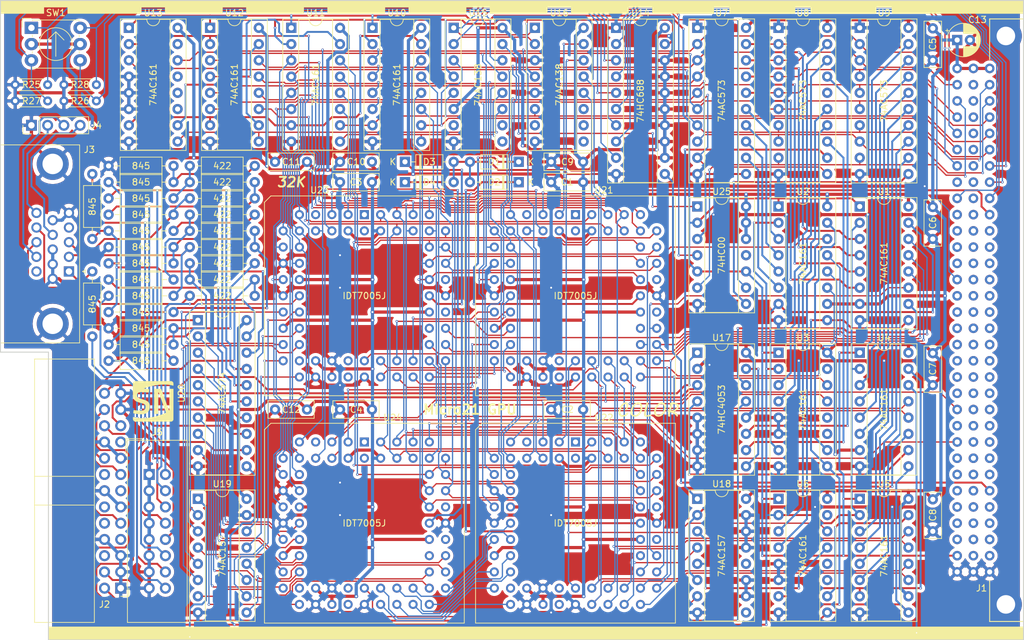
<source format=kicad_pcb>
(kicad_pcb (version 20171130) (host pcbnew 5.0.0+dfsg1-2)
  (layers (0 F.Cu signal hide) (31 B.Cu signal hide) (34 B.Paste user) (35 F.Paste user) (36 B.SilkS user) (37 F.SilkS user) (38 B.Mask user) (39 F.Mask user) (44 Edge.Cuts user))
  (net 0 "")
  (net 1 ~WAIT)
  (net 2 "Net-(D1-Pad1)")
  (net 3 "Net-(D2-Pad1)")
  (net 4 "Net-(D3-Pad1)")
  (net 5 "Net-(D4-Pad1)")
  (net 6 VCC)
  (net 7 D5)
  (net 8 D3)
  (net 9 D6)
  (net 10 D4)
  (net 11 A2)
  (net 12 A4)
  (net 13 A5)
  (net 14 A6)
  (net 15 "Net-(J1-PadA11)")
  (net 16 "Net-(J1-PadA12)")
  (net 17 "Net-(J1-PadA13)")
  (net 18 "Net-(J1-PadA14)")
  (net 19 "Net-(J1-PadA15)")
  (net 20 "Net-(J1-PadA16)")
  (net 21 "Net-(J1-PadA17)")
  (net 22 "Net-(J1-PadA18)")
  (net 23 "Net-(J1-PadA19)")
  (net 24 "Net-(J1-PadA20)")
  (net 25 "Net-(J1-PadA21)")
  (net 26 "Net-(J1-PadA22)")
  (net 27 "Net-(J1-PadA23)")
  (net 28 "Net-(J1-PadA24)")
  (net 29 "Net-(J1-PadA25)")
  (net 30 "Net-(J1-PadA26)")
  (net 31 ~IORQ)
  (net 32 "Net-(J1-PadA28)")
  (net 33 "Net-(J1-PadA29)")
  (net 34 "Net-(J1-PadA30)")
  (net 35 "Net-(J1-PadA31)")
  (net 36 GND)
  (net 37 "Net-(J1-PadB31)")
  (net 38 "Net-(J1-PadB30)")
  (net 39 "Net-(J1-PadB29)")
  (net 40 "Net-(J1-PadB28)")
  (net 41 "Net-(J1-PadB27)")
  (net 42 "Net-(J1-PadB26)")
  (net 43 "Net-(J1-PadB25)")
  (net 44 "Net-(J1-PadB24)")
  (net 45 "Net-(J1-PadB23)")
  (net 46 "Net-(J1-PadB22)")
  (net 47 "Net-(J1-PadB21)")
  (net 48 "Net-(J1-PadB20)")
  (net 49 "Net-(J1-PadB19)")
  (net 50 "Net-(J1-PadB18)")
  (net 51 "Net-(J1-PadB17)")
  (net 52 "Net-(J1-PadB16)")
  (net 53 "Net-(J1-PadB15)")
  (net 54 "Net-(J1-PadB14)")
  (net 55 "Net-(J1-PadB13)")
  (net 56 "Net-(J1-PadB12)")
  (net 57 "Net-(J1-PadB11)")
  (net 58 "Net-(J1-PadB10)")
  (net 59 "Net-(J1-PadB9)")
  (net 60 "Net-(J1-PadB8)")
  (net 61 "Net-(J1-PadB7)")
  (net 62 "Net-(J1-PadB6)")
  (net 63 "Net-(J1-PadB5)")
  (net 64 "Net-(J1-PadB3)")
  (net 65 "Net-(J1-PadB4)")
  (net 66 "Net-(J1-PadB2)")
  (net 67 D0)
  (net 68 D2)
  (net 69 D7)
  (net 70 A0)
  (net 71 A3)
  (net 72 A1)
  (net 73 "Net-(J1-PadC8)")
  (net 74 A7)
  (net 75 "Net-(J1-PadC10)")
  (net 76 "Net-(J1-PadC11)")
  (net 77 "Net-(J1-PadC12)")
  (net 78 "Net-(J1-PadC13)")
  (net 79 D1)
  (net 80 "Net-(J1-PadC15)")
  (net 81 "Net-(J1-PadC16)")
  (net 82 "Net-(J1-PadC17)")
  (net 83 "Net-(J1-PadC18)")
  (net 84 "Net-(J1-PadC19)")
  (net 85 "Net-(J1-PadC20)")
  (net 86 "Net-(J1-PadC21)")
  (net 87 ~WR)
  (net 88 "Net-(J1-PadC23)")
  (net 89 ~RD)
  (net 90 "Net-(J1-PadC25)")
  (net 91 "Net-(J1-PadC26)")
  (net 92 "Net-(J1-PadC27)")
  (net 93 "Net-(J1-PadC28)")
  (net 94 "Net-(J1-PadC29)")
  (net 95 "Net-(J1-PadC30)")
  (net 96 ~RESET)
  (net 97 PCLK)
  (net 98 ODDCOL)
  (net 99 "Net-(J2-Pad6)")
  (net 100 "Net-(J2-Pad7)")
  (net 101 HSYNC)
  (net 102 "Net-(J2-Pad10)")
  (net 103 "Net-(J2-Pad12)")
  (net 104 "Net-(J2-Pad13)")
  (net 105 VSYNC)
  (net 106 "Net-(J2-Pad16)")
  (net 107 BLANK)
  (net 108 "Net-(J2-Pad19)")
  (net 109 TCC)
  (net 110 ~TCC)
  (net 111 ~TCR)
  (net 112 ODDROW)
  (net 113 /R)
  (net 114 /G)
  (net 115 SCL)
  (net 116 "Net-(R1-Pad2)")
  (net 117 /I0)
  (net 118 "Net-(R3-Pad2)")
  (net 119 /B0)
  (net 120 "Net-(R5-Pad2)")
  (net 121 /I1)
  (net 122 /B)
  (net 123 /B1)
  (net 124 "Net-(R10-Pad2)")
  (net 125 "Net-(R11-Pad2)")
  (net 126 /G0)
  (net 127 "Net-(R13-Pad2)")
  (net 128 /G1)
  (net 129 "Net-(R17-Pad2)")
  (net 130 "Net-(R19-Pad2)")
  (net 131 /R0)
  (net 132 "Net-(R21-Pad2)")
  (net 133 /R1)
  (net 134 "Net-(R25-Pad1)")
  (net 135 "Net-(R26-Pad1)")
  (net 136 "Net-(R27-Pad1)")
  (net 137 "Net-(R28-Pad1)")
  (net 138 "Net-(U1-Pad15)")
  (net 139 "/Pattern Table/A0")
  (net 140 "/Column Counter/D3")
  (net 141 "/Pattern Table/A1")
  (net 142 "/Column Counter/D2")
  (net 143 "/Pattern Table/A2")
  (net 144 "/Column Counter/D1")
  (net 145 "/Color Table/A0")
  (net 146 "/Column Counter/D0")
  (net 147 "/Column Counter/CE")
  (net 148 "/Column Counter/D4")
  (net 149 "/Color Table/A4")
  (net 150 "/Column Counter/D5")
  (net 151 "/Color Table/A3")
  (net 152 "/Column Counter/D6")
  (net 153 "/Color Table/A2")
  (net 154 "/Column Counter/D7")
  (net 155 "/Color Table/A1")
  (net 156 "Net-(U2-Pad15)")
  (net 157 "Net-(U3-Pad15)")
  (net 158 "/Color Table/A5")
  (net 159 "/Color Table/A6")
  (net 160 "Net-(U3-Pad12)")
  (net 161 "/Column Counter/D9")
  (net 162 "Net-(U3-Pad11)")
  (net 163 "/Column Counter/D8")
  (net 164 "/Row Counter/CE")
  (net 165 "/Row Counter/D0")
  (net 166 "/Row Counter/Q3")
  (net 167 "/Row Counter/D1")
  (net 168 "/Pattern Table/A4")
  (net 169 "/Row Counter/D2")
  (net 170 "/Pattern Table/A3")
  (net 171 "/Row Counter/D3")
  (net 172 "/Row Counter/Q0")
  (net 173 "Net-(U4-Pad15)")
  (net 174 "Net-(U5-Pad15)")
  (net 175 "/Color Table/A8")
  (net 176 "/Row Counter/D7")
  (net 177 "/Color Table/A9")
  (net 178 "/Row Counter/D6")
  (net 179 "/Color Table/A10")
  (net 180 "/Row Counter/D5")
  (net 181 "/Color Table/A11")
  (net 182 "/Row Counter/D4")
  (net 183 "/Row Counter/D8")
  (net 184 "Net-(U6-Pad11)")
  (net 185 "/Row Counter/D9")
  (net 186 "Net-(U6-Pad12)")
  (net 187 "/Row Counter/Q9")
  (net 188 "/Color Table/A12")
  (net 189 "Net-(U6-Pad15)")
  (net 190 "Net-(U25-Pad3)")
  (net 191 "Net-(U17-Pad11)")
  (net 192 "Net-(U8-Pad16)")
  (net 193 "Net-(U17-Pad10)")
  (net 194 "Net-(U18-Pad1)")
  (net 195 "Net-(U25-Pad6)")
  (net 196 "Net-(U25-Pad8)")
  (net 197 ~CS3)
  (net 198 "Net-(U10-Pad2)")
  (net 199 AC3)
  (net 200 AC2)
  (net 201 AC1)
  (net 202 AC0)
  (net 203 "Net-(U10-Pad15)")
  (net 204 "Net-(U11-Pad15)")
  (net 205 AC4)
  (net 206 AC5)
  (net 207 AC6)
  (net 208 AC7)
  (net 209 ~CS4)
  (net 210 AC11)
  (net 211 AC10)
  (net 212 AC9)
  (net 213 AC8)
  (net 214 "Net-(U12-Pad15)")
  (net 215 "Net-(U13-Pad11)")
  (net 216 "Net-(U13-Pad12)")
  (net 217 "Net-(U13-Pad13)")
  (net 218 AC12)
  (net 219 "Net-(U13-Pad15)")
  (net 220 "Net-(U15-Pad9)")
  (net 221 "Net-(U15-Pad10)")
  (net 222 ~CS2)
  (net 223 ~CS1)
  (net 224 "Net-(U15-Pad7)")
  (net 225 ~CS0)
  (net 226 ~CS8)
  (net 227 "Net-(U16-Pad7)")
  (net 228 ~CS9)
  (net 229 ~CS10)
  (net 230 ~CS11)
  (net 231 "Net-(U16-Pad11)")
  (net 232 "Net-(U16-Pad10)")
  (net 233 "Net-(U16-Pad9)")
  (net 234 "Net-(U17-Pad15)")
  (net 235 "/Palette Table/A12")
  (net 236 "Net-(U18-Pad12)")
  (net 237 "/Color Table/A7")
  (net 238 "Net-(U18-Pad9)")
  (net 239 "/Palette Table/A1")
  (net 240 "/Palette Table/A2")
  (net 241 "/Palette Table/A0")
  (net 242 "/Palette Table/A3")
  (net 243 "Net-(U21-Pad49)")
  (net 244 "Net-(U21-Pad50)")
  (net 245 "Net-(U21-Pad54)")
  (net 246 "Net-(U22-Pad49)")
  (net 247 "Net-(U22-Pad50)")
  (net 248 "Net-(U22-Pad54)")
  (net 249 "Net-(U23-Pad54)")
  (net 250 "Net-(U23-Pad50)")
  (net 251 "Net-(U23-Pad49)")
  (net 252 "Net-(U24-Pad54)")
  (net 253 "Net-(U24-Pad50)")
  (net 254 "Net-(U24-Pad49)")
  (net 255 "Net-(J3-Pad4)")
  (net 256 "Net-(J3-Pad9)")
  (net 257 "Net-(J3-Pad11)")
  (net 258 SDA)
  (net 259 "/Pattern Table/Q2")
  (net 260 "/Pattern Table/Q5")
  (net 261 "/Pattern Table/Q6")
  (net 262 "/Pattern Table/Q1")
  (net 263 "/Pattern Table/Q3")
  (net 264 "/Pattern Table/Q4")
  (net 265 "/Pattern Table/Q7")
  (net 266 "/Pattern Table/Q0")
  (net 267 "/Palette Table/Q0")
  (net 268 "/Palette Table/Q1")
  (net 269 "/Palette Table/Q2")
  (net 270 "/Palette Table/Q3")
  (net 271 "/Palette Table/Q4")
  (net 272 "/Palette Table/Q5")
  (net 273 "/Palette Table/Q6")
  (net 274 "/Palette Table/Q7")
  (net 275 "/Pattern Table/A5")
  (net 276 "/Pattern Table/A7")
  (net 277 "/Pattern Table/A8")
  (net 278 "/Pattern Table/A10")
  (net 279 "/Pattern Table/A6")
  (net 280 "/Pattern Table/A9")
  (net 281 "/Pattern Table/A11")
  (net 282 "/Pattern Table/A12")
  (net 283 "/Palette Table/A4")
  (net 284 "/Palette Table/A6")
  (net 285 "/Palette Table/A7")
  (net 286 "/Palette Table/A9")
  (net 287 "/Palette Table/A5")
  (net 288 "/Palette Table/A8")
  (net 289 "/Palette Table/A10")
  (net 290 "/Palette Table/A11")
  (net 291 "Net-(U25-Pad11)")
  (module common:color (layer F.Cu) (at 151.36 113.97)
    (fp_text reference G*** hide)
    (fp_text value LOGO hide)
  )
  (module common:logo (layer F.Cu) (at 73.89 112.7)
    (fp_text reference G*** hide)
    (fp_text value LOGO hide)
  )
  (module Resistor_THT:R_Axial_DIN0207_L6.3mm_D2.5mm_P10.16mm_Horizontal (layer F.Cu) (at 64.365 87.3 90)
    (fp_text reference R22 hide)
    (fp_text value 845 (at 5.08 0 90) (layer F.SilkS))
    (pad 1 thru_hole circle (at 0 0 90) (size 1.6 1.6) (drill 0.8) (layers *.Cu *.Mask) (net 121 /I1))
    (pad 2 thru_hole oval (at 10.16 0 90) (size 1.6 1.6) (drill 0.8) (layers *.Cu *.Mask) (net 132 "Net-(R21-Pad2)"))
  )
  (module Connector_IDC:IDC-Header_2x08_P2.54mm_Vertical (layer F.Cu) (at 73.255 124.13)
    (fp_text reference J5 (at 1.27 -6.604) (layer F.SilkS))
    (fp_text value Conn_02x08_Odd_Even)
    (pad 1 thru_hole rect (at 0 0) (size 1.7272 1.7272) (drill 1.016) (layers *.Cu *.Mask) (net 36 GND))
    (pad 2 thru_hole oval (at 2.54 0) (size 1.7272 1.7272) (drill 1.016) (layers *.Cu *.Mask) (net 117 /I0))
    (pad 3 thru_hole oval (at 0 2.54) (size 1.7272 1.7272) (drill 1.016) (layers *.Cu *.Mask) (net 36 GND))
    (pad 4 thru_hole oval (at 2.54 2.54) (size 1.7272 1.7272) (drill 1.016) (layers *.Cu *.Mask) (net 121 /I1))
    (pad 5 thru_hole oval (at 0 5.08) (size 1.7272 1.7272) (drill 1.016) (layers *.Cu *.Mask) (net 36 GND))
    (pad 6 thru_hole oval (at 2.54 5.08) (size 1.7272 1.7272) (drill 1.016) (layers *.Cu *.Mask) (net 119 /B0))
    (pad 7 thru_hole oval (at 0 7.62) (size 1.7272 1.7272) (drill 1.016) (layers *.Cu *.Mask) (net 36 GND))
    (pad 8 thru_hole oval (at 2.54 7.62) (size 1.7272 1.7272) (drill 1.016) (layers *.Cu *.Mask) (net 123 /B1))
    (pad 9 thru_hole oval (at 0 10.16) (size 1.7272 1.7272) (drill 1.016) (layers *.Cu *.Mask) (net 36 GND))
    (pad 10 thru_hole oval (at 2.54 10.16) (size 1.7272 1.7272) (drill 1.016) (layers *.Cu *.Mask) (net 126 /G0))
    (pad 11 thru_hole oval (at 0 12.7) (size 1.7272 1.7272) (drill 1.016) (layers *.Cu *.Mask) (net 36 GND))
    (pad 12 thru_hole oval (at 2.54 12.7) (size 1.7272 1.7272) (drill 1.016) (layers *.Cu *.Mask) (net 128 /G1))
    (pad 13 thru_hole oval (at 0 15.24) (size 1.7272 1.7272) (drill 1.016) (layers *.Cu *.Mask) (net 36 GND))
    (pad 14 thru_hole oval (at 2.54 15.24) (size 1.7272 1.7272) (drill 1.016) (layers *.Cu *.Mask) (net 131 /R0))
    (pad 15 thru_hole oval (at 0 17.78) (size 1.7272 1.7272) (drill 1.016) (layers *.Cu *.Mask) (net 36 GND))
    (pad 16 thru_hole oval (at 2.54 17.78) (size 1.7272 1.7272) (drill 1.016) (layers *.Cu *.Mask) (net 133 /R1))
  )
  (module Resistor_THT:R_Axial_DIN0207_L6.3mm_D2.5mm_P10.16mm_Horizontal (layer F.Cu) (at 66.905 106.35)
    (fp_text reference R20 hide)
    (fp_text value 845 (at 5.08 0) (layer F.SilkS))
    (pad 2 thru_hole oval (at 10.16 0) (size 1.6 1.6) (drill 0.8) (layers *.Cu *.Mask) (net 130 "Net-(R19-Pad2)"))
    (pad 1 thru_hole circle (at 0 0) (size 1.6 1.6) (drill 0.8) (layers *.Cu *.Mask) (net 131 /R0))
  )
  (module Connector_PinHeader_2.54mm:PinHeader_1x04_P2.54mm_Vertical (layer F.Cu) (at 54.84 69.52 90)
    (fp_text reference J4 (at 0 10.16 -180) (layer F.SilkS))
    (fp_text value I2C)
    (pad 1 thru_hole rect (at 0 0 90) (size 1.7 1.7) (drill 1) (layers *.Cu *.Mask) (net 36 GND))
    (pad 2 thru_hole oval (at 0 2.54 90) (size 1.7 1.7) (drill 1) (layers *.Cu *.Mask) (net 115 SCL))
    (pad 3 thru_hole oval (at 0 5.08 90) (size 1.7 1.7) (drill 1) (layers *.Cu *.Mask) (net 258 SDA))
    (pad 4 thru_hole oval (at 0 7.62 90) (size 1.7 1.7) (drill 1) (layers *.Cu *.Mask) (net 256 "Net-(J3-Pad9)"))
  )
  (module Package_DIP:DIP-16_W7.62mm_Socket (layer F.Cu) (at 70.08 54.28)
    (fp_text reference U13 (at 3.81 -2.33) (layer F.SilkS))
    (fp_text value 74AC161 (at 3.81 8.89 90) (layer F.SilkS))
    (pad 1 thru_hole rect (at 0 0) (size 1.6 1.6) (drill 0.8) (layers *.Cu *.Mask) (net 96 ~RESET))
    (pad 9 thru_hole oval (at 7.62 17.78) (size 1.6 1.6) (drill 0.8) (layers *.Cu *.Mask) (net 209 ~CS4))
    (pad 2 thru_hole oval (at 0 2.54) (size 1.6 1.6) (drill 0.8) (layers *.Cu *.Mask) (net 198 "Net-(U10-Pad2)"))
    (pad 10 thru_hole oval (at 7.62 15.24) (size 1.6 1.6) (drill 0.8) (layers *.Cu *.Mask) (net 214 "Net-(U12-Pad15)"))
    (pad 3 thru_hole oval (at 0 5.08) (size 1.6 1.6) (drill 0.8) (layers *.Cu *.Mask) (net 10 D4))
    (pad 11 thru_hole oval (at 7.62 12.7) (size 1.6 1.6) (drill 0.8) (layers *.Cu *.Mask) (net 215 "Net-(U13-Pad11)"))
    (pad 4 thru_hole oval (at 0 7.62) (size 1.6 1.6) (drill 0.8) (layers *.Cu *.Mask) (net 36 GND))
    (pad 12 thru_hole oval (at 7.62 10.16) (size 1.6 1.6) (drill 0.8) (layers *.Cu *.Mask) (net 216 "Net-(U13-Pad12)"))
    (pad 5 thru_hole oval (at 0 10.16) (size 1.6 1.6) (drill 0.8) (layers *.Cu *.Mask) (net 36 GND))
    (pad 13 thru_hole oval (at 7.62 7.62) (size 1.6 1.6) (drill 0.8) (layers *.Cu *.Mask) (net 217 "Net-(U13-Pad13)"))
    (pad 6 thru_hole oval (at 0 12.7) (size 1.6 1.6) (drill 0.8) (layers *.Cu *.Mask) (net 36 GND))
    (pad 14 thru_hole oval (at 7.62 5.08) (size 1.6 1.6) (drill 0.8) (layers *.Cu *.Mask) (net 218 AC12))
    (pad 7 thru_hole oval (at 0 15.24) (size 1.6 1.6) (drill 0.8) (layers *.Cu *.Mask) (net 203 "Net-(U10-Pad15)"))
    (pad 15 thru_hole oval (at 7.62 2.54) (size 1.6 1.6) (drill 0.8) (layers *.Cu *.Mask) (net 219 "Net-(U13-Pad15)"))
    (pad 8 thru_hole oval (at 0 17.78) (size 1.6 1.6) (drill 0.8) (layers *.Cu *.Mask) (net 36 GND))
    (pad 16 thru_hole oval (at 7.62 0) (size 1.6 1.6) (drill 0.8) (layers *.Cu *.Mask) (net 6 VCC))
  )
  (module Button_Switch_THT:Nidec_Copal_SH-7010C (layer F.Cu) (at 54.84 54.28)
    (fp_text reference SW1 (at 3.81 -2.36) (layer F.SilkS))
    (fp_text value SW_Coded_SH-7050)
    (pad 1 thru_hole rect (at 0 0) (size 2.1 1.9) (drill 1) (layers *.Cu *.Mask) (net 134 "Net-(R25-Pad1)"))
    (pad 8 thru_hole oval (at 7.62 0) (size 2.1 1.9) (drill 1) (layers *.Cu *.Mask) (net 137 "Net-(R28-Pad1)"))
    (pad C thru_hole oval (at 0 2.54) (size 2.1 1.9) (drill 1) (layers *.Cu *.Mask) (net 6 VCC))
    (pad C thru_hole oval (at 7.62 2.54) (size 2.1 1.9) (drill 1) (layers *.Cu *.Mask) (net 6 VCC))
    (pad 4 thru_hole oval (at 0 5.08) (size 2.1 1.9) (drill 1) (layers *.Cu *.Mask) (net 136 "Net-(R27-Pad1)"))
    (pad 2 thru_hole oval (at 7.62 5.08) (size 2.1 1.9) (drill 1) (layers *.Cu *.Mask) (net 135 "Net-(R26-Pad1)"))
  )
  (module Package_DIP:DIP-16_W7.62mm_Socket (layer F.Cu) (at 120.88 54.28)
    (fp_text reference U15 (at 3.81 -2.33) (layer F.SilkS))
    (fp_text value 74AC138 (at 3.81 8.89 90) (layer F.SilkS))
    (pad 1 thru_hole rect (at 0 0) (size 1.6 1.6) (drill 0.8) (layers *.Cu *.Mask) (net 70 A0))
    (pad 9 thru_hole oval (at 7.62 17.78) (size 1.6 1.6) (drill 0.8) (layers *.Cu *.Mask) (net 220 "Net-(U15-Pad9)"))
    (pad 2 thru_hole oval (at 0 2.54) (size 1.6 1.6) (drill 0.8) (layers *.Cu *.Mask) (net 72 A1))
    (pad 10 thru_hole oval (at 7.62 15.24) (size 1.6 1.6) (drill 0.8) (layers *.Cu *.Mask) (net 221 "Net-(U15-Pad10)"))
    (pad 3 thru_hole oval (at 0 5.08) (size 1.6 1.6) (drill 0.8) (layers *.Cu *.Mask) (net 11 A2))
    (pad 11 thru_hole oval (at 7.62 12.7) (size 1.6 1.6) (drill 0.8) (layers *.Cu *.Mask) (net 209 ~CS4))
    (pad 4 thru_hole oval (at 0 7.62) (size 1.6 1.6) (drill 0.8) (layers *.Cu *.Mask) (net 198 "Net-(U10-Pad2)"))
    (pad 12 thru_hole oval (at 7.62 10.16) (size 1.6 1.6) (drill 0.8) (layers *.Cu *.Mask) (net 197 ~CS3))
    (pad 5 thru_hole oval (at 0 10.16) (size 1.6 1.6) (drill 0.8) (layers *.Cu *.Mask) (net 71 A3))
    (pad 13 thru_hole oval (at 7.62 7.62) (size 1.6 1.6) (drill 0.8) (layers *.Cu *.Mask) (net 222 ~CS2))
    (pad 6 thru_hole oval (at 0 12.7) (size 1.6 1.6) (drill 0.8) (layers *.Cu *.Mask) (net 6 VCC))
    (pad 14 thru_hole oval (at 7.62 5.08) (size 1.6 1.6) (drill 0.8) (layers *.Cu *.Mask) (net 223 ~CS1))
    (pad 7 thru_hole oval (at 0 15.24) (size 1.6 1.6) (drill 0.8) (layers *.Cu *.Mask) (net 224 "Net-(U15-Pad7)"))
    (pad 15 thru_hole oval (at 7.62 2.54) (size 1.6 1.6) (drill 0.8) (layers *.Cu *.Mask) (net 225 ~CS0))
    (pad 8 thru_hole oval (at 0 17.78) (size 1.6 1.6) (drill 0.8) (layers *.Cu *.Mask) (net 36 GND))
    (pad 16 thru_hole oval (at 7.62 0) (size 1.6 1.6) (drill 0.8) (layers *.Cu *.Mask) (net 6 VCC))
  )
  (module Connector_Dsub:DSUB-15-HD_Female_Horizontal_P2.29x1.98mm_EdgePinOffset3.03mm_Housed_MountingHolesOffset4.94mm (layer F.Cu) (at 60.71 92.38 270)
    (fp_text reference J3 (at -19.05 -3.195) (layer F.SilkS))
    (fp_text value VGA)
    (pad 0 thru_hole circle (at 8.185 2.54 270) (size 5 5) (drill 3.2) (layers *.Cu *.Mask) (net 36 GND))
    (pad 0 thru_hole circle (at -16.815 2.54 270) (size 5 5) (drill 3.2) (layers *.Cu *.Mask) (net 36 GND))
    (pad 15 thru_hole circle (at -9.16 5.08 270) (size 1.6 1.6) (drill 1) (layers *.Cu *.Mask) (net 115 SCL))
    (pad 14 thru_hole circle (at -6.87 5.08 270) (size 1.6 1.6) (drill 1) (layers *.Cu *.Mask) (net 105 VSYNC))
    (pad 13 thru_hole circle (at -4.58 5.08 270) (size 1.6 1.6) (drill 1) (layers *.Cu *.Mask) (net 101 HSYNC))
    (pad 12 thru_hole circle (at -2.29 5.08 270) (size 1.6 1.6) (drill 1) (layers *.Cu *.Mask) (net 258 SDA))
    (pad 11 thru_hole circle (at 0 5.08 270) (size 1.6 1.6) (drill 1) (layers *.Cu *.Mask) (net 257 "Net-(J3-Pad11)"))
    (pad 10 thru_hole circle (at -8.015 2.54 270) (size 1.6 1.6) (drill 1) (layers *.Cu *.Mask) (net 36 GND))
    (pad 9 thru_hole circle (at -5.725 2.54 270) (size 1.6 1.6) (drill 1) (layers *.Cu *.Mask) (net 256 "Net-(J3-Pad9)"))
    (pad 8 thru_hole circle (at -3.435 2.54 270) (size 1.6 1.6) (drill 1) (layers *.Cu *.Mask) (net 36 GND))
    (pad 7 thru_hole circle (at -1.145 2.54 270) (size 1.6 1.6) (drill 1) (layers *.Cu *.Mask) (net 36 GND))
    (pad 6 thru_hole circle (at 1.145 2.54 270) (size 1.6 1.6) (drill 1) (layers *.Cu *.Mask) (net 36 GND))
    (pad 5 thru_hole circle (at -9.16 0 270) (size 1.6 1.6) (drill 1) (layers *.Cu *.Mask) (net 36 GND))
    (pad 4 thru_hole circle (at -6.87 0 270) (size 1.6 1.6) (drill 1) (layers *.Cu *.Mask) (net 255 "Net-(J3-Pad4)"))
    (pad 3 thru_hole circle (at -4.58 0 270) (size 1.6 1.6) (drill 1) (layers *.Cu *.Mask) (net 122 /B))
    (pad 2 thru_hole circle (at -2.29 0 270) (size 1.6 1.6) (drill 1) (layers *.Cu *.Mask) (net 114 /G))
    (pad 1 thru_hole rect (at 0 0 270) (size 1.6 1.6) (drill 1) (layers *.Cu *.Mask) (net 113 /R))
  )
  (module Package_DIP:DIP-16_W7.62mm_Socket (layer F.Cu) (at 95.48 54.28)
    (fp_text reference U11 (at 3.81 -2.33) (layer F.SilkS))
    (fp_text value 74AC161 (at 3.81 8.89 90) (layer F.SilkS))
    (pad 16 thru_hole oval (at 7.62 0) (size 1.6 1.6) (drill 0.8) (layers *.Cu *.Mask) (net 6 VCC))
    (pad 8 thru_hole oval (at 0 17.78) (size 1.6 1.6) (drill 0.8) (layers *.Cu *.Mask) (net 36 GND))
    (pad 15 thru_hole oval (at 7.62 2.54) (size 1.6 1.6) (drill 0.8) (layers *.Cu *.Mask) (net 204 "Net-(U11-Pad15)"))
    (pad 7 thru_hole oval (at 0 15.24) (size 1.6 1.6) (drill 0.8) (layers *.Cu *.Mask) (net 203 "Net-(U10-Pad15)"))
    (pad 14 thru_hole oval (at 7.62 5.08) (size 1.6 1.6) (drill 0.8) (layers *.Cu *.Mask) (net 205 AC4))
    (pad 6 thru_hole oval (at 0 12.7) (size 1.6 1.6) (drill 0.8) (layers *.Cu *.Mask) (net 69 D7))
    (pad 13 thru_hole oval (at 7.62 7.62) (size 1.6 1.6) (drill 0.8) (layers *.Cu *.Mask) (net 206 AC5))
    (pad 5 thru_hole oval (at 0 10.16) (size 1.6 1.6) (drill 0.8) (layers *.Cu *.Mask) (net 9 D6))
    (pad 12 thru_hole oval (at 7.62 10.16) (size 1.6 1.6) (drill 0.8) (layers *.Cu *.Mask) (net 207 AC6))
    (pad 4 thru_hole oval (at 0 7.62) (size 1.6 1.6) (drill 0.8) (layers *.Cu *.Mask) (net 7 D5))
    (pad 11 thru_hole oval (at 7.62 12.7) (size 1.6 1.6) (drill 0.8) (layers *.Cu *.Mask) (net 208 AC7))
    (pad 3 thru_hole oval (at 0 5.08) (size 1.6 1.6) (drill 0.8) (layers *.Cu *.Mask) (net 10 D4))
    (pad 10 thru_hole oval (at 7.62 15.24) (size 1.6 1.6) (drill 0.8) (layers *.Cu *.Mask) (net 71 A3))
    (pad 2 thru_hole oval (at 0 2.54) (size 1.6 1.6) (drill 0.8) (layers *.Cu *.Mask) (net 198 "Net-(U10-Pad2)"))
    (pad 9 thru_hole oval (at 7.62 17.78) (size 1.6 1.6) (drill 0.8) (layers *.Cu *.Mask) (net 197 ~CS3))
    (pad 1 thru_hole rect (at 0 0) (size 1.6 1.6) (drill 0.8) (layers *.Cu *.Mask) (net 96 ~RESET))
  )
  (module Diode_THT:D_DO-35_SOD27_P7.62mm_Horizontal (layer F.Cu) (at 131.04 78.41 180)
    (fp_text reference D2 (at 3.81 0 180) (layer F.SilkS))
    (fp_text value BAT46)
    (fp_text user K (at -1.905 0 180) (layer F.SilkS))
    (pad 1 thru_hole rect (at 0 0 180) (size 1.6 1.6) (drill 0.8) (layers *.Cu *.Mask) (net 3 "Net-(D2-Pad1)"))
    (pad 2 thru_hole oval (at 7.62 0 180) (size 1.6 1.6) (drill 0.8) (layers *.Cu *.Mask) (net 1 ~WAIT))
  )
  (module Package_LCC:PLCC-68_THT-Socket (layer F.Cu) (at 139.93 83.49)
    (fp_text reference U21 (at 4.445 -3.825) (layer F.SilkS))
    (fp_text value IDT7005J (at 0 12.7) (layer F.SilkS))
    (pad 2 thru_hole circle (at 0 2.54) (size 1.4224 1.4224) (drill 0.8) (layers *.Cu *.Mask))
    (pad 4 thru_hole circle (at -2.54 2.54) (size 1.4224 1.4224) (drill 0.8) (layers *.Cu *.Mask) (net 6 VCC))
    (pad 6 thru_hole circle (at -5.08 2.54) (size 1.4224 1.4224) (drill 0.8) (layers *.Cu *.Mask) (net 89 ~RD))
    (pad 8 thru_hole circle (at -7.62 2.54) (size 1.4224 1.4224) (drill 0.8) (layers *.Cu *.Mask) (net 67 D0))
    (pad 68 thru_hole circle (at 2.54 2.54) (size 1.4224 1.4224) (drill 0.8) (layers *.Cu *.Mask) (net 6 VCC))
    (pad 66 thru_hole circle (at 5.08 2.54) (size 1.4224 1.4224) (drill 0.8) (layers *.Cu *.Mask) (net 210 AC11))
    (pad 64 thru_hole circle (at 7.62 2.54) (size 1.4224 1.4224) (drill 0.8) (layers *.Cu *.Mask) (net 212 AC9))
    (pad 62 thru_hole circle (at 10.16 2.54) (size 1.4224 1.4224) (drill 0.8) (layers *.Cu *.Mask) (net 208 AC7))
    (pad 1 thru_hole rect (at 0 0) (size 1.4224 1.4224) (drill 0.8) (layers *.Cu *.Mask))
    (pad 3 thru_hole circle (at -2.54 0) (size 1.4224 1.4224) (drill 0.8) (layers *.Cu *.Mask) (net 226 ~CS8))
    (pad 5 thru_hole circle (at -5.08 0) (size 1.4224 1.4224) (drill 0.8) (layers *.Cu *.Mask) (net 87 ~WR))
    (pad 7 thru_hole circle (at -7.62 0) (size 1.4224 1.4224) (drill 0.8) (layers *.Cu *.Mask))
    (pad 9 thru_hole circle (at -10.16 0) (size 1.4224 1.4224) (drill 0.8) (layers *.Cu *.Mask) (net 79 D1))
    (pad 67 thru_hole circle (at 2.54 0) (size 1.4224 1.4224) (drill 0.8) (layers *.Cu *.Mask) (net 218 AC12))
    (pad 65 thru_hole circle (at 5.08 0) (size 1.4224 1.4224) (drill 0.8) (layers *.Cu *.Mask) (net 211 AC10))
    (pad 63 thru_hole circle (at 7.62 0) (size 1.4224 1.4224) (drill 0.8) (layers *.Cu *.Mask) (net 213 AC8))
    (pad 11 thru_hole circle (at -10.16 2.54) (size 1.4224 1.4224) (drill 0.8) (layers *.Cu *.Mask) (net 8 D3))
    (pad 13 thru_hole circle (at -10.16 5.08) (size 1.4224 1.4224) (drill 0.8) (layers *.Cu *.Mask) (net 7 D5))
    (pad 15 thru_hole circle (at -10.16 7.62) (size 1.4224 1.4224) (drill 0.8) (layers *.Cu *.Mask) (net 9 D6))
    (pad 17 thru_hole circle (at -10.16 10.16) (size 1.4224 1.4224) (drill 0.8) (layers *.Cu *.Mask) (net 6 VCC))
    (pad 19 thru_hole circle (at -10.16 12.7) (size 1.4224 1.4224) (drill 0.8) (layers *.Cu *.Mask) (net 275 "/Pattern Table/A5"))
    (pad 21 thru_hole circle (at -10.16 15.24) (size 1.4224 1.4224) (drill 0.8) (layers *.Cu *.Mask) (net 276 "/Pattern Table/A7"))
    (pad 23 thru_hole circle (at -10.16 17.78) (size 1.4224 1.4224) (drill 0.8) (layers *.Cu *.Mask) (net 277 "/Pattern Table/A8"))
    (pad 25 thru_hole circle (at -10.16 20.32) (size 1.4224 1.4224) (drill 0.8) (layers *.Cu *.Mask) (net 278 "/Pattern Table/A10"))
    (pad 10 thru_hole circle (at -12.7 2.54) (size 1.4224 1.4224) (drill 0.8) (layers *.Cu *.Mask) (net 68 D2))
    (pad 12 thru_hole circle (at -12.7 5.08) (size 1.4224 1.4224) (drill 0.8) (layers *.Cu *.Mask) (net 10 D4))
    (pad 14 thru_hole circle (at -12.7 7.62) (size 1.4224 1.4224) (drill 0.8) (layers *.Cu *.Mask) (net 36 GND))
    (pad 16 thru_hole circle (at -12.7 10.16) (size 1.4224 1.4224) (drill 0.8) (layers *.Cu *.Mask) (net 69 D7))
    (pad 18 thru_hole circle (at -12.7 12.7) (size 1.4224 1.4224) (drill 0.8) (layers *.Cu *.Mask) (net 36 GND))
    (pad 20 thru_hole circle (at -12.7 15.24) (size 1.4224 1.4224) (drill 0.8) (layers *.Cu *.Mask) (net 279 "/Pattern Table/A6"))
    (pad 22 thru_hole circle (at -12.7 17.78) (size 1.4224 1.4224) (drill 0.8) (layers *.Cu *.Mask) (net 6 VCC))
    (pad 24 thru_hole circle (at -12.7 20.32) (size 1.4224 1.4224) (drill 0.8) (layers *.Cu *.Mask) (net 280 "/Pattern Table/A9"))
    (pad 26 thru_hole circle (at -12.7 22.86) (size 1.4224 1.4224) (drill 0.8) (layers *.Cu *.Mask) (net 281 "/Pattern Table/A11"))
    (pad 28 thru_hole circle (at -10.16 22.86) (size 1.4224 1.4224) (drill 0.8) (layers *.Cu *.Mask))
    (pad 30 thru_hole circle (at -7.62 22.86) (size 1.4224 1.4224) (drill 0.8) (layers *.Cu *.Mask) (net 6 VCC))
    (pad 32 thru_hole circle (at -5.08 22.86) (size 1.4224 1.4224) (drill 0.8) (layers *.Cu *.Mask) (net 36 GND))
    (pad 34 thru_hole circle (at -2.54 22.86) (size 1.4224 1.4224) (drill 0.8) (layers *.Cu *.Mask))
    (pad 36 thru_hole circle (at 0 22.86) (size 1.4224 1.4224) (drill 0.8) (layers *.Cu *.Mask) (net 188 "/Color Table/A12"))
    (pad 38 thru_hole circle (at 2.54 22.86) (size 1.4224 1.4224) (drill 0.8) (layers *.Cu *.Mask) (net 179 "/Color Table/A10"))
    (pad 40 thru_hole circle (at 5.08 22.86) (size 1.4224 1.4224) (drill 0.8) (layers *.Cu *.Mask) (net 175 "/Color Table/A8"))
    (pad 42 thru_hole circle (at 7.62 22.86) (size 1.4224 1.4224) (drill 0.8) (layers *.Cu *.Mask) (net 159 "/Color Table/A6"))
    (pad 44 thru_hole circle (at 12.7 22.86) (size 1.4224 1.4224) (drill 0.8) (layers *.Cu *.Mask) (net 149 "/Color Table/A4"))
    (pad 27 thru_hole circle (at -10.16 25.4) (size 1.4224 1.4224) (drill 0.8) (layers *.Cu *.Mask) (net 282 "/Pattern Table/A12"))
    (pad 29 thru_hole circle (at -7.62 25.4) (size 1.4224 1.4224) (drill 0.8) (layers *.Cu *.Mask) (net 36 GND))
    (pad 31 thru_hole circle (at -5.08 25.4) (size 1.4224 1.4224) (drill 0.8) (layers *.Cu *.Mask) (net 6 VCC))
    (pad 33 thru_hole circle (at -2.54 25.4) (size 1.4224 1.4224) (drill 0.8) (layers *.Cu *.Mask))
    (pad 35 thru_hole circle (at 0 25.4) (size 1.4224 1.4224) (drill 0.8) (layers *.Cu *.Mask) (net 36 GND))
    (pad 37 thru_hole circle (at 2.54 25.4) (size 1.4224 1.4224) (drill 0.8) (layers *.Cu *.Mask) (net 181 "/Color Table/A11"))
    (pad 39 thru_hole circle (at 5.08 25.4) (size 1.4224 1.4224) (drill 0.8) (layers *.Cu *.Mask) (net 177 "/Color Table/A9"))
    (pad 41 thru_hole circle (at 7.62 25.4) (size 1.4224 1.4224) (drill 0.8) (layers *.Cu *.Mask) (net 237 "/Color Table/A7"))
    (pad 43 thru_hole circle (at 10.16 25.4) (size 1.4224 1.4224) (drill 0.8) (layers *.Cu *.Mask) (net 158 "/Color Table/A5"))
    (pad 45 thru_hole circle (at 10.16 22.86) (size 1.4224 1.4224) (drill 0.8) (layers *.Cu *.Mask) (net 151 "/Color Table/A3"))
    (pad 47 thru_hole circle (at 10.16 20.32) (size 1.4224 1.4224) (drill 0.8) (layers *.Cu *.Mask) (net 155 "/Color Table/A1"))
    (pad 49 thru_hole circle (at 10.16 17.78) (size 1.4224 1.4224) (drill 0.8) (layers *.Cu *.Mask) (net 243 "Net-(U21-Pad49)"))
    (pad 51 thru_hole circle (at 10.16 15.24) (size 1.4224 1.4224) (drill 0.8) (layers *.Cu *.Mask) (net 6 VCC))
    (pad 53 thru_hole circle (at 10.16 12.7) (size 1.4224 1.4224) (drill 0.8) (layers *.Cu *.Mask) (net 2 "Net-(D1-Pad1)"))
    (pad 55 thru_hole circle (at 10.16 10.16) (size 1.4224 1.4224) (drill 0.8) (layers *.Cu *.Mask) (net 202 AC0))
    (pad 57 thru_hole circle (at 10.16 7.62) (size 1.4224 1.4224) (drill 0.8) (layers *.Cu *.Mask) (net 200 AC2))
    (pad 59 thru_hole circle (at 10.16 5.08) (size 1.4224 1.4224) (drill 0.8) (layers *.Cu *.Mask) (net 205 AC4))
    (pad 61 thru_hole circle (at 10.16 0) (size 1.4224 1.4224) (drill 0.8) (layers *.Cu *.Mask) (net 207 AC6))
    (pad 46 thru_hole circle (at 12.7 20.32) (size 1.4224 1.4224) (drill 0.8) (layers *.Cu *.Mask) (net 153 "/Color Table/A2"))
    (pad 48 thru_hole circle (at 12.7 17.78) (size 1.4224 1.4224) (drill 0.8) (layers *.Cu *.Mask) (net 145 "/Color Table/A0"))
    (pad 50 thru_hole circle (at 12.7 15.24) (size 1.4224 1.4224) (drill 0.8) (layers *.Cu *.Mask) (net 244 "Net-(U21-Pad50)"))
    (pad 52 thru_hole circle (at 12.7 12.7) (size 1.4224 1.4224) (drill 0.8) (layers *.Cu *.Mask) (net 36 GND))
    (pad 54 thru_hole circle (at 12.7 10.16) (size 1.4224 1.4224) (drill 0.8) (layers *.Cu *.Mask) (net 245 "Net-(U21-Pad54)"))
    (pad 56 thru_hole circle (at 12.7 7.62) (size 1.4224 1.4224) (drill 0.8) (layers *.Cu *.Mask) (net 201 AC1))
    (pad 58 thru_hole circle (at 12.7 5.08) (size 1.4224 1.4224) (drill 0.8) (layers *.Cu *.Mask) (net 199 AC3))
    (pad 60 thru_hole circle (at 12.7 2.54) (size 1.4224 1.4224) (drill 0.8) (layers *.Cu *.Mask) (net 206 AC5))
  )
  (module Package_LCC:PLCC-68_THT-Socket (layer F.Cu) (at 106.91 119.05)
    (fp_text reference U24 (at 4.445 -3.81) (layer F.SilkS))
    (fp_text value IDT7005J (at 0 12.7) (layer F.SilkS))
    (pad 60 thru_hole circle (at 12.7 2.54) (size 1.4224 1.4224) (drill 0.8) (layers *.Cu *.Mask) (net 206 AC5))
    (pad 58 thru_hole circle (at 12.7 5.08) (size 1.4224 1.4224) (drill 0.8) (layers *.Cu *.Mask) (net 199 AC3))
    (pad 56 thru_hole circle (at 12.7 7.62) (size 1.4224 1.4224) (drill 0.8) (layers *.Cu *.Mask) (net 201 AC1))
    (pad 54 thru_hole circle (at 12.7 10.16) (size 1.4224 1.4224) (drill 0.8) (layers *.Cu *.Mask) (net 252 "Net-(U24-Pad54)"))
    (pad 52 thru_hole circle (at 12.7 12.7) (size 1.4224 1.4224) (drill 0.8) (layers *.Cu *.Mask) (net 36 GND))
    (pad 50 thru_hole circle (at 12.7 15.24) (size 1.4224 1.4224) (drill 0.8) (layers *.Cu *.Mask) (net 253 "Net-(U24-Pad50)"))
    (pad 48 thru_hole circle (at 12.7 17.78) (size 1.4224 1.4224) (drill 0.8) (layers *.Cu *.Mask) (net 241 "/Palette Table/A0"))
    (pad 46 thru_hole circle (at 12.7 20.32) (size 1.4224 1.4224) (drill 0.8) (layers *.Cu *.Mask) (net 240 "/Palette Table/A2"))
    (pad 61 thru_hole circle (at 10.16 0) (size 1.4224 1.4224) (drill 0.8) (layers *.Cu *.Mask) (net 207 AC6))
    (pad 59 thru_hole circle (at 10.16 5.08) (size 1.4224 1.4224) (drill 0.8) (layers *.Cu *.Mask) (net 205 AC4))
    (pad 57 thru_hole circle (at 10.16 7.62) (size 1.4224 1.4224) (drill 0.8) (layers *.Cu *.Mask) (net 200 AC2))
    (pad 55 thru_hole circle (at 10.16 10.16) (size 1.4224 1.4224) (drill 0.8) (layers *.Cu *.Mask) (net 202 AC0))
    (pad 53 thru_hole circle (at 10.16 12.7) (size 1.4224 1.4224) (drill 0.8) (layers *.Cu *.Mask) (net 5 "Net-(D4-Pad1)"))
    (pad 51 thru_hole circle (at 10.16 15.24) (size 1.4224 1.4224) (drill 0.8) (layers *.Cu *.Mask) (net 6 VCC))
    (pad 49 thru_hole circle (at 10.16 17.78) (size 1.4224 1.4224) (drill 0.8) (layers *.Cu *.Mask) (net 254 "Net-(U24-Pad49)"))
    (pad 47 thru_hole circle (at 10.16 20.32) (size 1.4224 1.4224) (drill 0.8) (layers *.Cu *.Mask) (net 239 "/Palette Table/A1"))
    (pad 45 thru_hole circle (at 10.16 22.86) (size 1.4224 1.4224) (drill 0.8) (layers *.Cu *.Mask) (net 242 "/Palette Table/A3"))
    (pad 43 thru_hole circle (at 10.16 25.4) (size 1.4224 1.4224) (drill 0.8) (layers *.Cu *.Mask) (net 287 "/Palette Table/A5"))
    (pad 41 thru_hole circle (at 7.62 25.4) (size 1.4224 1.4224) (drill 0.8) (layers *.Cu *.Mask) (net 285 "/Palette Table/A7"))
    (pad 39 thru_hole circle (at 5.08 25.4) (size 1.4224 1.4224) (drill 0.8) (layers *.Cu *.Mask) (net 286 "/Palette Table/A9"))
    (pad 37 thru_hole circle (at 2.54 25.4) (size 1.4224 1.4224) (drill 0.8) (layers *.Cu *.Mask) (net 290 "/Palette Table/A11"))
    (pad 35 thru_hole circle (at 0 25.4) (size 1.4224 1.4224) (drill 0.8) (layers *.Cu *.Mask) (net 36 GND))
    (pad 33 thru_hole circle (at -2.54 25.4) (size 1.4224 1.4224) (drill 0.8) (layers *.Cu *.Mask))
    (pad 31 thru_hole circle (at -5.08 25.4) (size 1.4224 1.4224) (drill 0.8) (layers *.Cu *.Mask) (net 6 VCC))
    (pad 29 thru_hole circle (at -7.62 25.4) (size 1.4224 1.4224) (drill 0.8) (layers *.Cu *.Mask) (net 36 GND))
    (pad 27 thru_hole circle (at -10.16 25.4) (size 1.4224 1.4224) (drill 0.8) (layers *.Cu *.Mask) (net 274 "/Palette Table/Q7"))
    (pad 44 thru_hole circle (at 12.7 22.86) (size 1.4224 1.4224) (drill 0.8) (layers *.Cu *.Mask) (net 283 "/Palette Table/A4"))
    (pad 42 thru_hole circle (at 7.62 22.86) (size 1.4224 1.4224) (drill 0.8) (layers *.Cu *.Mask) (net 284 "/Palette Table/A6"))
    (pad 40 thru_hole circle (at 5.08 22.86) (size 1.4224 1.4224) (drill 0.8) (layers *.Cu *.Mask) (net 288 "/Palette Table/A8"))
    (pad 38 thru_hole circle (at 2.54 22.86) (size 1.4224 1.4224) (drill 0.8) (layers *.Cu *.Mask) (net 289 "/Palette Table/A10"))
    (pad 36 thru_hole circle (at 0 22.86) (size 1.4224 1.4224) (drill 0.8) (layers *.Cu *.Mask) (net 235 "/Palette Table/A12"))
    (pad 34 thru_hole circle (at -2.54 22.86) (size 1.4224 1.4224) (drill 0.8) (layers *.Cu *.Mask))
    (pad 32 thru_hole circle (at -5.08 22.86) (size 1.4224 1.4224) (drill 0.8) (layers *.Cu *.Mask) (net 36 GND))
    (pad 30 thru_hole circle (at -7.62 22.86) (size 1.4224 1.4224) (drill 0.8) (layers *.Cu *.Mask) (net 6 VCC))
    (pad 28 thru_hole circle (at -10.16 22.86) (size 1.4224 1.4224) (drill 0.8) (layers *.Cu *.Mask))
    (pad 26 thru_hole circle (at -12.7 22.86) (size 1.4224 1.4224) (drill 0.8) (layers *.Cu *.Mask) (net 273 "/Palette Table/Q6"))
    (pad 24 thru_hole circle (at -12.7 20.32) (size 1.4224 1.4224) (drill 0.8) (layers *.Cu *.Mask) (net 271 "/Palette Table/Q4"))
    (pad 22 thru_hole circle (at -12.7 17.78) (size 1.4224 1.4224) (drill 0.8) (layers *.Cu *.Mask) (net 6 VCC))
    (pad 20 thru_hole circle (at -12.7 15.24) (size 1.4224 1.4224) (drill 0.8) (layers *.Cu *.Mask) (net 268 "/Palette Table/Q1"))
    (pad 18 thru_hole circle (at -12.7 12.7) (size 1.4224 1.4224) (drill 0.8) (layers *.Cu *.Mask) (net 36 GND))
    (pad 16 thru_hole circle (at -12.7 10.16) (size 1.4224 1.4224) (drill 0.8) (layers *.Cu *.Mask) (net 69 D7))
    (pad 14 thru_hole circle (at -12.7 7.62) (size 1.4224 1.4224) (drill 0.8) (layers *.Cu *.Mask) (net 36 GND))
    (pad 12 thru_hole circle (at -12.7 5.08) (size 1.4224 1.4224) (drill 0.8) (layers *.Cu *.Mask) (net 10 D4))
    (pad 10 thru_hole circle (at -12.7 2.54) (size 1.4224 1.4224) (drill 0.8) (layers *.Cu *.Mask) (net 68 D2))
    (pad 25 thru_hole circle (at -10.16 20.32) (size 1.4224 1.4224) (drill 0.8) (layers *.Cu *.Mask) (net 272 "/Palette Table/Q5"))
    (pad 23 thru_hole circle (at -10.16 17.78) (size 1.4224 1.4224) (drill 0.8) (layers *.Cu *.Mask) (net 270 "/Palette Table/Q3"))
    (pad 21 thru_hole circle (at -10.16 15.24) (size 1.4224 1.4224) (drill 0.8) (layers *.Cu *.Mask) (net 269 "/Palette Table/Q2"))
    (pad 19 thru_hole circle (at -10.16 12.7) (size 1.4224 1.4224) (drill 0.8) (layers *.Cu *.Mask) (net 267 "/Palette Table/Q0"))
    (pad 17 thru_hole circle (at -10.16 10.16) (size 1.4224 1.4224) (drill 0.8) (layers *.Cu *.Mask) (net 6 VCC))
    (pad 15 thru_hole circle (at -10.16 7.62) (size 1.4224 1.4224) (drill 0.8) (layers *.Cu *.Mask) (net 9 D6))
    (pad 13 thru_hole circle (at -10.16 5.08) (size 1.4224 1.4224) (drill 0.8) (layers *.Cu *.Mask) (net 7 D5))
    (pad 11 thru_hole circle (at -10.16 2.54) (size 1.4224 1.4224) (drill 0.8) (layers *.Cu *.Mask) (net 8 D3))
    (pad 63 thru_hole circle (at 7.62 0) (size 1.4224 1.4224) (drill 0.8) (layers *.Cu *.Mask) (net 213 AC8))
    (pad 65 thru_hole circle (at 5.08 0) (size 1.4224 1.4224) (drill 0.8) (layers *.Cu *.Mask) (net 211 AC10))
    (pad 67 thru_hole circle (at 2.54 0) (size 1.4224 1.4224) (drill 0.8) (layers *.Cu *.Mask) (net 218 AC12))
    (pad 9 thru_hole circle (at -10.16 0) (size 1.4224 1.4224) (drill 0.8) (layers *.Cu *.Mask) (net 79 D1))
    (pad 7 thru_hole circle (at -7.62 0) (size 1.4224 1.4224) (drill 0.8) (layers *.Cu *.Mask))
    (pad 5 thru_hole circle (at -5.08 0) (size 1.4224 1.4224) (drill 0.8) (layers *.Cu *.Mask) (net 87 ~WR))
    (pad 3 thru_hole circle (at -2.54 0) (size 1.4224 1.4224) (drill 0.8) (layers *.Cu *.Mask) (net 230 ~CS11))
    (pad 1 thru_hole rect (at 0 0) (size 1.4224 1.4224) (drill 0.8) (layers *.Cu *.Mask))
    (pad 62 thru_hole circle (at 10.16 2.54) (size 1.4224 1.4224) (drill 0.8) (layers *.Cu *.Mask) (net 208 AC7))
    (pad 64 thru_hole circle (at 7.62 2.54) (size 1.4224 1.4224) (drill 0.8) (layers *.Cu *.Mask) (net 212 AC9))
    (pad 66 thru_hole circle (at 5.08 2.54) (size 1.4224 1.4224) (drill 0.8) (layers *.Cu *.Mask) (net 210 AC11))
    (pad 68 thru_hole circle (at 2.54 2.54) (size 1.4224 1.4224) (drill 0.8) (layers *.Cu *.Mask) (net 6 VCC))
    (pad 8 thru_hole circle (at -7.62 2.54) (size 1.4224 1.4224) (drill 0.8) (layers *.Cu *.Mask) (net 67 D0))
    (pad 6 thru_hole circle (at -5.08 2.54) (size 1.4224 1.4224) (drill 0.8) (layers *.Cu *.Mask) (net 89 ~RD))
    (pad 4 thru_hole circle (at -2.54 2.54) (size 1.4224 1.4224) (drill 0.8) (layers *.Cu *.Mask) (net 6 VCC))
    (pad 2 thru_hole circle (at 0 2.54) (size 1.4224 1.4224) (drill 0.8) (layers *.Cu *.Mask))
  )
  (module Package_DIP:DIP-20_W7.62mm_Socket (layer F.Cu) (at 158.98 54.28)
    (fp_text reference U7 (at 3.81 -2.33) (layer F.SilkS))
    (fp_text value 74AC573 (at 3.81 11.43 90) (layer F.SilkS))
    (pad 20 thru_hole oval (at 7.62 0) (size 1.6 1.6) (drill 0.8) (layers *.Cu *.Mask) (net 6 VCC))
    (pad 10 thru_hole oval (at 0 22.86) (size 1.6 1.6) (drill 0.8) (layers *.Cu *.Mask) (net 36 GND))
    (pad 19 thru_hole oval (at 7.62 2.54) (size 1.6 1.6) (drill 0.8) (layers *.Cu *.Mask) (net 146 "/Column Counter/D0"))
    (pad 9 thru_hole oval (at 0 20.32) (size 1.6 1.6) (drill 0.8) (layers *.Cu *.Mask) (net 69 D7))
    (pad 18 thru_hole oval (at 7.62 5.08) (size 1.6 1.6) (drill 0.8) (layers *.Cu *.Mask) (net 144 "/Column Counter/D1"))
    (pad 8 thru_hole oval (at 0 17.78) (size 1.6 1.6) (drill 0.8) (layers *.Cu *.Mask) (net 9 D6))
    (pad 17 thru_hole oval (at 7.62 7.62) (size 1.6 1.6) (drill 0.8) (layers *.Cu *.Mask) (net 142 "/Column Counter/D2"))
    (pad 7 thru_hole oval (at 0 15.24) (size 1.6 1.6) (drill 0.8) (layers *.Cu *.Mask) (net 7 D5))
    (pad 16 thru_hole oval (at 7.62 10.16) (size 1.6 1.6) (drill 0.8) (layers *.Cu *.Mask) (net 140 "/Column Counter/D3"))
    (pad 6 thru_hole oval (at 0 12.7) (size 1.6 1.6) (drill 0.8) (layers *.Cu *.Mask) (net 10 D4))
    (pad 15 thru_hole oval (at 7.62 12.7) (size 1.6 1.6) (drill 0.8) (layers *.Cu *.Mask) (net 148 "/Column Counter/D4"))
    (pad 5 thru_hole oval (at 0 10.16) (size 1.6 1.6) (drill 0.8) (layers *.Cu *.Mask) (net 8 D3))
    (pad 14 thru_hole oval (at 7.62 15.24) (size 1.6 1.6) (drill 0.8) (layers *.Cu *.Mask) (net 150 "/Column Counter/D5"))
    (pad 4 thru_hole oval (at 0 7.62) (size 1.6 1.6) (drill 0.8) (layers *.Cu *.Mask) (net 68 D2))
    (pad 13 thru_hole oval (at 7.62 17.78) (size 1.6 1.6) (drill 0.8) (layers *.Cu *.Mask) (net 152 "/Column Counter/D6"))
    (pad 3 thru_hole oval (at 0 5.08) (size 1.6 1.6) (drill 0.8) (layers *.Cu *.Mask) (net 79 D1))
    (pad 12 thru_hole oval (at 7.62 20.32) (size 1.6 1.6) (drill 0.8) (layers *.Cu *.Mask) (net 154 "/Column Counter/D7"))
    (pad 2 thru_hole oval (at 0 2.54) (size 1.6 1.6) (drill 0.8) (layers *.Cu *.Mask) (net 67 D0))
    (pad 11 thru_hole oval (at 7.62 22.86) (size 1.6 1.6) (drill 0.8) (layers *.Cu *.Mask) (net 190 "Net-(U25-Pad3)"))
    (pad 1 thru_hole rect (at 0 0) (size 1.6 1.6) (drill 0.8) (layers *.Cu *.Mask) (net 36 GND))
  )
  (module Package_DIP:DIP-16_W7.62mm_Socket (layer F.Cu) (at 171.68 105.08)
    (fp_text reference U3 (at 3.81 -2.33) (layer F.SilkS))
    (fp_text value 74AC161 (at 3.81 8.89 90) (layer F.SilkS))
    (pad 16 thru_hole oval (at 7.62 0) (size 1.6 1.6) (drill 0.8) (layers *.Cu *.Mask) (net 6 VCC))
    (pad 8 thru_hole oval (at 0 17.78) (size 1.6 1.6) (drill 0.8) (layers *.Cu *.Mask) (net 36 GND))
    (pad 15 thru_hole oval (at 7.62 2.54) (size 1.6 1.6) (drill 0.8) (layers *.Cu *.Mask) (net 157 "Net-(U3-Pad15)"))
    (pad 7 thru_hole oval (at 0 15.24) (size 1.6 1.6) (drill 0.8) (layers *.Cu *.Mask) (net 138 "Net-(U1-Pad15)"))
    (pad 14 thru_hole oval (at 7.62 5.08) (size 1.6 1.6) (drill 0.8) (layers *.Cu *.Mask) (net 158 "/Color Table/A5"))
    (pad 6 thru_hole oval (at 0 12.7) (size 1.6 1.6) (drill 0.8) (layers *.Cu *.Mask) (net 36 GND))
    (pad 13 thru_hole oval (at 7.62 7.62) (size 1.6 1.6) (drill 0.8) (layers *.Cu *.Mask) (net 159 "/Color Table/A6"))
    (pad 5 thru_hole oval (at 0 10.16) (size 1.6 1.6) (drill 0.8) (layers *.Cu *.Mask) (net 36 GND))
    (pad 12 thru_hole oval (at 7.62 10.16) (size 1.6 1.6) (drill 0.8) (layers *.Cu *.Mask) (net 160 "Net-(U3-Pad12)"))
    (pad 4 thru_hole oval (at 0 7.62) (size 1.6 1.6) (drill 0.8) (layers *.Cu *.Mask) (net 161 "/Column Counter/D9"))
    (pad 11 thru_hole oval (at 7.62 12.7) (size 1.6 1.6) (drill 0.8) (layers *.Cu *.Mask) (net 162 "Net-(U3-Pad11)"))
    (pad 3 thru_hole oval (at 0 5.08) (size 1.6 1.6) (drill 0.8) (layers *.Cu *.Mask) (net 163 "/Column Counter/D8"))
    (pad 10 thru_hole oval (at 7.62 15.24) (size 1.6 1.6) (drill 0.8) (layers *.Cu *.Mask) (net 156 "Net-(U2-Pad15)"))
    (pad 2 thru_hole oval (at 0 2.54) (size 1.6 1.6) (drill 0.8) (layers *.Cu *.Mask) (net 97 PCLK))
    (pad 9 thru_hole oval (at 7.62 17.78) (size 1.6 1.6) (drill 0.8) (layers *.Cu *.Mask) (net 110 ~TCC))
    (pad 1 thru_hole rect (at 0 0) (size 1.6 1.6) (drill 0.8) (layers *.Cu *.Mask) (net 96 ~RESET))
  )
  (module Capacitor_THT:C_Rect_L7.0mm_W2.5mm_P5.00mm (layer F.Cu) (at 103.1 75.235)
    (fp_text reference C10 (at 2.54 0) (layer F.SilkS))
    (fp_text value C_Small)
    (pad 1 thru_hole circle (at 0 0) (size 1.6 1.6) (drill 0.8) (layers *.Cu *.Mask) (net 36 GND))
    (pad 2 thru_hole circle (at 5 0) (size 1.6 1.6) (drill 0.8) (layers *.Cu *.Mask) (net 6 VCC))
  )
  (module Capacitor_THT:C_Rect_L7.0mm_W2.5mm_P5.00mm (layer F.Cu) (at 103.1 78.41)
    (fp_text reference C3 (at 2.5 0) (layer F.SilkS))
    (fp_text value C_Small)
    (pad 2 thru_hole circle (at 5 0) (size 1.6 1.6) (drill 0.8) (layers *.Cu *.Mask) (net 6 VCC))
    (pad 1 thru_hole circle (at 0 0) (size 1.6 1.6) (drill 0.8) (layers *.Cu *.Mask) (net 36 GND))
  )
  (module Package_DIP:DIP-16_W7.62mm_Socket (layer F.Cu) (at 158.98 127.94)
    (fp_text reference U18 (at 3.81 -2.33) (layer F.SilkS))
    (fp_text value 74AC157 (at 3.81 8.89 90) (layer F.SilkS))
    (pad 16 thru_hole oval (at 7.62 0) (size 1.6 1.6) (drill 0.8) (layers *.Cu *.Mask) (net 6 VCC))
    (pad 8 thru_hole oval (at 0 17.78) (size 1.6 1.6) (drill 0.8) (layers *.Cu *.Mask) (net 36 GND))
    (pad 15 thru_hole oval (at 7.62 2.54) (size 1.6 1.6) (drill 0.8) (layers *.Cu *.Mask) (net 36 GND))
    (pad 7 thru_hole oval (at 0 15.24) (size 1.6 1.6) (drill 0.8) (layers *.Cu *.Mask) (net 235 "/Palette Table/A12"))
    (pad 14 thru_hole oval (at 7.62 5.08) (size 1.6 1.6) (drill 0.8) (layers *.Cu *.Mask) (net 36 GND))
    (pad 6 thru_hole oval (at 0 12.7) (size 1.6 1.6) (drill 0.8) (layers *.Cu *.Mask) (net 166 "/Row Counter/Q3"))
    (pad 13 thru_hole oval (at 7.62 7.62) (size 1.6 1.6) (drill 0.8) (layers *.Cu *.Mask) (net 36 GND))
    (pad 5 thru_hole oval (at 0 10.16) (size 1.6 1.6) (drill 0.8) (layers *.Cu *.Mask) (net 187 "/Row Counter/Q9"))
    (pad 12 thru_hole oval (at 7.62 10.16) (size 1.6 1.6) (drill 0.8) (layers *.Cu *.Mask) (net 236 "Net-(U18-Pad12)"))
    (pad 4 thru_hole oval (at 0 7.62) (size 1.6 1.6) (drill 0.8) (layers *.Cu *.Mask) (net 237 "/Color Table/A7"))
    (pad 11 thru_hole oval (at 7.62 12.7) (size 1.6 1.6) (drill 0.8) (layers *.Cu *.Mask) (net 36 GND))
    (pad 3 thru_hole oval (at 0 5.08) (size 1.6 1.6) (drill 0.8) (layers *.Cu *.Mask) (net 187 "/Row Counter/Q9"))
    (pad 10 thru_hole oval (at 7.62 15.24) (size 1.6 1.6) (drill 0.8) (layers *.Cu *.Mask) (net 36 GND))
    (pad 2 thru_hole oval (at 0 2.54) (size 1.6 1.6) (drill 0.8) (layers *.Cu *.Mask) (net 166 "/Row Counter/Q3"))
    (pad 9 thru_hole oval (at 7.62 17.78) (size 1.6 1.6) (drill 0.8) (layers *.Cu *.Mask) (net 238 "Net-(U18-Pad9)"))
    (pad 1 thru_hole rect (at 0 0) (size 1.6 1.6) (drill 0.8) (layers *.Cu *.Mask) (net 194 "Net-(U18-Pad1)"))
  )
  (module Capacitor_THT:C_Rect_L7.0mm_W2.5mm_P5.00mm (layer F.Cu) (at 136.12 78.41)
    (fp_text reference C1 (at 2.5 0) (layer F.SilkS))
    (fp_text value C_Small)
    (pad 2 thru_hole circle (at 5 0) (size 1.6 1.6) (drill 0.8) (layers *.Cu *.Mask) (net 6 VCC))
    (pad 1 thru_hole circle (at 0 0) (size 1.6 1.6) (drill 0.8) (layers *.Cu *.Mask) (net 36 GND))
  )
  (module Diode_THT:D_DO-35_SOD27_P7.62mm_Horizontal (layer F.Cu) (at 131.04 75.235 180)
    (fp_text reference D1 (at 3.81 0 180) (layer F.SilkS))
    (fp_text value BAT46)
    (fp_text user K (at -1.905 0 180) (layer F.SilkS))
    (pad 2 thru_hole oval (at 7.62 0 180) (size 1.6 1.6) (drill 0.8) (layers *.Cu *.Mask) (net 1 ~WAIT))
    (pad 1 thru_hole rect (at 0 0 180) (size 1.6 1.6) (drill 0.8) (layers *.Cu *.Mask) (net 2 "Net-(D1-Pad1)"))
  )
  (module Diode_THT:D_DO-35_SOD27_P7.62mm_Horizontal (layer F.Cu) (at 113.26 75.235)
    (fp_text reference D3 (at 3.81 0) (layer F.SilkS))
    (fp_text value BAT46)
    (fp_text user K (at -1.905 0) (layer F.SilkS))
    (pad 1 thru_hole rect (at 0 0) (size 1.6 1.6) (drill 0.8) (layers *.Cu *.Mask) (net 4 "Net-(D3-Pad1)"))
    (pad 2 thru_hole oval (at 7.62 0) (size 1.6 1.6) (drill 0.8) (layers *.Cu *.Mask) (net 1 ~WAIT))
  )
  (module Diode_THT:D_DO-35_SOD27_P7.62mm_Horizontal (layer F.Cu) (at 113.26 78.41)
    (fp_text reference D4 (at 3.81 0) (layer F.SilkS))
    (fp_text value BAT46)
    (fp_text user K (at -1.905 0) (layer F.SilkS))
    (pad 1 thru_hole rect (at 0 0) (size 1.6 1.6) (drill 0.8) (layers *.Cu *.Mask) (net 5 "Net-(D4-Pad1)"))
    (pad 2 thru_hole oval (at 7.62 0) (size 1.6 1.6) (drill 0.8) (layers *.Cu *.Mask) (net 1 ~WAIT))
  )
  (module common:Socket_DIN41612-CaseC1-full-Male-96Pin-3rows (layer F.Cu) (at 202.16 100 90)
    (fp_text reference J1 (at -41.91 1.27 180) (layer F.SilkS))
    (fp_text value C96ABC)
    (pad A1 thru_hole circle (at 39.37 2.54 270) (size 1.50114 1.50114) (drill 0.8001) (layers *.Cu *.Mask) (net 6 VCC))
    (pad A2 thru_hole circle (at 36.83 2.54 270) (size 1.50114 1.50114) (drill 0.8001) (layers *.Cu *.Mask) (net 7 D5))
    (pad A4 thru_hole circle (at 31.75 2.54 270) (size 1.50114 1.50114) (drill 0.8001) (layers *.Cu *.Mask) (net 8 D3))
    (pad A3 thru_hole circle (at 34.29 2.54 270) (size 1.50114 1.50114) (drill 0.8001) (layers *.Cu *.Mask) (net 9 D6))
    (pad A5 thru_hole circle (at 29.21 2.54 270) (size 1.50114 1.50114) (drill 0.8001) (layers *.Cu *.Mask) (net 10 D4))
    (pad A6 thru_hole circle (at 26.67 2.54 270) (size 1.50114 1.50114) (drill 0.8001) (layers *.Cu *.Mask) (net 11 A2))
    (pad A7 thru_hole circle (at 24.13 2.54 270) (size 1.50114 1.50114) (drill 0.8001) (layers *.Cu *.Mask) (net 12 A4))
    (pad A8 thru_hole circle (at 21.59 2.54 270) (size 1.50114 1.50114) (drill 0.8001) (layers *.Cu *.Mask) (net 13 A5))
    (pad A9 thru_hole circle (at 19.05 2.54 270) (size 1.50114 1.50114) (drill 0.8001) (layers *.Cu *.Mask) (net 14 A6))
    (pad A10 thru_hole circle (at 16.51 2.54 270) (size 1.50114 1.50114) (drill 0.8001) (layers *.Cu *.Mask) (net 1 ~WAIT))
    (pad A11 thru_hole circle (at 13.97 2.54 270) (size 1.50114 1.50114) (drill 0.8001) (layers *.Cu *.Mask) (net 15 "Net-(J1-PadA11)"))
    (pad A12 thru_hole circle (at 11.43 2.54 270) (size 1.50114 1.50114) (drill 0.8001) (layers *.Cu *.Mask) (net 16 "Net-(J1-PadA12)"))
    (pad A13 thru_hole circle (at 8.89 2.54 270) (size 1.50114 1.50114) (drill 0.8001) (layers *.Cu *.Mask) (net 17 "Net-(J1-PadA13)"))
    (pad A14 thru_hole circle (at 6.35 2.54 270) (size 1.50114 1.50114) (drill 0.8001) (layers *.Cu *.Mask) (net 18 "Net-(J1-PadA14)"))
    (pad A15 thru_hole circle (at 3.81 2.54 270) (size 1.50114 1.50114) (drill 0.8001) (layers *.Cu *.Mask) (net 19 "Net-(J1-PadA15)"))
    (pad A16 thru_hole circle (at 1.27 2.54 270) (size 1.50114 1.50114) (drill 0.8001) (layers *.Cu *.Mask) (net 20 "Net-(J1-PadA16)"))
    (pad A17 thru_hole circle (at -1.27 2.54 270) (size 1.50114 1.50114) (drill 0.8001) (layers *.Cu *.Mask) (net 21 "Net-(J1-PadA17)"))
    (pad A18 thru_hole circle (at -3.81 2.54 270) (size 1.50114 1.50114) (drill 0.8001) (layers *.Cu *.Mask) (net 22 "Net-(J1-PadA18)"))
    (pad A19 thru_hole circle (at -6.35 2.54 270) (size 1.50114 1.50114) (drill 0.8001) (layers *.Cu *.Mask) (net 23 "Net-(J1-PadA19)"))
    (pad A20 thru_hole circle (at -8.89 2.54 270) (size 1.50114 1.50114) (drill 0.8001) (layers *.Cu *.Mask) (net 24 "Net-(J1-PadA20)"))
    (pad A21 thru_hole circle (at -11.43 2.54 270) (size 1.50114 1.50114) (drill 0.8001) (layers *.Cu *.Mask) (net 25 "Net-(J1-PadA21)"))
    (pad A22 thru_hole circle (at -13.97 2.54 270) (size 1.50114 1.50114) (drill 0.8001) (layers *.Cu *.Mask) (net 26 "Net-(J1-PadA22)"))
    (pad A23 thru_hole circle (at -16.51 2.54 270) (size 1.50114 1.50114) (drill 0.8001) (layers *.Cu *.Mask) (net 27 "Net-(J1-PadA23)"))
    (pad A24 thru_hole circle (at -19.05 2.54 270) (size 1.50114 1.50114) (drill 0.8001) (layers *.Cu *.Mask) (net 28 "Net-(J1-PadA24)"))
    (pad A25 thru_hole circle (at -21.59 2.54 270) (size 1.50114 1.50114) (drill 0.8001) (layers *.Cu *.Mask) (net 29 "Net-(J1-PadA25)"))
    (pad A26 thru_hole circle (at -24.13 2.54 270) (size 1.50114 1.50114) (drill 0.8001) (layers *.Cu *.Mask) (net 30 "Net-(J1-PadA26)"))
    (pad A27 thru_hole circle (at -26.67 2.54 270) (size 1.50114 1.50114) (drill 0.8001) (layers *.Cu *.Mask) (net 31 ~IORQ))
    (pad A28 thru_hole circle (at -29.21 2.54 270) (size 1.50114 1.50114) (drill 0.8001) (layers *.Cu *.Mask) (net 32 "Net-(J1-PadA28)"))
    (pad A29 thru_hole circle (at -31.75 2.54 270) (size 1.50114 1.50114) (drill 0.8001) (layers *.Cu *.Mask) (net 33 "Net-(J1-PadA29)"))
    (pad A30 thru_hole circle (at -34.29 2.54 270) (size 1.50114 1.50114) (drill 0.8001) (layers *.Cu *.Mask) (net 34 "Net-(J1-PadA30)"))
    (pad A31 thru_hole circle (at -36.83 2.54 270) (size 1.50114 1.50114) (drill 0.8001) (layers *.Cu *.Mask) (net 35 "Net-(J1-PadA31)"))
    (pad A32 thru_hole circle (at -39.37 2.54 270) (size 1.50114 1.50114) (drill 0.8001) (layers *.Cu *.Mask) (net 36 GND))
    (pad B32 thru_hole circle (at -39.37 0 270) (size 1.50114 1.50114) (drill 0.8001) (layers *.Cu *.Mask) (net 36 GND))
    (pad B31 thru_hole circle (at -36.83 0 270) (size 1.50114 1.50114) (drill 0.8001) (layers *.Cu *.Mask) (net 37 "Net-(J1-PadB31)"))
    (pad B30 thru_hole circle (at -34.29 0 270) (size 1.50114 1.50114) (drill 0.8001) (layers *.Cu *.Mask) (net 38 "Net-(J1-PadB30)"))
    (pad B29 thru_hole circle (at -31.75 0 270) (size 1.50114 1.50114) (drill 0.8001) (layers *.Cu *.Mask) (net 39 "Net-(J1-PadB29)"))
    (pad B28 thru_hole circle (at -29.21 0 270) (size 1.50114 1.50114) (drill 0.8001) (layers *.Cu *.Mask) (net 40 "Net-(J1-PadB28)"))
    (pad B27 thru_hole circle (at -26.67 0 270) (size 1.50114 1.50114) (drill 0.8001) (layers *.Cu *.Mask) (net 41 "Net-(J1-PadB27)"))
    (pad B26 thru_hole circle (at -24.13 0 270) (size 1.50114 1.50114) (drill 0.8001) (layers *.Cu *.Mask) (net 42 "Net-(J1-PadB26)"))
    (pad B25 thru_hole circle (at -21.59 0 270) (size 1.50114 1.50114) (drill 0.8001) (layers *.Cu *.Mask) (net 43 "Net-(J1-PadB25)"))
    (pad B24 thru_hole circle (at -19.05 0 270) (size 1.50114 1.50114) (drill 0.8001) (layers *.Cu *.Mask) (net 44 "Net-(J1-PadB24)"))
    (pad B23 thru_hole circle (at -16.51 0 270) (size 1.50114 1.50114) (drill 0.8001) (layers *.Cu *.Mask) (net 45 "Net-(J1-PadB23)"))
    (pad B22 thru_hole circle (at -13.97 0 270) (size 1.50114 1.50114) (drill 0.8001) (layers *.Cu *.Mask) (net 46 "Net-(J1-PadB22)"))
    (pad B21 thru_hole circle (at -11.43 0 270) (size 1.50114 1.50114) (drill 0.8001) (layers *.Cu *.Mask) (net 47 "Net-(J1-PadB21)"))
    (pad B20 thru_hole circle (at -8.89 0 270) (size 1.50114 1.50114) (drill 0.8001) (layers *.Cu *.Mask) (net 48 "Net-(J1-PadB20)"))
    (pad B19 thru_hole circle (at -6.35 0 270) (size 1.50114 1.50114) (drill 0.8001) (layers *.Cu *.Mask) (net 49 "Net-(J1-PadB19)"))
    (pad B18 thru_hole circle (at -3.81 0 270) (size 1.50114 1.50114) (drill 0.8001) (layers *.Cu *.Mask) (net 50 "Net-(J1-PadB18)"))
    (pad B17 thru_hole circle (at -1.27 0 270) (size 1.50114 1.50114) (drill 0.8001) (layers *.Cu *.Mask) (net 51 "Net-(J1-PadB17)"))
    (pad B16 thru_hole circle (at 1.27 0 270) (size 1.50114 1.50114) (drill 0.8001) (layers *.Cu *.Mask) (net 52 "Net-(J1-PadB16)"))
    (pad B15 thru_hole circle (at 3.81 0 270) (size 1.50114 1.50114) (drill 0.8001) (layers *.Cu *.Mask) (net 53 "Net-(J1-PadB15)"))
    (pad B14 thru_hole circle (at 6.35 0 270) (size 1.50114 1.50114) (drill 0.8001) (layers *.Cu *.Mask) (net 54 "Net-(J1-PadB14)"))
    (pad B13 thru_hole circle (at 8.89 0 270) (size 1.50114 1.50114) (drill 0.8001) (layers *.Cu *.Mask) (net 55 "Net-(J1-PadB13)"))
    (pad B12 thru_hole circle (at 11.43 0 270) (size 1.50114 1.50114) (drill 0.8001) (layers *.Cu *.Mask) (net 56 "Net-(J1-PadB12)"))
    (pad B11 thru_hole circle (at 13.97 0 270) (size 1.50114 1.50114) (drill 0.8001) (layers *.Cu *.Mask) (net 57 "Net-(J1-PadB11)"))
    (pad B10 thru_hole circle (at 16.51 0 270) (size 1.50114 1.50114) (drill 0.8001) (layers *.Cu *.Mask) (net 58 "Net-(J1-PadB10)"))
    (pad B9 thru_hole circle (at 19.05 0 270) (size 1.50114 1.50114) (drill 0.8001) (layers *.Cu *.Mask) (net 59 "Net-(J1-PadB9)"))
    (pad B8 thru_hole circle (at 21.59 0 270) (size 1.50114 1.50114) (drill 0.8001) (layers *.Cu *.Mask) (net 60 "Net-(J1-PadB8)"))
    (pad B7 thru_hole circle (at 24.13 0 270) (size 1.50114 1.50114) (drill 0.8001) (layers *.Cu *.Mask) (net 61 "Net-(J1-PadB7)"))
    (pad B6 thru_hole circle (at 26.67 0 270) (size 1.50114 1.50114) (drill 0.8001) (layers *.Cu *.Mask) (net 62 "Net-(J1-PadB6)"))
    (pad B5 thru_hole circle (at 29.21 0 270) (size 1.50114 1.50114) (drill 0.8001) (layers *.Cu *.Mask) (net 63 "Net-(J1-PadB5)"))
    (pad B3 thru_hole circle (at 34.29 0 270) (size 1.50114 1.50114) (drill 0.8001) (layers *.Cu *.Mask) (net 64 "Net-(J1-PadB3)"))
    (pad B4 thru_hole circle (at 31.75 0 270) (size 1.50114 1.50114) (drill 0.8001) (layers *.Cu *.Mask) (net 65 "Net-(J1-PadB4)"))
    (pad B2 thru_hole circle (at 36.83 0 270) (size 1.50114 1.50114) (drill 0.8001) (layers *.Cu *.Mask) (net 66 "Net-(J1-PadB2)"))
    (pad B1 thru_hole circle (at 39.37 0 270) (size 1.50114 1.50114) (drill 0.8001) (layers *.Cu *.Mask) (net 6 VCC))
    (pad C1 thru_hole circle (at 39.37 -2.54 270) (size 1.50114 1.50114) (drill 0.8001) (layers *.Cu *.Mask) (net 6 VCC))
    (pad C2 thru_hole circle (at 36.83 -2.54 270) (size 1.50114 1.50114) (drill 0.8001) (layers *.Cu *.Mask) (net 67 D0))
    (pad C4 thru_hole circle (at 31.75 -2.54 270) (size 1.50114 1.50114) (drill 0.8001) (layers *.Cu *.Mask) (net 68 D2))
    (pad C3 thru_hole circle (at 34.29 -2.54 270) (size 1.50114 1.50114) (drill 0.8001) (layers *.Cu *.Mask) (net 69 D7))
    (pad C5 thru_hole circle (at 29.21 -2.54 270) (size 1.50114 1.50114) (drill 0.8001) (layers *.Cu *.Mask) (net 70 A0))
    (pad C6 thru_hole circle (at 26.67 -2.54 270) (size 1.50114 1.50114) (drill 0.8001) (layers *.Cu *.Mask) (net 71 A3))
    (pad C7 thru_hole circle (at 24.13 -2.54 270) (size 1.50114 1.50114) (drill 0.8001) (layers *.Cu *.Mask) (net 72 A1))
    (pad C8 thru_hole circle (at 21.59 -2.54 270) (size 1.50114 1.50114) (drill 0.8001) (layers *.Cu *.Mask) (net 73 "Net-(J1-PadC8)"))
    (pad C9 thru_hole circle (at 19.05 -2.54 270) (size 1.50114 1.50114) (drill 0.8001) (layers *.Cu *.Mask) (net 74 A7))
    (pad C10 thru_hole circle (at 16.51 -2.54 270) (size 1.50114 1.50114) (drill 0.8001) (layers *.Cu *.Mask) (net 75 "Net-(J1-PadC10)"))
    (pad C11 thru_hole circle (at 13.97 -2.54 270) (size 1.50114 1.50114) (drill 0.8001) (layers *.Cu *.Mask) (net 76 "Net-(J1-PadC11)"))
    (pad C12 thru_hole circle (at 11.43 -2.54 270) (size 1.50114 1.50114) (drill 0.8001) (layers *.Cu *.Mask) (net 77 "Net-(J1-PadC12)"))
    (pad C13 thru_hole circle (at 8.89 -2.54 270) (size 1.50114 1.50114) (drill 0.8001) (layers *.Cu *.Mask) (net 78 "Net-(J1-PadC13)"))
    (pad C14 thru_hole circle (at 6.35 -2.54 270) (size 1.50114 1.50114) (drill 0.8001) (layers *.Cu *.Mask) (net 79 D1))
    (pad C15 thru_hole circle (at 3.81 -2.54 270) (size 1.50114 1.50114) (drill 0.8001) (layers *.Cu *.Mask) (net 80 "Net-(J1-PadC15)"))
    (pad C16 thru_hole circle (at 1.27 -2.54 270) (size 1.50114 1.50114) (drill 0.8001) (layers *.Cu *.Mask) (net 81 "Net-(J1-PadC16)"))
    (pad C17 thru_hole circle (at -1.27 -2.54 270) (size 1.50114 1.50114) (drill 0.8001) (layers *.Cu *.Mask) (net 82 "Net-(J1-PadC17)"))
    (pad C18 thru_hole circle (at -3.81 -2.54 270) (size 1.50114 1.50114) (drill 0.8001) (layers *.Cu *.Mask) (net 83 "Net-(J1-PadC18)"))
    (pad C19 thru_hole circle (at -6.35 -2.54 270) (size 1.50114 1.50114) (drill 0.8001) (layers *.Cu *.Mask) (net 84 "Net-(J1-PadC19)"))
    (pad C20 thru_hole circle (at -8.89 -2.54 270) (size 1.50114 1.50114) (drill 0.8001) (layers *.Cu *.Mask) (net 85 "Net-(J1-PadC20)"))
    (pad C21 thru_hole circle (at -11.43 -2.54 270) (size 1.50114 1.50114) (drill 0.8001) (layers *.Cu *.Mask) (net 86 "Net-(J1-PadC21)"))
    (pad C22 thru_hole circle (at -13.97 -2.54 270) (size 1.50114 1.50114) (drill 0.8001) (layers *.Cu *.Mask) (net 87 ~WR))
    (pad C23 thru_hole circle (at -16.51 -2.54 270) (size 1.50114 1.50114) (drill 0.8001) (layers *.Cu *.Mask) (net 88 "Net-(J1-PadC23)"))
    (pad C24 thru_hole circle (at -19.05 -2.54 270) (size 1.50114 1.50114) (drill 0.8001) (layers *.Cu *.Mask) (net 89 ~RD))
    (pad C25 thru_hole circle (at -21.59 -2.54 270) (size 1.50114 1.50114) (drill 0.8001) (layers *.Cu *.Mask) (net 90 "Net-(J1-PadC25)"))
    (pad C26 thru_hole circle (at -24.13 -2.54 270) (size 1.50114 1.50114) (drill 0.8001) (layers *.Cu *.Mask) (net 91 "Net-(J1-PadC26)"))
    (pad C27 thru_hole circle (at -26.67 -2.54 270) (size 1.50114 1.50114) (drill 0.8001) (layers *.Cu *.Mask) (net 92 "Net-(J1-PadC27)"))
    (pad C28 thru_hole circle (at -29.21 -2.54 270) (size 1.50114 1.50114) (drill 0.8001) (layers *.Cu *.Mask) (net 93 "Net-(J1-PadC28)"))
    (pad C29 thru_hole circle (at -31.75 -2.54 270) (size 1.50114 1.50114) (drill 0.8001) (layers *.Cu *.Mask) (net 94 "Net-(J1-PadC29)"))
    (pad C30 thru_hole circle (at -34.29 -2.54 270) (size 1.50114 1.50114) (drill 0.8001) (layers *.Cu *.Mask) (net 95 "Net-(J1-PadC30)"))
    (pad C31 thru_hole circle (at -36.83 -2.54 270) (size 1.50114 1.50114) (drill 0.8001) (layers *.Cu *.Mask) (net 96 ~RESET))
    (pad C32 thru_hole circle (at -39.37 -2.54 270) (size 1.50114 1.50114) (drill 0.8001) (layers *.Cu *.Mask) (net 36 GND))
    (pad A32 thru_hole circle (at -44.45 5.08 90) (size 5 5) (drill 2.90068) (layers *.Cu *.Mask) (net 36 GND))
    (pad A32 thru_hole circle (at 44.45 5.08 90) (size 5 5) (drill 2.90068) (layers *.Cu *.Mask) (net 36 GND))
  )
  (module Connector_IDC:IDC-Header_2x13_P2.54mm_Horizontal (layer F.Cu) (at 68.81 141.91 180)
    (fp_text reference J2 (at 2.54 -2.54 180) (layer F.SilkS))
    (fp_text value Conn_01x26_Male)
    (pad 1 thru_hole rect (at 0 0 180) (size 1.7272 1.7272) (drill 1.016) (layers *.Cu *.Mask) (net 36 GND))
    (pad 2 thru_hole oval (at 2.54 0 180) (size 1.7272 1.7272) (drill 1.016) (layers *.Cu *.Mask) (net 97 PCLK))
    (pad 3 thru_hole oval (at 0 2.54 180) (size 1.7272 1.7272) (drill 1.016) (layers *.Cu *.Mask) (net 36 GND))
    (pad 4 thru_hole oval (at 2.54 2.54 180) (size 1.7272 1.7272) (drill 1.016) (layers *.Cu *.Mask) (net 98 ODDCOL))
    (pad 5 thru_hole oval (at 0 5.08 180) (size 1.7272 1.7272) (drill 1.016) (layers *.Cu *.Mask) (net 36 GND))
    (pad 6 thru_hole oval (at 2.54 5.08 180) (size 1.7272 1.7272) (drill 1.016) (layers *.Cu *.Mask) (net 99 "Net-(J2-Pad6)"))
    (pad 7 thru_hole oval (at 0 7.62 180) (size 1.7272 1.7272) (drill 1.016) (layers *.Cu *.Mask) (net 100 "Net-(J2-Pad7)"))
    (pad 8 thru_hole oval (at 2.54 7.62 180) (size 1.7272 1.7272) (drill 1.016) (layers *.Cu *.Mask) (net 36 GND))
    (pad 9 thru_hole oval (at 0 10.16 180) (size 1.7272 1.7272) (drill 1.016) (layers *.Cu *.Mask) (net 101 HSYNC))
    (pad 10 thru_hole oval (at 2.54 10.16 180) (size 1.7272 1.7272) (drill 1.016) (layers *.Cu *.Mask) (net 102 "Net-(J2-Pad10)"))
    (pad 11 thru_hole oval (at 0 12.7 180) (size 1.7272 1.7272) (drill 1.016) (layers *.Cu *.Mask) (net 36 GND))
    (pad 12 thru_hole oval (at 2.54 12.7 180) (size 1.7272 1.7272) (drill 1.016) (layers *.Cu *.Mask) (net 103 "Net-(J2-Pad12)"))
    (pad 13 thru_hole oval (at 0 15.24 180) (size 1.7272 1.7272) (drill 1.016) (layers *.Cu *.Mask) (net 104 "Net-(J2-Pad13)"))
    (pad 14 thru_hole oval (at 2.54 15.24 180) (size 1.7272 1.7272) (drill 1.016) (layers *.Cu *.Mask) (net 36 GND))
    (pad 15 thru_hole oval (at 0 17.78 180) (size 1.7272 1.7272) (drill 1.016) (layers *.Cu *.Mask) (net 105 VSYNC))
    (pad 16 thru_hole oval (at 2.54 17.78 180) (size 1.7272 1.7272) (drill 1.016) (layers *.Cu *.Mask) (net 106 "Net-(J2-Pad16)"))
    (pad 17 thru_hole oval (at 0 20.32 180) (size 1.7272 1.7272) (drill 1.016) (layers *.Cu *.Mask) (net 36 GND))
    (pad 18 thru_hole oval (at 2.54 20.32 180) (size 1.7272 1.7272) (drill 1.016) (layers *.Cu *.Mask) (net 107 BLANK))
    (pad 19 thru_hole oval (at 0 22.86 180) (size 1.7272 1.7272) (drill 1.016) (layers *.Cu *.Mask) (net 108 "Net-(J2-Pad19)"))
    (pad 20 thru_hole oval (at 2.54 22.86 180) (size 1.7272 1.7272) (drill 1.016) (layers *.Cu *.Mask) (net 36 GND))
    (pad 21 thru_hole oval (at 0 25.4 180) (size 1.7272 1.7272) (drill 1.016) (layers *.Cu *.Mask) (net 109 TCC))
    (pad 22 thru_hole oval (at 2.54 25.4 180) (size 1.7272 1.7272) (drill 1.016) (layers *.Cu *.Mask) (net 110 ~TCC))
    (pad 23 thru_hole oval (at 0 27.94 180) (size 1.7272 1.7272) (drill 1.016) (layers *.Cu *.Mask) (net 36 GND))
    (pad 24 thru_hole oval (at 2.54 27.94 180) (size 1.7272 1.7272) (drill 1.016) (layers *.Cu *.Mask) (net 111 ~TCR))
    (pad 25 thru_hole oval (at 0 30.48 180) (size 1.7272 1.7272) (drill 1.016) (layers *.Cu *.Mask) (net 36 GND))
    (pad 26 thru_hole oval (at 2.54 30.48 180) (size 1.7272 1.7272) (drill 1.016) (layers *.Cu *.Mask) (net 112 ODDROW))
  )
  (module Resistor_THT:R_Axial_DIN0207_L6.3mm_D2.5mm_P10.16mm_Horizontal (layer F.Cu) (at 66.905 75.87)
    (fp_text reference R1 hide)
    (fp_text value 845 (at 5.08 0) (layer F.SilkS))
    (pad 1 thru_hole circle (at 0 0) (size 1.6 1.6) (drill 0.8) (layers *.Cu *.Mask) (net 36 GND))
    (pad 2 thru_hole oval (at 10.16 0) (size 1.6 1.6) (drill 0.8) (layers *.Cu *.Mask) (net 116 "Net-(R1-Pad2)"))
  )
  (module Resistor_THT:R_Axial_DIN0207_L6.3mm_D2.5mm_P10.16mm_Horizontal (layer F.Cu) (at 66.905 78.41)
    (fp_text reference R2 hide)
    (fp_text value 845 (at 5.08 0) (layer F.SilkS))
    (pad 1 thru_hole circle (at 0 0) (size 1.6 1.6) (drill 0.8) (layers *.Cu *.Mask) (net 117 /I0))
    (pad 2 thru_hole oval (at 10.16 0) (size 1.6 1.6) (drill 0.8) (layers *.Cu *.Mask) (net 116 "Net-(R1-Pad2)"))
  )
  (module Resistor_THT:R_Axial_DIN0207_L6.3mm_D2.5mm_P10.16mm_Horizontal (layer F.Cu) (at 89.765 75.87 180)
    (fp_text reference R3 hide)
    (fp_text value 422 (at 5.08 0 180) (layer F.SilkS))
    (pad 2 thru_hole oval (at 10.16 0 180) (size 1.6 1.6) (drill 0.8) (layers *.Cu *.Mask) (net 118 "Net-(R3-Pad2)"))
    (pad 1 thru_hole circle (at 0 0 180) (size 1.6 1.6) (drill 0.8) (layers *.Cu *.Mask) (net 116 "Net-(R1-Pad2)"))
  )
  (module Resistor_THT:R_Axial_DIN0207_L6.3mm_D2.5mm_P10.16mm_Horizontal (layer F.Cu) (at 66.905 80.95)
    (fp_text reference R4 hide)
    (fp_text value 845 (at 5.08 0) (layer F.SilkS))
    (pad 2 thru_hole oval (at 10.16 0) (size 1.6 1.6) (drill 0.8) (layers *.Cu *.Mask) (net 118 "Net-(R3-Pad2)"))
    (pad 1 thru_hole circle (at 0 0) (size 1.6 1.6) (drill 0.8) (layers *.Cu *.Mask) (net 119 /B0))
  )
  (module Resistor_THT:R_Axial_DIN0207_L6.3mm_D2.5mm_P10.16mm_Horizontal (layer F.Cu) (at 79.605 78.41)
    (fp_text reference R5 hide)
    (fp_text value 422 (at 5.08 0) (layer F.SilkS))
    (pad 2 thru_hole oval (at 10.16 0) (size 1.6 1.6) (drill 0.8) (layers *.Cu *.Mask) (net 120 "Net-(R5-Pad2)"))
    (pad 1 thru_hole circle (at 0 0) (size 1.6 1.6) (drill 0.8) (layers *.Cu *.Mask) (net 118 "Net-(R3-Pad2)"))
  )
  (module Resistor_THT:R_Axial_DIN0207_L6.3mm_D2.5mm_P10.16mm_Horizontal (layer F.Cu) (at 66.905 86.03)
    (fp_text reference R6 hide)
    (fp_text value 845 (at 5.08 0) (layer F.SilkS))
    (pad 1 thru_hole circle (at 0 0) (size 1.6 1.6) (drill 0.8) (layers *.Cu *.Mask) (net 121 /I1))
    (pad 2 thru_hole oval (at 10.16 0) (size 1.6 1.6) (drill 0.8) (layers *.Cu *.Mask) (net 120 "Net-(R5-Pad2)"))
  )
  (module Resistor_THT:R_Axial_DIN0207_L6.3mm_D2.5mm_P10.16mm_Horizontal (layer F.Cu) (at 89.765 80.95 180)
    (fp_text reference R7 hide)
    (fp_text value 422 (at 5.08 0 180) (layer F.SilkS))
    (pad 1 thru_hole circle (at 0 0 180) (size 1.6 1.6) (drill 0.8) (layers *.Cu *.Mask) (net 120 "Net-(R5-Pad2)"))
    (pad 2 thru_hole oval (at 10.16 0 180) (size 1.6 1.6) (drill 0.8) (layers *.Cu *.Mask) (net 122 /B))
  )
  (module Resistor_THT:R_Axial_DIN0207_L6.3mm_D2.5mm_P10.16mm_Horizontal (layer F.Cu) (at 66.905 83.49)
    (fp_text reference R8 hide)
    (fp_text value 845 (at 5.08 0) (layer F.SilkS))
    (pad 2 thru_hole oval (at 10.16 0) (size 1.6 1.6) (drill 0.8) (layers *.Cu *.Mask) (net 122 /B))
    (pad 1 thru_hole circle (at 0 0) (size 1.6 1.6) (drill 0.8) (layers *.Cu *.Mask) (net 123 /B1))
  )
  (module Resistor_THT:R_Axial_DIN0207_L6.3mm_D2.5mm_P10.16mm_Horizontal (layer F.Cu) (at 66.905 88.57)
    (fp_text reference R9 hide)
    (fp_text value 845 (at 5.08 0) (layer F.SilkS))
    (pad 1 thru_hole circle (at 0 0) (size 1.6 1.6) (drill 0.8) (layers *.Cu *.Mask) (net 36 GND))
    (pad 2 thru_hole oval (at 10.16 0) (size 1.6 1.6) (drill 0.8) (layers *.Cu *.Mask) (net 124 "Net-(R10-Pad2)"))
  )
  (module Resistor_THT:R_Axial_DIN0207_L6.3mm_D2.5mm_P10.16mm_Horizontal (layer F.Cu) (at 66.905 91.11)
    (fp_text reference R10 hide)
    (fp_text value 845 (at 5.08 0) (layer F.SilkS))
    (pad 2 thru_hole oval (at 10.16 0) (size 1.6 1.6) (drill 0.8) (layers *.Cu *.Mask) (net 124 "Net-(R10-Pad2)"))
    (pad 1 thru_hole circle (at 0 0) (size 1.6 1.6) (drill 0.8) (layers *.Cu *.Mask) (net 117 /I0))
  )
  (module Resistor_THT:R_Axial_DIN0207_L6.3mm_D2.5mm_P10.16mm_Horizontal (layer F.Cu) (at 89.765 83.49 180)
    (fp_text reference R11 hide)
    (fp_text value 422 (at 5.08 0 180) (layer F.SilkS))
    (pad 1 thru_hole circle (at 0 0 180) (size 1.6 1.6) (drill 0.8) (layers *.Cu *.Mask) (net 124 "Net-(R10-Pad2)"))
    (pad 2 thru_hole oval (at 10.16 0 180) (size 1.6 1.6) (drill 0.8) (layers *.Cu *.Mask) (net 125 "Net-(R11-Pad2)"))
  )
  (module Resistor_THT:R_Axial_DIN0207_L6.3mm_D2.5mm_P10.16mm_Horizontal (layer F.Cu) (at 66.905 93.65)
    (fp_text reference R12 hide)
    (fp_text value 845 (at 5.08 0) (layer F.SilkS))
    (pad 2 thru_hole oval (at 10.16 0) (size 1.6 1.6) (drill 0.8) (layers *.Cu *.Mask) (net 125 "Net-(R11-Pad2)"))
    (pad 1 thru_hole circle (at 0 0) (size 1.6 1.6) (drill 0.8) (layers *.Cu *.Mask) (net 126 /G0))
  )
  (module Resistor_THT:R_Axial_DIN0207_L6.3mm_D2.5mm_P10.16mm_Horizontal (layer F.Cu) (at 79.605 86.03)
    (fp_text reference R13 hide)
    (fp_text value 422 (at 5.08 0) (layer F.SilkS))
    (pad 2 thru_hole oval (at 10.16 0) (size 1.6 1.6) (drill 0.8) (layers *.Cu *.Mask) (net 127 "Net-(R13-Pad2)"))
    (pad 1 thru_hole circle (at 0 0) (size 1.6 1.6) (drill 0.8) (layers *.Cu *.Mask) (net 125 "Net-(R11-Pad2)"))
  )
  (module Resistor_THT:R_Axial_DIN0207_L6.3mm_D2.5mm_P10.16mm_Horizontal (layer F.Cu) (at 66.905 98.73)
    (fp_text reference R14 hide)
    (fp_text value 845 (at 5.08 0) (layer F.SilkS))
    (pad 1 thru_hole circle (at 0 0) (size 1.6 1.6) (drill 0.8) (layers *.Cu *.Mask) (net 121 /I1))
    (pad 2 thru_hole oval (at 10.16 0) (size 1.6 1.6) (drill 0.8) (layers *.Cu *.Mask) (net 127 "Net-(R13-Pad2)"))
  )
  (module Resistor_THT:R_Axial_DIN0207_L6.3mm_D2.5mm_P10.16mm_Horizontal (layer F.Cu) (at 89.765 88.57 180)
    (fp_text reference R15 hide)
    (fp_text value 422 (at 5.08 0 180) (layer F.SilkS))
    (pad 1 thru_hole circle (at 0 0 180) (size 1.6 1.6) (drill 0.8) (layers *.Cu *.Mask) (net 127 "Net-(R13-Pad2)"))
    (pad 2 thru_hole oval (at 10.16 0 180) (size 1.6 1.6) (drill 0.8) (layers *.Cu *.Mask) (net 114 /G))
  )
  (module Resistor_THT:R_Axial_DIN0207_L6.3mm_D2.5mm_P10.16mm_Horizontal (layer F.Cu) (at 66.905 96.19)
    (fp_text reference R16 hide)
    (fp_text value 845 (at 5.08 0) (layer F.SilkS))
    (pad 2 thru_hole oval (at 10.16 0) (size 1.6 1.6) (drill 0.8) (layers *.Cu *.Mask) (net 114 /G))
    (pad 1 thru_hole circle (at 0 0) (size 1.6 1.6) (drill 0.8) (layers *.Cu *.Mask) (net 128 /G1))
  )
  (module Resistor_THT:R_Axial_DIN0207_L6.3mm_D2.5mm_P10.16mm_Horizontal (layer F.Cu) (at 66.905 101.27)
    (fp_text reference R17 hide)
    (fp_text value 845 (at 5.08 0) (layer F.SilkS))
    (pad 1 thru_hole circle (at 0 0) (size 1.6 1.6) (drill 0.8) (layers *.Cu *.Mask) (net 36 GND))
    (pad 2 thru_hole oval (at 10.16 0) (size 1.6 1.6) (drill 0.8) (layers *.Cu *.Mask) (net 129 "Net-(R17-Pad2)"))
  )
  (module Resistor_THT:R_Axial_DIN0207_L6.3mm_D2.5mm_P10.16mm_Horizontal (layer F.Cu) (at 66.905 103.81)
    (fp_text reference R18 hide)
    (fp_text value 845 (at 5.08 0) (layer F.SilkS))
    (pad 1 thru_hole circle (at 0 0) (size 1.6 1.6) (drill 0.8) (layers *.Cu *.Mask) (net 117 /I0))
    (pad 2 thru_hole oval (at 10.16 0) (size 1.6 1.6) (drill 0.8) (layers *.Cu *.Mask) (net 129 "Net-(R17-Pad2)"))
  )
  (module Resistor_THT:R_Axial_DIN0207_L6.3mm_D2.5mm_P10.16mm_Horizontal (layer F.Cu) (at 89.765 91.11 180)
    (fp_text reference R19 hide)
    (fp_text value 422 (at 5.08 0 180) (layer F.SilkS))
    (pad 2 thru_hole oval (at 10.16 0 180) (size 1.6 1.6) (drill 0.8) (layers *.Cu *.Mask) (net 130 "Net-(R19-Pad2)"))
    (pad 1 thru_hole circle (at 0 0 180) (size 1.6 1.6) (drill 0.8) (layers *.Cu *.Mask) (net 129 "Net-(R17-Pad2)"))
  )
  (module Resistor_THT:R_Axial_DIN0207_L6.3mm_D2.5mm_P10.16mm_Horizontal (layer F.Cu) (at 79.605 93.65)
    (fp_text reference R21 hide)
    (fp_text value 422 (at 5.08 0) (layer F.SilkS))
    (pad 2 thru_hole oval (at 10.16 0) (size 1.6 1.6) (drill 0.8) (layers *.Cu *.Mask) (net 132 "Net-(R21-Pad2)"))
    (pad 1 thru_hole circle (at 0 0) (size 1.6 1.6) (drill 0.8) (layers *.Cu *.Mask) (net 130 "Net-(R19-Pad2)"))
  )
  (module Resistor_THT:R_Axial_DIN0207_L6.3mm_D2.5mm_P10.16mm_Horizontal (layer F.Cu) (at 89.765 96.19 180)
    (fp_text reference R23 hide)
    (fp_text value 422 (at 5.08 0 180) (layer F.SilkS))
    (pad 1 thru_hole circle (at 0 0 180) (size 1.6 1.6) (drill 0.8) (layers *.Cu *.Mask) (net 132 "Net-(R21-Pad2)"))
    (pad 2 thru_hole oval (at 10.16 0 180) (size 1.6 1.6) (drill 0.8) (layers *.Cu *.Mask) (net 113 /R))
  )
  (module Resistor_THT:R_Axial_DIN0207_L6.3mm_D2.5mm_P10.16mm_Horizontal (layer F.Cu) (at 64.365 102.54 90)
    (fp_text reference R24 hide)
    (fp_text value 845 (at 5.08 0 90) (layer F.SilkS))
    (pad 2 thru_hole oval (at 10.16 0 90) (size 1.6 1.6) (drill 0.8) (layers *.Cu *.Mask) (net 113 /R))
    (pad 1 thru_hole circle (at 0 0 90) (size 1.6 1.6) (drill 0.8) (layers *.Cu *.Mask) (net 133 /R1))
  )
  (module Package_DIP:DIP-16_W7.62mm_Socket (layer F.Cu) (at 184.38 82.22)
    (fp_text reference U1 (at 3.81 -2.33) (layer F.SilkS))
    (fp_text value 74AC161 (at 3.81 8.89 90) (layer F.SilkS))
    (pad 16 thru_hole oval (at 7.62 0) (size 1.6 1.6) (drill 0.8) (layers *.Cu *.Mask) (net 6 VCC))
    (pad 8 thru_hole oval (at 0 17.78) (size 1.6 1.6) (drill 0.8) (layers *.Cu *.Mask) (net 36 GND))
    (pad 15 thru_hole oval (at 7.62 2.54) (size 1.6 1.6) (drill 0.8) (layers *.Cu *.Mask) (net 138 "Net-(U1-Pad15)"))
    (pad 7 thru_hole oval (at 0 15.24) (size 1.6 1.6) (drill 0.8) (layers *.Cu *.Mask) (net 6 VCC))
    (pad 14 thru_hole oval (at 7.62 5.08) (size 1.6 1.6) (drill 0.8) (layers *.Cu *.Mask) (net 139 "/Pattern Table/A0"))
    (pad 6 thru_hole oval (at 0 12.7) (size 1.6 1.6) (drill 0.8) (layers *.Cu *.Mask) (net 140 "/Column Counter/D3"))
    (pad 13 thru_hole oval (at 7.62 7.62) (size 1.6 1.6) (drill 0.8) (layers *.Cu *.Mask) (net 141 "/Pattern Table/A1"))
    (pad 5 thru_hole oval (at 0 10.16) (size 1.6 1.6) (drill 0.8) (layers *.Cu *.Mask) (net 142 "/Column Counter/D2"))
    (pad 12 thru_hole oval (at 7.62 10.16) (size 1.6 1.6) (drill 0.8) (layers *.Cu *.Mask) (net 143 "/Pattern Table/A2"))
    (pad 4 thru_hole oval (at 0 7.62) (size 1.6 1.6) (drill 0.8) (layers *.Cu *.Mask) (net 144 "/Column Counter/D1"))
    (pad 11 thru_hole oval (at 7.62 12.7) (size 1.6 1.6) (drill 0.8) (layers *.Cu *.Mask) (net 145 "/Color Table/A0"))
    (pad 3 thru_hole oval (at 0 5.08) (size 1.6 1.6) (drill 0.8) (layers *.Cu *.Mask) (net 146 "/Column Counter/D0"))
    (pad 10 thru_hole oval (at 7.62 15.24) (size 1.6 1.6) (drill 0.8) (layers *.Cu *.Mask) (net 147 "/Column Counter/CE"))
    (pad 2 thru_hole oval (at 0 2.54) (size 1.6 1.6) (drill 0.8) (layers *.Cu *.Mask) (net 97 PCLK))
    (pad 9 thru_hole oval (at 7.62 17.78) (size 1.6 1.6) (drill 0.8) (layers *.Cu *.Mask) (net 110 ~TCC))
    (pad 1 thru_hole rect (at 0 0) (size 1.6 1.6) (drill 0.8) (layers *.Cu *.Mask) (net 96 ~RESET))
  )
  (module Package_DIP:DIP-16_W7.62mm_Socket (layer F.Cu) (at 171.68 82.22)
    (fp_text reference U2 (at 3.81 -2.33) (layer F.SilkS))
    (fp_text value 74AC161 (at 3.81 8.89 90) (layer F.SilkS))
    (pad 1 thru_hole rect (at 0 0) (size 1.6 1.6) (drill 0.8) (layers *.Cu *.Mask) (net 96 ~RESET))
    (pad 9 thru_hole oval (at 7.62 17.78) (size 1.6 1.6) (drill 0.8) (layers *.Cu *.Mask) (net 110 ~TCC))
    (pad 2 thru_hole oval (at 0 2.54) (size 1.6 1.6) (drill 0.8) (layers *.Cu *.Mask) (net 97 PCLK))
    (pad 10 thru_hole oval (at 7.62 15.24) (size 1.6 1.6) (drill 0.8) (layers *.Cu *.Mask) (net 6 VCC))
    (pad 3 thru_hole oval (at 0 5.08) (size 1.6 1.6) (drill 0.8) (layers *.Cu *.Mask) (net 148 "/Column Counter/D4"))
    (pad 11 thru_hole oval (at 7.62 12.7) (size 1.6 1.6) (drill 0.8) (layers *.Cu *.Mask) (net 149 "/Color Table/A4"))
    (pad 4 thru_hole oval (at 0 7.62) (size 1.6 1.6) (drill 0.8) (layers *.Cu *.Mask) (net 150 "/Column Counter/D5"))
    (pad 12 thru_hole oval (at 7.62 10.16) (size 1.6 1.6) (drill 0.8) (layers *.Cu *.Mask) (net 151 "/Color Table/A3"))
    (pad 5 thru_hole oval (at 0 10.16) (size 1.6 1.6) (drill 0.8) (layers *.Cu *.Mask) (net 152 "/Column Counter/D6"))
    (pad 13 thru_hole oval (at 7.62 7.62) (size 1.6 1.6) (drill 0.8) (layers *.Cu *.Mask) (net 153 "/Color Table/A2"))
    (pad 6 thru_hole oval (at 0 12.7) (size 1.6 1.6) (drill 0.8) (layers *.Cu *.Mask) (net 154 "/Column Counter/D7"))
    (pad 14 thru_hole oval (at 7.62 5.08) (size 1.6 1.6) (drill 0.8) (layers *.Cu *.Mask) (net 155 "/Color Table/A1"))
    (pad 7 thru_hole oval (at 0 15.24) (size 1.6 1.6) (drill 0.8) (layers *.Cu *.Mask) (net 138 "Net-(U1-Pad15)"))
    (pad 15 thru_hole oval (at 7.62 2.54) (size 1.6 1.6) (drill 0.8) (layers *.Cu *.Mask) (net 156 "Net-(U2-Pad15)"))
    (pad 8 thru_hole oval (at 0 17.78) (size 1.6 1.6) (drill 0.8) (layers *.Cu *.Mask) (net 36 GND))
    (pad 16 thru_hole oval (at 7.62 0) (size 1.6 1.6) (drill 0.8) (layers *.Cu *.Mask) (net 6 VCC))
  )
  (module Package_DIP:DIP-16_W7.62mm_Socket (layer F.Cu) (at 184.38 105.08)
    (fp_text reference U4 (at 3.81 -2.33) (layer F.SilkS))
    (fp_text value 74AC161 (at 3.81 8.89 90) (layer F.SilkS))
    (pad 1 thru_hole rect (at 0 0) (size 1.6 1.6) (drill 0.8) (layers *.Cu *.Mask) (net 96 ~RESET))
    (pad 9 thru_hole oval (at 7.62 17.78) (size 1.6 1.6) (drill 0.8) (layers *.Cu *.Mask) (net 111 ~TCR))
    (pad 2 thru_hole oval (at 0 2.54) (size 1.6 1.6) (drill 0.8) (layers *.Cu *.Mask) (net 97 PCLK))
    (pad 10 thru_hole oval (at 7.62 15.24) (size 1.6 1.6) (drill 0.8) (layers *.Cu *.Mask) (net 164 "/Row Counter/CE"))
    (pad 3 thru_hole oval (at 0 5.08) (size 1.6 1.6) (drill 0.8) (layers *.Cu *.Mask) (net 165 "/Row Counter/D0"))
    (pad 11 thru_hole oval (at 7.62 12.7) (size 1.6 1.6) (drill 0.8) (layers *.Cu *.Mask) (net 166 "/Row Counter/Q3"))
    (pad 4 thru_hole oval (at 0 7.62) (size 1.6 1.6) (drill 0.8) (layers *.Cu *.Mask) (net 167 "/Row Counter/D1"))
    (pad 12 thru_hole oval (at 7.62 10.16) (size 1.6 1.6) (drill 0.8) (layers *.Cu *.Mask) (net 168 "/Pattern Table/A4"))
    (pad 5 thru_hole oval (at 0 10.16) (size 1.6 1.6) (drill 0.8) (layers *.Cu *.Mask) (net 169 "/Row Counter/D2"))
    (pad 13 thru_hole oval (at 7.62 7.62) (size 1.6 1.6) (drill 0.8) (layers *.Cu *.Mask) (net 170 "/Pattern Table/A3"))
    (pad 6 thru_hole oval (at 0 12.7) (size 1.6 1.6) (drill 0.8) (layers *.Cu *.Mask) (net 171 "/Row Counter/D3"))
    (pad 14 thru_hole oval (at 7.62 5.08) (size 1.6 1.6) (drill 0.8) (layers *.Cu *.Mask) (net 172 "/Row Counter/Q0"))
    (pad 7 thru_hole oval (at 0 15.24) (size 1.6 1.6) (drill 0.8) (layers *.Cu *.Mask) (net 6 VCC))
    (pad 15 thru_hole oval (at 7.62 2.54) (size 1.6 1.6) (drill 0.8) (layers *.Cu *.Mask) (net 173 "Net-(U4-Pad15)"))
    (pad 8 thru_hole oval (at 0 17.78) (size 1.6 1.6) (drill 0.8) (layers *.Cu *.Mask) (net 36 GND))
    (pad 16 thru_hole oval (at 7.62 0) (size 1.6 1.6) (drill 0.8) (layers *.Cu *.Mask) (net 6 VCC))
  )
  (module Package_DIP:DIP-16_W7.62mm_Socket (layer F.Cu) (at 184.38 127.94)
    (fp_text reference U5 (at 3.81 -2.33) (layer F.SilkS))
    (fp_text value 74AC161 (at 3.81 8.89 90) (layer F.SilkS))
    (pad 16 thru_hole oval (at 7.62 0) (size 1.6 1.6) (drill 0.8) (layers *.Cu *.Mask) (net 6 VCC))
    (pad 8 thru_hole oval (at 0 17.78) (size 1.6 1.6) (drill 0.8) (layers *.Cu *.Mask) (net 36 GND))
    (pad 15 thru_hole oval (at 7.62 2.54) (size 1.6 1.6) (drill 0.8) (layers *.Cu *.Mask) (net 174 "Net-(U5-Pad15)"))
    (pad 7 thru_hole oval (at 0 15.24) (size 1.6 1.6) (drill 0.8) (layers *.Cu *.Mask) (net 173 "Net-(U4-Pad15)"))
    (pad 14 thru_hole oval (at 7.62 5.08) (size 1.6 1.6) (drill 0.8) (layers *.Cu *.Mask) (net 175 "/Color Table/A8"))
    (pad 6 thru_hole oval (at 0 12.7) (size 1.6 1.6) (drill 0.8) (layers *.Cu *.Mask) (net 176 "/Row Counter/D7"))
    (pad 13 thru_hole oval (at 7.62 7.62) (size 1.6 1.6) (drill 0.8) (layers *.Cu *.Mask) (net 177 "/Color Table/A9"))
    (pad 5 thru_hole oval (at 0 10.16) (size 1.6 1.6) (drill 0.8) (layers *.Cu *.Mask) (net 178 "/Row Counter/D6"))
    (pad 12 thru_hole oval (at 7.62 10.16) (size 1.6 1.6) (drill 0.8) (layers *.Cu *.Mask) (net 179 "/Color Table/A10"))
    (pad 4 thru_hole oval (at 0 7.62) (size 1.6 1.6) (drill 0.8) (layers *.Cu *.Mask) (net 180 "/Row Counter/D5"))
    (pad 11 thru_hole oval (at 7.62 12.7) (size 1.6 1.6) (drill 0.8) (layers *.Cu *.Mask) (net 181 "/Color Table/A11"))
    (pad 3 thru_hole oval (at 0 5.08) (size 1.6 1.6) (drill 0.8) (layers *.Cu *.Mask) (net 182 "/Row Counter/D4"))
    (pad 10 thru_hole oval (at 7.62 15.24) (size 1.6 1.6) (drill 0.8) (layers *.Cu *.Mask) (net 6 VCC))
    (pad 2 thru_hole oval (at 0 2.54) (size 1.6 1.6) (drill 0.8) (layers *.Cu *.Mask) (net 97 PCLK))
    (pad 9 thru_hole oval (at 7.62 17.78) (size 1.6 1.6) (drill 0.8) (layers *.Cu *.Mask) (net 111 ~TCR))
    (pad 1 thru_hole rect (at 0 0) (size 1.6 1.6) (drill 0.8) (layers *.Cu *.Mask) (net 96 ~RESET))
  )
  (module Package_DIP:DIP-16_W7.62mm_Socket (layer F.Cu) (at 171.68 127.94)
    (fp_text reference U6 (at 3.81 -2.33) (layer F.SilkS))
    (fp_text value 74AC161 (at 3.81 8.89 90) (layer F.SilkS))
    (pad 1 thru_hole rect (at 0 0) (size 1.6 1.6) (drill 0.8) (layers *.Cu *.Mask) (net 96 ~RESET))
    (pad 9 thru_hole oval (at 7.62 17.78) (size 1.6 1.6) (drill 0.8) (layers *.Cu *.Mask) (net 111 ~TCR))
    (pad 2 thru_hole oval (at 0 2.54) (size 1.6 1.6) (drill 0.8) (layers *.Cu *.Mask) (net 97 PCLK))
    (pad 10 thru_hole oval (at 7.62 15.24) (size 1.6 1.6) (drill 0.8) (layers *.Cu *.Mask) (net 174 "Net-(U5-Pad15)"))
    (pad 3 thru_hole oval (at 0 5.08) (size 1.6 1.6) (drill 0.8) (layers *.Cu *.Mask) (net 183 "/Row Counter/D8"))
    (pad 11 thru_hole oval (at 7.62 12.7) (size 1.6 1.6) (drill 0.8) (layers *.Cu *.Mask) (net 184 "Net-(U6-Pad11)"))
    (pad 4 thru_hole oval (at 0 7.62) (size 1.6 1.6) (drill 0.8) (layers *.Cu *.Mask) (net 185 "/Row Counter/D9"))
    (pad 12 thru_hole oval (at 7.62 10.16) (size 1.6 1.6) (drill 0.8) (layers *.Cu *.Mask) (net 186 "Net-(U6-Pad12)"))
    (pad 5 thru_hole oval (at 0 10.16) (size 1.6 1.6) (drill 0.8) (layers *.Cu *.Mask) (net 36 GND))
    (pad 13 thru_hole oval (at 7.62 7.62) (size 1.6 1.6) (drill 0.8) (layers *.Cu *.Mask) (net 187 "/Row Counter/Q9"))
    (pad 6 thru_hole oval (at 0 12.7) (size 1.6 1.6) (drill 0.8) (layers *.Cu *.Mask) (net 36 GND))
    (pad 14 thru_hole oval (at 7.62 5.08) (size 1.6 1.6) (drill 0.8) (layers *.Cu *.Mask) (net 188 "/Color Table/A12"))
    (pad 7 thru_hole oval (at 0 15.24) (size 1.6 1.6) (drill 0.8) (layers *.Cu *.Mask) (net 173 "Net-(U4-Pad15)"))
    (pad 15 thru_hole oval (at 7.62 2.54) (size 1.6 1.6) (drill 0.8) (layers *.Cu *.Mask) (net 189 "Net-(U6-Pad15)"))
    (pad 8 thru_hole oval (at 0 17.78) (size 1.6 1.6) (drill 0.8) (layers *.Cu *.Mask) (net 36 GND))
    (pad 16 thru_hole oval (at 7.62 0) (size 1.6 1.6) (drill 0.8) (layers *.Cu *.Mask) (net 6 VCC))
  )
  (module Package_DIP:DIP-20_W7.62mm_Socket (layer F.Cu) (at 171.68 54.28)
    (fp_text reference U8 (at 3.81 -2.33) (layer F.SilkS))
    (fp_text value 74AC573 (at 3.81 11.43 90) (layer F.SilkS))
    (pad 20 thru_hole oval (at 7.62 0) (size 1.6 1.6) (drill 0.8) (layers *.Cu *.Mask) (net 6 VCC))
    (pad 10 thru_hole oval (at 0 22.86) (size 1.6 1.6) (drill 0.8) (layers *.Cu *.Mask) (net 36 GND))
    (pad 19 thru_hole oval (at 7.62 2.54) (size 1.6 1.6) (drill 0.8) (layers *.Cu *.Mask) (net 163 "/Column Counter/D8"))
    (pad 9 thru_hole oval (at 0 20.32) (size 1.6 1.6) (drill 0.8) (layers *.Cu *.Mask) (net 69 D7))
    (pad 18 thru_hole oval (at 7.62 5.08) (size 1.6 1.6) (drill 0.8) (layers *.Cu *.Mask) (net 161 "/Column Counter/D9"))
    (pad 8 thru_hole oval (at 0 17.78) (size 1.6 1.6) (drill 0.8) (layers *.Cu *.Mask) (net 9 D6))
    (pad 17 thru_hole oval (at 7.62 7.62) (size 1.6 1.6) (drill 0.8) (layers *.Cu *.Mask) (net 191 "Net-(U17-Pad11)"))
    (pad 7 thru_hole oval (at 0 15.24) (size 1.6 1.6) (drill 0.8) (layers *.Cu *.Mask) (net 7 D5))
    (pad 16 thru_hole oval (at 7.62 10.16) (size 1.6 1.6) (drill 0.8) (layers *.Cu *.Mask) (net 192 "Net-(U8-Pad16)"))
    (pad 6 thru_hole oval (at 0 12.7) (size 1.6 1.6) (drill 0.8) (layers *.Cu *.Mask) (net 10 D4))
    (pad 15 thru_hole oval (at 7.62 12.7) (size 1.6 1.6) (drill 0.8) (layers *.Cu *.Mask) (net 183 "/Row Counter/D8"))
    (pad 5 thru_hole oval (at 0 10.16) (size 1.6 1.6) (drill 0.8) (layers *.Cu *.Mask) (net 8 D3))
    (pad 14 thru_hole oval (at 7.62 15.24) (size 1.6 1.6) (drill 0.8) (layers *.Cu *.Mask) (net 185 "/Row Counter/D9"))
    (pad 4 thru_hole oval (at 0 7.62) (size 1.6 1.6) (drill 0.8) (layers *.Cu *.Mask) (net 68 D2))
    (pad 13 thru_hole oval (at 7.62 17.78) (size 1.6 1.6) (drill 0.8) (layers *.Cu *.Mask) (net 193 "Net-(U17-Pad10)"))
    (pad 3 thru_hole oval (at 0 5.08) (size 1.6 1.6) (drill 0.8) (layers *.Cu *.Mask) (net 79 D1))
    (pad 12 thru_hole oval (at 7.62 20.32) (size 1.6 1.6) (drill 0.8) (layers *.Cu *.Mask) (net 194 "Net-(U18-Pad1)"))
    (pad 2 thru_hole oval (at 0 2.54) (size 1.6 1.6) (drill 0.8) (layers *.Cu *.Mask) (net 67 D0))
    (pad 11 thru_hole oval (at 7.62 22.86) (size 1.6 1.6) (drill 0.8) (layers *.Cu *.Mask) (net 195 "Net-(U25-Pad6)"))
    (pad 1 thru_hole rect (at 0 0) (size 1.6 1.6) (drill 0.8) (layers *.Cu *.Mask) (net 36 GND))
  )
  (module Package_DIP:DIP-20_W7.62mm_Socket (layer F.Cu) (at 184.38 54.28)
    (fp_text reference U9 (at 3.81 -2.33) (layer F.SilkS))
    (fp_text value 74AC573 (at 3.81 11.43 90) (layer F.SilkS))
    (pad 1 thru_hole rect (at 0 0) (size 1.6 1.6) (drill 0.8) (layers *.Cu *.Mask) (net 36 GND))
    (pad 11 thru_hole oval (at 7.62 22.86) (size 1.6 1.6) (drill 0.8) (layers *.Cu *.Mask) (net 196 "Net-(U25-Pad8)"))
    (pad 2 thru_hole oval (at 0 2.54) (size 1.6 1.6) (drill 0.8) (layers *.Cu *.Mask) (net 67 D0))
    (pad 12 thru_hole oval (at 7.62 20.32) (size 1.6 1.6) (drill 0.8) (layers *.Cu *.Mask) (net 176 "/Row Counter/D7"))
    (pad 3 thru_hole oval (at 0 5.08) (size 1.6 1.6) (drill 0.8) (layers *.Cu *.Mask) (net 79 D1))
    (pad 13 thru_hole oval (at 7.62 17.78) (size 1.6 1.6) (drill 0.8) (layers *.Cu *.Mask) (net 178 "/Row Counter/D6"))
    (pad 4 thru_hole oval (at 0 7.62) (size 1.6 1.6) (drill 0.8) (layers *.Cu *.Mask) (net 68 D2))
    (pad 14 thru_hole oval (at 7.62 15.24) (size 1.6 1.6) (drill 0.8) (layers *.Cu *.Mask) (net 180 "/Row Counter/D5"))
    (pad 5 thru_hole oval (at 0 10.16) (size 1.6 1.6) (drill 0.8) (layers *.Cu *.Mask) (net 8 D3))
    (pad 15 thru_hole oval (at 7.62 12.7) (size 1.6 1.6) (drill 0.8) (layers *.Cu *.Mask) (net 182 "/Row Counter/D4"))
    (pad 6 thru_hole oval (at 0 12.7) (size 1.6 1.6) (drill 0.8) (layers *.Cu *.Mask) (net 10 D4))
    (pad 16 thru_hole oval (at 7.62 10.16) (size 1.6 1.6) (drill 0.8) (layers *.Cu *.Mask) (net 171 "/Row Counter/D3"))
    (pad 7 thru_hole oval (at 0 15.24) (size 1.6 1.6) (drill 0.8) (layers *.Cu *.Mask) (net 7 D5))
    (pad 17 thru_hole oval (at 7.62 7.62) (size 1.6 1.6) (drill 0.8) (layers *.Cu *.Mask) (net 169 "/Row Counter/D2"))
    (pad 8 thru_hole oval (at 0 17.78) (size 1.6 1.6) (drill 0.8) (layers *.Cu *.Mask) (net 9 D6))
    (pad 18 thru_hole oval (at 7.62 5.08) (size 1.6 1.6) (drill 0.8) (layers *.Cu *.Mask) (net 167 "/Row Counter/D1"))
    (pad 9 thru_hole oval (at 0 20.32) (size 1.6 1.6) (drill 0.8) (layers *.Cu *.Mask) (net 69 D7))
    (pad 19 thru_hole oval (at 7.62 2.54) (size 1.6 1.6) (drill 0.8) (layers *.Cu *.Mask) (net 165 "/Row Counter/D0"))
    (pad 10 thru_hole oval (at 0 22.86) (size 1.6 1.6) (drill 0.8) (layers *.Cu *.Mask) (net 36 GND))
    (pad 20 thru_hole oval (at 7.62 0) (size 1.6 1.6) (drill 0.8) (layers *.Cu *.Mask) (net 6 VCC))
  )
  (module Package_DIP:DIP-16_W7.62mm_Socket (layer F.Cu) (at 108.18 54.28)
    (fp_text reference U10 (at 3.81 -2.33) (layer F.SilkS))
    (fp_text value 74AC161 (at 3.81 8.89 90) (layer F.SilkS))
    (pad 1 thru_hole rect (at 0 0) (size 1.6 1.6) (drill 0.8) (layers *.Cu *.Mask) (net 96 ~RESET))
    (pad 9 thru_hole oval (at 7.62 17.78) (size 1.6 1.6) (drill 0.8) (layers *.Cu *.Mask) (net 197 ~CS3))
    (pad 2 thru_hole oval (at 0 2.54) (size 1.6 1.6) (drill 0.8) (layers *.Cu *.Mask) (net 198 "Net-(U10-Pad2)"))
    (pad 10 thru_hole oval (at 7.62 15.24) (size 1.6 1.6) (drill 0.8) (layers *.Cu *.Mask) (net 11 A2))
    (pad 3 thru_hole oval (at 0 5.08) (size 1.6 1.6) (drill 0.8) (layers *.Cu *.Mask) (net 67 D0))
    (pad 11 thru_hole oval (at 7.62 12.7) (size 1.6 1.6) (drill 0.8) (layers *.Cu *.Mask) (net 199 AC3))
    (pad 4 thru_hole oval (at 0 7.62) (size 1.6 1.6) (drill 0.8) (layers *.Cu *.Mask) (net 79 D1))
    (pad 12 thru_hole oval (at 7.62 10.16) (size 1.6 1.6) (drill 0.8) (layers *.Cu *.Mask) (net 200 AC2))
    (pad 5 thru_hole oval (at 0 10.16) (size 1.6 1.6) (drill 0.8) (layers *.Cu *.Mask) (net 68 D2))
    (pad 13 thru_hole oval (at 7.62 7.62) (size 1.6 1.6) (drill 0.8) (layers *.Cu *.Mask) (net 201 AC1))
    (pad 6 thru_hole oval (at 0 12.7) (size 1.6 1.6) (drill 0.8) (layers *.Cu *.Mask) (net 8 D3))
    (pad 14 thru_hole oval (at 7.62 5.08) (size 1.6 1.6) (drill 0.8) (layers *.Cu *.Mask) (net 202 AC0))
    (pad 7 thru_hole oval (at 0 15.24) (size 1.6 1.6) (drill 0.8) (layers *.Cu *.Mask) (net 71 A3))
    (pad 15 thru_hole oval (at 7.62 2.54) (size 1.6 1.6) (drill 0.8) (layers *.Cu *.Mask) (net 203 "Net-(U10-Pad15)"))
    (pad 8 thru_hole oval (at 0 17.78) (size 1.6 1.6) (drill 0.8) (layers *.Cu *.Mask) (net 36 GND))
    (pad 16 thru_hole oval (at 7.62 0) (size 1.6 1.6) (drill 0.8) (layers *.Cu *.Mask) (net 6 VCC))
  )
  (module Package_DIP:DIP-16_W7.62mm_Socket (layer F.Cu) (at 82.78 54.28)
    (fp_text reference U12 (at 3.81 -2.33) (layer F.SilkS))
    (fp_text value 74AC161 (at 3.81 8.89 90) (layer F.SilkS))
    (pad 1 thru_hole rect (at 0 0) (size 1.6 1.6) (drill 0.8) (layers *.Cu *.Mask) (net 96 ~RESET))
    (pad 9 thru_hole oval (at 7.62 17.78) (size 1.6 1.6) (drill 0.8) (layers *.Cu *.Mask) (net 209 ~CS4))
    (pad 2 thru_hole oval (at 0 2.54) (size 1.6 1.6) (drill 0.8) (layers *.Cu *.Mask) (net 198 "Net-(U10-Pad2)"))
    (pad 10 thru_hole oval (at 7.62 15.24) (size 1.6 1.6) (drill 0.8) (layers *.Cu *.Mask) (net 204 "Net-(U11-Pad15)"))
    (pad 3 thru_hole oval (at 0 5.08) (size 1.6 1.6) (drill 0.8) (layers *.Cu *.Mask) (net 67 D0))
    (pad 11 thru_hole oval (at 7.62 12.7) (size 1.6 1.6) (drill 0.8) (layers *.Cu *.Mask) (net 210 AC11))
    (pad 4 thru_hole oval (at 0 7.62) (size 1.6 1.6) (drill 0.8) (layers *.Cu *.Mask) (net 79 D1))
    (pad 12 thru_hole oval (at 7.62 10.16) (size 1.6 1.6) (drill 0.8) (layers *.Cu *.Mask) (net 211 AC10))
    (pad 5 thru_hole oval (at 0 10.16) (size 1.6 1.6) (drill 0.8) (layers *.Cu *.Mask) (net 68 D2))
    (pad 13 thru_hole oval (at 7.62 7.62) (size 1.6 1.6) (drill 0.8) (layers *.Cu *.Mask) (net 212 AC9))
    (pad 6 thru_hole oval (at 0 12.7) (size 1.6 1.6) (drill 0.8) (layers *.Cu *.Mask) (net 8 D3))
    (pad 14 thru_hole oval (at 7.62 5.08) (size 1.6 1.6) (drill 0.8) (layers *.Cu *.Mask) (net 213 AC8))
    (pad 7 thru_hole oval (at 0 15.24) (size 1.6 1.6) (drill 0.8) (layers *.Cu *.Mask) (net 203 "Net-(U10-Pad15)"))
    (pad 15 thru_hole oval (at 7.62 2.54) (size 1.6 1.6) (drill 0.8) (layers *.Cu *.Mask) (net 214 "Net-(U12-Pad15)"))
    (pad 8 thru_hole oval (at 0 17.78) (size 1.6 1.6) (drill 0.8) (layers *.Cu *.Mask) (net 36 GND))
    (pad 16 thru_hole oval (at 7.62 0) (size 1.6 1.6) (drill 0.8) (layers *.Cu *.Mask) (net 6 VCC))
  )
  (module Package_DIP:DIP-20_W7.62mm_Socket (layer F.Cu) (at 146.28 54.28)
    (fp_text reference U14 (at 3.81 -2.33) (layer F.SilkS))
    (fp_text value 74HC688 (at 3.81 11.43 90) (layer F.SilkS))
    (pad 1 thru_hole rect (at 0 0) (size 1.6 1.6) (drill 0.8) (layers *.Cu *.Mask) (net 36 GND))
    (pad 11 thru_hole oval (at 7.62 22.86) (size 1.6 1.6) (drill 0.8) (layers *.Cu *.Mask) (net 31 ~IORQ))
    (pad 2 thru_hole oval (at 0 2.54) (size 1.6 1.6) (drill 0.8) (layers *.Cu *.Mask) (net 12 A4))
    (pad 12 thru_hole oval (at 7.62 20.32) (size 1.6 1.6) (drill 0.8) (layers *.Cu *.Mask) (net 36 GND))
    (pad 3 thru_hole oval (at 0 5.08) (size 1.6 1.6) (drill 0.8) (layers *.Cu *.Mask) (net 134 "Net-(R25-Pad1)"))
    (pad 13 thru_hole oval (at 7.62 17.78) (size 1.6 1.6) (drill 0.8) (layers *.Cu *.Mask) (net 36 GND))
    (pad 4 thru_hole oval (at 0 7.62) (size 1.6 1.6) (drill 0.8) (layers *.Cu *.Mask) (net 13 A5))
    (pad 14 thru_hole oval (at 7.62 15.24) (size 1.6 1.6) (drill 0.8) (layers *.Cu *.Mask) (net 36 GND))
    (pad 5 thru_hole oval (at 0 10.16) (size 1.6 1.6) (drill 0.8) (layers *.Cu *.Mask) (net 135 "Net-(R26-Pad1)"))
    (pad 15 thru_hole oval (at 7.62 12.7) (size 1.6 1.6) (drill 0.8) (layers *.Cu *.Mask) (net 36 GND))
    (pad 6 thru_hole oval (at 0 12.7) (size 1.6 1.6) (drill 0.8) (layers *.Cu *.Mask) (net 14 A6))
    (pad 16 thru_hole oval (at 7.62 10.16) (size 1.6 1.6) (drill 0.8) (layers *.Cu *.Mask) (net 36 GND))
    (pad 7 thru_hole oval (at 0 15.24) (size 1.6 1.6) (drill 0.8) (layers *.Cu *.Mask) (net 136 "Net-(R27-Pad1)"))
    (pad 17 thru_hole oval (at 7.62 7.62) (size 1.6 1.6) (drill 0.8) (layers *.Cu *.Mask) (net 36 GND))
    (pad 8 thru_hole oval (at 0 17.78) (size 1.6 1.6) (drill 0.8) (layers *.Cu *.Mask) (net 74 A7))
    (pad 18 thru_hole oval (at 7.62 5.08) (size 1.6 1.6) (drill 0.8) (layers *.Cu *.Mask) (net 36 GND))
    (pad 9 thru_hole oval (at 0 20.32) (size 1.6 1.6) (drill 0.8) (layers *.Cu *.Mask) (net 137 "Net-(R28-Pad1)"))
    (pad 19 thru_hole oval (at 7.62 2.54) (size 1.6 1.6) (drill 0.8) (layers *.Cu *.Mask) (net 198 "Net-(U10-Pad2)"))
    (pad 10 thru_hole oval (at 0 22.86) (size 1.6 1.6) (drill 0.8) (layers *.Cu *.Mask) (net 36 GND))
    (pad 20 thru_hole oval (at 7.62 0) (size 1.6 1.6) (drill 0.8) (layers *.Cu *.Mask) (net 6 VCC))
  )
  (module Package_DIP:DIP-16_W7.62mm_Socket (layer F.Cu) (at 133.58 54.28)
    (fp_text reference U16 (at 3.81 -2.33) (layer F.SilkS))
    (fp_text value 74AC138 (at 3.81 8.89 90) (layer F.SilkS))
    (pad 16 thru_hole oval (at 7.62 0) (size 1.6 1.6) (drill 0.8) (layers *.Cu *.Mask) (net 6 VCC))
    (pad 8 thru_hole oval (at 0 17.78) (size 1.6 1.6) (drill 0.8) (layers *.Cu *.Mask) (net 36 GND))
    (pad 15 thru_hole oval (at 7.62 2.54) (size 1.6 1.6) (drill 0.8) (layers *.Cu *.Mask) (net 226 ~CS8))
    (pad 7 thru_hole oval (at 0 15.24) (size 1.6 1.6) (drill 0.8) (layers *.Cu *.Mask) (net 227 "Net-(U16-Pad7)"))
    (pad 14 thru_hole oval (at 7.62 5.08) (size 1.6 1.6) (drill 0.8) (layers *.Cu *.Mask) (net 228 ~CS9))
    (pad 6 thru_hole oval (at 0 12.7) (size 1.6 1.6) (drill 0.8) (layers *.Cu *.Mask) (net 71 A3))
    (pad 13 thru_hole oval (at 7.62 7.62) (size 1.6 1.6) (drill 0.8) (layers *.Cu *.Mask) (net 229 ~CS10))
    (pad 5 thru_hole oval (at 0 10.16) (size 1.6 1.6) (drill 0.8) (layers *.Cu *.Mask) (net 36 GND))
    (pad 12 thru_hole oval (at 7.62 10.16) (size 1.6 1.6) (drill 0.8) (layers *.Cu *.Mask) (net 230 ~CS11))
    (pad 4 thru_hole oval (at 0 7.62) (size 1.6 1.6) (drill 0.8) (layers *.Cu *.Mask) (net 198 "Net-(U10-Pad2)"))
    (pad 11 thru_hole oval (at 7.62 12.7) (size 1.6 1.6) (drill 0.8) (layers *.Cu *.Mask) (net 231 "Net-(U16-Pad11)"))
    (pad 3 thru_hole oval (at 0 5.08) (size 1.6 1.6) (drill 0.8) (layers *.Cu *.Mask) (net 36 GND))
    (pad 10 thru_hole oval (at 7.62 15.24) (size 1.6 1.6) (drill 0.8) (layers *.Cu *.Mask) (net 232 "Net-(U16-Pad10)"))
    (pad 2 thru_hole oval (at 0 2.54) (size 1.6 1.6) (drill 0.8) (layers *.Cu *.Mask) (net 72 A1))
    (pad 9 thru_hole oval (at 7.62 17.78) (size 1.6 1.6) (drill 0.8) (layers *.Cu *.Mask) (net 233 "Net-(U16-Pad9)"))
    (pad 1 thru_hole rect (at 0 0) (size 1.6 1.6) (drill 0.8) (layers *.Cu *.Mask) (net 70 A0))
  )
  (module Package_DIP:DIP-16_W7.62mm_Socket (layer F.Cu) (at 158.98 105.08)
    (fp_text reference U17 (at 3.81 -2.33) (layer F.SilkS))
    (fp_text value 74HC4053 (at 3.81 8.89 90) (layer F.SilkS))
    (pad 1 thru_hole rect (at 0 0) (size 1.6 1.6) (drill 0.8) (layers *.Cu *.Mask) (net 112 ODDROW))
    (pad 9 thru_hole oval (at 7.62 17.78) (size 1.6 1.6) (drill 0.8) (layers *.Cu *.Mask) (net 234 "Net-(U17-Pad15)"))
    (pad 2 thru_hole oval (at 0 2.54) (size 1.6 1.6) (drill 0.8) (layers *.Cu *.Mask) (net 6 VCC))
    (pad 10 thru_hole oval (at 7.62 15.24) (size 1.6 1.6) (drill 0.8) (layers *.Cu *.Mask) (net 193 "Net-(U17-Pad10)"))
    (pad 3 thru_hole oval (at 0 5.08) (size 1.6 1.6) (drill 0.8) (layers *.Cu *.Mask) (net 109 TCC))
    (pad 11 thru_hole oval (at 7.62 12.7) (size 1.6 1.6) (drill 0.8) (layers *.Cu *.Mask) (net 191 "Net-(U17-Pad11)"))
    (pad 4 thru_hole oval (at 0 7.62) (size 1.6 1.6) (drill 0.8) (layers *.Cu *.Mask) (net 164 "/Row Counter/CE"))
    (pad 12 thru_hole oval (at 7.62 10.16) (size 1.6 1.6) (drill 0.8) (layers *.Cu *.Mask) (net 6 VCC))
    (pad 5 thru_hole oval (at 0 10.16) (size 1.6 1.6) (drill 0.8) (layers *.Cu *.Mask) (net 36 GND))
    (pad 13 thru_hole oval (at 7.62 7.62) (size 1.6 1.6) (drill 0.8) (layers *.Cu *.Mask) (net 98 ODDCOL))
    (pad 6 thru_hole oval (at 0 12.7) (size 1.6 1.6) (drill 0.8) (layers *.Cu *.Mask) (net 36 GND))
    (pad 14 thru_hole oval (at 7.62 5.08) (size 1.6 1.6) (drill 0.8) (layers *.Cu *.Mask) (net 147 "/Column Counter/CE"))
    (pad 7 thru_hole oval (at 0 15.24) (size 1.6 1.6) (drill 0.8) (layers *.Cu *.Mask) (net 36 GND))
    (pad 15 thru_hole oval (at 7.62 2.54) (size 1.6 1.6) (drill 0.8) (layers *.Cu *.Mask) (net 234 "Net-(U17-Pad15)"))
    (pad 8 thru_hole oval (at 0 17.78) (size 1.6 1.6) (drill 0.8) (layers *.Cu *.Mask) (net 36 GND))
    (pad 16 thru_hole oval (at 7.62 0) (size 1.6 1.6) (drill 0.8) (layers *.Cu *.Mask) (net 6 VCC))
  )
  (module Package_DIP:DIP-16_W7.62mm_Socket (layer F.Cu) (at 80.875 127.94)
    (fp_text reference U19 (at 3.81 -2.33) (layer F.SilkS))
    (fp_text value 74AC157 (at 3.81 8.89 90) (layer F.SilkS))
    (pad 16 thru_hole oval (at 7.62 0) (size 1.6 1.6) (drill 0.8) (layers *.Cu *.Mask) (net 6 VCC))
    (pad 8 thru_hole oval (at 0 17.78) (size 1.6 1.6) (drill 0.8) (layers *.Cu *.Mask) (net 36 GND))
    (pad 15 thru_hole oval (at 7.62 2.54) (size 1.6 1.6) (drill 0.8) (layers *.Cu *.Mask) (net 36 GND))
    (pad 7 thru_hole oval (at 0 15.24) (size 1.6 1.6) (drill 0.8) (layers *.Cu *.Mask) (net 239 "/Palette Table/A1"))
    (pad 14 thru_hole oval (at 7.62 5.08) (size 1.6 1.6) (drill 0.8) (layers *.Cu *.Mask) (net 263 "/Pattern Table/Q3"))
    (pad 6 thru_hole oval (at 0 12.7) (size 1.6 1.6) (drill 0.8) (layers *.Cu *.Mask) (net 260 "/Pattern Table/Q5"))
    (pad 13 thru_hole oval (at 7.62 7.62) (size 1.6 1.6) (drill 0.8) (layers *.Cu *.Mask) (net 265 "/Pattern Table/Q7"))
    (pad 5 thru_hole oval (at 0 10.16) (size 1.6 1.6) (drill 0.8) (layers *.Cu *.Mask) (net 262 "/Pattern Table/Q1"))
    (pad 12 thru_hole oval (at 7.62 10.16) (size 1.6 1.6) (drill 0.8) (layers *.Cu *.Mask) (net 242 "/Palette Table/A3"))
    (pad 4 thru_hole oval (at 0 7.62) (size 1.6 1.6) (drill 0.8) (layers *.Cu *.Mask) (net 241 "/Palette Table/A0"))
    (pad 11 thru_hole oval (at 7.62 12.7) (size 1.6 1.6) (drill 0.8) (layers *.Cu *.Mask) (net 259 "/Pattern Table/Q2"))
    (pad 3 thru_hole oval (at 0 5.08) (size 1.6 1.6) (drill 0.8) (layers *.Cu *.Mask) (net 264 "/Pattern Table/Q4"))
    (pad 10 thru_hole oval (at 7.62 15.24) (size 1.6 1.6) (drill 0.8) (layers *.Cu *.Mask) (net 261 "/Pattern Table/Q6"))
    (pad 2 thru_hole oval (at 0 2.54) (size 1.6 1.6) (drill 0.8) (layers *.Cu *.Mask) (net 266 "/Pattern Table/Q0"))
    (pad 9 thru_hole oval (at 7.62 17.78) (size 1.6 1.6) (drill 0.8) (layers *.Cu *.Mask) (net 240 "/Palette Table/A2"))
    (pad 1 thru_hole rect (at 0 0) (size 1.6 1.6) (drill 0.8) (layers *.Cu *.Mask) (net 172 "/Row Counter/Q0"))
  )
  (module Package_DIP:DIP-20_W7.62mm_Socket (layer F.Cu) (at 80.875 100)
    (fp_text reference U20 (at -2.54 11.43 90) (layer F.SilkS))
    (fp_text value 74AC574 (at 3.81 11.43 90) (layer F.SilkS))
    (pad 1 thru_hole rect (at 0 0) (size 1.6 1.6) (drill 0.8) (layers *.Cu *.Mask) (net 107 BLANK))
    (pad 11 thru_hole oval (at 7.62 22.86) (size 1.6 1.6) (drill 0.8) (layers *.Cu *.Mask) (net 97 PCLK))
    (pad 2 thru_hole oval (at 0 2.54) (size 1.6 1.6) (drill 0.8) (layers *.Cu *.Mask) (net 267 "/Palette Table/Q0"))
    (pad 12 thru_hole oval (at 7.62 20.32) (size 1.6 1.6) (drill 0.8) (layers *.Cu *.Mask) (net 133 /R1))
    (pad 3 thru_hole oval (at 0 5.08) (size 1.6 1.6) (drill 0.8) (layers *.Cu *.Mask) (net 268 "/Palette Table/Q1"))
    (pad 13 thru_hole oval (at 7.62 17.78) (size 1.6 1.6) (drill 0.8) (layers *.Cu *.Mask) (net 131 /R0))
    (pad 4 thru_hole oval (at 0 7.62) (size 1.6 1.6) (drill 0.8) (layers *.Cu *.Mask) (net 269 "/Palette Table/Q2"))
    (pad 14 thru_hole oval (at 7.62 15.24) (size 1.6 1.6) (drill 0.8) (layers *.Cu *.Mask) (net 128 /G1))
    (pad 5 thru_hole oval (at 0 10.16) (size 1.6 1.6) (drill 0.8) (layers *.Cu *.Mask) (net 270 "/Palette Table/Q3"))
    (pad 15 thru_hole oval (at 7.62 12.7) (size 1.6 1.6) (drill 0.8) (layers *.Cu *.Mask) (net 126 /G0))
    (pad 6 thru_hole oval (at 0 12.7) (size 1.6 1.6) (drill 0.8) (layers *.Cu *.Mask) (net 271 "/Palette Table/Q4"))
    (pad 16 thru_hole oval (at 7.62 10.16) (size 1.6 1.6) (drill 0.8) (layers *.Cu *.Mask) (net 123 /B1))
    (pad 7 thru_hole oval (at 0 15.24) (size 1.6 1.6) (drill 0.8) (layers *.Cu *.Mask) (net 272 "/Palette Table/Q5"))
    (pad 17 thru_hole oval (at 7.62 7.62) (size 1.6 1.6) (drill 0.8) (layers *.Cu *.Mask) (net 119 /B0))
    (pad 8 thru_hole oval (at 0 17.78) (size 1.6 1.6) (drill 0.8) (layers *.Cu *.Mask) (net 273 "/Palette Table/Q6"))
    (pad 18 thru_hole oval (at 7.62 5.08) (size 1.6 1.6) (drill 0.8) (layers *.Cu *.Mask) (net 121 /I1))
    (pad 9 thru_hole oval (at 0 20.32) (size 1.6 1.6) (drill 0.8) (layers *.Cu *.Mask) (net 274 "/Palette Table/Q7"))
    (pad 19 thru_hole oval (at 7.62 2.54) (size 1.6 1.6) (drill 0.8) (layers *.Cu *.Mask) (net 117 /I0))
    (pad 10 thru_hole oval (at 0 22.86) (size 1.6 1.6) (drill 0.8) (layers *.Cu *.Mask) (net 36 GND))
    (pad 20 thru_hole oval (at 7.62 0) (size 1.6 1.6) (drill 0.8) (layers *.Cu *.Mask) (net 6 VCC))
  )
  (module Package_LCC:PLCC-68_THT-Socket (layer F.Cu) (at 139.93 119.05)
    (fp_text reference U22 (at 4.445 -3.81) (layer F.SilkS))
    (fp_text value IDT7005J (at 0 12.7) (layer F.SilkS))
    (pad 2 thru_hole circle (at 0 2.54) (size 1.4224 1.4224) (drill 0.8) (layers *.Cu *.Mask))
    (pad 4 thru_hole circle (at -2.54 2.54) (size 1.4224 1.4224) (drill 0.8) (layers *.Cu *.Mask) (net 6 VCC))
    (pad 6 thru_hole circle (at -5.08 2.54) (size 1.4224 1.4224) (drill 0.8) (layers *.Cu *.Mask) (net 89 ~RD))
    (pad 8 thru_hole circle (at -7.62 2.54) (size 1.4224 1.4224) (drill 0.8) (layers *.Cu *.Mask) (net 67 D0))
    (pad 68 thru_hole circle (at 2.54 2.54) (size 1.4224 1.4224) (drill 0.8) (layers *.Cu *.Mask) (net 6 VCC))
    (pad 66 thru_hole circle (at 5.08 2.54) (size 1.4224 1.4224) (drill 0.8) (layers *.Cu *.Mask) (net 210 AC11))
    (pad 64 thru_hole circle (at 7.62 2.54) (size 1.4224 1.4224) (drill 0.8) (layers *.Cu *.Mask) (net 212 AC9))
    (pad 62 thru_hole circle (at 10.16 2.54) (size 1.4224 1.4224) (drill 0.8) (layers *.Cu *.Mask) (net 208 AC7))
    (pad 1 thru_hole rect (at 0 0) (size 1.4224 1.4224) (drill 0.8) (layers *.Cu *.Mask))
    (pad 3 thru_hole circle (at -2.54 0) (size 1.4224 1.4224) (drill 0.8) (layers *.Cu *.Mask) (net 228 ~CS9))
    (pad 5 thru_hole circle (at -5.08 0) (size 1.4224 1.4224) (drill 0.8) (layers *.Cu *.Mask) (net 87 ~WR))
    (pad 7 thru_hole circle (at -7.62 0) (size 1.4224 1.4224) (drill 0.8) (layers *.Cu *.Mask))
    (pad 9 thru_hole circle (at -10.16 0) (size 1.4224 1.4224) (drill 0.8) (layers *.Cu *.Mask) (net 79 D1))
    (pad 67 thru_hole circle (at 2.54 0) (size 1.4224 1.4224) (drill 0.8) (layers *.Cu *.Mask) (net 218 AC12))
    (pad 65 thru_hole circle (at 5.08 0) (size 1.4224 1.4224) (drill 0.8) (layers *.Cu *.Mask) (net 211 AC10))
    (pad 63 thru_hole circle (at 7.62 0) (size 1.4224 1.4224) (drill 0.8) (layers *.Cu *.Mask) (net 213 AC8))
    (pad 11 thru_hole circle (at -10.16 2.54) (size 1.4224 1.4224) (drill 0.8) (layers *.Cu *.Mask) (net 8 D3))
    (pad 13 thru_hole circle (at -10.16 5.08) (size 1.4224 1.4224) (drill 0.8) (layers *.Cu *.Mask) (net 7 D5))
    (pad 15 thru_hole circle (at -10.16 7.62) (size 1.4224 1.4224) (drill 0.8) (layers *.Cu *.Mask) (net 9 D6))
    (pad 17 thru_hole circle (at -10.16 10.16) (size 1.4224 1.4224) (drill 0.8) (layers *.Cu *.Mask) (net 6 VCC))
    (pad 19 thru_hole circle (at -10.16 12.7) (size 1.4224 1.4224) (drill 0.8) (layers *.Cu *.Mask) (net 283 "/Palette Table/A4"))
    (pad 21 thru_hole circle (at -10.16 15.24) (size 1.4224 1.4224) (drill 0.8) (layers *.Cu *.Mask) (net 284 "/Palette Table/A6"))
    (pad 23 thru_hole circle (at -10.16 17.78) (size 1.4224 1.4224) (drill 0.8) (layers *.Cu *.Mask) (net 285 "/Palette Table/A7"))
    (pad 25 thru_hole circle (at -10.16 20.32) (size 1.4224 1.4224) (drill 0.8) (layers *.Cu *.Mask) (net 286 "/Palette Table/A9"))
    (pad 10 thru_hole circle (at -12.7 2.54) (size 1.4224 1.4224) (drill 0.8) (layers *.Cu *.Mask) (net 68 D2))
    (pad 12 thru_hole circle (at -12.7 5.08) (size 1.4224 1.4224) (drill 0.8) (layers *.Cu *.Mask) (net 10 D4))
    (pad 14 thru_hole circle (at -12.7 7.62) (size 1.4224 1.4224) (drill 0.8) (layers *.Cu *.Mask) (net 36 GND))
    (pad 16 thru_hole circle (at -12.7 10.16) (size 1.4224 1.4224) (drill 0.8) (layers *.Cu *.Mask) (net 69 D7))
    (pad 18 thru_hole circle (at -12.7 12.7) (size 1.4224 1.4224) (drill 0.8) (layers *.Cu *.Mask) (net 36 GND))
    (pad 20 thru_hole circle (at -12.7 15.24) (size 1.4224 1.4224) (drill 0.8) (layers *.Cu *.Mask) (net 287 "/Palette Table/A5"))
    (pad 22 thru_hole circle (at -12.7 17.78) (size 1.4224 1.4224) (drill 0.8) (layers *.Cu *.Mask) (net 6 VCC))
    (pad 24 thru_hole circle (at -12.7 20.32) (size 1.4224 1.4224) (drill 0.8) (layers *.Cu *.Mask) (net 288 "/Palette Table/A8"))
    (pad 26 thru_hole circle (at -12.7 22.86) (size 1.4224 1.4224) (drill 0.8) (layers *.Cu *.Mask) (net 289 "/Palette Table/A10"))
    (pad 28 thru_hole circle (at -10.16 22.86) (size 1.4224 1.4224) (drill 0.8) (layers *.Cu *.Mask))
    (pad 30 thru_hole circle (at -7.62 22.86) (size 1.4224 1.4224) (drill 0.8) (layers *.Cu *.Mask) (net 6 VCC))
    (pad 32 thru_hole circle (at -5.08 22.86) (size 1.4224 1.4224) (drill 0.8) (layers *.Cu *.Mask) (net 36 GND))
    (pad 34 thru_hole circle (at -2.54 22.86) (size 1.4224 1.4224) (drill 0.8) (layers *.Cu *.Mask))
    (pad 36 thru_hole circle (at 0 22.86) (size 1.4224 1.4224) (drill 0.8) (layers *.Cu *.Mask) (net 188 "/Color Table/A12"))
    (pad 38 thru_hole circle (at 2.54 22.86) (size 1.4224 1.4224) (drill 0.8) (layers *.Cu *.Mask) (net 179 "/Color Table/A10"))
    (pad 40 thru_hole circle (at 5.08 22.86) (size 1.4224 1.4224) (drill 0.8) (layers *.Cu *.Mask) (net 175 "/Color Table/A8"))
    (pad 42 thru_hole circle (at 7.62 22.86) (size 1.4224 1.4224) (drill 0.8) (layers *.Cu *.Mask) (net 159 "/Color Table/A6"))
    (pad 44 thru_hole circle (at 12.7 22.86) (size 1.4224 1.4224) (drill 0.8) (layers *.Cu *.Mask) (net 149 "/Color Table/A4"))
    (pad 27 thru_hole circle (at -10.16 25.4) (size 1.4224 1.4224) (drill 0.8) (layers *.Cu *.Mask) (net 290 "/Palette Table/A11"))
    (pad 29 thru_hole circle (at -7.62 25.4) (size 1.4224 1.4224) (drill 0.8) (layers *.Cu *.Mask) (net 36 GND))
    (pad 31 thru_hole circle (at -5.08 25.4) (size 1.4224 1.4224) (drill 0.8) (layers *.Cu *.Mask) (net 6 VCC))
    (pad 33 thru_hole circle (at -2.54 25.4) (size 1.4224 1.4224) (drill 0.8) (layers *.Cu *.Mask))
    (pad 35 thru_hole circle (at 0 25.4) (size 1.4224 1.4224) (drill 0.8) (layers *.Cu *.Mask) (net 36 GND))
    (pad 37 thru_hole circle (at 2.54 25.4) (size 1.4224 1.4224) (drill 0.8) (layers *.Cu *.Mask) (net 181 "/Color Table/A11"))
    (pad 39 thru_hole circle (at 5.08 25.4) (size 1.4224 1.4224) (drill 0.8) (layers *.Cu *.Mask) (net 177 "/Color Table/A9"))
    (pad 41 thru_hole circle (at 7.62 25.4) (size 1.4224 1.4224) (drill 0.8) (layers *.Cu *.Mask) (net 237 "/Color Table/A7"))
    (pad 43 thru_hole circle (at 10.16 25.4) (size 1.4224 1.4224) (drill 0.8) (layers *.Cu *.Mask) (net 158 "/Color Table/A5"))
    (pad 45 thru_hole circle (at 10.16 22.86) (size 1.4224 1.4224) (drill 0.8) (layers *.Cu *.Mask) (net 151 "/Color Table/A3"))
    (pad 47 thru_hole circle (at 10.16 20.32) (size 1.4224 1.4224) (drill 0.8) (layers *.Cu *.Mask) (net 155 "/Color Table/A1"))
    (pad 49 thru_hole circle (at 10.16 17.78) (size 1.4224 1.4224) (drill 0.8) (layers *.Cu *.Mask) (net 246 "Net-(U22-Pad49)"))
    (pad 51 thru_hole circle (at 10.16 15.24) (size 1.4224 1.4224) (drill 0.8) (layers *.Cu *.Mask) (net 6 VCC))
    (pad 53 thru_hole circle (at 10.16 12.7) (size 1.4224 1.4224) (drill 0.8) (layers *.Cu *.Mask) (net 3 "Net-(D2-Pad1)"))
    (pad 55 thru_hole circle (at 10.16 10.16) (size 1.4224 1.4224) (drill 0.8) (layers *.Cu *.Mask) (net 202 AC0))
    (pad 57 thru_hole circle (at 10.16 7.62) (size 1.4224 1.4224) (drill 0.8) (layers *.Cu *.Mask) (net 200 AC2))
    (pad 59 thru_hole circle (at 10.16 5.08) (size 1.4224 1.4224) (drill 0.8) (layers *.Cu *.Mask) (net 205 AC4))
    (pad 61 thru_hole circle (at 10.16 0) (size 1.4224 1.4224) (drill 0.8) (layers *.Cu *.Mask) (net 207 AC6))
    (pad 46 thru_hole circle (at 12.7 20.32) (size 1.4224 1.4224) (drill 0.8) (layers *.Cu *.Mask) (net 153 "/Color Table/A2"))
    (pad 48 thru_hole circle (at 12.7 17.78) (size 1.4224 1.4224) (drill 0.8) (layers *.Cu *.Mask) (net 145 "/Color Table/A0"))
    (pad 50 thru_hole circle (at 12.7 15.24) (size 1.4224 1.4224) (drill 0.8) (layers *.Cu *.Mask) (net 247 "Net-(U22-Pad50)"))
    (pad 52 thru_hole circle (at 12.7 12.7) (size 1.4224 1.4224) (drill 0.8) (layers *.Cu *.Mask) (net 36 GND))
    (pad 54 thru_hole circle (at 12.7 10.16) (size 1.4224 1.4224) (drill 0.8) (layers *.Cu *.Mask) (net 248 "Net-(U22-Pad54)"))
    (pad 56 thru_hole circle (at 12.7 7.62) (size 1.4224 1.4224) (drill 0.8) (layers *.Cu *.Mask) (net 201 AC1))
    (pad 58 thru_hole circle (at 12.7 5.08) (size 1.4224 1.4224) (drill 0.8) (layers *.Cu *.Mask) (net 199 AC3))
    (pad 60 thru_hole circle (at 12.7 2.54) (size 1.4224 1.4224) (drill 0.8) (layers *.Cu *.Mask) (net 206 AC5))
  )
  (module Package_LCC:PLCC-68_THT-Socket (layer F.Cu) (at 106.91 83.49)
    (fp_text reference U23 (at -6.985 -3.825) (layer F.SilkS))
    (fp_text value IDT7005J (at 0 12.7) (layer F.SilkS))
    (pad 60 thru_hole circle (at 12.7 2.54) (size 1.4224 1.4224) (drill 0.8) (layers *.Cu *.Mask) (net 206 AC5))
    (pad 58 thru_hole circle (at 12.7 5.08) (size 1.4224 1.4224) (drill 0.8) (layers *.Cu *.Mask) (net 199 AC3))
    (pad 56 thru_hole circle (at 12.7 7.62) (size 1.4224 1.4224) (drill 0.8) (layers *.Cu *.Mask) (net 201 AC1))
    (pad 54 thru_hole circle (at 12.7 10.16) (size 1.4224 1.4224) (drill 0.8) (layers *.Cu *.Mask) (net 249 "Net-(U23-Pad54)"))
    (pad 52 thru_hole circle (at 12.7 12.7) (size 1.4224 1.4224) (drill 0.8) (layers *.Cu *.Mask) (net 36 GND))
    (pad 50 thru_hole circle (at 12.7 15.24) (size 1.4224 1.4224) (drill 0.8) (layers *.Cu *.Mask) (net 250 "Net-(U23-Pad50)"))
    (pad 48 thru_hole circle (at 12.7 17.78) (size 1.4224 1.4224) (drill 0.8) (layers *.Cu *.Mask) (net 139 "/Pattern Table/A0"))
    (pad 46 thru_hole circle (at 12.7 20.32) (size 1.4224 1.4224) (drill 0.8) (layers *.Cu *.Mask) (net 143 "/Pattern Table/A2"))
    (pad 61 thru_hole circle (at 10.16 0) (size 1.4224 1.4224) (drill 0.8) (layers *.Cu *.Mask) (net 207 AC6))
    (pad 59 thru_hole circle (at 10.16 5.08) (size 1.4224 1.4224) (drill 0.8) (layers *.Cu *.Mask) (net 205 AC4))
    (pad 57 thru_hole circle (at 10.16 7.62) (size 1.4224 1.4224) (drill 0.8) (layers *.Cu *.Mask) (net 200 AC2))
    (pad 55 thru_hole circle (at 10.16 10.16) (size 1.4224 1.4224) (drill 0.8) (layers *.Cu *.Mask) (net 202 AC0))
    (pad 53 thru_hole circle (at 10.16 12.7) (size 1.4224 1.4224) (drill 0.8) (layers *.Cu *.Mask) (net 4 "Net-(D3-Pad1)"))
    (pad 51 thru_hole circle (at 10.16 15.24) (size 1.4224 1.4224) (drill 0.8) (layers *.Cu *.Mask) (net 6 VCC))
    (pad 49 thru_hole circle (at 10.16 17.78) (size 1.4224 1.4224) (drill 0.8) (layers *.Cu *.Mask) (net 251 "Net-(U23-Pad49)"))
    (pad 47 thru_hole circle (at 10.16 20.32) (size 1.4224 1.4224) (drill 0.8) (layers *.Cu *.Mask) (net 141 "/Pattern Table/A1"))
    (pad 45 thru_hole circle (at 10.16 22.86) (size 1.4224 1.4224) (drill 0.8) (layers *.Cu *.Mask) (net 170 "/Pattern Table/A3"))
    (pad 43 thru_hole circle (at 10.16 25.4) (size 1.4224 1.4224) (drill 0.8) (layers *.Cu *.Mask) (net 275 "/Pattern Table/A5"))
    (pad 41 thru_hole circle (at 7.62 25.4) (size 1.4224 1.4224) (drill 0.8) (layers *.Cu *.Mask) (net 276 "/Pattern Table/A7"))
    (pad 39 thru_hole circle (at 5.08 25.4) (size 1.4224 1.4224) (drill 0.8) (layers *.Cu *.Mask) (net 280 "/Pattern Table/A9"))
    (pad 37 thru_hole circle (at 2.54 25.4) (size 1.4224 1.4224) (drill 0.8) (layers *.Cu *.Mask) (net 281 "/Pattern Table/A11"))
    (pad 35 thru_hole circle (at 0 25.4) (size 1.4224 1.4224) (drill 0.8) (layers *.Cu *.Mask) (net 36 GND))
    (pad 33 thru_hole circle (at -2.54 25.4) (size 1.4224 1.4224) (drill 0.8) (layers *.Cu *.Mask))
    (pad 31 thru_hole circle (at -5.08 25.4) (size 1.4224 1.4224) (drill 0.8) (layers *.Cu *.Mask) (net 6 VCC))
    (pad 29 thru_hole circle (at -7.62 25.4) (size 1.4224 1.4224) (drill 0.8) (layers *.Cu *.Mask) (net 36 GND))
    (pad 27 thru_hole circle (at -10.16 25.4) (size 1.4224 1.4224) (drill 0.8) (layers *.Cu *.Mask) (net 265 "/Pattern Table/Q7"))
    (pad 44 thru_hole circle (at 12.7 22.86) (size 1.4224 1.4224) (drill 0.8) (layers *.Cu *.Mask) (net 168 "/Pattern Table/A4"))
    (pad 42 thru_hole circle (at 7.62 22.86) (size 1.4224 1.4224) (drill 0.8) (layers *.Cu *.Mask) (net 279 "/Pattern Table/A6"))
    (pad 40 thru_hole circle (at 5.08 22.86) (size 1.4224 1.4224) (drill 0.8) (layers *.Cu *.Mask) (net 277 "/Pattern Table/A8"))
    (pad 38 thru_hole circle (at 2.54 22.86) (size 1.4224 1.4224) (drill 0.8) (layers *.Cu *.Mask) (net 278 "/Pattern Table/A10"))
    (pad 36 thru_hole circle (at 0 22.86) (size 1.4224 1.4224) (drill 0.8) (layers *.Cu *.Mask) (net 282 "/Pattern Table/A12"))
    (pad 34 thru_hole circle (at -2.54 22.86) (size 1.4224 1.4224) (drill 0.8) (layers *.Cu *.Mask))
    (pad 32 thru_hole circle (at -5.08 22.86) (size 1.4224 1.4224) (drill 0.8) (layers *.Cu *.Mask) (net 36 GND))
    (pad 30 thru_hole circle (at -7.62 22.86) (size 1.4224 1.4224) (drill 0.8) (layers *.Cu *.Mask) (net 6 VCC))
    (pad 28 thru_hole circle (at -10.16 22.86) (size 1.4224 1.4224) (drill 0.8) (layers *.Cu *.Mask))
    (pad 26 thru_hole circle (at -12.7 22.86) (size 1.4224 1.4224) (drill 0.8) (layers *.Cu *.Mask) (net 261 "/Pattern Table/Q6"))
    (pad 24 thru_hole circle (at -12.7 20.32) (size 1.4224 1.4224) (drill 0.8) (layers *.Cu *.Mask) (net 264 "/Pattern Table/Q4"))
    (pad 22 thru_hole circle (at -12.7 17.78) (size 1.4224 1.4224) (drill 0.8) (layers *.Cu *.Mask) (net 6 VCC))
    (pad 20 thru_hole circle (at -12.7 15.24) (size 1.4224 1.4224) (drill 0.8) (layers *.Cu *.Mask) (net 262 "/Pattern Table/Q1"))
    (pad 18 thru_hole circle (at -12.7 12.7) (size 1.4224 1.4224) (drill 0.8) (layers *.Cu *.Mask) (net 36 GND))
    (pad 16 thru_hole circle (at -12.7 10.16) (size 1.4224 1.4224) (drill 0.8) (layers *.Cu *.Mask) (net 69 D7))
    (pad 14 thru_hole circle (at -12.7 7.62) (size 1.4224 1.4224) (drill 0.8) (layers *.Cu *.Mask) (net 36 GND))
    (pad 12 thru_hole circle (at -12.7 5.08) (size 1.4224 1.4224) (drill 0.8) (layers *.Cu *.Mask) (net 10 D4))
    (pad 10 thru_hole circle (at -12.7 2.54) (size 1.4224 1.4224) (drill 0.8) (layers *.Cu *.Mask) (net 68 D2))
    (pad 25 thru_hole circle (at -10.16 20.32) (size 1.4224 1.4224) (drill 0.8) (layers *.Cu *.Mask) (net 260 "/Pattern Table/Q5"))
    (pad 23 thru_hole circle (at -10.16 17.78) (size 1.4224 1.4224) (drill 0.8) (layers *.Cu *.Mask) (net 263 "/Pattern Table/Q3"))
    (pad 21 thru_hole circle (at -10.16 15.24) (size 1.4224 1.4224) (drill 0.8) (layers *.Cu *.Mask) (net 259 "/Pattern Table/Q2"))
    (pad 19 thru_hole circle (at -10.16 12.7) (size 1.4224 1.4224) (drill 0.8) (layers *.Cu *.Mask) (net 266 "/Pattern Table/Q0"))
    (pad 17 thru_hole circle (at -10.16 10.16) (size 1.4224 1.4224) (drill 0.8) (layers *.Cu *.Mask) (net 6 VCC))
    (pad 15 thru_hole circle (at -10.16 7.62) (size 1.4224 1.4224) (drill 0.8) (layers *.Cu *.Mask) (net 9 D6))
    (pad 13 thru_hole circle (at -10.16 5.08) (size 1.4224 1.4224) (drill 0.8) (layers *.Cu *.Mask) (net 7 D5))
    (pad 11 thru_hole circle (at -10.16 2.54) (size 1.4224 1.4224) (drill 0.8) (layers *.Cu *.Mask) (net 8 D3))
    (pad 63 thru_hole circle (at 7.62 0) (size 1.4224 1.4224) (drill 0.8) (layers *.Cu *.Mask) (net 213 AC8))
    (pad 65 thru_hole circle (at 5.08 0) (size 1.4224 1.4224) (drill 0.8) (layers *.Cu *.Mask) (net 211 AC10))
    (pad 67 thru_hole circle (at 2.54 0) (size 1.4224 1.4224) (drill 0.8) (layers *.Cu *.Mask) (net 218 AC12))
    (pad 9 thru_hole circle (at -10.16 0) (size 1.4224 1.4224) (drill 0.8) (layers *.Cu *.Mask) (net 79 D1))
    (pad 7 thru_hole circle (at -7.62 0) (size 1.4224 1.4224) (drill 0.8) (layers *.Cu *.Mask))
    (pad 5 thru_hole circle (at -5.08 0) (size 1.4224 1.4224) (drill 0.8) (layers *.Cu *.Mask) (net 87 ~WR))
    (pad 3 thru_hole circle (at -2.54 0) (size 1.4224 1.4224) (drill 0.8) (layers *.Cu *.Mask) (net 229 ~CS10))
    (pad 1 thru_hole rect (at 0 0) (size 1.4224 1.4224) (drill 0.8) (layers *.Cu *.Mask))
    (pad 62 thru_hole circle (at 10.16 2.54) (size 1.4224 1.4224) (drill 0.8) (layers *.Cu *.Mask) (net 208 AC7))
    (pad 64 thru_hole circle (at 7.62 2.54) (size 1.4224 1.4224) (drill 0.8) (layers *.Cu *.Mask) (net 212 AC9))
    (pad 66 thru_hole circle (at 5.08 2.54) (size 1.4224 1.4224) (drill 0.8) (layers *.Cu *.Mask) (net 210 AC11))
    (pad 68 thru_hole circle (at 2.54 2.54) (size 1.4224 1.4224) (drill 0.8) (layers *.Cu *.Mask) (net 6 VCC))
    (pad 8 thru_hole circle (at -7.62 2.54) (size 1.4224 1.4224) (drill 0.8) (layers *.Cu *.Mask) (net 67 D0))
    (pad 6 thru_hole circle (at -5.08 2.54) (size 1.4224 1.4224) (drill 0.8) (layers *.Cu *.Mask) (net 89 ~RD))
    (pad 4 thru_hole circle (at -2.54 2.54) (size 1.4224 1.4224) (drill 0.8) (layers *.Cu *.Mask) (net 6 VCC))
    (pad 2 thru_hole circle (at 0 2.54) (size 1.4224 1.4224) (drill 0.8) (layers *.Cu *.Mask))
  )
  (module Package_DIP:DIP-14_W7.62mm_Socket (layer F.Cu) (at 158.98 82.22)
    (fp_text reference U25 (at 3.81 -2.33) (layer F.SilkS))
    (fp_text value 74HC00 (at 3.81 7.62 90) (layer F.SilkS))
    (pad 1 thru_hole rect (at 0 0) (size 1.6 1.6) (drill 0.8) (layers *.Cu *.Mask) (net 225 ~CS0))
    (pad 8 thru_hole oval (at 7.62 15.24) (size 1.6 1.6) (drill 0.8) (layers *.Cu *.Mask) (net 196 "Net-(U25-Pad8)"))
    (pad 2 thru_hole oval (at 0 2.54) (size 1.6 1.6) (drill 0.8) (layers *.Cu *.Mask) (net 96 ~RESET))
    (pad 9 thru_hole oval (at 7.62 12.7) (size 1.6 1.6) (drill 0.8) (layers *.Cu *.Mask) (net 223 ~CS1))
    (pad 3 thru_hole oval (at 0 5.08) (size 1.6 1.6) (drill 0.8) (layers *.Cu *.Mask) (net 190 "Net-(U25-Pad3)"))
    (pad 10 thru_hole oval (at 7.62 10.16) (size 1.6 1.6) (drill 0.8) (layers *.Cu *.Mask) (net 96 ~RESET))
    (pad 4 thru_hole oval (at 0 7.62) (size 1.6 1.6) (drill 0.8) (layers *.Cu *.Mask) (net 222 ~CS2))
    (pad 11 thru_hole oval (at 7.62 7.62) (size 1.6 1.6) (drill 0.8) (layers *.Cu *.Mask) (net 291 "Net-(U25-Pad11)"))
    (pad 5 thru_hole oval (at 0 10.16) (size 1.6 1.6) (drill 0.8) (layers *.Cu *.Mask) (net 96 ~RESET))
    (pad 12 thru_hole oval (at 7.62 5.08) (size 1.6 1.6) (drill 0.8) (layers *.Cu *.Mask) (net 6 VCC))
    (pad 6 thru_hole oval (at 0 12.7) (size 1.6 1.6) (drill 0.8) (layers *.Cu *.Mask) (net 195 "Net-(U25-Pad6)"))
    (pad 13 thru_hole oval (at 7.62 2.54) (size 1.6 1.6) (drill 0.8) (layers *.Cu *.Mask) (net 6 VCC))
    (pad 7 thru_hole oval (at 0 15.24) (size 1.6 1.6) (drill 0.8) (layers *.Cu *.Mask) (net 36 GND))
    (pad 14 thru_hole oval (at 7.62 0) (size 1.6 1.6) (drill 0.8) (layers *.Cu *.Mask) (net 6 VCC))
  )
  (module Resistor_THT:R_Axial_DIN0204_L3.6mm_D1.6mm_P5.08mm_Horizontal (layer F.Cu) (at 57.38 63.17 180)
    (fp_text reference R25 (at 2.54 0 180) (layer F.SilkS))
    (fp_text value 100k)
    (pad 2 thru_hole oval (at 5.08 0 180) (size 1.4 1.4) (drill 0.7) (layers *.Cu *.Mask) (net 36 GND))
    (pad 1 thru_hole circle (at 0 0 180) (size 1.4 1.4) (drill 0.7) (layers *.Cu *.Mask) (net 134 "Net-(R25-Pad1)"))
  )
  (module Resistor_THT:R_Axial_DIN0204_L3.6mm_D1.6mm_P5.08mm_Horizontal (layer F.Cu) (at 65 65.71 180)
    (fp_text reference R26 (at 2.54 0 180) (layer F.SilkS))
    (fp_text value 100k)
    (pad 1 thru_hole circle (at 0 0 180) (size 1.4 1.4) (drill 0.7) (layers *.Cu *.Mask) (net 135 "Net-(R26-Pad1)"))
    (pad 2 thru_hole oval (at 5.08 0 180) (size 1.4 1.4) (drill 0.7) (layers *.Cu *.Mask) (net 36 GND))
  )
  (module Resistor_THT:R_Axial_DIN0204_L3.6mm_D1.6mm_P5.08mm_Horizontal (layer F.Cu) (at 57.38 65.71 180)
    (fp_text reference R27 (at 2.54 0 180) (layer F.SilkS))
    (fp_text value 100k)
    (pad 2 thru_hole oval (at 5.08 0 180) (size 1.4 1.4) (drill 0.7) (layers *.Cu *.Mask) (net 36 GND))
    (pad 1 thru_hole circle (at 0 0 180) (size 1.4 1.4) (drill 0.7) (layers *.Cu *.Mask) (net 136 "Net-(R27-Pad1)"))
  )
  (module Resistor_THT:R_Axial_DIN0204_L3.6mm_D1.6mm_P5.08mm_Horizontal (layer F.Cu) (at 65 63.17 180)
    (fp_text reference R28 (at 2.54 0 180) (layer F.SilkS))
    (fp_text value 100k)
    (pad 1 thru_hole circle (at 0 0 180) (size 1.4 1.4) (drill 0.7) (layers *.Cu *.Mask) (net 137 "Net-(R28-Pad1)"))
    (pad 2 thru_hole oval (at 5.08 0 180) (size 1.4 1.4) (drill 0.7) (layers *.Cu *.Mask) (net 36 GND))
  )
  (module Capacitor_THT:C_Rect_L7.0mm_W2.5mm_P5.00mm (layer F.Cu) (at 136.12 113.97)
    (fp_text reference C2 (at 2.54 0) (layer F.SilkS))
    (fp_text value C_Small)
    (pad 1 thru_hole circle (at 0 0) (size 1.6 1.6) (drill 0.8) (layers *.Cu *.Mask) (net 36 GND))
    (pad 2 thru_hole circle (at 5 0) (size 1.6 1.6) (drill 0.8) (layers *.Cu *.Mask) (net 6 VCC))
  )
  (module Capacitor_THT:C_Rect_L7.0mm_W2.5mm_P5.00mm (layer F.Cu) (at 103.1 113.97)
    (fp_text reference C4 (at 2.54 0) (layer F.SilkS))
    (fp_text value C_Small)
    (pad 1 thru_hole circle (at 0 0) (size 1.6 1.6) (drill 0.8) (layers *.Cu *.Mask) (net 36 GND))
    (pad 2 thru_hole circle (at 5 0) (size 1.6 1.6) (drill 0.8) (layers *.Cu *.Mask) (net 6 VCC))
  )
  (module Capacitor_THT:C_Rect_L7.0mm_W2.5mm_P5.00mm (layer F.Cu) (at 195.81 59.36 90)
    (fp_text reference C5 (at 2.54 0 270) (layer F.SilkS))
    (fp_text value C_Small)
    (pad 2 thru_hole circle (at 5 0 90) (size 1.6 1.6) (drill 0.8) (layers *.Cu *.Mask) (net 6 VCC))
    (pad 1 thru_hole circle (at 0 0 90) (size 1.6 1.6) (drill 0.8) (layers *.Cu *.Mask) (net 36 GND))
  )
  (module Capacitor_THT:C_Rect_L7.0mm_W2.5mm_P5.00mm (layer F.Cu) (at 195.81 87.3 90)
    (fp_text reference C6 (at 2.54 0 270) (layer F.SilkS))
    (fp_text value C_Small)
    (pad 2 thru_hole circle (at 5 0 90) (size 1.6 1.6) (drill 0.8) (layers *.Cu *.Mask) (net 6 VCC))
    (pad 1 thru_hole circle (at 0 0 90) (size 1.6 1.6) (drill 0.8) (layers *.Cu *.Mask) (net 36 GND))
  )
  (module Capacitor_THT:C_Rect_L7.0mm_W2.5mm_P5.00mm (layer F.Cu) (at 195.81 110.16 90)
    (fp_text reference C7 (at 2.54 0 270) (layer F.SilkS))
    (fp_text value C_Small)
    (pad 1 thru_hole circle (at 0 0 90) (size 1.6 1.6) (drill 0.8) (layers *.Cu *.Mask) (net 36 GND))
    (pad 2 thru_hole circle (at 5 0 90) (size 1.6 1.6) (drill 0.8) (layers *.Cu *.Mask) (net 6 VCC))
  )
  (module Capacitor_THT:C_Rect_L7.0mm_W2.5mm_P5.00mm (layer F.Cu) (at 195.81 133.02 90)
    (fp_text reference C8 (at 2.54 0 270) (layer F.SilkS))
    (fp_text value C_Small)
    (pad 2 thru_hole circle (at 5 0 90) (size 1.6 1.6) (drill 0.8) (layers *.Cu *.Mask) (net 6 VCC))
    (pad 1 thru_hole circle (at 0 0 90) (size 1.6 1.6) (drill 0.8) (layers *.Cu *.Mask) (net 36 GND))
  )
  (module Capacitor_THT:C_Rect_L7.0mm_W2.5mm_P5.00mm (layer F.Cu) (at 136.12 75.235)
    (fp_text reference C9 (at 2.54 0) (layer F.SilkS))
    (fp_text value C_Small)
    (pad 1 thru_hole circle (at 0 0) (size 1.6 1.6) (drill 0.8) (layers *.Cu *.Mask) (net 36 GND))
    (pad 2 thru_hole circle (at 5 0) (size 1.6 1.6) (drill 0.8) (layers *.Cu *.Mask) (net 6 VCC))
  )
  (module Capacitor_THT:C_Rect_L7.0mm_W2.5mm_P5.00mm (layer F.Cu) (at 92.94 75.235)
    (fp_text reference C11 (at 2.54 0 180) (layer F.SilkS))
    (fp_text value C_Small)
    (pad 1 thru_hole circle (at 0 0) (size 1.6 1.6) (drill 0.8) (layers *.Cu *.Mask) (net 36 GND))
    (pad 2 thru_hole circle (at 5 0) (size 1.6 1.6) (drill 0.8) (layers *.Cu *.Mask) (net 6 VCC))
  )
  (module Capacitor_THT:C_Rect_L7.0mm_W2.5mm_P5.00mm (layer F.Cu) (at 92.94 113.97)
    (fp_text reference C12 (at 2.54 0) (layer F.SilkS))
    (fp_text value C_Small)
    (pad 2 thru_hole circle (at 5 0) (size 1.6 1.6) (drill 0.8) (layers *.Cu *.Mask) (net 6 VCC))
    (pad 1 thru_hole circle (at 0 0) (size 1.6 1.6) (drill 0.8) (layers *.Cu *.Mask) (net 36 GND))
  )
  (module Capacitor_THT:CP_Radial_D5.0mm_P2.00mm (layer F.Cu) (at 199.62 56.185)
    (fp_text reference C13 (at 3.175 -3.175) (layer F.SilkS))
    (fp_text value CP)
    (pad 1 thru_hole rect (at 0 0) (size 1.6 1.6) (drill 0.8) (layers *.Cu *.Mask) (net 6 VCC))
    (pad 2 thru_hole circle (at 2 0) (size 1.6 1.6) (drill 0.8) (layers *.Cu *.Mask) (net 36 GND))
  )
  (gr_text 32K (at 95.48 78.41) (layer F.SilkS) (effects (font (size 1.5 1.5) (thickness 0.3) italic)))
  (gr_text "Micro21 GPU" (at 123.42 113.97) (layer F.SilkS) (effects (font (size 1.5 1.5) (thickness 0.3))))
  (gr_poly (pts (xy 57.5 150) (xy 57.5 148) (xy 210 148) (xy 210 150)) (layer F.SilkS) (width 0.15))
  (gr_poly (pts (xy 50 50) (xy 210 50) (xy 210 52) (xy 189.46 52) (xy 189.46 51) (xy 186.92 51) (xy 186.92 52) (xy 176.76 52) (xy 176.76 51) (xy 174.22 51) (xy 174.22 52) (xy 164.06 52) (xy 164.06 51) (xy 161.52 51) (xy 161.52 52) (xy 151.995 52) (xy 151.995 51) (xy 148.185 51) (xy 148.185 52) (xy 139.295 52) (xy 139.295 51) (xy 135.485 51) (xy 135.485 52) (xy 126.595 52) (xy 126.595 51) (xy 122.785 51) (xy 122.785 52) (xy 113.895 52) (xy 113.895 51) (xy 110.085 51) (xy 110.085 52) (xy 101.195 52) (xy 101.195 51) (xy 97.385 51) (xy 97.385 52) (xy 88.495 52) (xy 88.495 51) (xy 84.685 51) (xy 84.685 52) (xy 75.795 52) (xy 75.795 51) (xy 71.985 51) (xy 71.985 52) (xy 60.555 52) (xy 60.555 51) (xy 56.745 51) (xy 56.745 52) (xy 50 52)) (layer F.SilkS) (width 0.15))
  (gr_line (start 50 105) (end 50 50) (layer Edge.Cuts) (width 0.15))
  (gr_line (start 57.5 105) (end 50 105) (layer Edge.Cuts) (width 0.15))
  (gr_line (start 57.5 150) (end 57.5 105) (layer Edge.Cuts) (width 0.15))
  (gr_line (start 210 150) (end 57.5 150) (layer Edge.Cuts) (width 0.15))
  (gr_line (start 210 50) (end 210 150) (layer Edge.Cuts) (width 0.15))
  (gr_line (start 50 50) (end 210 50) (layer Edge.Cuts) (width 0.15))
  (segment (start 120.88 75.235) (end 123.42 75.235) (width 0.3) (layer F.Cu) (net 1))
  (segment (start 123.42 75.235) (end 123.42 78.41) (width 0.3) (layer B.Cu) (net 1))
  (segment (start 120.88 75.235) (end 120.88 78.41) (width 0.3) (layer B.Cu) (net 1))
  (segment (start 126.595 75.235) (end 123.42 75.235) (width 0.3) (layer F.Cu) (net 1))
  (segment (start 127.865 76.505) (end 126.595 75.235) (width 0.3) (layer F.Cu) (net 1))
  (segment (start 203.43 82.22) (end 203.43 80.315) (width 0.3) (layer F.Cu) (net 1))
  (segment (start 138.66 77.14) (end 138.025 76.505) (width 0.3) (layer F.Cu) (net 1))
  (segment (start 203.43 80.315) (end 202.795 79.68) (width 0.3) (layer F.Cu) (net 1))
  (segment (start 204.7 83.49) (end 203.43 82.22) (width 0.3) (layer F.Cu) (net 1))
  (segment (start 143.558487 77.14) (end 138.66 77.14) (width 0.3) (layer F.Cu) (net 1))
  (segment (start 138.025 76.505) (end 127.865 76.505) (width 0.3) (layer F.Cu) (net 1))
  (segment (start 202.795 79.68) (end 146.098487 79.68) (width 0.3) (layer F.Cu) (net 1))
  (segment (start 146.098487 79.68) (end 143.558487 77.14) (width 0.3) (layer F.Cu) (net 1))
  (via (at 124.69 74.6) (size 0.4) (drill 0.2) (layers F.Cu B.Cu) (net 2))
  (segment (start 124.69 74.6) (end 127.23 74.6) (width 0.3) (layer F.Cu) (net 2))
  (segment (start 127.865 75.235) (end 131.04 75.235) (width 0.3) (layer F.Cu) (net 2))
  (segment (start 127.23 74.6) (end 127.865 75.235) (width 0.3) (layer F.Cu) (net 2))
  (segment (start 148.82 97.46) (end 150.09 96.19) (width 0.3) (layer F.Cu) (net 2))
  (via (at 124.055 97.46) (size 0.4) (drill 0.2) (layers F.Cu B.Cu) (net 2))
  (segment (start 124.055 97.46) (end 148.82 97.46) (width 0.3) (layer F.Cu) (net 2))
  (segment (start 124.055 97.46) (end 124.055 91.745) (width 0.3) (layer B.Cu) (net 2))
  (segment (start 124.69 91.11) (end 124.69 74.6) (width 0.3) (layer B.Cu) (net 2))
  (segment (start 124.055 91.745) (end 124.69 91.11) (width 0.3) (layer B.Cu) (net 2))
  (segment (start 130.405 133.02) (end 131.675 131.75) (width 0.3) (layer F.Cu) (net 3))
  (segment (start 131.675 131.75) (end 150.09 131.75) (width 0.3) (layer F.Cu) (net 3))
  (via (at 122.785 133.02) (size 0.4) (drill 0.2) (layers F.Cu B.Cu) (net 3))
  (segment (start 122.785 133.02) (end 130.405 133.02) (width 0.3) (layer F.Cu) (net 3))
  (via (at 122.785 79.68) (size 0.4) (drill 0.2) (layers F.Cu B.Cu) (net 3))
  (segment (start 122.785 133.02) (end 122.785 79.68) (width 0.3) (layer B.Cu) (net 3))
  (segment (start 122.785 79.68) (end 122.785048 79.679952) (width 0.3) (layer F.Cu) (net 3))
  (segment (start 125.324952 78.41) (end 124.055 79.679952) (width 0.3) (layer F.Cu) (net 3))
  (segment (start 131.04 78.41) (end 125.324952 78.41) (width 0.3) (layer F.Cu) (net 3))
  (segment (start 122.785048 79.679952) (end 124.055 79.679952) (width 0.3) (layer F.Cu) (net 3))
  (segment (start 117.07 96.19) (end 118.34 97.46) (width 0.3) (layer F.Cu) (net 4))
  (via (at 122.15 97.46) (size 0.4) (drill 0.2) (layers F.Cu B.Cu) (net 4))
  (segment (start 118.34 97.46) (end 122.15 97.46) (width 0.3) (layer F.Cu) (net 4))
  (via (at 122.15 76.505) (size 0.4) (drill 0.2) (layers F.Cu B.Cu) (net 4))
  (segment (start 122.15 97.46) (end 122.15 76.505) (width 0.3) (layer B.Cu) (net 4))
  (segment (start 114.53 76.505) (end 113.26 75.235) (width 0.3) (layer F.Cu) (net 4))
  (segment (start 122.15 76.505) (end 114.53 76.505) (width 0.3) (layer F.Cu) (net 4))
  (segment (start 122.15 129.21) (end 122.15 98.73) (width 0.3) (layer B.Cu) (net 5))
  (segment (start 120.88 130.48) (end 122.15 129.21) (width 0.3) (layer B.Cu) (net 5))
  (segment (start 122.15 98.73) (end 121.515 98.095) (width 0.3) (layer B.Cu) (net 5))
  (segment (start 117.07 131.75) (end 118.34 130.48) (width 0.3) (layer B.Cu) (net 5))
  (segment (start 118.34 130.48) (end 120.88 130.48) (width 0.3) (layer B.Cu) (net 5))
  (segment (start 121.515 98.095) (end 121.515 79.68) (width 0.3) (layer B.Cu) (net 5))
  (via (at 121.515 79.68) (size 0.4) (drill 0.2) (layers F.Cu B.Cu) (net 5))
  (segment (start 118.975 78.41) (end 113.26 78.41) (width 0.3) (layer F.Cu) (net 5))
  (segment (start 121.515 79.68) (end 120.245 79.68) (width 0.3) (layer F.Cu) (net 5))
  (segment (start 120.245 79.68) (end 118.975 78.41) (width 0.3) (layer F.Cu) (net 5))
  (segment (start 194.46 53.01) (end 195.81 54.36) (width 0.5) (layer F.Cu) (net 6))
  (segment (start 166.6 54.28) (end 167.87 53.01) (width 0.5) (layer F.Cu) (net 6))
  (segment (start 192 54.28) (end 192 53.01) (width 0.5) (layer F.Cu) (net 6))
  (segment (start 192 53.01) (end 194.46 53.01) (width 0.5) (layer F.Cu) (net 6))
  (segment (start 179.3 54.28) (end 179.3 53.01) (width 0.5) (layer F.Cu) (net 6))
  (segment (start 179.3 53.01) (end 192 53.01) (width 0.5) (layer F.Cu) (net 6))
  (segment (start 167.87 53.01) (end 179.3 53.01) (width 0.5) (layer F.Cu) (net 6))
  (segment (start 194.46 103.81) (end 195.81 105.16) (width 0.5) (layer F.Cu) (net 6))
  (segment (start 192 103.81) (end 194.46 103.81) (width 0.5) (layer F.Cu) (net 6))
  (segment (start 192 105.08) (end 192 103.81) (width 0.5) (layer F.Cu) (net 6))
  (segment (start 166.6 127.94) (end 167.87 126.67) (width 0.5) (layer F.Cu) (net 6))
  (segment (start 179.3 127.94) (end 179.3 126.67) (width 0.5) (layer F.Cu) (net 6))
  (segment (start 194.46 126.67) (end 195.81 128.02) (width 0.5) (layer F.Cu) (net 6))
  (segment (start 192 127.94) (end 192 126.67) (width 0.5) (layer F.Cu) (net 6))
  (segment (start 167.87 126.67) (end 179.3 126.67) (width 0.5) (layer F.Cu) (net 6))
  (segment (start 192 126.67) (end 194.46 126.67) (width 0.5) (layer F.Cu) (net 6))
  (segment (start 166.6 105.08) (end 166.6 103.81) (width 0.5) (layer F.Cu) (net 6))
  (segment (start 162.79 103.81) (end 158.98 107.62) (width 0.5) (layer F.Cu) (net 6))
  (segment (start 166.6 103.81) (end 162.79 103.81) (width 0.5) (layer F.Cu) (net 6))
  (segment (start 153.9 54.28) (end 152.63 55.55) (width 0.5) (layer B.Cu) (net 6))
  (segment (start 152.63 55.55) (end 152.63 73.33) (width 0.5) (layer B.Cu) (net 6))
  (via (at 152.63 73.33) (size 0.6) (drill 0.3) (layers F.Cu B.Cu) (net 6))
  (segment (start 143.025 73.33) (end 141.12 75.235) (width 0.5) (layer F.Cu) (net 6))
  (segment (start 152.63 73.33) (end 143.025 73.33) (width 0.5) (layer F.Cu) (net 6))
  (segment (start 141.12 75.235) (end 141.12 78.41) (width 0.5) (layer B.Cu) (net 6))
  (segment (start 195.81 105.16) (end 197.08 106.43) (width 0.5) (layer B.Cu) (net 6))
  (segment (start 197.08 126.75) (end 195.81 128.02) (width 0.5) (layer B.Cu) (net 6))
  (segment (start 197.08 106.43) (end 197.08 126.75) (width 0.5) (layer B.Cu) (net 6))
  (segment (start 197.08 55.63) (end 195.81 54.36) (width 0.5) (layer B.Cu) (net 6))
  (segment (start 166.6 82.22) (end 166.6 84.76) (width 0.5) (layer B.Cu) (net 6))
  (segment (start 108.18 75.235) (end 108.1 75.235) (width 0.5) (layer F.Cu) (net 6))
  (segment (start 166.6 84.76) (end 166.6 87.3) (width 0.5) (layer B.Cu) (net 6))
  (segment (start 109.37 77.14) (end 108.1 78.41) (width 0.5) (layer F.Cu) (net 6))
  (segment (start 99.21 76.505) (end 97.94 75.235) (width 0.5) (layer F.Cu) (net 6))
  (segment (start 109.37 77.14) (end 108.735 76.505) (width 0.5) (layer F.Cu) (net 6))
  (segment (start 108.1 75.87) (end 108.1 75.235) (width 0.5) (layer F.Cu) (net 6))
  (segment (start 108.735 76.505) (end 108.1 75.87) (width 0.5) (layer F.Cu) (net 6))
  (segment (start 108.18 113.89) (end 108.1 113.97) (width 0.5) (layer B.Cu) (net 6))
  (segment (start 108.1 78.41) (end 108.18 78.49) (width 0.5) (layer B.Cu) (net 6))
  (segment (start 141.2 113.89) (end 141.12 113.97) (width 0.5) (layer B.Cu) (net 6))
  (segment (start 141.12 78.41) (end 141.2 78.49) (width 0.5) (layer B.Cu) (net 6))
  (segment (start 109.45 86.03) (end 108.18 86.03) (width 0.5) (layer B.Cu) (net 6))
  (segment (start 108.18 78.49) (end 108.18 86.03) (width 0.5) (layer B.Cu) (net 6))
  (via (at 108.18 93.65) (size 0.6) (drill 0.3) (layers F.Cu B.Cu) (net 6))
  (segment (start 96.75 93.65) (end 108.18 93.65) (width 0.5) (layer F.Cu) (net 6))
  (segment (start 108.18 86.03) (end 108.18 93.65) (width 0.5) (layer B.Cu) (net 6))
  (via (at 108.18 98.73) (size 0.6) (drill 0.3) (layers F.Cu B.Cu) (net 6))
  (segment (start 117.07 98.73) (end 108.18 98.73) (width 0.5) (layer F.Cu) (net 6))
  (segment (start 108.18 93.65) (end 108.18 98.73) (width 0.5) (layer B.Cu) (net 6))
  (segment (start 94.21 101.27) (end 95.48 100) (width 0.5) (layer F.Cu) (net 6))
  (via (at 108.18 100) (size 0.6) (drill 0.3) (layers F.Cu B.Cu) (net 6))
  (segment (start 95.48 100) (end 108.18 100) (width 0.5) (layer F.Cu) (net 6))
  (segment (start 108.18 98.73) (end 108.18 100) (width 0.5) (layer B.Cu) (net 6))
  (segment (start 99.29 106.35) (end 100.56 107.62) (width 0.5) (layer F.Cu) (net 6))
  (via (at 108.18 107.62) (size 0.6) (drill 0.3) (layers F.Cu B.Cu) (net 6))
  (segment (start 108.18 107.62) (end 108.18 113.89) (width 0.5) (layer B.Cu) (net 6))
  (segment (start 108.18 100) (end 108.18 107.62) (width 0.5) (layer B.Cu) (net 6))
  (segment (start 101.83 108.89) (end 101.83 107.62) (width 0.5) (layer F.Cu) (net 6))
  (segment (start 101.83 107.62) (end 108.18 107.62) (width 0.5) (layer F.Cu) (net 6))
  (segment (start 100.56 107.62) (end 101.83 107.62) (width 0.5) (layer F.Cu) (net 6))
  (segment (start 138.66 78.41) (end 137.39 77.14) (width 0.5) (layer F.Cu) (net 6))
  (segment (start 141.12 78.41) (end 138.66 78.41) (width 0.5) (layer F.Cu) (net 6))
  (segment (start 141.2 86.03) (end 142.47 86.03) (width 0.5) (layer B.Cu) (net 6))
  (segment (start 141.2 78.49) (end 141.2 86.03) (width 0.5) (layer B.Cu) (net 6))
  (via (at 141.2 93.65) (size 0.6) (drill 0.3) (layers F.Cu B.Cu) (net 6))
  (segment (start 141.2 86.03) (end 141.2 93.65) (width 0.5) (layer B.Cu) (net 6))
  (segment (start 141.2 93.65) (end 129.77 93.65) (width 0.5) (layer F.Cu) (net 6))
  (via (at 141.2 98.73) (size 0.6) (drill 0.3) (layers F.Cu B.Cu) (net 6))
  (segment (start 150.09 98.73) (end 141.2 98.73) (width 0.5) (layer F.Cu) (net 6))
  (segment (start 141.2 98.73) (end 141.2 100) (width 0.5) (layer B.Cu) (net 6))
  (segment (start 132.31 106.35) (end 133.58 107.62) (width 0.5) (layer F.Cu) (net 6))
  (via (at 141.2 107.62) (size 0.6) (drill 0.3) (layers F.Cu B.Cu) (net 6))
  (segment (start 141.2 107.62) (end 141.2 113.89) (width 0.5) (layer B.Cu) (net 6))
  (segment (start 141.2 100) (end 141.2 107.62) (width 0.5) (layer B.Cu) (net 6))
  (segment (start 134.85 108.89) (end 134.85 107.62) (width 0.5) (layer F.Cu) (net 6))
  (segment (start 134.85 107.62) (end 141.2 107.62) (width 0.5) (layer F.Cu) (net 6))
  (segment (start 133.58 107.62) (end 134.85 107.62) (width 0.5) (layer F.Cu) (net 6))
  (via (at 141.2 143.18) (size 0.6) (drill 0.3) (layers F.Cu B.Cu) (net 6))
  (segment (start 141.12 113.97) (end 141.2 114.05) (width 0.5) (layer B.Cu) (net 6))
  (segment (start 133.58 143.18) (end 132.31 141.91) (width 0.5) (layer F.Cu) (net 6))
  (segment (start 134.85 144.45) (end 134.85 143.18) (width 0.5) (layer F.Cu) (net 6))
  (segment (start 134.85 143.18) (end 133.58 143.18) (width 0.5) (layer F.Cu) (net 6))
  (segment (start 141.2 143.18) (end 134.85 143.18) (width 0.5) (layer F.Cu) (net 6))
  (segment (start 127.23 136.83) (end 128.5 135.56) (width 0.5) (layer F.Cu) (net 6))
  (via (at 141.2 135.56) (size 0.6) (drill 0.3) (layers F.Cu B.Cu) (net 6))
  (segment (start 141.2 135.56) (end 141.2 143.18) (width 0.5) (layer B.Cu) (net 6))
  (segment (start 128.5 135.56) (end 141.2 135.56) (width 0.5) (layer F.Cu) (net 6))
  (via (at 141.2 134.29) (size 0.6) (drill 0.3) (layers F.Cu B.Cu) (net 6))
  (segment (start 150.09 134.29) (end 141.2 134.29) (width 0.5) (layer F.Cu) (net 6))
  (segment (start 141.2 134.29) (end 141.2 135.56) (width 0.5) (layer B.Cu) (net 6))
  (segment (start 142.47 121.59) (end 141.2 121.59) (width 0.5) (layer B.Cu) (net 6))
  (segment (start 141.2 114.05) (end 141.2 121.59) (width 0.5) (layer B.Cu) (net 6))
  (via (at 141.2 129.21) (size 0.6) (drill 0.3) (layers F.Cu B.Cu) (net 6))
  (segment (start 129.77 129.21) (end 141.2 129.21) (width 0.5) (layer F.Cu) (net 6))
  (segment (start 141.2 129.21) (end 141.2 134.29) (width 0.5) (layer B.Cu) (net 6))
  (segment (start 141.2 121.59) (end 141.2 129.21) (width 0.5) (layer B.Cu) (net 6))
  (segment (start 108.1 113.97) (end 108.18 114.05) (width 0.5) (layer B.Cu) (net 6))
  (segment (start 100.56 143.18) (end 99.29 141.91) (width 0.5) (layer F.Cu) (net 6))
  (segment (start 101.83 143.18) (end 101.83 144.45) (width 0.5) (layer F.Cu) (net 6))
  (segment (start 101.83 143.18) (end 100.56 143.18) (width 0.5) (layer F.Cu) (net 6))
  (segment (start 94.21 136.83) (end 95.48 135.56) (width 0.5) (layer F.Cu) (net 6))
  (via (at 108.18 135.56) (size 0.6) (drill 0.3) (layers F.Cu B.Cu) (net 6))
  (segment (start 95.48 135.56) (end 108.18 135.56) (width 0.5) (layer F.Cu) (net 6))
  (via (at 108.18 134.29) (size 0.6) (drill 0.3) (layers F.Cu B.Cu) (net 6))
  (segment (start 117.07 134.29) (end 108.18 134.29) (width 0.5) (layer F.Cu) (net 6))
  (segment (start 108.18 134.29) (end 108.18 135.56) (width 0.5) (layer B.Cu) (net 6))
  (via (at 108.18 129.21) (size 0.6) (drill 0.3) (layers F.Cu B.Cu) (net 6))
  (segment (start 96.75 129.21) (end 108.18 129.21) (width 0.5) (layer F.Cu) (net 6))
  (segment (start 108.18 129.21) (end 108.18 134.29) (width 0.5) (layer B.Cu) (net 6))
  (segment (start 108.18 121.59) (end 109.45 121.59) (width 0.5) (layer B.Cu) (net 6))
  (segment (start 108.18 114.05) (end 108.18 121.59) (width 0.5) (layer B.Cu) (net 6))
  (segment (start 108.18 121.59) (end 108.18 129.21) (width 0.5) (layer B.Cu) (net 6))
  (segment (start 105.64 120.32) (end 104.37 121.59) (width 0.5) (layer F.Cu) (net 6))
  (segment (start 108.18 120.32) (end 105.64 120.32) (width 0.5) (layer F.Cu) (net 6))
  (segment (start 109.45 121.59) (end 108.18 120.32) (width 0.5) (layer F.Cu) (net 6))
  (segment (start 62.46 56.82) (end 54.84 56.82) (width 0.5) (layer F.Cu) (net 6))
  (segment (start 199.62 56.185) (end 199.62 60.63) (width 0.5) (layer B.Cu) (net 6))
  (segment (start 199.62 56.185) (end 197.08 56.185) (width 0.5) (layer B.Cu) (net 6))
  (segment (start 197.08 55.63) (end 197.08 56.185) (width 0.5) (layer B.Cu) (net 6))
  (segment (start 97.94 75.235) (end 97.94 75.315) (width 0.5) (layer F.Cu) (net 6))
  (segment (start 97.94 75.235) (end 96.67 76.505) (width 0.5) (layer F.Cu) (net 6))
  (segment (start 96.67 76.505) (end 92.305 76.505) (width 0.5) (layer F.Cu) (net 6))
  (segment (start 108.735 76.505) (end 101.195 76.505) (width 0.5) (layer F.Cu) (net 6))
  (segment (start 114.53 77.14) (end 109.37 77.14) (width 0.5) (layer F.Cu) (net 6))
  (via (at 114.53 77.14) (size 0.6) (drill 0.3) (layers F.Cu B.Cu) (net 6))
  (segment (start 90.4 54.28) (end 91.67 55.55) (width 0.5) (layer B.Cu) (net 6))
  (via (at 91.67 75.87) (size 0.6) (drill 0.3) (layers F.Cu B.Cu) (net 6))
  (segment (start 91.67 55.55) (end 91.67 75.87) (width 0.5) (layer B.Cu) (net 6))
  (segment (start 92.305 76.505) (end 91.67 75.87) (width 0.5) (layer F.Cu) (net 6))
  (segment (start 184.38 97.46) (end 179.3 97.46) (width 0.5) (layer F.Cu) (net 6))
  (segment (start 166.6 105.08) (end 167.87 106.35) (width 0.5) (layer B.Cu) (net 6))
  (segment (start 167.87 106.35) (end 167.87 113.97) (width 0.5) (layer B.Cu) (net 6))
  (segment (start 167.87 113.97) (end 166.6 115.24) (width 0.5) (layer B.Cu) (net 6))
  (segment (start 106.83 112.7) (end 108.1 113.97) (width 0.5) (layer F.Cu) (net 6))
  (segment (start 99.21 112.7) (end 106.83 112.7) (width 0.5) (layer F.Cu) (net 6))
  (segment (start 97.94 113.97) (end 99.21 112.7) (width 0.5) (layer F.Cu) (net 6))
  (segment (start 97.94 113.97) (end 96.607056 112.637056) (width 0.5) (layer F.Cu) (net 6))
  (segment (start 139.215 73.33) (end 141.12 75.235) (width 0.5) (layer F.Cu) (net 6))
  (segment (start 132.945 73.33) (end 139.215 73.33) (width 0.5) (layer F.Cu) (net 6))
  (segment (start 132.31 72.695) (end 132.945 73.33) (width 0.5) (layer F.Cu) (net 6))
  (segment (start 131.675 72.695) (end 132.31 72.695) (width 0.5) (layer F.Cu) (net 6))
  (via (at 131.675 72.695) (size 0.6) (drill 0.3) (layers F.Cu B.Cu) (net 6))
  (segment (start 137.39 86.03) (end 138.65997 87.29997) (width 0.5) (layer F.Cu) (net 6))
  (segment (start 141.20003 87.29997) (end 142.47 86.03) (width 0.5) (layer F.Cu) (net 6))
  (segment (start 138.65997 87.29997) (end 141.20003 87.29997) (width 0.5) (layer F.Cu) (net 6))
  (segment (start 114.53 73.965) (end 114.53 77.14) (width 0.5) (layer B.Cu) (net 6))
  (segment (start 113.804077 73.239077) (end 114.53 73.965) (width 0.5) (layer B.Cu) (net 6))
  (segment (start 113.804077 56.275923) (end 113.804077 73.239077) (width 0.5) (layer B.Cu) (net 6))
  (segment (start 115.8 54.28) (end 113.804077 56.275923) (width 0.5) (layer B.Cu) (net 6))
  (via (at 101.195 76.505) (size 0.6) (drill 0.3) (layers F.Cu B.Cu) (net 6))
  (segment (start 101.195 76.505) (end 99.21 76.505) (width 0.5) (layer F.Cu) (net 6))
  (segment (start 109.45 86.03) (end 108.18003 87.29997) (width 0.5) (layer F.Cu) (net 6))
  (segment (start 105.63997 87.29997) (end 104.37 86.03) (width 0.5) (layer F.Cu) (net 6))
  (segment (start 108.18003 87.29997) (end 105.63997 87.29997) (width 0.5) (layer F.Cu) (net 6))
  (segment (start 138.660054 122.860054) (end 137.39 121.59) (width 0.5) (layer F.Cu) (net 6))
  (segment (start 141.199946 122.860054) (end 138.660054 122.860054) (width 0.5) (layer F.Cu) (net 6))
  (segment (start 142.47 121.59) (end 141.199946 122.860054) (width 0.5) (layer F.Cu) (net 6))
  (via (at 141.2 100) (size 0.6) (drill 0.3) (layers F.Cu B.Cu) (net 6))
  (segment (start 141.2 93.65) (end 141.2 98.73) (width 0.5) (layer B.Cu) (net 6))
  (segment (start 179.3 126.67) (end 192 126.67) (width 0.5) (layer F.Cu) (net 6))
  (segment (start 127.23 101.27) (end 127.955542 101.27) (width 0.5) (layer F.Cu) (net 6))
  (segment (start 129.225542 100) (end 141.2 100) (width 0.5) (layer F.Cu) (net 6))
  (segment (start 127.955542 101.27) (end 129.225542 100) (width 0.5) (layer F.Cu) (net 6))
  (segment (start 141.12 75.235) (end 141.12 75.155) (width 0.5) (layer B.Cu) (net 6))
  (segment (start 141.12 75.155) (end 139.93 73.965) (width 0.5) (layer B.Cu) (net 6))
  (segment (start 139.93 55.55) (end 141.2 54.28) (width 0.5) (layer B.Cu) (net 6))
  (segment (start 139.93 73.965) (end 139.93 55.55) (width 0.5) (layer B.Cu) (net 6))
  (segment (start 105.64 143.18) (end 101.83 143.18) (width 0.5) (layer F.Cu) (net 6))
  (via (at 105.64 143.18) (size 0.6) (drill 0.3) (layers F.Cu B.Cu) (net 6))
  (segment (start 105.64 141.275) (end 108.18 138.735) (width 0.5) (layer B.Cu) (net 6))
  (segment (start 105.64 143.18) (end 105.64 141.275) (width 0.5) (layer B.Cu) (net 6))
  (segment (start 108.18 135.56) (end 108.18 138.735) (width 0.5) (layer B.Cu) (net 6))
  (segment (start 190.73 129.21) (end 192 127.94) (width 0.5) (layer B.Cu) (net 6))
  (segment (start 192 143.18) (end 190.73 141.91) (width 0.5) (layer B.Cu) (net 6))
  (segment (start 190.73 141.91) (end 190.73 129.21) (width 0.5) (layer B.Cu) (net 6))
  (segment (start 87.225 101.27) (end 88.495 100) (width 0.5) (layer B.Cu) (net 6))
  (segment (start 88.495 127.94) (end 87.225 126.67) (width 0.5) (layer B.Cu) (net 6))
  (via (at 87.225 113.97) (size 0.6) (drill 0.3) (layers F.Cu B.Cu) (net 6))
  (segment (start 87.225 113.97) (end 87.225 101.27) (width 0.5) (layer B.Cu) (net 6))
  (segment (start 87.225 126.67) (end 87.225 113.97) (width 0.5) (layer B.Cu) (net 6))
  (segment (start 87.225 113.97) (end 90.337056 113.97) (width 0.5) (layer F.Cu) (net 6))
  (segment (start 96.607056 112.637056) (end 91.67 112.637056) (width 0.5) (layer F.Cu) (net 6))
  (segment (start 90.337056 113.97) (end 91.67 112.637056) (width 0.5) (layer F.Cu) (net 6))
  (segment (start 178.03 103.81) (end 166.6 103.81) (width 0.5) (layer F.Cu) (net 6))
  (segment (start 179.3 105.08) (end 178.03 103.81) (width 0.5) (layer F.Cu) (net 6))
  (segment (start 180.57 103.81) (end 192 103.81) (width 0.5) (layer F.Cu) (net 6))
  (segment (start 179.3 105.08) (end 180.57 103.81) (width 0.5) (layer F.Cu) (net 6))
  (segment (start 181.205 120.32) (end 184.38 120.32) (width 0.5) (layer F.Cu) (net 6))
  (segment (start 180.57 106.35) (end 179.3 105.08) (width 0.5) (layer B.Cu) (net 6))
  (via (at 180.57 120.955) (size 0.6) (drill 0.3) (layers F.Cu B.Cu) (net 6))
  (segment (start 180.57 120.955) (end 181.205 120.32) (width 0.5) (layer F.Cu) (net 6))
  (segment (start 180.57 120.955) (end 180.57 106.35) (width 0.5) (layer B.Cu) (net 6))
  (segment (start 197.715 96.19) (end 197.715 103.255) (width 0.5) (layer B.Cu) (net 6))
  (segment (start 188.825 96.19) (end 187.555 97.46) (width 0.5) (layer F.Cu) (net 6))
  (segment (start 197.715 103.255) (end 195.81 105.16) (width 0.5) (layer B.Cu) (net 6))
  (segment (start 197.715 96.19) (end 188.825 96.19) (width 0.5) (layer F.Cu) (net 6))
  (via (at 197.715 96.19) (size 0.6) (drill 0.3) (layers F.Cu B.Cu) (net 6))
  (segment (start 187.555 97.46) (end 184.38 97.46) (width 0.5) (layer F.Cu) (net 6))
  (segment (start 197.715 84.205) (end 195.81 82.3) (width 0.5) (layer B.Cu) (net 6))
  (segment (start 197.715 96.19) (end 197.715 84.205) (width 0.5) (layer B.Cu) (net 6))
  (segment (start 145.826342 80.315) (end 166.6 80.315) (width 0.5) (layer F.Cu) (net 6))
  (segment (start 141.12 78.41) (end 143.921342 78.41) (width 0.5) (layer F.Cu) (net 6))
  (segment (start 143.921342 78.41) (end 145.826342 80.315) (width 0.5) (layer F.Cu) (net 6))
  (segment (start 192 82.22) (end 192 80.315) (width 0.5) (layer F.Cu) (net 6))
  (segment (start 193.825 80.315) (end 195.81 82.3) (width 0.5) (layer F.Cu) (net 6))
  (via (at 179.3 80.315) (size 0.6) (drill 0.3) (layers F.Cu B.Cu) (net 6))
  (segment (start 179.3 80.315) (end 193.825 80.315) (width 0.5) (layer F.Cu) (net 6))
  (segment (start 166.6 80.315) (end 179.3 80.315) (width 0.5) (layer F.Cu) (net 6))
  (segment (start 179.3 80.315) (end 179.3 82.22) (width 0.5) (layer B.Cu) (net 6))
  (via (at 166.6 80.315) (size 0.6) (drill 0.3) (layers F.Cu B.Cu) (net 6))
  (segment (start 166.6 80.315) (end 166.6 82.22) (width 0.5) (layer B.Cu) (net 6))
  (segment (start 137.39 77.14) (end 114.53 77.14) (width 0.5) (layer F.Cu) (net 6))
  (segment (start 90.4 74.6) (end 91.67 75.87) (width 0.5) (layer F.Cu) (net 6))
  (via (at 80.24 74.6) (size 0.6) (drill 0.3) (layers F.Cu B.Cu) (net 6))
  (segment (start 80.24 74.6) (end 90.4 74.6) (width 0.5) (layer F.Cu) (net 6))
  (segment (start 80.24 56.82) (end 77.7 54.28) (width 0.5) (layer B.Cu) (net 6))
  (segment (start 80.24 74.6) (end 80.24 56.82) (width 0.5) (layer B.Cu) (net 6))
  (segment (start 103.735 58.09) (end 102.465 58.09) (width 0.5) (layer B.Cu) (net 6))
  (segment (start 104.37 57.455) (end 103.735 58.09) (width 0.5) (layer B.Cu) (net 6))
  (segment (start 101.195 59.36) (end 101.195 76.505) (width 0.5) (layer B.Cu) (net 6))
  (segment (start 102.465 58.09) (end 101.195 59.36) (width 0.5) (layer B.Cu) (net 6))
  (segment (start 104.37 55.55) (end 104.37 57.455) (width 0.5) (layer B.Cu) (net 6))
  (segment (start 103.1 54.28) (end 104.37 55.55) (width 0.5) (layer B.Cu) (net 6))
  (segment (start 204.7 60.63) (end 202.16 60.63) (width 0.5) (layer F.Cu) (net 6))
  (segment (start 202.16 60.63) (end 199.62 60.63) (width 0.5) (layer F.Cu) (net 6))
  (segment (start 130.405 56.185) (end 128.5 54.28) (width 0.5) (layer B.Cu) (net 6))
  (segment (start 130.405 57.817927) (end 130.405 56.185) (width 0.5) (layer B.Cu) (net 6))
  (segment (start 131.221261 58.634188) (end 130.405 57.817927) (width 0.5) (layer B.Cu) (net 6))
  (segment (start 131.221261 61.174194) (end 131.221261 58.634188) (width 0.5) (layer B.Cu) (net 6))
  (segment (start 131.675 72.695) (end 131.675 61.627933) (width 0.5) (layer B.Cu) (net 6))
  (segment (start 131.675 61.627933) (end 131.221261 61.174194) (width 0.5) (layer B.Cu) (net 6))
  (via (at 124.69 54.28) (size 0.6) (drill 0.3) (layers F.Cu B.Cu) (net 6))
  (segment (start 128.5 54.28) (end 124.69 54.28) (width 0.5) (layer F.Cu) (net 6))
  (segment (start 124.69 63.17) (end 120.88 66.98) (width 0.5) (layer B.Cu) (net 6))
  (segment (start 124.69 54.28) (end 124.69 63.17) (width 0.5) (layer B.Cu) (net 6))
  (segment (start 195.81 61.9) (end 197.08 60.63) (width 0.5) (layer B.Cu) (net 6))
  (segment (start 195.81 82.3) (end 195.81 61.9) (width 0.5) (layer B.Cu) (net 6))
  (segment (start 197.08 56.185) (end 197.08 60.63) (width 0.5) (layer B.Cu) (net 6))
  (segment (start 60.555 58.725) (end 62.46 56.82) (width 0.5) (layer B.Cu) (net 6))
  (segment (start 64.365 69.52) (end 64.365 68.25) (width 0.5) (layer B.Cu) (net 6))
  (segment (start 64.365 68.25) (end 61.825 65.71) (width 0.5) (layer B.Cu) (net 6))
  (segment (start 61.825 61.9) (end 60.555 60.63) (width 0.5) (layer B.Cu) (net 6))
  (segment (start 61.825 65.71) (end 61.825 61.9) (width 0.5) (layer B.Cu) (net 6))
  (via (at 64.365 69.52) (size 0.6) (drill 0.3) (layers F.Cu B.Cu) (net 6))
  (segment (start 60.555 60.63) (end 60.555 58.725) (width 0.5) (layer B.Cu) (net 6))
  (segment (start 69.445 74.6) (end 80.24 74.6) (width 0.5) (layer F.Cu) (net 6))
  (segment (start 64.365 69.52) (end 69.445 74.6) (width 0.5) (layer F.Cu) (net 6))
  (via (at 157.347037 60.992765) (size 0.4) (drill 0.2) (layers F.Cu B.Cu) (net 7))
  (segment (start 157.165608 60.811336) (end 157.347037 60.992765) (width 0.2) (layer F.Cu) (net 7))
  (via (at 129.5884 60.992765) (size 0.4) (drill 0.2) (layers F.Cu B.Cu) (net 7))
  (segment (start 129.5884 60.992765) (end 129.406971 60.811336) (width 0.2) (layer F.Cu) (net 7))
  (segment (start 129.5884 60.992765) (end 129.769829 60.811336) (width 0.2) (layer F.Cu) (net 7))
  (segment (start 129.769829 60.811336) (end 157.165608 60.811336) (width 0.2) (layer F.Cu) (net 7))
  (segment (start 129.406971 60.811336) (end 129.769829 60.811336) (width 0.2) (layer F.Cu) (net 7))
  (segment (start 128.681255 123.041255) (end 129.77 124.13) (width 0.2) (layer B.Cu) (net 7))
  (segment (start 128.681255 121.045764) (end 128.681255 123.041255) (width 0.2) (layer B.Cu) (net 7))
  (segment (start 128.318397 120.682906) (end 128.681255 121.045764) (width 0.2) (layer B.Cu) (net 7))
  (segment (start 128.318397 117.598613) (end 128.318397 120.682906) (width 0.2) (layer B.Cu) (net 7))
  (segment (start 130.858403 115.058607) (end 128.318397 117.598613) (width 0.2) (layer B.Cu) (net 7))
  (segment (start 130.858403 89.658403) (end 130.858403 115.058607) (width 0.2) (layer B.Cu) (net 7))
  (segment (start 129.77 88.57) (end 130.858403 89.658403) (width 0.2) (layer B.Cu) (net 7))
  (segment (start 97.838325 89.658325) (end 96.75 88.57) (width 0.2) (layer B.Cu) (net 7))
  (segment (start 97.838325 111.248598) (end 97.838325 89.658325) (width 0.2) (layer B.Cu) (net 7))
  (segment (start 95.661177 113.425746) (end 97.838325 111.248598) (width 0.2) (layer B.Cu) (net 7))
  (segment (start 95.661177 115.421465) (end 95.661177 113.425746) (width 0.2) (layer B.Cu) (net 7))
  (segment (start 95.298319 115.784323) (end 95.661177 115.421465) (width 0.2) (layer B.Cu) (net 7))
  (segment (start 95.298319 120.138619) (end 95.298319 115.784323) (width 0.2) (layer B.Cu) (net 7))
  (segment (start 95.661177 120.501477) (end 95.298319 120.138619) (width 0.2) (layer B.Cu) (net 7))
  (segment (start 95.661177 123.041177) (end 95.661177 120.501477) (width 0.2) (layer B.Cu) (net 7))
  (segment (start 96.75 124.13) (end 95.661177 123.041177) (width 0.2) (layer B.Cu) (net 7))
  (segment (start 96.749751 60.811336) (end 129.406971 60.811336) (width 0.2) (layer F.Cu) (net 7))
  (segment (start 95.661087 61.9) (end 96.749751 60.811336) (width 0.2) (layer F.Cu) (net 7))
  (segment (start 95.48 61.9) (end 95.661087 61.9) (width 0.2) (layer F.Cu) (net 7))
  (segment (start 96.568322 62.988322) (end 95.48 61.9) (width 0.2) (layer B.Cu) (net 7))
  (segment (start 96.568322 73.148508) (end 96.568322 62.988322) (width 0.2) (layer B.Cu) (net 7))
  (segment (start 95.661177 74.055653) (end 96.568322 73.148508) (width 0.2) (layer B.Cu) (net 7))
  (segment (start 95.661177 81.675671) (end 95.661177 74.055653) (width 0.2) (layer B.Cu) (net 7))
  (segment (start 95.298319 82.038529) (end 95.661177 81.675671) (width 0.2) (layer B.Cu) (net 7))
  (segment (start 95.298319 85.122822) (end 95.298319 82.038529) (width 0.2) (layer B.Cu) (net 7))
  (segment (start 95.661177 85.48568) (end 95.298319 85.122822) (width 0.2) (layer B.Cu) (net 7))
  (segment (start 95.661177 86.392825) (end 95.661177 85.48568) (width 0.2) (layer B.Cu) (net 7))
  (segment (start 96.75 87.481648) (end 95.661177 86.392825) (width 0.2) (layer B.Cu) (net 7))
  (segment (start 96.75 88.57) (end 96.75 87.481648) (width 0.2) (layer B.Cu) (net 7))
  (segment (start 157.347037 67.887037) (end 158.98 69.52) (width 0.2) (layer B.Cu) (net 7))
  (segment (start 157.347037 60.992765) (end 157.347037 67.887037) (width 0.2) (layer B.Cu) (net 7))
  (segment (start 128.318397 82.038529) (end 129.225542 81.131384) (width 0.2) (layer B.Cu) (net 7))
  (segment (start 128.318397 85.122822) (end 128.318397 82.038529) (width 0.2) (layer B.Cu) (net 7))
  (segment (start 128.681255 86.392825) (end 128.681255 85.48568) (width 0.2) (layer B.Cu) (net 7))
  (segment (start 129.77 88.57) (end 129.77 87.48157) (width 0.2) (layer B.Cu) (net 7))
  (segment (start 128.681255 85.48568) (end 128.318397 85.122822) (width 0.2) (layer B.Cu) (net 7))
  (segment (start 129.77 87.48157) (end 128.681255 86.392825) (width 0.2) (layer B.Cu) (net 7))
  (segment (start 129.225542 81.131384) (end 129.225542 73.874224) (width 0.2) (layer B.Cu) (net 7))
  (segment (start 129.5884 73.511366) (end 129.5884 60.992765) (width 0.2) (layer B.Cu) (net 7))
  (segment (start 129.225542 73.874224) (end 129.5884 73.511366) (width 0.2) (layer B.Cu) (net 7))
  (segment (start 203.248574 64.621426) (end 204.7 63.17) (width 0.2) (layer B.Cu) (net 7))
  (segment (start 203.248574 74.781369) (end 203.248574 64.621426) (width 0.2) (layer B.Cu) (net 7))
  (segment (start 203.067145 74.962798) (end 203.248574 74.781369) (width 0.2) (layer B.Cu) (net 7))
  (via (at 203.067145 74.962798) (size 0.4) (drill 0.2) (layers F.Cu B.Cu) (net 7))
  (segment (start 171.68 70.60843) (end 171.679928 70.608502) (width 0.2) (layer F.Cu) (net 7))
  (segment (start 171.68 69.52) (end 171.68 70.60843) (width 0.2) (layer F.Cu) (net 7))
  (segment (start 160.068502 70.608502) (end 158.98 69.52) (width 0.2) (layer F.Cu) (net 7))
  (segment (start 184.379958 70.608502) (end 160.068502 70.608502) (width 0.2) (layer F.Cu) (net 7))
  (segment (start 184.38 70.60846) (end 184.38 69.52) (width 0.2) (layer F.Cu) (net 7))
  (segment (start 184.379958 70.608502) (end 184.38 70.60846) (width 0.2) (layer F.Cu) (net 7))
  (segment (start 194.358502 70.608502) (end 184.379958 70.608502) (width 0.2) (layer F.Cu) (net 7))
  (segment (start 198.531369 74.781369) (end 194.358502 70.608502) (width 0.2) (layer F.Cu) (net 7))
  (segment (start 202.885716 74.781369) (end 198.531369 74.781369) (width 0.2) (layer F.Cu) (net 7))
  (segment (start 203.067145 74.962798) (end 202.885716 74.781369) (width 0.2) (layer F.Cu) (net 7))
  (segment (start 158.98 64.44) (end 160.25 63.17) (width 0.2) (layer F.Cu) (net 8))
  (segment (start 160.25 63.17) (end 168.505 63.17) (width 0.2) (layer F.Cu) (net 8))
  (segment (start 168.505 63.17) (end 169.775 64.44) (width 0.2) (layer F.Cu) (net 8))
  (segment (start 169.775 64.44) (end 171.68 64.44) (width 0.2) (layer F.Cu) (net 8))
  (segment (start 157.89151 65.52849) (end 158.98 64.44) (width 0.2) (layer F.Cu) (net 8))
  (segment (start 109.086923 66.073077) (end 109.086923 65.347061) (width 0.2) (layer B.Cu) (net 8))
  (via (at 109.086923 65.347061) (size 0.4) (drill 0.2) (layers F.Cu B.Cu) (net 8))
  (segment (start 108.18 66.98) (end 109.086923 66.073077) (width 0.2) (layer B.Cu) (net 8))
  (segment (start 109.086923 65.347061) (end 108.905494 65.52849) (width 0.2) (layer F.Cu) (net 8))
  (segment (start 109.268352 65.52849) (end 129.951258 65.52849) (width 0.2) (layer F.Cu) (net 8))
  (segment (start 109.086923 65.347061) (end 109.268352 65.52849) (width 0.2) (layer F.Cu) (net 8))
  (segment (start 108.905494 65.52849) (end 109.268352 65.52849) (width 0.2) (layer F.Cu) (net 8))
  (via (at 97.112609 65.347061) (size 0.4) (drill 0.2) (layers F.Cu B.Cu) (net 8))
  (segment (start 97.112609 65.347061) (end 96.93118 65.52849) (width 0.2) (layer F.Cu) (net 8))
  (segment (start 97.112609 65.347061) (end 97.294038 65.52849) (width 0.2) (layer F.Cu) (net 8))
  (segment (start 97.294038 65.52849) (end 108.905494 65.52849) (width 0.2) (layer F.Cu) (net 8))
  (segment (start 96.93118 65.52849) (end 97.294038 65.52849) (width 0.2) (layer F.Cu) (net 8))
  (via (at 130.132687 65.347061) (size 0.4) (drill 0.2) (layers F.Cu B.Cu) (net 8))
  (segment (start 130.132687 65.347061) (end 129.951258 65.52849) (width 0.2) (layer F.Cu) (net 8))
  (segment (start 130.132687 65.347061) (end 130.314116 65.52849) (width 0.2) (layer F.Cu) (net 8))
  (segment (start 130.314116 65.52849) (end 157.89151 65.52849) (width 0.2) (layer F.Cu) (net 8))
  (segment (start 129.951258 65.52849) (end 130.314116 65.52849) (width 0.2) (layer F.Cu) (net 8))
  (segment (start 128.681255 120.501255) (end 129.77 121.59) (width 0.2) (layer B.Cu) (net 8))
  (segment (start 128.681255 117.780042) (end 128.681255 120.501255) (width 0.2) (layer B.Cu) (net 8))
  (segment (start 131.221261 115.240036) (end 128.681255 117.780042) (width 0.2) (layer B.Cu) (net 8))
  (segment (start 131.221261 87.481261) (end 131.221261 115.240036) (width 0.2) (layer B.Cu) (net 8))
  (segment (start 129.77 86.03) (end 131.221261 87.481261) (width 0.2) (layer B.Cu) (net 8))
  (segment (start 98.201183 87.481183) (end 96.75 86.03) (width 0.2) (layer B.Cu) (net 8))
  (segment (start 98.201183 111.430027) (end 98.201183 87.481183) (width 0.2) (layer B.Cu) (net 8))
  (segment (start 96.024035 113.607175) (end 98.201183 111.430027) (width 0.2) (layer B.Cu) (net 8))
  (segment (start 96.024035 115.602894) (end 96.024035 113.607175) (width 0.2) (layer B.Cu) (net 8))
  (segment (start 95.661177 115.965752) (end 96.024035 115.602894) (width 0.2) (layer B.Cu) (net 8))
  (segment (start 95.661177 119.95719) (end 95.661177 115.965752) (width 0.2) (layer B.Cu) (net 8))
  (segment (start 96.75 121.046013) (end 95.661177 119.95719) (width 0.2) (layer B.Cu) (net 8))
  (segment (start 96.75 121.59) (end 96.75 121.046013) (width 0.2) (layer B.Cu) (net 8))
  (segment (start 85.955 66.98) (end 82.78 66.98) (width 0.2) (layer F.Cu) (net 8))
  (segment (start 87.043651 65.891348) (end 85.955 66.98) (width 0.2) (layer F.Cu) (net 8))
  (segment (start 96.205464 65.891348) (end 87.043651 65.891348) (width 0.2) (layer F.Cu) (net 8))
  (segment (start 96.568322 65.52849) (end 96.205464 65.891348) (width 0.2) (layer F.Cu) (net 8))
  (segment (start 96.93118 65.52849) (end 96.568322 65.52849) (width 0.2) (layer F.Cu) (net 8))
  (segment (start 96.93118 65.52849) (end 97.112609 65.347061) (width 0.2) (layer B.Cu) (net 8))
  (segment (start 96.93118 73.329937) (end 96.93118 65.52849) (width 0.2) (layer B.Cu) (net 8))
  (segment (start 96.024035 74.237082) (end 96.93118 73.329937) (width 0.2) (layer B.Cu) (net 8))
  (segment (start 96.024035 81.8571) (end 96.024035 74.237082) (width 0.2) (layer B.Cu) (net 8))
  (segment (start 95.661177 82.219958) (end 96.024035 81.8571) (width 0.2) (layer B.Cu) (net 8))
  (segment (start 95.661177 84.941393) (end 95.661177 82.219958) (width 0.2) (layer B.Cu) (net 8))
  (segment (start 96.749784 86.03) (end 95.661177 84.941393) (width 0.2) (layer B.Cu) (net 8))
  (segment (start 96.75 86.03) (end 96.749784 86.03) (width 0.2) (layer B.Cu) (net 8))
  (segment (start 129.951258 73.692795) (end 129.951258 65.52849) (width 0.2) (layer B.Cu) (net 8))
  (segment (start 129.5884 81.312813) (end 129.5884 74.055653) (width 0.2) (layer B.Cu) (net 8))
  (segment (start 128.681255 82.219958) (end 129.5884 81.312813) (width 0.2) (layer B.Cu) (net 8))
  (segment (start 128.681255 84.941255) (end 128.681255 82.219958) (width 0.2) (layer B.Cu) (net 8))
  (segment (start 129.77 86.03) (end 128.681255 84.941255) (width 0.2) (layer B.Cu) (net 8))
  (segment (start 129.951258 65.52849) (end 130.132687 65.347061) (width 0.2) (layer B.Cu) (net 8))
  (segment (start 129.5884 74.055653) (end 129.951258 73.692795) (width 0.2) (layer B.Cu) (net 8))
  (segment (start 184.38 63.17) (end 184.38 64.44) (width 0.2) (layer F.Cu) (net 8))
  (segment (start 176.125 63.17) (end 184.38 63.17) (width 0.2) (layer F.Cu) (net 8))
  (segment (start 171.68 64.44) (end 174.855 64.44) (width 0.2) (layer F.Cu) (net 8))
  (segment (start 174.855 64.44) (end 176.125 63.17) (width 0.2) (layer F.Cu) (net 8))
  (segment (start 203.43 69.52) (end 204.7 68.25) (width 0.2) (layer F.Cu) (net 8))
  (segment (start 198.985 69.52) (end 203.43 69.52) (width 0.2) (layer F.Cu) (net 8))
  (segment (start 184.38 63.17) (end 192.635 63.17) (width 0.2) (layer F.Cu) (net 8))
  (segment (start 192.635 63.17) (end 198.985 69.52) (width 0.2) (layer F.Cu) (net 8))
  (segment (start 96.75 91.11) (end 95.661198 91.11) (width 0.2) (layer B.Cu) (net 9))
  (segment (start 127.048394 63.351342) (end 127.592681 63.351342) (width 0.2) (layer F.Cu) (net 9))
  (segment (start 129.769979 91.109979) (end 129.77 91.11) (width 0.2) (layer B.Cu) (net 9))
  (segment (start 128.681255 91.109979) (end 129.769979 91.109979) (width 0.2) (layer B.Cu) (net 9))
  (segment (start 95.661198 112.881438) (end 95.661198 91.11) (width 0.2) (layer B.Cu) (net 9))
  (segment (start 95.298319 113.244317) (end 95.661198 112.881438) (width 0.2) (layer B.Cu) (net 9))
  (segment (start 95.298319 115.240036) (end 95.298319 113.244317) (width 0.2) (layer B.Cu) (net 9))
  (segment (start 94.935461 115.602894) (end 95.298319 115.240036) (width 0.2) (layer B.Cu) (net 9))
  (segment (start 94.935461 120.320048) (end 94.935461 115.602894) (width 0.2) (layer B.Cu) (net 9))
  (segment (start 95.298319 120.682906) (end 94.935461 120.320048) (width 0.2) (layer B.Cu) (net 9))
  (segment (start 95.298319 125.218319) (end 95.298319 120.682906) (width 0.2) (layer B.Cu) (net 9))
  (segment (start 96.75 126.67) (end 95.298319 125.218319) (width 0.2) (layer B.Cu) (net 9))
  (segment (start 95.661093 64.44) (end 95.48 64.44) (width 0.2) (layer F.Cu) (net 9))
  (segment (start 96.749751 63.351342) (end 95.661093 64.44) (width 0.2) (layer F.Cu) (net 9))
  (segment (start 94.391174 65.528826) (end 95.48 64.44) (width 0.2) (layer B.Cu) (net 9))
  (segment (start 94.391174 72.967079) (end 94.391174 65.528826) (width 0.2) (layer B.Cu) (net 9))
  (segment (start 95.298319 73.874224) (end 94.391174 72.967079) (width 0.2) (layer B.Cu) (net 9))
  (segment (start 95.298319 81.494242) (end 95.298319 73.874224) (width 0.2) (layer B.Cu) (net 9))
  (segment (start 95.661177 91.109979) (end 95.661177 86.937112) (width 0.2) (layer B.Cu) (net 9))
  (segment (start 94.935461 81.8571) (end 95.298319 81.494242) (width 0.2) (layer B.Cu) (net 9))
  (segment (start 95.661198 91.11) (end 95.661177 91.109979) (width 0.2) (layer B.Cu) (net 9))
  (segment (start 95.298319 86.574254) (end 95.298319 85.667109) (width 0.2) (layer B.Cu) (net 9))
  (segment (start 95.661177 86.937112) (end 95.298319 86.574254) (width 0.2) (layer B.Cu) (net 9))
  (segment (start 95.298319 85.667109) (end 94.935461 85.304251) (width 0.2) (layer B.Cu) (net 9))
  (segment (start 94.935461 85.304251) (end 94.935461 81.8571) (width 0.2) (layer B.Cu) (net 9))
  (segment (start 159.342756 63.351342) (end 127.592681 63.351342) (width 0.2) (layer F.Cu) (net 9))
  (segment (start 160.068472 62.625626) (end 159.342756 63.351342) (width 0.2) (layer F.Cu) (net 9))
  (segment (start 160.068472 70.971528) (end 158.98 72.06) (width 0.2) (layer B.Cu) (net 9))
  (via (at 160.068472 62.625626) (size 0.4) (drill 0.2) (layers F.Cu B.Cu) (net 9))
  (segment (start 160.068472 62.625626) (end 160.068472 70.971528) (width 0.2) (layer B.Cu) (net 9))
  (segment (start 127.048394 63.532771) (end 127.048394 63.351342) (width 0.2) (layer F.Cu) (net 9))
  (via (at 127.048394 63.532771) (size 0.4) (drill 0.2) (layers F.Cu B.Cu) (net 9))
  (segment (start 127.229823 63.351342) (end 127.592681 63.351342) (width 0.2) (layer F.Cu) (net 9))
  (segment (start 127.048394 63.532771) (end 126.866965 63.351342) (width 0.2) (layer F.Cu) (net 9))
  (segment (start 127.048394 63.351342) (end 126.866965 63.351342) (width 0.2) (layer F.Cu) (net 9))
  (segment (start 126.866965 63.351342) (end 96.749751 63.351342) (width 0.2) (layer F.Cu) (net 9))
  (segment (start 127.048394 63.532771) (end 127.229823 63.351342) (width 0.2) (layer F.Cu) (net 9))
  (segment (start 128.318397 121.227193) (end 128.318397 125.218397) (width 0.2) (layer B.Cu) (net 9))
  (segment (start 127.955539 120.864335) (end 128.318397 121.227193) (width 0.2) (layer B.Cu) (net 9))
  (segment (start 128.318397 117.054326) (end 127.955539 117.417184) (width 0.2) (layer B.Cu) (net 9))
  (segment (start 128.318397 125.218397) (end 129.77 126.67) (width 0.2) (layer B.Cu) (net 9))
  (segment (start 128.318397 97.459994) (end 128.318397 117.054326) (width 0.2) (layer B.Cu) (net 9))
  (segment (start 126.685536 63.895629) (end 126.685536 84.034248) (width 0.2) (layer B.Cu) (net 9))
  (segment (start 128.681255 97.097136) (end 128.318397 97.459994) (width 0.2) (layer B.Cu) (net 9))
  (segment (start 127.048394 63.532771) (end 126.685536 63.895629) (width 0.2) (layer B.Cu) (net 9))
  (segment (start 127.955539 117.417184) (end 127.955539 120.864335) (width 0.2) (layer B.Cu) (net 9))
  (segment (start 128.318397 85.667109) (end 128.318397 86.574254) (width 0.2) (layer B.Cu) (net 9))
  (segment (start 126.685536 84.034248) (end 128.318397 85.667109) (width 0.2) (layer B.Cu) (net 9))
  (segment (start 128.318397 86.574254) (end 128.681255 86.937112) (width 0.2) (layer B.Cu) (net 9))
  (segment (start 128.681255 86.937112) (end 128.681255 97.097136) (width 0.2) (layer B.Cu) (net 9))
  (segment (start 184.38 72.06) (end 185.65 73.33) (width 0.2) (layer F.Cu) (net 9))
  (segment (start 185.65 73.33) (end 194.54 73.33) (width 0.2) (layer F.Cu) (net 9))
  (segment (start 194.54 73.33) (end 198.168517 76.958517) (width 0.2) (layer F.Cu) (net 9))
  (via (at 203.611432 76.958517) (size 0.4) (drill 0.2) (layers F.Cu B.Cu) (net 9))
  (segment (start 198.168517 76.958517) (end 203.611432 76.958517) (width 0.2) (layer F.Cu) (net 9))
  (segment (start 203.611432 66.798568) (end 204.7 65.71) (width 0.2) (layer B.Cu) (net 9))
  (segment (start 203.611432 76.958517) (end 203.611432 66.798568) (width 0.2) (layer B.Cu) (net 9))
  (segment (start 184.38 72.06) (end 183.29136 70.97136) (width 0.2) (layer F.Cu) (net 9))
  (segment (start 160.06864 70.97136) (end 158.98 72.06) (width 0.2) (layer F.Cu) (net 9))
  (segment (start 171.68 70.971432) (end 171.679928 70.97136) (width 0.2) (layer F.Cu) (net 9))
  (segment (start 171.68 72.06) (end 171.68 70.971432) (width 0.2) (layer F.Cu) (net 9))
  (segment (start 183.29136 70.97136) (end 171.679928 70.97136) (width 0.2) (layer F.Cu) (net 9))
  (segment (start 171.679928 70.97136) (end 160.06864 70.97136) (width 0.2) (layer F.Cu) (net 9))
  (via (at 157.891324 58.452759) (size 0.4) (drill 0.2) (layers F.Cu B.Cu) (net 10))
  (segment (start 157.709895 58.27133) (end 157.891324 58.452759) (width 0.2) (layer F.Cu) (net 10))
  (segment (start 134.849841 58.27133) (end 157.709895 58.27133) (width 0.2) (layer F.Cu) (net 10))
  (segment (start 134.849841 58.27133) (end 135.03127 58.27133) (width 0.2) (layer F.Cu) (net 10))
  (segment (start 157.891324 65.891324) (end 158.98 66.98) (width 0.2) (layer B.Cu) (net 10))
  (segment (start 157.891324 58.452759) (end 157.891324 65.891324) (width 0.2) (layer B.Cu) (net 10))
  (segment (start 169.775 66.98) (end 171.68 66.98) (width 0.2) (layer F.Cu) (net 10))
  (segment (start 168.504919 65.709919) (end 169.775 66.98) (width 0.2) (layer F.Cu) (net 10))
  (segment (start 160.250081 65.709919) (end 168.504919 65.709919) (width 0.2) (layer F.Cu) (net 10))
  (segment (start 158.98 66.98) (end 160.250081 65.709919) (width 0.2) (layer F.Cu) (net 10))
  (segment (start 95.48 58.271582) (end 95.479748 58.27133) (width 0.2) (layer F.Cu) (net 10))
  (segment (start 95.48 59.36) (end 95.48 58.271582) (width 0.2) (layer F.Cu) (net 10))
  (segment (start 94.209973 88.569973) (end 93.121171 88.569973) (width 0.2) (layer B.Cu) (net 10))
  (segment (start 94.21 88.57) (end 94.209973 88.569973) (width 0.2) (layer B.Cu) (net 10))
  (segment (start 93.121171 111.611456) (end 93.121171 88.569973) (width 0.2) (layer B.Cu) (net 10))
  (segment (start 94.572603 113.062888) (end 93.121171 111.611456) (width 0.2) (layer B.Cu) (net 10))
  (segment (start 94.572603 114.877178) (end 94.572603 113.062888) (width 0.2) (layer B.Cu) (net 10))
  (segment (start 94.209745 115.240036) (end 94.572603 114.877178) (width 0.2) (layer B.Cu) (net 10))
  (segment (start 94.209745 120.138619) (end 94.209745 115.240036) (width 0.2) (layer B.Cu) (net 10))
  (segment (start 93.121171 121.227193) (end 94.209745 120.138619) (width 0.2) (layer B.Cu) (net 10))
  (segment (start 93.121171 123.041171) (end 93.121171 121.227193) (width 0.2) (layer B.Cu) (net 10))
  (segment (start 94.21 124.13) (end 93.121171 123.041171) (width 0.2) (layer B.Cu) (net 10))
  (segment (start 93.665458 61.174542) (end 95.48 59.36) (width 0.2) (layer B.Cu) (net 10))
  (segment (start 93.665458 73.329937) (end 93.665458 61.174542) (width 0.2) (layer B.Cu) (net 10))
  (segment (start 94.209745 84.397106) (end 94.209745 81.494242) (width 0.2) (layer B.Cu) (net 10))
  (segment (start 94.209745 81.494242) (end 94.572603 81.131384) (width 0.2) (layer B.Cu) (net 10))
  (segment (start 93.121171 88.569973) (end 93.121171 85.48568) (width 0.2) (layer B.Cu) (net 10))
  (segment (start 93.121171 85.48568) (end 94.209745 84.397106) (width 0.2) (layer B.Cu) (net 10))
  (segment (start 94.572603 81.131384) (end 94.572603 74.237082) (width 0.2) (layer B.Cu) (net 10))
  (segment (start 94.572603 74.237082) (end 93.665458 73.329937) (width 0.2) (layer B.Cu) (net 10))
  (via (at 125.415533 58.452759) (size 0.4) (drill 0.2) (layers F.Cu B.Cu) (net 10))
  (segment (start 125.415533 58.452759) (end 125.234104 58.27133) (width 0.2) (layer F.Cu) (net 10))
  (segment (start 95.479748 58.27133) (end 125.234104 58.27133) (width 0.2) (layer F.Cu) (net 10))
  (segment (start 125.234104 58.27133) (end 125.596962 58.27133) (width 0.2) (layer F.Cu) (net 10))
  (segment (start 125.415533 58.452759) (end 125.596962 58.27133) (width 0.2) (layer F.Cu) (net 10))
  (segment (start 125.596962 58.27133) (end 134.849841 58.27133) (width 0.2) (layer F.Cu) (net 10))
  (segment (start 87.67867 58.27133) (end 95.479748 58.27133) (width 0.2) (layer F.Cu) (net 10))
  (segment (start 85.32 60.63) (end 87.67867 58.27133) (width 0.2) (layer F.Cu) (net 10))
  (segment (start 70.08 59.36) (end 71.35 60.63) (width 0.2) (layer F.Cu) (net 10))
  (segment (start 71.35 60.63) (end 85.32 60.63) (width 0.2) (layer F.Cu) (net 10))
  (segment (start 126.322678 88.569973) (end 125.95982 88.569973) (width 0.2) (layer B.Cu) (net 10))
  (segment (start 127.23 88.57) (end 126.322705 88.57) (width 0.2) (layer B.Cu) (net 10))
  (segment (start 126.322705 88.57) (end 126.322678 88.569973) (width 0.2) (layer B.Cu) (net 10))
  (segment (start 125.778391 96.189991) (end 125.778391 122.678391) (width 0.2) (layer B.Cu) (net 10))
  (segment (start 125.415533 59.541333) (end 125.95982 60.08562) (width 0.2) (layer B.Cu) (net 10))
  (segment (start 125.95982 60.08562) (end 125.95982 91.472837) (width 0.2) (layer B.Cu) (net 10))
  (segment (start 125.95982 91.472837) (end 125.415533 92.017124) (width 0.2) (layer B.Cu) (net 10))
  (segment (start 125.415533 58.452759) (end 125.415533 59.541333) (width 0.2) (layer B.Cu) (net 10))
  (segment (start 125.778391 122.678391) (end 127.23 124.13) (width 0.2) (layer B.Cu) (net 10))
  (segment (start 125.415533 95.827133) (end 125.778391 96.189991) (width 0.2) (layer B.Cu) (net 10))
  (segment (start 125.415533 92.017124) (end 125.415533 95.827133) (width 0.2) (layer B.Cu) (net 10))
  (segment (start 171.68 66.98) (end 174.855 66.98) (width 0.2) (layer F.Cu) (net 10))
  (segment (start 176.125 65.71) (end 184.38 65.71) (width 0.2) (layer F.Cu) (net 10))
  (segment (start 174.855 66.98) (end 176.125 65.71) (width 0.2) (layer F.Cu) (net 10))
  (segment (start 203.43 72.06) (end 204.7 70.79) (width 0.2) (layer F.Cu) (net 10))
  (segment (start 198.985 72.06) (end 203.43 72.06) (width 0.2) (layer F.Cu) (net 10))
  (segment (start 192.635 65.71) (end 198.985 72.06) (width 0.2) (layer F.Cu) (net 10))
  (segment (start 184.38 66.98) (end 184.38 65.71) (width 0.2) (layer F.Cu) (net 10))
  (segment (start 184.38 65.71) (end 192.635 65.71) (width 0.2) (layer F.Cu) (net 10))
  (segment (start 115.8 69.52) (end 118.975 69.52) (width 0.2) (layer F.Cu) (net 11))
  (via (at 118.975 69.52) (size 0.4) (drill 0.2) (layers F.Cu B.Cu) (net 11))
  (segment (start 122.15 60.63) (end 120.88 59.36) (width 0.2) (layer B.Cu) (net 11))
  (segment (start 121.515 63.17) (end 122.15 62.535) (width 0.2) (layer B.Cu) (net 11))
  (segment (start 120.245 63.17) (end 121.515 63.17) (width 0.2) (layer B.Cu) (net 11))
  (segment (start 118.975 69.52) (end 118.975 64.44) (width 0.2) (layer B.Cu) (net 11))
  (segment (start 122.15 62.535) (end 122.15 60.63) (width 0.2) (layer B.Cu) (net 11))
  (segment (start 118.975 64.44) (end 120.245 63.17) (width 0.2) (layer B.Cu) (net 11))
  (segment (start 198.803511 74.418511) (end 203.611489 74.418511) (width 0.2) (layer F.Cu) (net 11))
  (segment (start 192.816354 68.431354) (end 198.803511 74.418511) (width 0.2) (layer F.Cu) (net 11))
  (segment (start 203.611489 74.418511) (end 204.7 73.33) (width 0.2) (layer F.Cu) (net 11))
  (segment (start 118.975 69.52) (end 120.063646 68.431354) (width 0.2) (layer F.Cu) (net 11))
  (segment (start 120.063646 68.431354) (end 192.816354 68.431354) (width 0.2) (layer F.Cu) (net 11))
  (segment (start 204.700057 75.869943) (end 204.7 75.87) (width 0.2) (layer B.Cu) (net 12))
  (segment (start 207.240012 75.869943) (end 204.700057 75.869943) (width 0.2) (layer F.Cu) (net 12))
  (segment (start 204.700057 75.869943) (end 204.7 75.87) (width 0.2) (layer F.Cu) (net 12))
  (via (at 207.240012 75.869943) (size 0.4) (drill 0.2) (layers F.Cu B.Cu) (net 12))
  (segment (start 147.368442 55.731558) (end 146.28 56.82) (width 0.2) (layer B.Cu) (net 12))
  (segment (start 149.54559 50.651312) (end 147.368442 52.82846) (width 0.2) (layer B.Cu) (net 12))
  (segment (start 207.240012 59.722762) (end 204.155719 56.638469) (width 0.2) (layer B.Cu) (net 12))
  (segment (start 207.240012 75.869943) (end 207.240012 59.722762) (width 0.2) (layer B.Cu) (net 12))
  (segment (start 204.155719 56.638469) (end 204.155719 54.64275) (width 0.2) (layer B.Cu) (net 12))
  (segment (start 147.368442 52.82846) (end 147.368442 55.731558) (width 0.2) (layer B.Cu) (net 12))
  (segment (start 204.155719 54.64275) (end 200.164281 50.651312) (width 0.2) (layer B.Cu) (net 12))
  (segment (start 200.164281 50.651312) (end 149.54559 50.651312) (width 0.2) (layer B.Cu) (net 12))
  (segment (start 206.695725 78.409949) (end 204.700051 78.409949) (width 0.2) (layer F.Cu) (net 13))
  (via (at 206.695725 78.409949) (size 0.4) (drill 0.2) (layers F.Cu B.Cu) (net 13))
  (segment (start 204.700051 78.409949) (end 204.7 78.41) (width 0.2) (layer F.Cu) (net 13))
  (segment (start 147.7313 60.4487) (end 146.28 61.9) (width 0.2) (layer B.Cu) (net 13))
  (segment (start 206.695725 59.722762) (end 203.792861 56.819898) (width 0.2) (layer B.Cu) (net 13))
  (segment (start 206.695725 78.409949) (end 206.695725 59.722762) (width 0.2) (layer B.Cu) (net 13))
  (segment (start 203.792861 56.819898) (end 203.792861 54.824179) (width 0.2) (layer B.Cu) (net 13))
  (segment (start 203.792861 54.824179) (end 199.982852 51.01417) (width 0.2) (layer B.Cu) (net 13))
  (segment (start 147.7313 53.009889) (end 147.7313 60.4487) (width 0.2) (layer B.Cu) (net 13))
  (segment (start 149.727019 51.01417) (end 147.7313 53.009889) (width 0.2) (layer B.Cu) (net 13))
  (segment (start 199.982852 51.01417) (end 149.727019 51.01417) (width 0.2) (layer B.Cu) (net 13))
  (segment (start 148.094158 65.165842) (end 148.094158 53.191318) (width 0.2) (layer B.Cu) (net 14))
  (segment (start 203.430003 55.005608) (end 203.430003 57.001327) (width 0.2) (layer B.Cu) (net 14))
  (segment (start 203.430003 57.001327) (end 206.151438 59.722762) (width 0.2) (layer B.Cu) (net 14))
  (segment (start 148.094158 53.191318) (end 149.908448 51.377028) (width 0.2) (layer B.Cu) (net 14))
  (segment (start 206.151438 79.498562) (end 204.7 80.95) (width 0.2) (layer B.Cu) (net 14))
  (segment (start 206.151438 59.722762) (end 206.151438 79.498562) (width 0.2) (layer B.Cu) (net 14))
  (segment (start 149.908448 51.377028) (end 199.801423 51.377028) (width 0.2) (layer B.Cu) (net 14))
  (segment (start 146.28 66.98) (end 148.094158 65.165842) (width 0.2) (layer B.Cu) (net 14))
  (segment (start 199.801423 51.377028) (end 203.430003 55.005608) (width 0.2) (layer B.Cu) (net 14))
  (via (at 156.44 125.4) (size 0.4) (drill 0.2) (layers F.Cu B.Cu) (net 31))
  (segment (start 203.43 125.4) (end 204.7 126.67) (width 0.3) (layer F.Cu) (net 31))
  (segment (start 156.44 125.4) (end 203.43 125.4) (width 0.3) (layer F.Cu) (net 31))
  (segment (start 155.17 78.41) (end 153.9 77.14) (width 0.3) (layer B.Cu) (net 31))
  (segment (start 155.17 105.08) (end 155.17 78.41) (width 0.3) (layer B.Cu) (net 31))
  (segment (start 156.44 125.4) (end 156.44 106.35) (width 0.3) (layer B.Cu) (net 31))
  (segment (start 156.44 106.35) (end 155.17 105.08) (width 0.3) (layer B.Cu) (net 31))
  (segment (start 153.9 59.36) (end 153.9 61.9) (width 0.5) (layer B.Cu) (net 36))
  (segment (start 153.9 61.9) (end 153.9 64.44) (width 0.5) (layer B.Cu) (net 36))
  (segment (start 153.9 64.44) (end 153.9 66.98) (width 0.5) (layer B.Cu) (net 36))
  (segment (start 153.9 66.98) (end 153.9 69.52) (width 0.5) (layer B.Cu) (net 36))
  (segment (start 153.9 69.52) (end 153.9 72.06) (width 0.5) (layer B.Cu) (net 36))
  (segment (start 153.9 72.06) (end 153.9 74.6) (width 0.5) (layer B.Cu) (net 36))
  (segment (start 194.54 131.75) (end 195.81 133.02) (width 0.5) (layer B.Cu) (net 36))
  (segment (start 194.54 111.43) (end 194.54 131.75) (width 0.5) (layer B.Cu) (net 36))
  (segment (start 195.81 110.16) (end 194.54 111.43) (width 0.5) (layer B.Cu) (net 36))
  (segment (start 120.88 72.06) (end 120.88 73.965) (width 0.5) (layer F.Cu) (net 36))
  (segment (start 103.1 75.235) (end 101.83 73.965) (width 0.5) (layer F.Cu) (net 36))
  (segment (start 94.21 73.965) (end 92.94 75.235) (width 0.5) (layer F.Cu) (net 36))
  (via (at 103.1 110.16) (size 0.6) (drill 0.3) (layers F.Cu B.Cu) (net 36))
  (segment (start 105.64 110.16) (end 106.91 108.89) (width 0.5) (layer F.Cu) (net 36))
  (segment (start 103.1 110.16) (end 105.64 110.16) (width 0.5) (layer F.Cu) (net 36))
  (segment (start 94.21 96.19) (end 95.48 94.92) (width 0.5) (layer F.Cu) (net 36))
  (segment (start 95.48 94.92) (end 103.1 94.92) (width 0.5) (layer F.Cu) (net 36))
  (segment (start 94.21 91.11) (end 95.48 89.84) (width 0.5) (layer F.Cu) (net 36))
  (via (at 103.1 89.84) (size 0.6) (drill 0.3) (layers F.Cu B.Cu) (net 36))
  (via (at 103.1 94.92) (size 0.6) (drill 0.3) (layers F.Cu B.Cu) (net 36))
  (segment (start 119.61 96.19) (end 118.34 94.92) (width 0.5) (layer F.Cu) (net 36))
  (segment (start 118.34 94.92) (end 103.1 94.92) (width 0.5) (layer F.Cu) (net 36))
  (segment (start 104.37 73.965) (end 103.1 75.235) (width 0.5) (layer F.Cu) (net 36))
  (segment (start 133.58 75.235) (end 136.12 75.235) (width 0.5) (layer F.Cu) (net 36))
  (segment (start 132.31 73.965) (end 133.58 75.235) (width 0.5) (layer F.Cu) (net 36))
  (segment (start 120.88 73.965) (end 132.31 73.965) (width 0.5) (layer F.Cu) (net 36))
  (segment (start 108.18 72.06) (end 108.18 73.965) (width 0.5) (layer F.Cu) (net 36))
  (segment (start 108.18 73.965) (end 104.37 73.965) (width 0.5) (layer F.Cu) (net 36))
  (segment (start 120.88 73.965) (end 108.18 73.965) (width 0.5) (layer F.Cu) (net 36))
  (segment (start 127.23 96.19) (end 128.5 94.92) (width 0.5) (layer F.Cu) (net 36))
  (via (at 136.12 94.92) (size 0.6) (drill 0.3) (layers F.Cu B.Cu) (net 36))
  (segment (start 128.5 94.92) (end 136.12 94.92) (width 0.5) (layer F.Cu) (net 36))
  (segment (start 132.31 108.89) (end 133.58 110.16) (width 0.5) (layer F.Cu) (net 36))
  (via (at 136.12 110.16) (size 0.6) (drill 0.3) (layers F.Cu B.Cu) (net 36))
  (segment (start 133.58 110.16) (end 136.12 110.16) (width 0.5) (layer F.Cu) (net 36))
  (segment (start 138.66 110.16) (end 139.93 108.89) (width 0.5) (layer F.Cu) (net 36))
  (segment (start 136.12 110.16) (end 138.66 110.16) (width 0.5) (layer F.Cu) (net 36))
  (segment (start 151.36 94.92) (end 152.63 96.19) (width 0.5) (layer F.Cu) (net 36))
  (segment (start 136.12 94.92) (end 151.36 94.92) (width 0.5) (layer F.Cu) (net 36))
  (via (at 136.12 145.72) (size 0.6) (drill 0.3) (layers F.Cu B.Cu) (net 36))
  (segment (start 133.58 145.72) (end 132.31 144.45) (width 0.5) (layer F.Cu) (net 36))
  (segment (start 136.12 145.72) (end 133.58 145.72) (width 0.5) (layer F.Cu) (net 36))
  (segment (start 138.66 145.72) (end 139.93 144.45) (width 0.5) (layer F.Cu) (net 36))
  (segment (start 136.12 145.72) (end 138.66 145.72) (width 0.5) (layer F.Cu) (net 36))
  (segment (start 127.23 131.75) (end 128.5 130.48) (width 0.5) (layer F.Cu) (net 36))
  (via (at 136.12 130.48) (size 0.6) (drill 0.3) (layers F.Cu B.Cu) (net 36))
  (segment (start 128.5 130.48) (end 136.12 130.48) (width 0.5) (layer F.Cu) (net 36))
  (segment (start 136.12 116.51) (end 136.12 130.48) (width 0.5) (layer B.Cu) (net 36))
  (via (at 103.1 145.72) (size 0.6) (drill 0.3) (layers F.Cu B.Cu) (net 36))
  (segment (start 100.56 145.72) (end 99.29 144.45) (width 0.5) (layer F.Cu) (net 36))
  (segment (start 103.1 145.72) (end 100.56 145.72) (width 0.5) (layer F.Cu) (net 36))
  (segment (start 105.64 145.72) (end 106.91 144.45) (width 0.5) (layer F.Cu) (net 36))
  (segment (start 103.1 145.72) (end 105.64 145.72) (width 0.5) (layer F.Cu) (net 36))
  (segment (start 94.21 131.75) (end 95.48 130.48) (width 0.5) (layer F.Cu) (net 36))
  (via (at 103.1 130.48) (size 0.6) (drill 0.3) (layers F.Cu B.Cu) (net 36))
  (segment (start 95.48 130.48) (end 103.1 130.48) (width 0.5) (layer F.Cu) (net 36))
  (segment (start 94.21 126.67) (end 95.48 125.4) (width 0.5) (layer F.Cu) (net 36))
  (via (at 103.1 125.4) (size 0.6) (drill 0.3) (layers F.Cu B.Cu) (net 36))
  (segment (start 95.48 125.4) (end 103.1 125.4) (width 0.5) (layer F.Cu) (net 36))
  (segment (start 103.1 125.4) (end 103.1 130.48) (width 0.5) (layer B.Cu) (net 36))
  (segment (start 119.61 131.75) (end 118.34 130.48) (width 0.5) (layer F.Cu) (net 36))
  (segment (start 118.34 130.48) (end 103.1 130.48) (width 0.5) (layer F.Cu) (net 36))
  (segment (start 152.63 131.75) (end 151.36 130.48) (width 0.5) (layer F.Cu) (net 36))
  (segment (start 151.36 130.48) (end 136.12 130.48) (width 0.5) (layer F.Cu) (net 36))
  (segment (start 95.48 72.06) (end 95.48 73.965) (width 0.5) (layer F.Cu) (net 36))
  (segment (start 95.48 73.965) (end 94.21 73.965) (width 0.5) (layer F.Cu) (net 36))
  (segment (start 101.83 73.965) (end 95.48 73.965) (width 0.5) (layer F.Cu) (net 36))
  (segment (start 52.3 63.17) (end 52.3 64.44) (width 0.5) (layer F.Cu) (net 36))
  (segment (start 52.3 64.44) (end 52.3 65.71) (width 0.5) (layer F.Cu) (net 36))
  (segment (start 59.92 64.44) (end 59.92 63.17) (width 0.5) (layer F.Cu) (net 36))
  (segment (start 59.92 64.44) (end 59.92 65.71) (width 0.5) (layer F.Cu) (net 36))
  (segment (start 66.27 119.05) (end 68.81 121.59) (width 0.5) (layer B.Cu) (net 36))
  (segment (start 68.81 113.97) (end 68.81 111.43) (width 0.5) (layer B.Cu) (net 36))
  (segment (start 66.27 119.05) (end 64.365 119.05) (width 0.5) (layer B.Cu) (net 36))
  (segment (start 66.27 134.29) (end 68.81 136.83) (width 0.5) (layer B.Cu) (net 36))
  (segment (start 68.81 136.83) (end 68.81 139.37) (width 0.5) (layer B.Cu) (net 36))
  (segment (start 68.81 139.37) (end 68.81 141.91) (width 0.5) (layer B.Cu) (net 36))
  (segment (start 66.27 126.67) (end 64.365 126.67) (width 0.5) (layer B.Cu) (net 36))
  (segment (start 64.365 119.05) (end 64.365 126.67) (width 0.5) (layer B.Cu) (net 36))
  (segment (start 66.27 126.67) (end 68.81 129.21) (width 0.5) (layer B.Cu) (net 36))
  (segment (start 195.81 59.36) (end 197.08 58.09) (width 0.5) (layer F.Cu) (net 36))
  (segment (start 92.94 75.235) (end 91.035 73.33) (width 0.5) (layer F.Cu) (net 36))
  (segment (start 161.52 145.72) (end 158.98 145.72) (width 0.5) (layer F.Cu) (net 36))
  (segment (start 164.06 143.18) (end 161.52 145.72) (width 0.5) (layer F.Cu) (net 36))
  (segment (start 166.6 143.18) (end 164.06 143.18) (width 0.5) (layer F.Cu) (net 36))
  (segment (start 70.715 121.59) (end 68.81 121.59) (width 0.5) (layer B.Cu) (net 36))
  (segment (start 70.715 113.97) (end 68.81 113.97) (width 0.5) (layer B.Cu) (net 36))
  (segment (start 70.715 121.59) (end 70.715 113.97) (width 0.5) (layer B.Cu) (net 36))
  (segment (start 70.715 129.21) (end 70.715 121.59) (width 0.5) (layer B.Cu) (net 36))
  (segment (start 68.81 129.21) (end 70.715 129.21) (width 0.5) (layer B.Cu) (net 36))
  (segment (start 64.365 134.29) (end 66.27 134.29) (width 0.5) (layer B.Cu) (net 36))
  (segment (start 64.365 126.67) (end 64.365 134.29) (width 0.5) (layer B.Cu) (net 36))
  (segment (start 64.365 109.525) (end 68.81 109.525) (width 0.5) (layer B.Cu) (net 36))
  (segment (start 64.365 119.05) (end 64.365 109.525) (width 0.5) (layer B.Cu) (net 36))
  (segment (start 68.81 109.525) (end 68.81 111.43) (width 0.5) (layer B.Cu) (net 36))
  (segment (start 70.715 136.83) (end 70.715 129.21) (width 0.5) (layer B.Cu) (net 36))
  (segment (start 68.81 136.83) (end 70.715 136.83) (width 0.5) (layer B.Cu) (net 36))
  (segment (start 201.62 56.725) (end 201.62 56.185) (width 0.5) (layer F.Cu) (net 36))
  (segment (start 200.255 58.09) (end 201.62 56.725) (width 0.5) (layer F.Cu) (net 36))
  (segment (start 197.08 58.09) (end 200.255 58.09) (width 0.5) (layer F.Cu) (net 36))
  (segment (start 148.82 77.14) (end 146.28 77.14) (width 0.5) (layer F.Cu) (net 36))
  (segment (start 151.36 74.6) (end 148.82 77.14) (width 0.5) (layer F.Cu) (net 36))
  (segment (start 153.9 74.6) (end 151.36 74.6) (width 0.5) (layer F.Cu) (net 36))
  (via (at 185.65 83.49) (size 0.6) (drill 0.3) (layers F.Cu B.Cu) (net 36))
  (segment (start 185.65 83.49) (end 185.65 100) (width 0.5) (layer B.Cu) (net 36))
  (segment (start 185.65 100) (end 184.38 100) (width 0.5) (layer B.Cu) (net 36))
  (segment (start 194.538205 86.028205) (end 195.81 87.3) (width 0.5) (layer F.Cu) (net 36))
  (segment (start 194.538205 84.758205) (end 194.538205 86.028205) (width 0.5) (layer F.Cu) (net 36))
  (segment (start 193.27 83.49) (end 194.538205 84.758205) (width 0.5) (layer F.Cu) (net 36))
  (segment (start 185.65 83.49) (end 193.27 83.49) (width 0.5) (layer F.Cu) (net 36))
  (segment (start 71.985 72.06) (end 70.08 72.06) (width 0.5) (layer F.Cu) (net 36))
  (segment (start 73.255 73.33) (end 71.985 72.06) (width 0.5) (layer F.Cu) (net 36))
  (segment (start 80.24 73.33) (end 81.51 72.06) (width 0.5) (layer F.Cu) (net 36))
  (segment (start 80.24 73.33) (end 73.255 73.33) (width 0.5) (layer F.Cu) (net 36))
  (segment (start 81.51 72.06) (end 82.78 72.06) (width 0.5) (layer F.Cu) (net 36))
  (segment (start 91.035 73.33) (end 85.32 73.33) (width 0.5) (layer F.Cu) (net 36))
  (segment (start 84.05 72.06) (end 85.32 73.33) (width 0.5) (layer F.Cu) (net 36))
  (segment (start 82.78 72.06) (end 84.05 72.06) (width 0.5) (layer F.Cu) (net 36))
  (segment (start 136.12 111.43) (end 136.12 110.16) (width 0.5) (layer B.Cu) (net 36))
  (segment (start 103.1 111.43) (end 103.1 110.16) (width 0.5) (layer B.Cu) (net 36))
  (segment (start 103.1 116.51) (end 103.1 125.4) (width 0.5) (layer B.Cu) (net 36))
  (segment (start 103.1 89.84) (end 103.1 80.95) (width 0.5) (layer B.Cu) (net 36))
  (segment (start 136.12 113.97) (end 137.39 115.24) (width 0.5) (layer B.Cu) (net 36))
  (segment (start 137.39 115.24) (end 136.12 116.51) (width 0.5) (layer B.Cu) (net 36))
  (segment (start 101.83 141.91) (end 103.1 140.64) (width 0.5) (layer B.Cu) (net 36))
  (segment (start 103.1 130.48) (end 103.1 140.64) (width 0.5) (layer B.Cu) (net 36))
  (segment (start 101.83 141.91) (end 103.1 143.18) (width 0.5) (layer B.Cu) (net 36))
  (segment (start 103.1 143.18) (end 103.1 145.72) (width 0.5) (layer B.Cu) (net 36))
  (segment (start 134.85 141.91) (end 136.12 140.64) (width 0.5) (layer B.Cu) (net 36))
  (segment (start 136.12 130.48) (end 136.12 140.64) (width 0.5) (layer B.Cu) (net 36))
  (segment (start 134.85 141.91) (end 136.12 143.18) (width 0.5) (layer B.Cu) (net 36))
  (segment (start 136.12 143.18) (end 136.12 145.72) (width 0.5) (layer B.Cu) (net 36))
  (segment (start 134.85 106.35) (end 136.12 105.08) (width 0.5) (layer B.Cu) (net 36))
  (segment (start 136.12 105.08) (end 136.12 94.92) (width 0.5) (layer B.Cu) (net 36))
  (segment (start 134.85 106.35) (end 136.12 107.62) (width 0.5) (layer B.Cu) (net 36))
  (segment (start 136.12 110.16) (end 136.12 107.62) (width 0.5) (layer B.Cu) (net 36))
  (segment (start 101.83 106.35) (end 103.1 107.62) (width 0.5) (layer B.Cu) (net 36))
  (segment (start 103.1 110.16) (end 103.1 107.62) (width 0.5) (layer B.Cu) (net 36))
  (segment (start 101.83 106.35) (end 103.1 105.08) (width 0.5) (layer B.Cu) (net 36))
  (segment (start 103.1 105.08) (end 103.1 89.84) (width 0.5) (layer B.Cu) (net 36))
  (segment (start 95.48 89.84) (end 103.1 89.84) (width 0.5) (layer F.Cu) (net 36))
  (segment (start 194.54 108.89) (end 195.81 110.16) (width 0.5) (layer F.Cu) (net 36))
  (segment (start 194.54 107.62) (end 194.54 108.89) (width 0.5) (layer F.Cu) (net 36))
  (segment (start 193.27 106.35) (end 194.54 107.62) (width 0.5) (layer F.Cu) (net 36))
  (segment (start 188.19 106.35) (end 193.27 106.35) (width 0.5) (layer F.Cu) (net 36))
  (via (at 188.19 106.35) (size 0.6) (drill 0.3) (layers F.Cu B.Cu) (net 36))
  (segment (start 173.585 138.1) (end 171.68 138.1) (width 0.5) (layer B.Cu) (net 36))
  (segment (start 173.585 138.1) (end 173.585 140.64) (width 0.5) (layer B.Cu) (net 36))
  (segment (start 173.585 145.72) (end 171.68 145.72) (width 0.5) (layer B.Cu) (net 36))
  (segment (start 173.585 140.64) (end 173.585 145.72) (width 0.5) (layer B.Cu) (net 36))
  (segment (start 171.68 140.64) (end 173.585 140.64) (width 0.5) (layer B.Cu) (net 36))
  (segment (start 177.395 134.29) (end 173.585 138.1) (width 0.5) (layer B.Cu) (net 36))
  (segment (start 177.395 129.21) (end 177.395 134.29) (width 0.5) (layer B.Cu) (net 36))
  (segment (start 168.505 130.48) (end 166.6 130.48) (width 0.5) (layer F.Cu) (net 36))
  (segment (start 169.775 129.21) (end 168.505 130.48) (width 0.5) (layer F.Cu) (net 36))
  (segment (start 177.395 129.21) (end 169.775 129.21) (width 0.5) (layer F.Cu) (net 36))
  (via (at 177.395 129.21) (size 0.6) (drill 0.3) (layers F.Cu B.Cu) (net 36))
  (segment (start 168.505 143.18) (end 166.6 143.18) (width 0.5) (layer B.Cu) (net 36))
  (segment (start 168.505 140.64) (end 168.505 143.18) (width 0.5) (layer B.Cu) (net 36))
  (segment (start 166.6 140.64) (end 168.505 140.64) (width 0.5) (layer B.Cu) (net 36))
  (segment (start 168.505 140.64) (end 168.505 135.56) (width 0.5) (layer B.Cu) (net 36))
  (segment (start 168.505 135.56) (end 166.6 135.56) (width 0.5) (layer B.Cu) (net 36))
  (segment (start 168.505 133.02) (end 168.505 135.56) (width 0.5) (layer B.Cu) (net 36))
  (segment (start 168.505 133.02) (end 166.6 133.02) (width 0.5) (layer B.Cu) (net 36))
  (segment (start 168.505 130.48) (end 168.505 133.02) (width 0.5) (layer B.Cu) (net 36))
  (segment (start 166.6 130.48) (end 168.505 130.48) (width 0.5) (layer B.Cu) (net 36))
  (segment (start 173.585 115.24) (end 171.68 115.24) (width 0.5) (layer B.Cu) (net 36))
  (segment (start 173.585 122.86) (end 171.68 122.86) (width 0.5) (layer B.Cu) (net 36))
  (segment (start 173.585 117.78) (end 173.585 122.86) (width 0.5) (layer B.Cu) (net 36))
  (segment (start 173.585 117.78) (end 171.68 117.78) (width 0.5) (layer B.Cu) (net 36))
  (segment (start 173.585 115.24) (end 173.585 117.78) (width 0.5) (layer B.Cu) (net 36))
  (segment (start 171.68 54.28) (end 173.585 54.28) (width 0.5) (layer B.Cu) (net 36))
  (segment (start 135.485 74.6) (end 136.12 75.235) (width 0.5) (layer B.Cu) (net 36))
  (segment (start 135.485 72.06) (end 135.485 74.6) (width 0.5) (layer B.Cu) (net 36))
  (segment (start 133.58 72.06) (end 135.485 72.06) (width 0.5) (layer B.Cu) (net 36))
  (segment (start 135.485 64.44) (end 133.58 64.44) (width 0.5) (layer B.Cu) (net 36))
  (segment (start 135.485 72.06) (end 135.485 64.44) (width 0.5) (layer B.Cu) (net 36))
  (segment (start 135.485 59.36) (end 133.58 59.36) (width 0.5) (layer B.Cu) (net 36))
  (segment (start 135.485 64.44) (end 135.485 59.36) (width 0.5) (layer B.Cu) (net 36))
  (segment (start 173.585 54.28) (end 173.585 52.375) (width 0.5) (layer B.Cu) (net 36))
  (segment (start 185.65 83.49) (end 172.95 83.49) (width 0.5) (layer F.Cu) (net 36))
  (via (at 172.95 83.49) (size 0.6) (drill 0.3) (layers F.Cu B.Cu) (net 36))
  (segment (start 173.585 100) (end 171.68 100) (width 0.5) (layer B.Cu) (net 36))
  (segment (start 173.585 94.92) (end 173.585 100) (width 0.5) (layer B.Cu) (net 36))
  (segment (start 172.95 94.285) (end 173.585 94.92) (width 0.5) (layer B.Cu) (net 36))
  (segment (start 172.95 83.49) (end 172.95 94.285) (width 0.5) (layer B.Cu) (net 36))
  (segment (start 173.585 64.44) (end 173.585 54.28) (width 0.5) (layer B.Cu) (net 36))
  (segment (start 172.95 65.075) (end 173.585 64.44) (width 0.5) (layer B.Cu) (net 36))
  (segment (start 172.95 77.14) (end 172.95 65.075) (width 0.5) (layer B.Cu) (net 36))
  (segment (start 171.68 77.14) (end 172.95 77.14) (width 0.5) (layer B.Cu) (net 36))
  (segment (start 194.54 52.375) (end 186.92 52.375) (width 0.5) (layer B.Cu) (net 36))
  (segment (start 184.38 54.28) (end 186.92 54.28) (width 0.5) (layer B.Cu) (net 36))
  (segment (start 186.92 54.28) (end 186.92 52.375) (width 0.5) (layer B.Cu) (net 36))
  (segment (start 101.83 115.24) (end 103.1 113.97) (width 0.5) (layer F.Cu) (net 36))
  (segment (start 94.21 115.24) (end 101.83 115.24) (width 0.5) (layer F.Cu) (net 36))
  (segment (start 92.94 113.97) (end 94.21 115.24) (width 0.5) (layer F.Cu) (net 36))
  (segment (start 100.56 110.16) (end 99.29 108.89) (width 0.5) (layer F.Cu) (net 36))
  (segment (start 103.1 110.16) (end 100.56 110.16) (width 0.5) (layer F.Cu) (net 36))
  (segment (start 185.65 55.55) (end 186.92 54.28) (width 0.5) (layer B.Cu) (net 36))
  (segment (start 185.65 77.14) (end 185.65 55.55) (width 0.5) (layer B.Cu) (net 36))
  (segment (start 184.38 77.14) (end 185.65 77.14) (width 0.5) (layer B.Cu) (net 36))
  (segment (start 160.885 115.24) (end 158.98 115.24) (width 0.5) (layer B.Cu) (net 36))
  (segment (start 158.98 117.78) (end 160.885 117.78) (width 0.5) (layer B.Cu) (net 36))
  (segment (start 158.98 120.32) (end 160.885 120.32) (width 0.5) (layer B.Cu) (net 36))
  (segment (start 160.885 122.86) (end 158.98 122.86) (width 0.5) (layer B.Cu) (net 36))
  (segment (start 160.885 120.32) (end 160.885 122.86) (width 0.5) (layer B.Cu) (net 36))
  (segment (start 160.885 106.985) (end 160.885 120.32) (width 0.5) (layer B.Cu) (net 36))
  (via (at 160.885 106.985) (size 0.6) (drill 0.3) (layers F.Cu B.Cu) (net 36))
  (segment (start 127.23 91.11) (end 125.95982 92.38018) (width 0.5) (layer B.Cu) (net 36))
  (segment (start 125.95982 94.91982) (end 127.23 96.19) (width 0.5) (layer B.Cu) (net 36))
  (segment (start 125.95982 92.38018) (end 125.95982 94.91982) (width 0.5) (layer B.Cu) (net 36))
  (segment (start 103.099811 80.95) (end 103.1 80.95) (width 0.5) (layer B.Cu) (net 36))
  (segment (start 127.23 126.67) (end 128.499826 127.939826) (width 0.5) (layer B.Cu) (net 36))
  (segment (start 128.499826 130.480174) (end 127.23 131.75) (width 0.5) (layer B.Cu) (net 36))
  (segment (start 128.499826 127.939826) (end 128.499826 130.480174) (width 0.5) (layer B.Cu) (net 36))
  (segment (start 102.011192 77.321192) (end 103.1 78.41) (width 0.5) (layer B.Cu) (net 36))
  (segment (start 103.1 75.235) (end 102.011192 76.323808) (width 0.5) (layer B.Cu) (net 36))
  (segment (start 102.011192 76.323808) (end 102.011192 77.321192) (width 0.5) (layer B.Cu) (net 36))
  (segment (start 139.295 76.505) (end 144.374919 76.505) (width 0.5) (layer F.Cu) (net 36))
  (segment (start 138.66 75.87) (end 139.295 76.505) (width 0.5) (layer F.Cu) (net 36))
  (segment (start 145.009919 77.14) (end 146.28 77.14) (width 0.5) (layer F.Cu) (net 36))
  (segment (start 144.374919 76.505) (end 145.009919 77.14) (width 0.5) (layer F.Cu) (net 36))
  (segment (start 136.12 75.235) (end 136.755 75.87) (width 0.5) (layer F.Cu) (net 36))
  (segment (start 136.755 75.87) (end 138.66 75.87) (width 0.5) (layer F.Cu) (net 36))
  (segment (start 103.099811 78.410189) (end 103.1 78.41) (width 0.5) (layer B.Cu) (net 36))
  (segment (start 103.099811 80.95) (end 103.099811 78.410189) (width 0.5) (layer B.Cu) (net 36))
  (segment (start 186.285 145.72) (end 184.38 145.72) (width 0.5) (layer B.Cu) (net 36))
  (segment (start 189.46 142.545) (end 186.285 145.72) (width 0.5) (layer B.Cu) (net 36))
  (segment (start 189.46 129.21) (end 189.46 142.545) (width 0.5) (layer B.Cu) (net 36))
  (segment (start 189.46 129.21) (end 193.27 129.21) (width 0.5) (layer F.Cu) (net 36))
  (segment (start 193.27 129.21) (end 194.54 130.48) (width 0.5) (layer F.Cu) (net 36))
  (segment (start 194.54 130.48) (end 194.54 131.75) (width 0.5) (layer F.Cu) (net 36))
  (segment (start 194.54 131.75) (end 195.81 133.02) (width 0.5) (layer F.Cu) (net 36))
  (via (at 189.46 129.21) (size 0.6) (drill 0.3) (layers F.Cu B.Cu) (net 36))
  (segment (start 189.46 129.21) (end 177.395 129.21) (width 0.5) (layer F.Cu) (net 36))
  (segment (start 90.4 116.51) (end 92.94 113.97) (width 0.5) (layer F.Cu) (net 36))
  (via (at 85.955 116.51) (size 0.6) (drill 0.3) (layers F.Cu B.Cu) (net 36))
  (segment (start 85.955 116.51) (end 90.4 116.51) (width 0.5) (layer F.Cu) (net 36))
  (via (at 85.955 122.86) (size 0.6) (drill 0.3) (layers F.Cu B.Cu) (net 36))
  (segment (start 85.955 122.86) (end 85.955 116.51) (width 0.5) (layer B.Cu) (net 36))
  (segment (start 85.955 122.86) (end 80.875 122.86) (width 0.5) (layer F.Cu) (net 36))
  (segment (start 88.495 130.48) (end 85.955 130.48) (width 0.5) (layer B.Cu) (net 36))
  (segment (start 85.32 133.02) (end 85.955 132.385) (width 0.5) (layer B.Cu) (net 36))
  (segment (start 85.32 145.72) (end 85.32 133.02) (width 0.5) (layer B.Cu) (net 36))
  (segment (start 85.955 122.86) (end 85.955 132.385) (width 0.5) (layer B.Cu) (net 36))
  (segment (start 85.32 145.72) (end 80.875 145.72) (width 0.5) (layer B.Cu) (net 36))
  (segment (start 188.19 115.24) (end 188.19 106.35) (width 0.5) (layer B.Cu) (net 36))
  (segment (start 186.285 117.145) (end 188.19 115.24) (width 0.5) (layer B.Cu) (net 36))
  (segment (start 184.38 122.86) (end 186.285 122.86) (width 0.5) (layer B.Cu) (net 36))
  (segment (start 186.285 122.86) (end 186.285 117.145) (width 0.5) (layer B.Cu) (net 36))
  (segment (start 174.855 113.97) (end 173.585 115.24) (width 0.5) (layer B.Cu) (net 36))
  (segment (start 174.855 106.35) (end 174.855 113.97) (width 0.5) (layer B.Cu) (net 36))
  (segment (start 161.52 106.35) (end 160.885 106.985) (width 0.5) (layer F.Cu) (net 36))
  (segment (start 174.855 106.35) (end 161.52 106.35) (width 0.5) (layer F.Cu) (net 36))
  (via (at 174.855 106.35) (size 0.6) (drill 0.3) (layers F.Cu B.Cu) (net 36))
  (segment (start 188.19 106.35) (end 174.855 106.35) (width 0.5) (layer F.Cu) (net 36))
  (segment (start 161.52 83.49) (end 161.52 97.46) (width 0.5) (layer B.Cu) (net 36))
  (via (at 161.52 83.49) (size 0.6) (drill 0.3) (layers F.Cu B.Cu) (net 36))
  (segment (start 161.52 97.46) (end 158.98 97.46) (width 0.5) (layer B.Cu) (net 36))
  (segment (start 172.95 83.49) (end 161.52 83.49) (width 0.5) (layer F.Cu) (net 36))
  (segment (start 195.81 59.36) (end 194.54 58.09) (width 0.5) (layer B.Cu) (net 36))
  (segment (start 194.54 58.09) (end 194.54 52.375) (width 0.5) (layer B.Cu) (net 36))
  (segment (start 136.12 113.97) (end 137.39 112.7) (width 0.5) (layer B.Cu) (net 36))
  (segment (start 137.39 112.7) (end 136.12 111.43) (width 0.5) (layer B.Cu) (net 36))
  (segment (start 103.1 113.97) (end 101.83 115.24) (width 0.5) (layer B.Cu) (net 36))
  (segment (start 101.83 115.24) (end 103.1 116.51) (width 0.5) (layer B.Cu) (net 36))
  (segment (start 103.1 113.97) (end 101.83 112.7) (width 0.5) (layer B.Cu) (net 36))
  (segment (start 101.83 112.7) (end 103.1 111.43) (width 0.5) (layer B.Cu) (net 36))
  (segment (start 134.85 77.14) (end 136.12 78.41) (width 0.5) (layer B.Cu) (net 36))
  (segment (start 136.12 75.235) (end 134.85 76.505) (width 0.5) (layer B.Cu) (net 36))
  (segment (start 134.85 76.505) (end 134.85 77.14) (width 0.5) (layer B.Cu) (net 36))
  (segment (start 137.39 79.68) (end 136.12 78.41) (width 0.5) (layer B.Cu) (net 36))
  (segment (start 137.39 79.68) (end 137.39 80.95) (width 0.5) (layer B.Cu) (net 36))
  (segment (start 137.39 80.95) (end 136.12 82.22) (width 0.5) (layer B.Cu) (net 36))
  (segment (start 136.12 94.92) (end 136.12 82.22) (width 0.5) (layer B.Cu) (net 36))
  (segment (start 196.445 102.54) (end 194.539982 104.445018) (width 0.5) (layer B.Cu) (net 36))
  (segment (start 194.539982 108.889982) (end 195.81 110.16) (width 0.5) (layer B.Cu) (net 36))
  (segment (start 195.81 87.3) (end 196.445 87.935) (width 0.5) (layer B.Cu) (net 36))
  (segment (start 194.539982 104.445018) (end 194.539982 108.889982) (width 0.5) (layer B.Cu) (net 36))
  (segment (start 196.445 87.935) (end 196.445 102.54) (width 0.5) (layer B.Cu) (net 36))
  (segment (start 146.28 79.045) (end 146.28 77.14) (width 0.5) (layer F.Cu) (net 36))
  (segment (start 194.54 79.045) (end 194.54 86.03) (width 0.5) (layer B.Cu) (net 36))
  (segment (start 194.54 60.63) (end 195.81 59.36) (width 0.5) (layer B.Cu) (net 36))
  (via (at 194.54 79.045) (size 0.6) (drill 0.3) (layers F.Cu B.Cu) (net 36))
  (segment (start 194.54 86.03) (end 195.81 87.3) (width 0.5) (layer B.Cu) (net 36))
  (segment (start 194.54 79.045) (end 146.28 79.045) (width 0.5) (layer F.Cu) (net 36))
  (segment (start 194.54 79.045) (end 194.54 60.63) (width 0.5) (layer B.Cu) (net 36))
  (segment (start 161.52 52.375) (end 161.52 54.28) (width 0.5) (layer B.Cu) (net 36))
  (segment (start 186.92 52.375) (end 161.52 52.375) (width 0.5) (layer B.Cu) (net 36))
  (segment (start 161.52 54.28) (end 158.98 54.28) (width 0.5) (layer B.Cu) (net 36))
  (segment (start 158.98 77.14) (end 161.52 74.6) (width 0.5) (layer B.Cu) (net 36))
  (segment (start 161.52 74.6) (end 161.52 54.28) (width 0.5) (layer B.Cu) (net 36))
  (segment (start 59.565 84.365) (end 60.71 83.22) (width 0.5) (layer B.Cu) (net 36))
  (segment (start 58.17 84.365) (end 59.565 84.365) (width 0.5) (layer B.Cu) (net 36))
  (segment (start 58.17 88.945) (end 58.17 91.235) (width 0.5) (layer B.Cu) (net 36))
  (segment (start 58.17 91.235) (end 58.17 93.525) (width 0.5) (layer B.Cu) (net 36))
  (segment (start 148.819895 55.549895) (end 147.55 54.28) (width 0.5) (layer F.Cu) (net 36))
  (segment (start 154.534895 55.549895) (end 148.819895 55.549895) (width 0.5) (layer F.Cu) (net 36))
  (via (at 154.535 55.55) (size 0.6) (drill 0.3) (layers F.Cu B.Cu) (net 36))
  (segment (start 154.535 55.55) (end 155.17 56.185) (width 0.5) (layer B.Cu) (net 36))
  (segment (start 155.17 56.185) (end 155.17 58.09) (width 0.5) (layer B.Cu) (net 36))
  (segment (start 147.55 54.28) (end 146.28 54.28) (width 0.5) (layer F.Cu) (net 36))
  (segment (start 155.17 58.09) (end 153.9 59.36) (width 0.5) (layer B.Cu) (net 36))
  (segment (start 154.535 55.55) (end 154.534895 55.549895) (width 0.5) (layer F.Cu) (net 36))
  (segment (start 199.62 139.37) (end 200.89 140.64) (width 0.5) (layer F.Cu) (net 36))
  (segment (start 200.89 140.64) (end 202.16 139.37) (width 0.5) (layer F.Cu) (net 36))
  (segment (start 202.16 139.37) (end 203.43 140.64) (width 0.5) (layer F.Cu) (net 36))
  (segment (start 203.43 140.64) (end 204.7 139.37) (width 0.5) (layer F.Cu) (net 36))
  (segment (start 68.175 72.06) (end 70.08 72.06) (width 0.5) (layer F.Cu) (net 36))
  (segment (start 59.92 65.71) (end 61.825 65.71) (width 0.5) (layer F.Cu) (net 36))
  (segment (start 61.825 65.71) (end 68.175 72.06) (width 0.5) (layer F.Cu) (net 36))
  (segment (start 52.3 64.44) (end 54.84 64.44) (width 0.5) (layer F.Cu) (net 36))
  (segment (start 54.84 69.52) (end 54.84 64.44) (width 0.5) (layer F.Cu) (net 36))
  (segment (start 54.84 64.44) (end 59.92 64.44) (width 0.5) (layer F.Cu) (net 36))
  (segment (start 58.17 93.525) (end 59.16 93.525) (width 0.5) (layer F.Cu) (net 36))
  (segment (start 203.525 58.09) (end 201.62 56.185) (width 0.5) (layer F.Cu) (net 36))
  (segment (start 208.51 61.9) (end 204.7 58.09) (width 0.5) (layer F.Cu) (net 36))
  (segment (start 204.7 139.37) (end 208.51 135.56) (width 0.5) (layer F.Cu) (net 36))
  (segment (start 204.7 58.09) (end 203.525 58.09) (width 0.5) (layer F.Cu) (net 36))
  (segment (start 208.51 135.56) (end 208.51 61.9) (width 0.5) (layer F.Cu) (net 36))
  (via (at 64.365 98.73) (size 0.6) (drill 0.3) (layers F.Cu B.Cu) (net 36))
  (segment (start 64.365 98.73) (end 66.905 101.27) (width 0.5) (layer F.Cu) (net 36))
  (segment (start 59.16 93.525) (end 64.365 98.73) (width 0.5) (layer F.Cu) (net 36))
  (segment (start 65.635 89.84) (end 66.905 88.57) (width 0.5) (layer B.Cu) (net 36))
  (segment (start 63.73 89.84) (end 65.635 89.84) (width 0.5) (layer B.Cu) (net 36))
  (segment (start 62.46 91.11) (end 63.73 89.84) (width 0.5) (layer B.Cu) (net 36))
  (segment (start 62.46 93.65) (end 62.46 91.11) (width 0.5) (layer B.Cu) (net 36))
  (segment (start 64.365 95.555) (end 62.46 93.65) (width 0.5) (layer B.Cu) (net 36))
  (segment (start 64.365 98.73) (end 64.365 95.555) (width 0.5) (layer B.Cu) (net 36))
  (segment (start 62.46 88.57) (end 62.46 84.97) (width 0.5) (layer B.Cu) (net 36))
  (segment (start 62.46 84.97) (end 60.71 83.22) (width 0.5) (layer B.Cu) (net 36))
  (segment (start 63.73 89.84) (end 62.46 88.57) (width 0.5) (layer B.Cu) (net 36))
  (segment (start 72.62 117.78) (end 68.81 113.97) (width 0.5) (layer F.Cu) (net 36))
  (segment (start 80.875 122.86) (end 77.7 122.86) (width 0.5) (layer F.Cu) (net 36))
  (segment (start 75.16 120.32) (end 72.62 117.78) (width 0.5) (layer F.Cu) (net 36))
  (segment (start 77.7 122.86) (end 75.16 120.32) (width 0.5) (layer F.Cu) (net 36))
  (segment (start 62.46 107.62) (end 64.365 109.525) (width 0.5) (layer B.Cu) (net 36))
  (segment (start 62.46 101.27) (end 62.46 107.62) (width 0.5) (layer B.Cu) (net 36))
  (segment (start 64.365 99.365) (end 62.46 101.27) (width 0.5) (layer B.Cu) (net 36))
  (segment (start 64.365 98.73) (end 64.365 99.365) (width 0.5) (layer B.Cu) (net 36))
  (segment (start 73.255 120.955) (end 74.525 119.685) (width 0.5) (layer F.Cu) (net 36))
  (segment (start 73.255 124.13) (end 73.255 120.955) (width 0.5) (layer F.Cu) (net 36))
  (segment (start 73.255 124.13) (end 73.255 126.67) (width 0.5) (layer B.Cu) (net 36))
  (segment (start 73.255 126.67) (end 73.255 129.21) (width 0.5) (layer B.Cu) (net 36))
  (segment (start 73.255 129.21) (end 73.255 131.75) (width 0.5) (layer B.Cu) (net 36))
  (segment (start 73.255 131.75) (end 73.255 134.29) (width 0.5) (layer B.Cu) (net 36))
  (segment (start 73.255 134.29) (end 73.255 136.83) (width 0.5) (layer F.Cu) (net 36))
  (segment (start 73.255 136.83) (end 73.255 139.37) (width 0.5) (layer B.Cu) (net 36))
  (segment (start 73.255 139.37) (end 73.255 141.91) (width 0.5) (layer F.Cu) (net 36))
  (segment (start 62.46 81.47) (end 60.71 83.22) (width 0.5) (layer B.Cu) (net 36))
  (segment (start 62.46 79.855) (end 62.46 81.47) (width 0.5) (layer B.Cu) (net 36))
  (segment (start 58.17 75.565) (end 62.46 79.855) (width 0.5) (layer B.Cu) (net 36))
  (segment (start 62.46 75.87) (end 62.46 79.855) (width 0.5) (layer B.Cu) (net 36))
  (segment (start 63.73 74.6) (end 62.46 75.87) (width 0.5) (layer B.Cu) (net 36))
  (segment (start 65.635 74.6) (end 63.73 74.6) (width 0.5) (layer B.Cu) (net 36))
  (segment (start 66.905 75.87) (end 65.635 74.6) (width 0.5) (layer B.Cu) (net 36))
  (segment (start 158.98 56.82) (end 160.25 55.55) (width 0.2) (layer F.Cu) (net 67))
  (segment (start 160.25 55.55) (end 168.505 55.55) (width 0.2) (layer F.Cu) (net 67))
  (segment (start 168.505 55.55) (end 169.775 56.82) (width 0.2) (layer F.Cu) (net 67))
  (segment (start 169.775 56.82) (end 171.68 56.82) (width 0.2) (layer F.Cu) (net 67))
  (segment (start 171.68 56.82) (end 174.855 56.82) (width 0.2) (layer F.Cu) (net 67))
  (segment (start 174.855 56.82) (end 176.125 55.55) (width 0.2) (layer F.Cu) (net 67))
  (segment (start 183.11 55.55) (end 184.38 56.82) (width 0.2) (layer F.Cu) (net 67))
  (segment (start 176.125 55.55) (end 183.11 55.55) (width 0.2) (layer F.Cu) (net 67))
  (segment (start 99.290033 86.029967) (end 99.29 86.03) (width 0.2) (layer B.Cu) (net 67))
  (segment (start 100.378331 86.029967) (end 99.290033 86.029967) (width 0.2) (layer B.Cu) (net 67))
  (segment (start 132.31 86.03) (end 133.398376 86.03) (width 0.2) (layer B.Cu) (net 67))
  (segment (start 133.398376 86.03) (end 133.398409 86.029967) (width 0.2) (layer B.Cu) (net 67))
  (segment (start 100.378331 88.569973) (end 100.378331 86.029967) (width 0.2) (layer B.Cu) (net 67))
  (segment (start 100.741189 88.932831) (end 100.378331 88.569973) (width 0.2) (layer B.Cu) (net 67))
  (segment (start 100.741189 120.138811) (end 100.741189 88.932831) (width 0.2) (layer B.Cu) (net 67))
  (segment (start 99.29 121.59) (end 100.741189 120.138811) (width 0.2) (layer B.Cu) (net 67))
  (segment (start 157.891528 57.908472) (end 158.98 56.82) (width 0.2) (layer F.Cu) (net 67))
  (segment (start 109.086923 57.908472) (end 108.361207 57.908472) (width 0.2) (layer F.Cu) (net 67))
  (segment (start 109.449781 57.908472) (end 109.086923 57.908472) (width 0.2) (layer F.Cu) (net 67))
  (via (at 109.086923 57.727043) (size 0.4) (drill 0.2) (layers F.Cu B.Cu) (net 67))
  (segment (start 109.086923 57.727043) (end 109.086923 57.908472) (width 0.2) (layer F.Cu) (net 67))
  (segment (start 108.361207 57.908472) (end 108.905494 57.908472) (width 0.2) (layer F.Cu) (net 67))
  (segment (start 108.905494 57.908472) (end 109.086923 57.727043) (width 0.2) (layer F.Cu) (net 67))
  (segment (start 109.268352 57.908472) (end 109.086923 57.727043) (width 0.2) (layer F.Cu) (net 67))
  (segment (start 108.18 59.359682) (end 109.086923 58.452759) (width 0.2) (layer B.Cu) (net 67))
  (segment (start 109.449781 57.908472) (end 109.268352 57.908472) (width 0.2) (layer F.Cu) (net 67))
  (segment (start 109.086923 58.452759) (end 109.086923 57.727043) (width 0.2) (layer B.Cu) (net 67))
  (segment (start 108.18 59.36) (end 108.18 59.359682) (width 0.2) (layer B.Cu) (net 67))
  (segment (start 100.196902 57.908472) (end 100.55976 57.908472) (width 0.2) (layer F.Cu) (net 67))
  (segment (start 108.361207 57.908472) (end 100.55976 57.908472) (width 0.2) (layer F.Cu) (net 67))
  (via (at 100.378331 57.727043) (size 0.4) (drill 0.2) (layers F.Cu B.Cu) (net 67))
  (segment (start 100.55976 57.908472) (end 100.378331 57.727043) (width 0.2) (layer F.Cu) (net 67))
  (segment (start 100.378331 57.727043) (end 100.196902 57.908472) (width 0.2) (layer F.Cu) (net 67))
  (segment (start 100.378331 77.321375) (end 100.378331 86.029967) (width 0.2) (layer B.Cu) (net 67))
  (segment (start 100.55976 77.139946) (end 100.378331 77.321375) (width 0.2) (layer B.Cu) (net 67))
  (segment (start 100.55976 73.148508) (end 100.55976 77.139946) (width 0.2) (layer B.Cu) (net 67))
  (segment (start 100.378331 72.967079) (end 100.55976 73.148508) (width 0.2) (layer B.Cu) (net 67))
  (segment (start 100.378331 57.727043) (end 100.378331 72.967079) (width 0.2) (layer B.Cu) (net 67))
  (segment (start 133.761267 88.932831) (end 133.398409 88.569973) (width 0.2) (layer B.Cu) (net 67))
  (segment (start 133.761267 115.602894) (end 133.761267 88.932831) (width 0.2) (layer B.Cu) (net 67))
  (segment (start 133.398409 88.569973) (end 133.398409 86.029967) (width 0.2) (layer B.Cu) (net 67))
  (segment (start 133.398409 115.965752) (end 133.761267 115.602894) (width 0.2) (layer B.Cu) (net 67))
  (segment (start 133.398409 120.501591) (end 133.398409 115.965752) (width 0.2) (layer B.Cu) (net 67))
  (segment (start 132.31 121.59) (end 133.398409 120.501591) (width 0.2) (layer B.Cu) (net 67))
  (segment (start 85.955 59.36) (end 82.78 59.36) (width 0.2) (layer F.Cu) (net 67))
  (segment (start 100.196902 57.908472) (end 87.406528 57.908472) (width 0.2) (layer F.Cu) (net 67))
  (segment (start 87.406528 57.908472) (end 85.955 59.36) (width 0.2) (layer F.Cu) (net 67))
  (segment (start 131.765548 57.727043) (end 131.765548 57.908472) (width 0.2) (layer F.Cu) (net 67))
  (via (at 131.765548 57.727043) (size 0.4) (drill 0.2) (layers F.Cu B.Cu) (net 67))
  (segment (start 131.765548 57.908472) (end 131.584119 57.908472) (width 0.2) (layer F.Cu) (net 67))
  (segment (start 131.584119 57.908472) (end 109.449781 57.908472) (width 0.2) (layer F.Cu) (net 67))
  (segment (start 131.765548 57.727043) (end 131.584119 57.908472) (width 0.2) (layer F.Cu) (net 67))
  (segment (start 131.765548 57.727043) (end 131.946977 57.908472) (width 0.2) (layer F.Cu) (net 67))
  (segment (start 157.891528 57.908472) (end 131.946977 57.908472) (width 0.2) (layer F.Cu) (net 67))
  (segment (start 131.946977 57.908472) (end 131.765548 57.908472) (width 0.2) (layer F.Cu) (net 67))
  (segment (start 133.398409 82.219958) (end 133.398409 86.029967) (width 0.2) (layer B.Cu) (net 67))
  (segment (start 132.491264 81.312813) (end 133.398409 82.219958) (width 0.2) (layer B.Cu) (net 67))
  (segment (start 132.491264 61.537052) (end 132.491264 81.312813) (width 0.2) (layer B.Cu) (net 67))
  (segment (start 131.765548 57.727043) (end 131.765548 60.811336) (width 0.2) (layer B.Cu) (net 67))
  (segment (start 131.765548 60.811336) (end 132.491264 61.537052) (width 0.2) (layer B.Cu) (net 67))
  (segment (start 199.62 63.17) (end 197.715 63.17) (width 0.2) (layer F.Cu) (net 67))
  (segment (start 197.715 63.17) (end 192.635 58.09) (width 0.2) (layer F.Cu) (net 67))
  (segment (start 185.65 58.09) (end 184.38 56.82) (width 0.2) (layer F.Cu) (net 67))
  (segment (start 192.635 58.09) (end 185.65 58.09) (width 0.2) (layer F.Cu) (net 67))
  (segment (start 158.98 61.9) (end 160.25 60.63) (width 0.2) (layer F.Cu) (net 68))
  (segment (start 160.25 60.63) (end 168.505 60.63) (width 0.2) (layer F.Cu) (net 68))
  (segment (start 168.505 60.63) (end 169.775 61.9) (width 0.2) (layer F.Cu) (net 68))
  (segment (start 169.775 61.9) (end 171.68 61.9) (width 0.2) (layer F.Cu) (net 68))
  (segment (start 157.891516 62.988484) (end 158.98 61.9) (width 0.2) (layer F.Cu) (net 68))
  (segment (start 109.086923 63.533077) (end 109.086923 62.807055) (width 0.2) (layer B.Cu) (net 68))
  (via (at 109.086923 62.807055) (size 0.4) (drill 0.2) (layers F.Cu B.Cu) (net 68))
  (segment (start 108.18 64.44) (end 109.086923 63.533077) (width 0.2) (layer B.Cu) (net 68))
  (segment (start 109.086923 62.807055) (end 108.905494 62.988484) (width 0.2) (layer F.Cu) (net 68))
  (segment (start 109.086923 62.807055) (end 109.268352 62.988484) (width 0.2) (layer F.Cu) (net 68))
  (segment (start 108.905494 62.988484) (end 109.268352 62.988484) (width 0.2) (layer F.Cu) (net 68))
  (segment (start 127.411252 62.988484) (end 157.891516 62.988484) (width 0.2) (layer F.Cu) (net 68))
  (segment (start 85.955 64.44) (end 82.78 64.44) (width 0.2) (layer F.Cu) (net 68))
  (segment (start 126.504107 62.988484) (end 127.411252 62.988484) (width 0.2) (layer F.Cu) (net 68))
  (segment (start 95.298319 87.118319) (end 94.21 86.03) (width 0.2) (layer B.Cu) (net 68))
  (segment (start 95.298319 112.70003) (end 95.298319 87.118319) (width 0.2) (layer B.Cu) (net 68))
  (segment (start 94.935461 113.062888) (end 95.298319 112.70003) (width 0.2) (layer B.Cu) (net 68))
  (segment (start 94.935461 115.058607) (end 94.935461 113.062888) (width 0.2) (layer B.Cu) (net 68))
  (segment (start 94.572603 115.421465) (end 94.935461 115.058607) (width 0.2) (layer B.Cu) (net 68))
  (segment (start 94.572603 120.320048) (end 94.572603 115.421465) (width 0.2) (layer B.Cu) (net 68))
  (segment (start 94.21 120.682651) (end 94.572603 120.320048) (width 0.2) (layer B.Cu) (net 68))
  (segment (start 94.21 121.59) (end 94.21 120.682651) (width 0.2) (layer B.Cu) (net 68))
  (segment (start 108.905494 62.988484) (end 96.568322 62.988484) (width 0.2) (layer F.Cu) (net 68))
  (segment (start 96.568322 62.988484) (end 96.205464 63.351342) (width 0.2) (layer F.Cu) (net 68))
  (segment (start 87.043657 63.351342) (end 86.816692 63.578307) (width 0.2) (layer F.Cu) (net 68))
  (segment (start 96.205464 63.351342) (end 87.043657 63.351342) (width 0.2) (layer F.Cu) (net 68))
  (segment (start 86.816692 63.578307) (end 85.955 64.44) (width 0.2) (layer F.Cu) (net 68))
  (via (at 94.209745 63.351342) (size 0.4) (drill 0.2) (layers F.Cu B.Cu) (net 68))
  (segment (start 128.318397 87.118397) (end 127.23 86.03) (width 0.2) (layer B.Cu) (net 68))
  (segment (start 127.77411 97.459994) (end 128.318397 96.915707) (width 0.2) (layer B.Cu) (net 68))
  (segment (start 126.685536 97.459994) (end 127.77411 97.459994) (width 0.2) (layer B.Cu) (net 68))
  (segment (start 128.318397 96.915707) (end 128.318397 87.118397) (width 0.2) (layer B.Cu) (net 68))
  (segment (start 126.141249 98.004281) (end 126.685536 97.459994) (width 0.2) (layer B.Cu) (net 68))
  (segment (start 126.141249 120.501249) (end 126.141249 98.004281) (width 0.2) (layer B.Cu) (net 68))
  (segment (start 127.23 121.59) (end 126.141249 120.501249) (width 0.2) (layer B.Cu) (net 68))
  (segment (start 94.209745 86.029745) (end 94.21 86.03) (width 0.2) (layer B.Cu) (net 68))
  (segment (start 94.572603 84.578535) (end 94.209745 84.941393) (width 0.2) (layer B.Cu) (net 68))
  (segment (start 94.209745 84.941393) (end 94.209745 86.029745) (width 0.2) (layer B.Cu) (net 68))
  (segment (start 94.572603 81.675671) (end 94.572603 84.578535) (width 0.2) (layer B.Cu) (net 68))
  (segment (start 94.209745 63.351342) (end 94.028316 63.532771) (width 0.2) (layer B.Cu) (net 68))
  (segment (start 94.935461 74.055653) (end 94.935461 81.312813) (width 0.2) (layer B.Cu) (net 68))
  (segment (start 94.028316 63.532771) (end 94.028316 73.148508) (width 0.2) (layer B.Cu) (net 68))
  (segment (start 94.935461 81.312813) (end 94.572603 81.675671) (width 0.2) (layer B.Cu) (net 68))
  (segment (start 94.028316 73.148508) (end 94.935461 74.055653) (width 0.2) (layer B.Cu) (net 68))
  (segment (start 126.504107 62.807055) (end 126.504107 62.988484) (width 0.2) (layer F.Cu) (net 68))
  (via (at 126.504107 62.807055) (size 0.4) (drill 0.2) (layers F.Cu B.Cu) (net 68))
  (segment (start 126.672688 62.988484) (end 127.411252 62.988484) (width 0.2) (layer F.Cu) (net 68))
  (segment (start 126.322678 62.988484) (end 109.268352 62.988484) (width 0.2) (layer F.Cu) (net 68))
  (segment (start 126.322678 62.988484) (end 126.504107 62.807055) (width 0.2) (layer F.Cu) (net 68))
  (segment (start 126.504107 62.988484) (end 126.322678 62.988484) (width 0.2) (layer F.Cu) (net 68))
  (segment (start 126.504107 62.807055) (end 126.504107 62.819903) (width 0.2) (layer F.Cu) (net 68))
  (segment (start 126.504107 62.819903) (end 126.672688 62.988484) (width 0.2) (layer F.Cu) (net 68))
  (segment (start 126.322678 85.122678) (end 127.23 86.03) (width 0.2) (layer B.Cu) (net 68))
  (segment (start 126.504107 62.807055) (end 126.322678 62.988484) (width 0.2) (layer B.Cu) (net 68))
  (segment (start 126.322678 62.988484) (end 126.322678 85.122678) (width 0.2) (layer B.Cu) (net 68))
  (segment (start 184.38 60.811378) (end 184.379958 60.811336) (width 0.2) (layer F.Cu) (net 68))
  (segment (start 184.38 61.9) (end 184.38 60.811378) (width 0.2) (layer F.Cu) (net 68))
  (segment (start 175.943664 60.811336) (end 184.379958 60.811336) (width 0.2) (layer F.Cu) (net 68))
  (segment (start 171.68 61.9) (end 174.855 61.9) (width 0.2) (layer F.Cu) (net 68))
  (segment (start 174.855 61.9) (end 175.943664 60.811336) (width 0.2) (layer F.Cu) (net 68))
  (segment (start 192.816336 60.811336) (end 184.379958 60.811336) (width 0.2) (layer F.Cu) (net 68))
  (segment (start 195.81 63.805) (end 192.816336 60.811336) (width 0.2) (layer F.Cu) (net 68))
  (segment (start 195.81 64.44) (end 195.81 63.805) (width 0.2) (layer F.Cu) (net 68))
  (segment (start 199.62 68.25) (end 195.81 64.44) (width 0.2) (layer F.Cu) (net 68))
  (segment (start 94.21 93.65) (end 94.209985 93.649985) (width 0.2) (layer B.Cu) (net 69))
  (segment (start 93.121171 66.979922) (end 93.121249 66.98) (width 0.2) (layer F.Cu) (net 69))
  (segment (start 93.121249 66.98) (end 95.48 66.98) (width 0.2) (layer F.Cu) (net 69))
  (via (at 93.121171 66.979922) (size 0.4) (drill 0.2) (layers F.Cu B.Cu) (net 69))
  (via (at 92.576884 93.649985) (size 0.4) (drill 0.2) (layers F.Cu B.Cu) (net 69))
  (segment (start 92.576899 93.65) (end 92.576884 93.649985) (width 0.2) (layer F.Cu) (net 69))
  (segment (start 94.21 93.65) (end 92.576899 93.65) (width 0.2) (layer F.Cu) (net 69))
  (segment (start 92.576884 93.649985) (end 92.758313 93.831414) (width 0.2) (layer B.Cu) (net 69))
  (segment (start 92.576884 93.649985) (end 92.758313 93.468556) (width 0.2) (layer B.Cu) (net 69))
  (segment (start 92.758313 93.831414) (end 92.758313 93.468556) (width 0.2) (layer B.Cu) (net 69))
  (segment (start 92.758313 111.792885) (end 92.758313 93.831414) (width 0.2) (layer B.Cu) (net 69))
  (segment (start 94.209745 113.244317) (end 92.758313 111.792885) (width 0.2) (layer B.Cu) (net 69))
  (segment (start 92.758313 121.045764) (end 93.846887 119.95719) (width 0.2) (layer B.Cu) (net 69))
  (segment (start 92.758313 127.758313) (end 92.758313 121.045764) (width 0.2) (layer B.Cu) (net 69))
  (segment (start 94.209745 114.695749) (end 94.209745 113.244317) (width 0.2) (layer B.Cu) (net 69))
  (segment (start 93.846887 115.058607) (end 94.209745 114.695749) (width 0.2) (layer B.Cu) (net 69))
  (segment (start 93.846887 119.95719) (end 93.846887 115.058607) (width 0.2) (layer B.Cu) (net 69))
  (segment (start 94.21 129.21) (end 92.758313 127.758313) (width 0.2) (layer B.Cu) (net 69))
  (segment (start 124.871231 93.65) (end 127.23 93.65) (width 0.2) (layer F.Cu) (net 69))
  (via (at 124.871231 93.65) (size 0.4) (drill 0.2) (layers F.Cu B.Cu) (net 69))
  (segment (start 93.3026 67.161351) (end 93.121171 66.979922) (width 0.2) (layer B.Cu) (net 69))
  (segment (start 93.3026 73.511366) (end 93.3026 67.161351) (width 0.2) (layer B.Cu) (net 69))
  (segment (start 94.209745 80.949955) (end 94.209745 74.418511) (width 0.2) (layer B.Cu) (net 69))
  (segment (start 92.758313 85.304251) (end 93.846887 84.215677) (width 0.2) (layer B.Cu) (net 69))
  (segment (start 92.758313 93.468556) (end 92.758313 85.304251) (width 0.2) (layer B.Cu) (net 69))
  (segment (start 93.846887 84.215677) (end 93.846887 81.312813) (width 0.2) (layer B.Cu) (net 69))
  (segment (start 93.846887 81.312813) (end 94.209745 80.949955) (width 0.2) (layer B.Cu) (net 69))
  (segment (start 94.209745 74.418511) (end 93.3026 73.511366) (width 0.2) (layer B.Cu) (net 69))
  (segment (start 160.612759 64.802774) (end 160.612759 72.967241) (width 0.2) (layer B.Cu) (net 69))
  (segment (start 159.524185 65.891348) (end 125.778391 65.891348) (width 0.2) (layer F.Cu) (net 69))
  (segment (start 160.612759 72.967241) (end 158.98 74.6) (width 0.2) (layer B.Cu) (net 69))
  (via (at 160.612759 64.802774) (size 0.4) (drill 0.2) (layers F.Cu B.Cu) (net 69))
  (segment (start 160.612759 64.802774) (end 159.524185 65.891348) (width 0.2) (layer F.Cu) (net 69))
  (segment (start 96.749751 65.891348) (end 125.778391 65.891348) (width 0.2) (layer F.Cu) (net 69))
  (segment (start 95.661099 66.98) (end 96.749751 65.891348) (width 0.2) (layer F.Cu) (net 69))
  (segment (start 95.48 66.98) (end 95.661099 66.98) (width 0.2) (layer F.Cu) (net 69))
  (segment (start 125.415533 96.37142) (end 125.415533 127.395533) (width 0.2) (layer B.Cu) (net 69))
  (segment (start 124.871246 92.017124) (end 124.871246 95.827133) (width 0.2) (layer B.Cu) (net 69))
  (segment (start 124.871246 95.827133) (end 125.415533 96.37142) (width 0.2) (layer B.Cu) (net 69))
  (segment (start 125.596962 91.291408) (end 124.871246 92.017124) (width 0.2) (layer B.Cu) (net 69))
  (segment (start 125.415533 127.395533) (end 127.23 129.21) (width 0.2) (layer B.Cu) (net 69))
  (via (at 125.415533 66.072777) (size 0.4) (drill 0.2) (layers F.Cu B.Cu) (net 69))
  (segment (start 125.415533 66.072777) (end 125.596962 66.254206) (width 0.2) (layer B.Cu) (net 69))
  (segment (start 125.596962 66.254206) (end 125.596962 91.291408) (width 0.2) (layer B.Cu) (net 69))
  (segment (start 125.415533 66.072777) (end 125.234104 65.891348) (width 0.2) (layer F.Cu) (net 69))
  (segment (start 125.596962 65.891348) (end 125.778391 65.891348) (width 0.2) (layer F.Cu) (net 69))
  (segment (start 125.415533 66.072777) (end 125.596962 65.891348) (width 0.2) (layer F.Cu) (net 69))
  (via (at 200.889997 77.502804) (size 0.4) (drill 0.2) (layers F.Cu B.Cu) (net 69))
  (segment (start 200.889997 66.979997) (end 199.62 65.71) (width 0.2) (layer B.Cu) (net 69))
  (segment (start 200.889997 77.502804) (end 200.889997 66.979997) (width 0.2) (layer B.Cu) (net 69))
  (segment (start 171.68 75.688442) (end 171.679928 75.688514) (width 0.2) (layer F.Cu) (net 69))
  (segment (start 171.68 74.6) (end 171.68 75.688442) (width 0.2) (layer F.Cu) (net 69))
  (segment (start 160.068514 75.688514) (end 158.98 74.6) (width 0.2) (layer F.Cu) (net 69))
  (segment (start 184.379958 75.688514) (end 160.068514 75.688514) (width 0.2) (layer F.Cu) (net 69))
  (segment (start 184.38 74.6) (end 184.38 75.688472) (width 0.2) (layer F.Cu) (net 69))
  (segment (start 184.38 75.688472) (end 184.379958 75.688514) (width 0.2) (layer F.Cu) (net 69))
  (segment (start 200.708568 77.321375) (end 200.889997 77.502804) (width 0.2) (layer F.Cu) (net 69))
  (segment (start 197.896375 77.321375) (end 200.708568 77.321375) (width 0.2) (layer F.Cu) (net 69))
  (segment (start 196.263514 75.688514) (end 197.896375 77.321375) (width 0.2) (layer F.Cu) (net 69))
  (segment (start 184.379958 75.688514) (end 196.263514 75.688514) (width 0.2) (layer F.Cu) (net 69))
  (via (at 124.055 52.375) (size 0.4) (drill 0.2) (layers F.Cu B.Cu) (net 70))
  (segment (start 120.88 54.28) (end 122.15 54.28) (width 0.2) (layer B.Cu) (net 70))
  (segment (start 122.15 54.28) (end 124.055 52.375) (width 0.2) (layer B.Cu) (net 70))
  (segment (start 199.62 70.79) (end 198.35 69.52) (width 0.2) (layer B.Cu) (net 70))
  (via (at 198.35 57.455) (size 0.4) (drill 0.2) (layers F.Cu B.Cu) (net 70))
  (segment (start 198.35 69.52) (end 198.35 57.455) (width 0.2) (layer B.Cu) (net 70))
  (segment (start 121.968466 55.368466) (end 120.88 54.28) (width 0.2) (layer F.Cu) (net 70))
  (segment (start 132.491264 55.368466) (end 121.968466 55.368466) (width 0.2) (layer F.Cu) (net 70))
  (segment (start 133.58 54.28) (end 133.57973 54.28) (width 0.2) (layer F.Cu) (net 70))
  (segment (start 133.57973 54.28) (end 132.491264 55.368466) (width 0.2) (layer F.Cu) (net 70))
  (segment (start 124.055 51.830416) (end 124.055 52.375) (width 0.2) (layer F.Cu) (net 70))
  (segment (start 125.234104 50.651312) (end 124.055 51.830416) (width 0.2) (layer F.Cu) (net 70))
  (segment (start 194.721312 50.651312) (end 125.234104 50.651312) (width 0.2) (layer F.Cu) (net 70))
  (segment (start 198.35 57.455) (end 198.35 54.28) (width 0.2) (layer F.Cu) (net 70))
  (segment (start 198.35 54.28) (end 194.721312 50.651312) (width 0.2) (layer F.Cu) (net 70))
  (segment (start 103.1 69.52) (end 108.18 69.52) (width 0.2) (layer F.Cu) (net 71))
  (segment (start 119.609805 65.710195) (end 120.88 64.44) (width 0.2) (layer B.Cu) (net 71))
  (via (at 119.609805 68.068496) (size 0.4) (drill 0.2) (layers F.Cu B.Cu) (net 71))
  (segment (start 119.609805 68.068496) (end 119.609805 65.710195) (width 0.2) (layer B.Cu) (net 71))
  (segment (start 133.579838 68.068496) (end 133.58 68.068334) (width 0.2) (layer F.Cu) (net 71))
  (segment (start 108.18 69.52) (end 109.631504 68.068496) (width 0.2) (layer F.Cu) (net 71))
  (segment (start 133.58 68.068334) (end 133.58 66.98) (width 0.2) (layer F.Cu) (net 71))
  (segment (start 109.631504 68.068496) (end 133.579838 68.068496) (width 0.2) (layer F.Cu) (net 71))
  (segment (start 194.358496 68.068496) (end 199.62 73.33) (width 0.2) (layer F.Cu) (net 71))
  (segment (start 133.579838 68.068496) (end 194.358496 68.068496) (width 0.2) (layer F.Cu) (net 71))
  (via (at 124.69 52.375) (size 0.4) (drill 0.2) (layers F.Cu B.Cu) (net 72))
  (segment (start 124.69 53.01) (end 124.69 52.375) (width 0.2) (layer B.Cu) (net 72))
  (segment (start 120.88 56.82) (end 124.69 53.01) (width 0.2) (layer B.Cu) (net 72))
  (segment (start 197.715 73.965) (end 199.62 75.87) (width 0.2) (layer B.Cu) (net 72))
  (segment (start 197.715 57.455) (end 197.715 73.965) (width 0.2) (layer B.Cu) (net 72))
  (via (at 197.715 57.455) (size 0.4) (drill 0.2) (layers F.Cu B.Cu) (net 72))
  (segment (start 133.58 56.82) (end 132.491324 55.731324) (width 0.2) (layer F.Cu) (net 72))
  (segment (start 121.968676 55.731324) (end 120.88 56.82) (width 0.2) (layer F.Cu) (net 72))
  (segment (start 132.491324 55.731324) (end 121.968676 55.731324) (width 0.2) (layer F.Cu) (net 72))
  (segment (start 124.69 51.921132) (end 124.69 52.375) (width 0.2) (layer F.Cu) (net 72))
  (segment (start 125.596962 51.01417) (end 124.69 51.921132) (width 0.2) (layer F.Cu) (net 72))
  (segment (start 194.44917 51.01417) (end 125.596962 51.01417) (width 0.2) (layer F.Cu) (net 72))
  (segment (start 197.715 57.455) (end 197.715 54.28) (width 0.2) (layer F.Cu) (net 72))
  (segment (start 197.715 54.28) (end 194.44917 51.01417) (width 0.2) (layer F.Cu) (net 72))
  (segment (start 200.890048 79.679952) (end 199.62 80.95) (width 0.2) (layer B.Cu) (net 74))
  (segment (start 205.244293 79.679952) (end 200.890048 79.679952) (width 0.2) (layer B.Cu) (net 74))
  (segment (start 205.78858 79.135665) (end 205.244293 79.679952) (width 0.2) (layer B.Cu) (net 74))
  (segment (start 205.78858 59.904191) (end 205.78858 79.135665) (width 0.2) (layer B.Cu) (net 74))
  (segment (start 203.067145 57.182756) (end 205.78858 59.904191) (width 0.2) (layer B.Cu) (net 74))
  (segment (start 148.457016 69.882984) (end 148.457016 53.372747) (width 0.2) (layer B.Cu) (net 74))
  (segment (start 203.067145 55.187145) (end 203.067145 57.182756) (width 0.2) (layer B.Cu) (net 74))
  (segment (start 146.28 72.06) (end 148.457016 69.882984) (width 0.2) (layer B.Cu) (net 74))
  (segment (start 148.457016 53.372747) (end 150.089877 51.739886) (width 0.2) (layer B.Cu) (net 74))
  (segment (start 150.089877 51.739886) (end 199.619886 51.739886) (width 0.2) (layer B.Cu) (net 74))
  (segment (start 199.619886 51.739886) (end 203.067145 55.187145) (width 0.2) (layer B.Cu) (net 74))
  (segment (start 174.855 59.36) (end 171.68 59.36) (width 0.2) (layer F.Cu) (net 79))
  (segment (start 176.125 58.09) (end 174.855 59.36) (width 0.2) (layer F.Cu) (net 79))
  (segment (start 183.11 58.09) (end 176.125 58.09) (width 0.2) (layer F.Cu) (net 79))
  (segment (start 184.38 59.36) (end 183.11 58.09) (width 0.2) (layer F.Cu) (net 79))
  (segment (start 171.68 59.36) (end 169.775 59.36) (width 0.2) (layer F.Cu) (net 79))
  (segment (start 169.775 59.36) (end 168.505 58.09) (width 0.2) (layer F.Cu) (net 79))
  (segment (start 160.25 58.09) (end 158.98 59.36) (width 0.2) (layer F.Cu) (net 79))
  (segment (start 168.505 58.09) (end 160.25 58.09) (width 0.2) (layer F.Cu) (net 79))
  (segment (start 109.086923 60.993077) (end 109.086923 60.267049) (width 0.2) (layer B.Cu) (net 79))
  (via (at 109.086923 60.267049) (size 0.4) (drill 0.2) (layers F.Cu B.Cu) (net 79))
  (segment (start 108.18 61.9) (end 109.086923 60.993077) (width 0.2) (layer B.Cu) (net 79))
  (segment (start 109.086923 60.267049) (end 108.905494 60.448478) (width 0.2) (layer F.Cu) (net 79))
  (segment (start 109.086923 60.267049) (end 109.268352 60.448478) (width 0.2) (layer F.Cu) (net 79))
  (segment (start 109.268352 60.448478) (end 108.905494 60.448478) (width 0.2) (layer F.Cu) (net 79))
  (via (at 97.656896 60.267049) (size 0.4) (drill 0.2) (layers F.Cu B.Cu) (net 79))
  (segment (start 97.656896 60.267049) (end 97.475467 60.448478) (width 0.2) (layer F.Cu) (net 79))
  (segment (start 97.656896 60.267049) (end 97.838325 60.448478) (width 0.2) (layer F.Cu) (net 79))
  (segment (start 97.838325 60.448478) (end 97.475467 60.448478) (width 0.2) (layer F.Cu) (net 79))
  (segment (start 108.905494 60.448478) (end 97.838325 60.448478) (width 0.2) (layer F.Cu) (net 79))
  (segment (start 157.891522 60.448478) (end 158.98 59.36) (width 0.2) (layer F.Cu) (net 79))
  (segment (start 130.314116 60.448478) (end 157.891522 60.448478) (width 0.2) (layer F.Cu) (net 79))
  (segment (start 85.955 61.9) (end 82.78 61.9) (width 0.2) (layer F.Cu) (net 79))
  (segment (start 87.043663 60.811336) (end 85.955 61.9) (width 0.2) (layer F.Cu) (net 79))
  (segment (start 96.205464 60.811336) (end 87.043663 60.811336) (width 0.2) (layer F.Cu) (net 79))
  (segment (start 96.568322 60.448478) (end 96.205464 60.811336) (width 0.2) (layer F.Cu) (net 79))
  (segment (start 97.475467 60.448478) (end 96.568322 60.448478) (width 0.2) (layer F.Cu) (net 79))
  (segment (start 96.75 84.215926) (end 96.75 83.49) (width 0.2) (layer B.Cu) (net 79))
  (segment (start 98.201183 86.937112) (end 98.201183 85.667109) (width 0.2) (layer B.Cu) (net 79))
  (segment (start 100.378331 89.11426) (end 98.201183 86.937112) (width 0.2) (layer B.Cu) (net 79))
  (segment (start 98.201183 85.667109) (end 96.75 84.215926) (width 0.2) (layer B.Cu) (net 79))
  (segment (start 100.378331 115.421669) (end 100.378331 89.11426) (width 0.2) (layer B.Cu) (net 79))
  (segment (start 96.75 119.05) (end 100.378331 115.421669) (width 0.2) (layer B.Cu) (net 79))
  (segment (start 96.386893 83.126893) (end 96.75 83.49) (width 0.2) (layer B.Cu) (net 79))
  (segment (start 96.75 82.220207) (end 96.75 83.49021) (width 0.2) (layer B.Cu) (net 79))
  (segment (start 96.386893 81.8571) (end 96.75 82.220207) (width 0.2) (layer B.Cu) (net 79))
  (segment (start 96.386893 81.8571) (end 96.386893 74.418511) (width 0.2) (layer B.Cu) (net 79))
  (segment (start 97.294038 73.511366) (end 97.294038 65.891348) (width 0.2) (layer B.Cu) (net 79))
  (segment (start 97.656896 60.267049) (end 97.656896 65.52849) (width 0.2) (layer B.Cu) (net 79))
  (segment (start 97.294038 65.891348) (end 97.656896 65.52849) (width 0.2) (layer B.Cu) (net 79))
  (segment (start 97.294038 73.511366) (end 96.386893 74.418511) (width 0.2) (layer B.Cu) (net 79))
  (segment (start 133.398409 115.421591) (end 129.77 119.05) (width 0.2) (layer B.Cu) (net 79))
  (segment (start 133.398409 89.11426) (end 133.398409 115.421591) (width 0.2) (layer B.Cu) (net 79))
  (segment (start 130.858403 86.574254) (end 133.398409 89.11426) (width 0.2) (layer B.Cu) (net 79))
  (segment (start 129.77 83.49) (end 130.858403 84.578403) (width 0.2) (layer B.Cu) (net 79))
  (segment (start 130.858403 84.578403) (end 130.858403 86.574254) (width 0.2) (layer B.Cu) (net 79))
  (via (at 130.132687 60.267049) (size 0.4) (drill 0.2) (layers F.Cu B.Cu) (net 79))
  (segment (start 130.132687 60.267049) (end 129.951258 60.448478) (width 0.2) (layer F.Cu) (net 79))
  (segment (start 109.268352 60.448478) (end 129.951258 60.448478) (width 0.2) (layer F.Cu) (net 79))
  (segment (start 130.132687 60.267049) (end 130.314116 60.448478) (width 0.2) (layer F.Cu) (net 79))
  (segment (start 129.951258 60.448478) (end 130.314116 60.448478) (width 0.2) (layer F.Cu) (net 79))
  (segment (start 130.132687 61.537052) (end 130.132687 60.267049) (width 0.2) (layer B.Cu) (net 79))
  (segment (start 130.676974 62.081339) (end 130.132687 61.537052) (width 0.2) (layer B.Cu) (net 79))
  (segment (start 130.676974 65.52849) (end 130.676974 62.081339) (width 0.2) (layer B.Cu) (net 79))
  (segment (start 129.77 81.675842) (end 129.769829 81.675671) (width 0.2) (layer B.Cu) (net 79))
  (segment (start 129.951258 81.494242) (end 129.951258 74.237082) (width 0.2) (layer B.Cu) (net 79))
  (segment (start 129.769829 81.675671) (end 129.951258 81.494242) (width 0.2) (layer B.Cu) (net 79))
  (segment (start 129.77 83.49) (end 129.77 81.675842) (width 0.2) (layer B.Cu) (net 79))
  (segment (start 129.951258 74.237082) (end 130.314116 73.874224) (width 0.2) (layer B.Cu) (net 79))
  (segment (start 130.314116 65.891348) (end 130.676974 65.52849) (width 0.2) (layer B.Cu) (net 79))
  (segment (start 130.314116 73.874224) (end 130.314116 65.891348) (width 0.2) (layer B.Cu) (net 79))
  (segment (start 184.38 59.36) (end 184.561483 59.36) (width 0.2) (layer F.Cu) (net 79))
  (segment (start 196.445 63.805) (end 196.445 80.95) (width 0.2) (layer B.Cu) (net 79))
  (segment (start 196.445 80.95) (end 198.35 82.855) (width 0.2) (layer B.Cu) (net 79))
  (via (at 196.445 63.805) (size 0.4) (drill 0.2) (layers F.Cu B.Cu) (net 79))
  (segment (start 198.35 82.855) (end 198.35 92.38) (width 0.2) (layer B.Cu) (net 79))
  (segment (start 198.35 92.38) (end 199.62 93.65) (width 0.2) (layer B.Cu) (net 79))
  (segment (start 185.468478 60.448478) (end 184.38 59.36) (width 0.2) (layer F.Cu) (net 79))
  (segment (start 196.445 63.805) (end 193.088478 60.448478) (width 0.2) (layer F.Cu) (net 79))
  (segment (start 193.088478 60.448478) (end 185.468478 60.448478) (width 0.2) (layer F.Cu) (net 79))
  (via (at 134.849841 80.04281) (size 0.4) (drill 0.2) (layers F.Cu B.Cu) (net 87))
  (segment (start 135.03127 80.224239) (end 134.849841 80.04281) (width 0.2) (layer F.Cu) (net 87))
  (segment (start 134.85 80.042969) (end 134.85 83.49) (width 0.2) (layer B.Cu) (net 87))
  (segment (start 134.849841 80.04281) (end 134.85 80.042969) (width 0.2) (layer B.Cu) (net 87))
  (segment (start 134.668412 80.224239) (end 134.849841 80.04281) (width 0.2) (layer F.Cu) (net 87))
  (segment (start 134.668412 80.224239) (end 135.03127 80.224239) (width 0.2) (layer F.Cu) (net 87))
  (segment (start 101.829763 80.04281) (end 101.83 80.043047) (width 0.2) (layer B.Cu) (net 87))
  (via (at 101.829763 80.04281) (size 0.4) (drill 0.2) (layers F.Cu B.Cu) (net 87))
  (segment (start 101.83 80.043047) (end 101.83 83.49) (width 0.2) (layer B.Cu) (net 87))
  (segment (start 124.689817 80.224239) (end 134.668412 80.224239) (width 0.2) (layer F.Cu) (net 87))
  (segment (start 124.14553 80.768526) (end 124.689817 80.224239) (width 0.2) (layer F.Cu) (net 87))
  (segment (start 119.246947 79.861381) (end 119.972663 80.587097) (width 0.2) (layer F.Cu) (net 87))
  (segment (start 119.972663 80.587097) (end 121.242666 80.587097) (width 0.2) (layer F.Cu) (net 87))
  (segment (start 102.011192 79.861381) (end 119.246947 79.861381) (width 0.2) (layer F.Cu) (net 87))
  (segment (start 101.829763 80.04281) (end 102.011192 79.861381) (width 0.2) (layer F.Cu) (net 87))
  (segment (start 121.424095 80.768526) (end 124.14553 80.768526) (width 0.2) (layer F.Cu) (net 87))
  (segment (start 121.242666 80.587097) (end 121.424095 80.768526) (width 0.2) (layer F.Cu) (net 87))
  (segment (start 156.621321 112.518601) (end 157.891324 111.248598) (width 0.2) (layer F.Cu) (net 87))
  (segment (start 144.828436 112.518601) (end 156.621321 112.518601) (width 0.2) (layer F.Cu) (net 87))
  (via (at 144.647007 112.70003) (size 0.4) (drill 0.2) (layers F.Cu B.Cu) (net 87))
  (segment (start 196.898598 111.248598) (end 199.62 113.97) (width 0.2) (layer F.Cu) (net 87))
  (segment (start 157.891324 111.248598) (end 196.898598 111.248598) (width 0.2) (layer F.Cu) (net 87))
  (segment (start 144.647007 112.70003) (end 144.828436 112.518601) (width 0.2) (layer F.Cu) (net 87))
  (segment (start 144.647007 112.70003) (end 144.465578 112.518601) (width 0.2) (layer F.Cu) (net 87))
  (segment (start 144.465578 112.518601) (end 144.828436 112.518601) (width 0.2) (layer F.Cu) (net 87))
  (segment (start 134.85 112.700189) (end 134.85 119.05) (width 0.2) (layer B.Cu) (net 87))
  (segment (start 134.849841 112.70003) (end 135.03127 112.518601) (width 0.2) (layer F.Cu) (net 87))
  (segment (start 135.03127 112.518601) (end 144.465578 112.518601) (width 0.2) (layer F.Cu) (net 87))
  (via (at 134.849841 112.70003) (size 0.4) (drill 0.2) (layers F.Cu B.Cu) (net 87))
  (segment (start 134.849841 112.70003) (end 134.85 112.700189) (width 0.2) (layer B.Cu) (net 87))
  (segment (start 134.849841 112.70003) (end 134.668412 112.518601) (width 0.2) (layer F.Cu) (net 87))
  (segment (start 134.668412 112.518601) (end 135.03127 112.518601) (width 0.2) (layer F.Cu) (net 87))
  (segment (start 101.83 119.049808) (end 101.83 119.05) (width 0.2) (layer F.Cu) (net 87))
  (segment (start 105.639772 115.240036) (end 101.83 119.049808) (width 0.2) (layer F.Cu) (net 87))
  (segment (start 115.255509 115.240036) (end 105.639772 115.240036) (width 0.2) (layer F.Cu) (net 87))
  (segment (start 134.668412 112.518601) (end 117.976944 112.518601) (width 0.2) (layer F.Cu) (net 87))
  (segment (start 117.976944 112.518601) (end 115.255509 115.240036) (width 0.2) (layer F.Cu) (net 87))
  (segment (start 143.014146 80.04281) (end 142.832717 80.224239) (width 0.2) (layer F.Cu) (net 87))
  (segment (start 142.832717 80.224239) (end 135.03127 80.224239) (width 0.2) (layer F.Cu) (net 87))
  (via (at 143.014146 80.04281) (size 0.4) (drill 0.2) (layers F.Cu B.Cu) (net 87))
  (segment (start 144.647007 110.160024) (end 144.647007 112.70003) (width 0.2) (layer B.Cu) (net 87))
  (segment (start 143.014146 80.04281) (end 143.921291 80.949955) (width 0.2) (layer B.Cu) (net 87))
  (segment (start 143.921291 109.434308) (end 144.647007 110.160024) (width 0.2) (layer B.Cu) (net 87))
  (segment (start 143.921291 80.949955) (end 143.921291 109.434308) (width 0.2) (layer B.Cu) (net 87))
  (segment (start 134.84979 121.59) (end 134.85 121.59) (width 0.2) (layer B.Cu) (net 89))
  (segment (start 133.761267 120.501477) (end 134.84979 121.59) (width 0.2) (layer B.Cu) (net 89))
  (segment (start 133.761267 116.147181) (end 133.761267 120.501477) (width 0.2) (layer B.Cu) (net 89))
  (segment (start 134.305554 115.602894) (end 133.761267 116.147181) (width 0.2) (layer B.Cu) (net 89))
  (via (at 134.305554 115.602894) (size 0.4) (drill 0.2) (layers F.Cu B.Cu) (net 89))
  (segment (start 134.85 86.03) (end 133.761267 84.941267) (width 0.2) (layer B.Cu) (net 89))
  (via (at 133.761267 79.679952) (size 0.4) (drill 0.2) (layers F.Cu B.Cu) (net 89))
  (segment (start 133.761267 84.941267) (end 133.761267 79.679952) (width 0.2) (layer B.Cu) (net 89))
  (via (at 100.922618 79.498523) (size 0.4) (drill 0.2) (layers F.Cu B.Cu) (net 89))
  (segment (start 100.922618 79.498523) (end 100.741189 79.679952) (width 0.2) (layer B.Cu) (net 89))
  (segment (start 100.741189 84.941189) (end 101.83 86.03) (width 0.2) (layer B.Cu) (net 89))
  (segment (start 100.741189 79.679952) (end 100.741189 84.941189) (width 0.2) (layer B.Cu) (net 89))
  (segment (start 119.428376 79.498523) (end 100.922618 79.498523) (width 0.2) (layer F.Cu) (net 89))
  (segment (start 133.579838 79.861381) (end 124.508388 79.861381) (width 0.2) (layer F.Cu) (net 89))
  (segment (start 133.761267 79.679952) (end 133.579838 79.861381) (width 0.2) (layer F.Cu) (net 89))
  (segment (start 124.508388 79.861381) (end 124.14553 80.224239) (width 0.2) (layer F.Cu) (net 89))
  (segment (start 120.154092 80.224239) (end 119.428376 79.498523) (width 0.2) (layer F.Cu) (net 89))
  (via (at 123.419814 115.602894) (size 0.4) (drill 0.2) (layers F.Cu B.Cu) (net 89))
  (segment (start 134.305554 115.602894) (end 123.419814 115.602894) (width 0.2) (layer F.Cu) (net 89))
  (segment (start 123.419814 115.602894) (end 123.238385 115.421465) (width 0.2) (layer B.Cu) (net 89))
  (via (at 123.601243 80.224239) (size 0.4) (drill 0.2) (layers F.Cu B.Cu) (net 89))
  (segment (start 123.238385 80.587097) (end 123.601243 80.224239) (width 0.2) (layer B.Cu) (net 89))
  (segment (start 123.238385 115.421465) (end 123.238385 80.587097) (width 0.2) (layer B.Cu) (net 89))
  (segment (start 124.14553 80.224239) (end 123.601243 80.224239) (width 0.2) (layer F.Cu) (net 89))
  (segment (start 123.601243 80.224239) (end 120.154092 80.224239) (width 0.2) (layer F.Cu) (net 89))
  (segment (start 103.099766 118.324329) (end 103.099766 120.320234) (width 0.2) (layer F.Cu) (net 89))
  (segment (start 103.099766 120.320234) (end 101.83 121.59) (width 0.2) (layer F.Cu) (net 89))
  (segment (start 123.419814 115.602894) (end 105.821201 115.602894) (width 0.2) (layer F.Cu) (net 89))
  (segment (start 105.821201 115.602894) (end 103.099766 118.324329) (width 0.2) (layer F.Cu) (net 89))
  (segment (start 188.19 119.05) (end 199.62 119.05) (width 0.2) (layer F.Cu) (net 89))
  (segment (start 185.649949 121.590051) (end 188.19 119.05) (width 0.2) (layer F.Cu) (net 89))
  (segment (start 157.710051 121.590051) (end 185.649949 121.590051) (width 0.2) (layer F.Cu) (net 89))
  (segment (start 134.305554 115.602894) (end 151.722894 115.602894) (width 0.2) (layer F.Cu) (net 89))
  (segment (start 151.722894 115.602894) (end 157.710051 121.590051) (width 0.2) (layer F.Cu) (net 89))
  (segment (start 158.98 92.38) (end 166.6 92.38) (width 0.3) (layer F.Cu) (net 96))
  (via (at 169.14 136.83) (size 0.4) (drill 0.2) (layers F.Cu B.Cu) (net 96))
  (segment (start 171.68 127.94) (end 169.14 127.94) (width 0.3) (layer F.Cu) (net 96))
  (via (at 169.14 127.94) (size 0.4) (drill 0.2) (layers F.Cu B.Cu) (net 96))
  (segment (start 169.14 94.92) (end 166.6 92.38) (width 0.3) (layer B.Cu) (net 96))
  (segment (start 169.14 105.08) (end 169.14 94.92) (width 0.3) (layer B.Cu) (net 96))
  (segment (start 169.14 105.08) (end 169.14 136.83) (width 0.3) (layer B.Cu) (net 96))
  (via (at 169.14 105.08) (size 0.4) (drill 0.2) (layers F.Cu B.Cu) (net 96))
  (segment (start 171.68 105.08) (end 169.14 105.08) (width 0.3) (layer F.Cu) (net 96))
  (via (at 181.205 105.08) (size 0.4) (drill 0.2) (layers F.Cu B.Cu) (net 96))
  (segment (start 184.38 105.08) (end 181.205 105.08) (width 0.3) (layer F.Cu) (net 96))
  (segment (start 181.205 123.495) (end 181.205 105.08) (width 0.3) (layer B.Cu) (net 96))
  (segment (start 181.84 136.83) (end 181.84 124.13) (width 0.3) (layer B.Cu) (net 96))
  (segment (start 181.84 124.13) (end 181.205 123.495) (width 0.3) (layer B.Cu) (net 96))
  (via (at 181.84 136.83) (size 0.4) (drill 0.2) (layers F.Cu B.Cu) (net 96))
  (segment (start 199.62 136.83) (end 181.84 136.83) (width 0.3) (layer F.Cu) (net 96))
  (segment (start 181.84 136.83) (end 169.14 136.83) (width 0.3) (layer F.Cu) (net 96))
  (segment (start 184.38 127.94) (end 181.84 127.94) (width 0.3) (layer F.Cu) (net 96))
  (via (at 181.84 127.94) (size 0.4) (drill 0.2) (layers F.Cu B.Cu) (net 96))
  (segment (start 171.68 80.95) (end 171.68 82.22) (width 0.3) (layer F.Cu) (net 96))
  (segment (start 184.38 82.22) (end 183.11 80.95) (width 0.3) (layer F.Cu) (net 96))
  (segment (start 183.11 80.95) (end 171.68 80.95) (width 0.3) (layer F.Cu) (net 96))
  (segment (start 162.79 80.95) (end 158.98 84.76) (width 0.3) (layer F.Cu) (net 96))
  (segment (start 171.68 80.95) (end 162.79 80.95) (width 0.3) (layer F.Cu) (net 96))
  (segment (start 158.98 84.76) (end 157.71 84.76) (width 0.3) (layer B.Cu) (net 96))
  (segment (start 70.08 54.28) (end 71.985 52.375) (width 0.3) (layer F.Cu) (net 96))
  (segment (start 82.78 54.28) (end 82.78 52.375) (width 0.3) (layer F.Cu) (net 96))
  (segment (start 71.985 52.375) (end 82.78 52.375) (width 0.3) (layer F.Cu) (net 96))
  (segment (start 82.78 52.375) (end 95.48 52.375) (width 0.3) (layer F.Cu) (net 96))
  (segment (start 95.48 54.28) (end 95.48 52.375) (width 0.3) (layer B.Cu) (net 96))
  (via (at 95.48 52.375) (size 0.4) (drill 0.2) (layers F.Cu B.Cu) (net 96))
  (via (at 108.18 52.375) (size 0.4) (drill 0.2) (layers F.Cu B.Cu) (net 96))
  (segment (start 108.18 54.28) (end 108.18 52.375) (width 0.3) (layer B.Cu) (net 96))
  (segment (start 157.71 91.11) (end 158.98 92.38) (width 0.3) (layer B.Cu) (net 96))
  (segment (start 157.71 68.885) (end 157.71 91.11) (width 0.3) (layer B.Cu) (net 96))
  (segment (start 156.80275 67.97775) (end 157.71 68.885) (width 0.3) (layer B.Cu) (net 96))
  (segment (start 156.80275 54.461321) (end 156.80275 67.97775) (width 0.3) (layer B.Cu) (net 96))
  (segment (start 122.785 52.375) (end 95.48 52.375) (width 0.3) (layer F.Cu) (net 96))
  (segment (start 156.80275 54.461321) (end 154.716429 52.375) (width 0.3) (layer F.Cu) (net 96))
  (via (at 156.80275 54.461321) (size 0.4) (drill 0.2) (layers F.Cu B.Cu) (net 96))
  (segment (start 154.716429 52.375) (end 127.23 52.375) (width 0.3) (layer F.Cu) (net 96))
  (segment (start 127.23 52.375) (end 126.595 53.01) (width 0.3) (layer F.Cu) (net 96))
  (segment (start 123.42 53.01) (end 122.785 52.375) (width 0.3) (layer F.Cu) (net 96))
  (segment (start 126.595 53.01) (end 123.42 53.01) (width 0.3) (layer F.Cu) (net 96))
  (segment (start 181.205 130.48) (end 184.38 130.48) (width 0.3) (layer F.Cu) (net 97))
  (segment (start 179.935 131.75) (end 181.205 130.48) (width 0.3) (layer F.Cu) (net 97))
  (segment (start 178.665 131.75) (end 179.935 131.75) (width 0.3) (layer F.Cu) (net 97))
  (segment (start 171.68 130.48) (end 177.395 130.48) (width 0.3) (layer F.Cu) (net 97))
  (segment (start 177.395 130.48) (end 178.665 131.75) (width 0.3) (layer F.Cu) (net 97))
  (via (at 167.87 84.76) (size 0.4) (drill 0.2) (layers F.Cu B.Cu) (net 97))
  (segment (start 167.87 84.76) (end 171.68 84.76) (width 0.3) (layer F.Cu) (net 97))
  (segment (start 183.11 129.21) (end 183.11 107.62) (width 0.3) (layer B.Cu) (net 97))
  (segment (start 184.38 130.48) (end 183.11 129.21) (width 0.3) (layer B.Cu) (net 97))
  (segment (start 184.38 107.62) (end 183.11 107.62) (width 0.3) (layer B.Cu) (net 97))
  (segment (start 183.11 86.03) (end 184.38 84.76) (width 0.3) (layer B.Cu) (net 97))
  (segment (start 183.11 107.62) (end 183.11 86.03) (width 0.3) (layer B.Cu) (net 97))
  (via (at 86.59 147.625) (size 0.4) (drill 0.2) (layers F.Cu B.Cu) (net 97))
  (segment (start 89.765 124.13) (end 89.765 131.115) (width 0.3) (layer B.Cu) (net 97))
  (segment (start 89.765 131.115) (end 89.13 131.75) (width 0.3) (layer B.Cu) (net 97))
  (segment (start 88.495 122.86) (end 89.765 124.13) (width 0.3) (layer B.Cu) (net 97))
  (segment (start 89.13 131.75) (end 87.86 131.75) (width 0.3) (layer B.Cu) (net 97))
  (segment (start 85.955 146.99) (end 86.59 147.625) (width 0.3) (layer B.Cu) (net 97))
  (segment (start 87.86 131.75) (end 85.955 133.655) (width 0.3) (layer B.Cu) (net 97))
  (segment (start 85.955 133.655) (end 85.955 146.99) (width 0.3) (layer B.Cu) (net 97))
  (segment (start 169.775 130.48) (end 171.68 130.48) (width 0.3) (layer B.Cu) (net 97))
  (segment (start 71.985 147.625) (end 66.27 141.91) (width 0.3) (layer F.Cu) (net 97))
  (segment (start 169.775 147.625) (end 169.775 130.48) (width 0.3) (layer B.Cu) (net 97))
  (via (at 169.775 147.625) (size 0.4) (drill 0.2) (layers F.Cu B.Cu) (net 97))
  (segment (start 169.775 147.625) (end 71.985 147.625) (width 0.3) (layer F.Cu) (net 97))
  (segment (start 167.87 92.38) (end 167.87 84.76) (width 0.3) (layer B.Cu) (net 97))
  (segment (start 169.775 130.48) (end 169.775 94.285) (width 0.3) (layer B.Cu) (net 97))
  (segment (start 169.775 94.285) (end 167.87 92.38) (width 0.3) (layer B.Cu) (net 97))
  (via (at 169.775 107.62) (size 0.4) (drill 0.2) (layers F.Cu B.Cu) (net 97))
  (segment (start 171.68 107.62) (end 169.775 107.62) (width 0.3) (layer F.Cu) (net 97))
  (segment (start 166.6 112.7) (end 165.33 113.97) (width 0.3) (layer B.Cu) (net 98))
  (segment (start 165.33 113.97) (end 165.33 146.99) (width 0.3) (layer B.Cu) (net 98))
  (via (at 165.33 146.99) (size 0.4) (drill 0.2) (layers F.Cu B.Cu) (net 98))
  (segment (start 67.54 140.64) (end 66.27 139.37) (width 0.3) (layer F.Cu) (net 98))
  (segment (start 70.715 141.275) (end 70.08 140.64) (width 0.3) (layer F.Cu) (net 98))
  (segment (start 70.08 140.64) (end 67.54 140.64) (width 0.3) (layer F.Cu) (net 98))
  (segment (start 70.715 144.45) (end 70.715 141.275) (width 0.3) (layer F.Cu) (net 98))
  (segment (start 73.255 146.99) (end 70.715 144.45) (width 0.3) (layer F.Cu) (net 98))
  (segment (start 165.33 146.99) (end 73.255 146.99) (width 0.3) (layer F.Cu) (net 98))
  (segment (start 54.295365 89.134635) (end 55.63 87.8) (width 0.3) (layer F.Cu) (net 101))
  (segment (start 54.295365 93.105365) (end 54.295365 89.134635) (width 0.3) (layer F.Cu) (net 101))
  (segment (start 56.745 95.555) (end 54.295365 93.105365) (width 0.3) (layer F.Cu) (net 101))
  (segment (start 58.65 95.555) (end 56.745 95.555) (width 0.3) (layer F.Cu) (net 101))
  (segment (start 68.81 131.75) (end 67.54 130.48) (width 0.3) (layer F.Cu) (net 101))
  (segment (start 67.54 130.48) (end 65.635 130.48) (width 0.3) (layer F.Cu) (net 101))
  (segment (start 62.46 99.365) (end 58.65 95.555) (width 0.3) (layer F.Cu) (net 101))
  (segment (start 62.46 127.305) (end 62.46 99.365) (width 0.3) (layer F.Cu) (net 101))
  (segment (start 65.635 130.48) (end 62.46 127.305) (width 0.3) (layer F.Cu) (net 101))
  (segment (start 67.54 122.86) (end 68.81 124.13) (width 0.3) (layer F.Cu) (net 105))
  (segment (start 65.635 122.86) (end 67.54 122.86) (width 0.3) (layer F.Cu) (net 105))
  (segment (start 63.095 120.32) (end 65.635 122.86) (width 0.3) (layer F.Cu) (net 105))
  (segment (start 63.095 98.73) (end 63.095 120.32) (width 0.3) (layer F.Cu) (net 105))
  (segment (start 59.285 94.92) (end 63.095 98.73) (width 0.3) (layer F.Cu) (net 105))
  (segment (start 57.38 94.92) (end 59.285 94.92) (width 0.3) (layer F.Cu) (net 105))
  (segment (start 56.835371 94.375371) (end 57.38 94.92) (width 0.3) (layer F.Cu) (net 105))
  (segment (start 56.835371 86.715371) (end 56.835371 94.375371) (width 0.3) (layer F.Cu) (net 105))
  (segment (start 55.63 85.51) (end 56.835371 86.715371) (width 0.3) (layer F.Cu) (net 105))
  (segment (start 64.365 111.43) (end 75.795 100) (width 0.3) (layer F.Cu) (net 107))
  (segment (start 64.365 120.32) (end 64.365 111.43) (width 0.3) (layer F.Cu) (net 107))
  (segment (start 75.795 100) (end 80.875 100) (width 0.3) (layer F.Cu) (net 107))
  (segment (start 66.27 121.59) (end 65.635 121.59) (width 0.3) (layer F.Cu) (net 107))
  (segment (start 65.635 121.59) (end 64.365 120.32) (width 0.3) (layer F.Cu) (net 107))
  (segment (start 158.345 110.795) (end 158.98 110.16) (width 0.3) (layer F.Cu) (net 109))
  (segment (start 157.71 110.795) (end 158.345 110.795) (width 0.3) (layer F.Cu) (net 109))
  (segment (start 156.44 112.065) (end 157.71 110.795) (width 0.3) (layer F.Cu) (net 109))
  (segment (start 97.385 112.065) (end 156.44 112.065) (width 0.3) (layer F.Cu) (net 109))
  (segment (start 67.54 115.24) (end 67.54 113.335) (width 0.3) (layer F.Cu) (net 109))
  (segment (start 68.81 116.51) (end 67.54 115.24) (width 0.3) (layer F.Cu) (net 109))
  (segment (start 67.54 113.335) (end 68.175 112.7) (width 0.3) (layer F.Cu) (net 109))
  (segment (start 68.175 112.7) (end 69.445 112.7) (width 0.3) (layer F.Cu) (net 109))
  (segment (start 96.75 111.43) (end 97.385 112.065) (width 0.3) (layer F.Cu) (net 109))
  (segment (start 70.715 111.43) (end 96.75 111.43) (width 0.3) (layer F.Cu) (net 109))
  (segment (start 69.445 112.7) (end 70.715 111.43) (width 0.3) (layer F.Cu) (net 109))
  (via (at 181.205 144.45) (size 0.4) (drill 0.2) (layers F.Cu B.Cu) (net 110))
  (segment (start 181.205 124.765) (end 179.3 122.86) (width 0.3) (layer B.Cu) (net 110))
  (segment (start 181.205 144.45) (end 181.205 124.765) (width 0.3) (layer B.Cu) (net 110))
  (segment (start 176.76 120.32) (end 179.3 122.86) (width 0.3) (layer B.Cu) (net 110))
  (segment (start 176.76 100) (end 176.76 120.32) (width 0.3) (layer B.Cu) (net 110))
  (via (at 176.76 100) (size 0.4) (drill 0.2) (layers F.Cu B.Cu) (net 110))
  (segment (start 179.3 100) (end 176.76 100) (width 0.3) (layer F.Cu) (net 110))
  (segment (start 179.3 100) (end 181.84 100) (width 0.3) (layer F.Cu) (net 110))
  (segment (start 181.84 100) (end 183.11 101.27) (width 0.3) (layer F.Cu) (net 110))
  (segment (start 190.73 101.27) (end 192 100) (width 0.3) (layer F.Cu) (net 110))
  (segment (start 183.11 101.27) (end 190.73 101.27) (width 0.3) (layer F.Cu) (net 110))
  (segment (start 70.08 117.78) (end 67.54 117.78) (width 0.3) (layer F.Cu) (net 110))
  (segment (start 70.715 118.415) (end 70.08 117.78) (width 0.3) (layer F.Cu) (net 110))
  (segment (start 70.715 137.465) (end 70.715 118.415) (width 0.3) (layer F.Cu) (net 110))
  (segment (start 67.54 117.78) (end 66.27 116.51) (width 0.3) (layer F.Cu) (net 110))
  (segment (start 70.08 138.1) (end 70.715 137.465) (width 0.3) (layer F.Cu) (net 110))
  (segment (start 65.635 138.1) (end 70.08 138.1) (width 0.3) (layer F.Cu) (net 110))
  (segment (start 65 138.735) (end 65.635 138.1) (width 0.3) (layer F.Cu) (net 110))
  (segment (start 181.186618 144.431618) (end 178.683382 144.431618) (width 0.3) (layer F.Cu) (net 110))
  (segment (start 178.683382 144.431618) (end 174.855 148.26) (width 0.3) (layer F.Cu) (net 110))
  (segment (start 181.205 144.45) (end 181.186618 144.431618) (width 0.3) (layer F.Cu) (net 110))
  (segment (start 174.855 148.26) (end 70.715 148.26) (width 0.3) (layer F.Cu) (net 110))
  (segment (start 70.715 148.26) (end 65 142.545) (width 0.3) (layer F.Cu) (net 110))
  (segment (start 65 142.545) (end 65 138.735) (width 0.3) (layer F.Cu) (net 110))
  (segment (start 192 145.72) (end 190.73 144.45) (width 0.3) (layer F.Cu) (net 111))
  (segment (start 181.205 145.72) (end 182.475 144.45) (width 0.3) (layer F.Cu) (net 111))
  (segment (start 179.3 145.72) (end 181.205 145.72) (width 0.3) (layer F.Cu) (net 111))
  (segment (start 190.73 144.45) (end 182.475 144.45) (width 0.3) (layer F.Cu) (net 111))
  (segment (start 190.095 143.815) (end 192 145.72) (width 0.3) (layer B.Cu) (net 111))
  (segment (start 192 122.86) (end 192 123.495) (width 0.3) (layer B.Cu) (net 111))
  (segment (start 190.095 125.4) (end 190.095 143.815) (width 0.3) (layer B.Cu) (net 111))
  (segment (start 192 123.495) (end 190.095 125.4) (width 0.3) (layer B.Cu) (net 111))
  (segment (start 176.125 148.895) (end 179.3 145.72) (width 0.3) (layer F.Cu) (net 111))
  (segment (start 64.365 143.18) (end 70.08 148.895) (width 0.3) (layer F.Cu) (net 111))
  (segment (start 64.365 136.195) (end 64.365 143.18) (width 0.3) (layer F.Cu) (net 111))
  (segment (start 69.445 135.56) (end 65 135.56) (width 0.3) (layer F.Cu) (net 111))
  (segment (start 70.08 134.925) (end 69.445 135.56) (width 0.3) (layer F.Cu) (net 111))
  (segment (start 70.08 148.895) (end 176.125 148.895) (width 0.3) (layer F.Cu) (net 111))
  (segment (start 65 135.56) (end 64.365 136.195) (width 0.3) (layer F.Cu) (net 111))
  (segment (start 66.27 113.97) (end 65 115.24) (width 0.3) (layer F.Cu) (net 111))
  (segment (start 65 119.685) (end 65.635 120.32) (width 0.3) (layer F.Cu) (net 111))
  (segment (start 65 115.24) (end 65 119.685) (width 0.3) (layer F.Cu) (net 111))
  (segment (start 65.635 120.32) (end 69.445 120.32) (width 0.3) (layer F.Cu) (net 111))
  (segment (start 70.08 120.955) (end 70.08 134.925) (width 0.3) (layer F.Cu) (net 111))
  (segment (start 69.445 120.32) (end 70.08 120.955) (width 0.3) (layer F.Cu) (net 111))
  (segment (start 157.71 110.16) (end 157.71 106.35) (width 0.3) (layer B.Cu) (net 112))
  (via (at 157.71 110.16) (size 0.4) (drill 0.2) (layers F.Cu B.Cu) (net 112))
  (segment (start 157.71 106.35) (end 158.98 105.08) (width 0.3) (layer B.Cu) (net 112))
  (segment (start 67.54 110.16) (end 66.27 111.43) (width 0.3) (layer F.Cu) (net 112))
  (segment (start 78.335 110.16) (end 67.54 110.16) (width 0.3) (layer F.Cu) (net 112))
  (segment (start 79.605 108.89) (end 78.335 110.16) (width 0.3) (layer F.Cu) (net 112))
  (segment (start 89.765 108.89) (end 79.605 108.89) (width 0.3) (layer F.Cu) (net 112))
  (segment (start 155.805 111.43) (end 98.02 111.43) (width 0.3) (layer F.Cu) (net 112))
  (segment (start 157.075 110.16) (end 155.805 111.43) (width 0.3) (layer F.Cu) (net 112))
  (segment (start 157.71 110.16) (end 157.075 110.16) (width 0.3) (layer F.Cu) (net 112))
  (segment (start 98.02 111.43) (end 97.385 110.795) (width 0.3) (layer F.Cu) (net 112))
  (segment (start 91.67 110.795) (end 89.765 108.89) (width 0.3) (layer F.Cu) (net 112))
  (segment (start 97.385 110.795) (end 91.67 110.795) (width 0.3) (layer F.Cu) (net 112))
  (segment (start 79.605 96.19) (end 78.335 97.46) (width 0.3) (layer F.Cu) (net 113))
  (segment (start 78.335 97.46) (end 74.525 97.46) (width 0.3) (layer F.Cu) (net 113))
  (segment (start 74.525 97.46) (end 65.79 97.46) (width 0.3) (layer F.Cu) (net 113))
  (segment (start 64.365 92.38) (end 62.5375 94.2075) (width 0.3) (layer F.Cu) (net 113))
  (segment (start 62.5375 94.2075) (end 60.71 92.38) (width 0.3) (layer F.Cu) (net 113))
  (segment (start 65.79 97.46) (end 62.5375 94.2075) (width 0.3) (layer F.Cu) (net 113))
  (segment (start 78.335 89.84) (end 79.605 88.57) (width 0.3) (layer B.Cu) (net 114))
  (segment (start 78.335 94.92) (end 78.335 89.84) (width 0.3) (layer B.Cu) (net 114))
  (segment (start 77.065 96.19) (end 78.335 94.92) (width 0.3) (layer B.Cu) (net 114))
  (segment (start 78.335 89.84) (end 79.605 88.57) (width 0.3) (layer F.Cu) (net 114))
  (segment (start 60.96 89.84) (end 78.335 89.84) (width 0.3) (layer F.Cu) (net 114))
  (segment (start 60.71 90.09) (end 60.96 89.84) (width 0.3) (layer F.Cu) (net 114))
  (segment (start 54.205 81.795) (end 55.63 83.22) (width 0.3) (layer B.Cu) (net 115))
  (segment (start 54.205 73.965) (end 54.205 81.795) (width 0.3) (layer B.Cu) (net 115))
  (segment (start 57.38 69.52) (end 57.38 70.79) (width 0.3) (layer B.Cu) (net 115))
  (segment (start 57.38 70.79) (end 54.205 73.965) (width 0.3) (layer B.Cu) (net 115))
  (segment (start 77.065 75.87) (end 77.065 78.41) (width 0.3) (layer B.Cu) (net 116))
  (segment (start 77.065 78.41) (end 78.335 77.14) (width 0.3) (layer F.Cu) (net 116))
  (segment (start 88.495 77.14) (end 89.765 75.87) (width 0.3) (layer F.Cu) (net 116))
  (segment (start 78.335 77.14) (end 88.495 77.14) (width 0.3) (layer F.Cu) (net 116))
  (segment (start 68.81 101.905) (end 66.905 103.81) (width 0.3) (layer B.Cu) (net 117))
  (segment (start 66.905 78.41) (end 68.81 80.315) (width 0.3) (layer B.Cu) (net 117))
  (via (at 68.81 91.11) (size 0.4) (drill 0.2) (layers F.Cu B.Cu) (net 117))
  (segment (start 66.905 91.11) (end 68.81 91.11) (width 0.3) (layer F.Cu) (net 117))
  (segment (start 68.81 80.315) (end 68.81 84.76) (width 0.3) (layer B.Cu) (net 117))
  (segment (start 68.81 84.76) (end 68.81 91.11) (width 0.3) (layer B.Cu) (net 117))
  (via (at 75.795 98.73) (size 0.4) (drill 0.2) (layers F.Cu B.Cu) (net 117))
  (segment (start 75.795 124.13) (end 75.795 98.73) (width 0.3) (layer B.Cu) (net 117))
  (via (at 68.81 98.73) (size 0.4) (drill 0.2) (layers F.Cu B.Cu) (net 117))
  (segment (start 75.795 98.73) (end 68.81 98.73) (width 0.3) (layer F.Cu) (net 117))
  (segment (start 68.81 98.73) (end 68.81 101.905) (width 0.3) (layer B.Cu) (net 117))
  (segment (start 68.81 91.11) (end 68.81 98.73) (width 0.3) (layer B.Cu) (net 117))
  (segment (start 75.795 98.73) (end 75.795 98.095) (width 0.3) (layer B.Cu) (net 117))
  (segment (start 76.43 97.46) (end 79.605 97.46) (width 0.3) (layer B.Cu) (net 117))
  (via (at 79.605 97.46) (size 0.4) (drill 0.2) (layers F.Cu B.Cu) (net 117))
  (segment (start 75.795 98.095) (end 76.43 97.46) (width 0.3) (layer B.Cu) (net 117))
  (segment (start 79.605 97.46) (end 80.24 97.46) (width 0.3) (layer F.Cu) (net 117))
  (via (at 87.86 96.825) (size 0.4) (drill 0.2) (layers F.Cu B.Cu) (net 117))
  (segment (start 80.875 96.825) (end 87.86 96.825) (width 0.3) (layer F.Cu) (net 117))
  (segment (start 80.24 97.46) (end 80.875 96.825) (width 0.3) (layer F.Cu) (net 117))
  (segment (start 89.765 98.73) (end 87.86 96.825) (width 0.3) (layer B.Cu) (net 117))
  (segment (start 89.765 101.27) (end 89.765 98.73) (width 0.3) (layer B.Cu) (net 117))
  (segment (start 88.495 102.54) (end 89.765 101.27) (width 0.3) (layer B.Cu) (net 117))
  (segment (start 79.605 75.87) (end 79.605 78.41) (width 0.3) (layer B.Cu) (net 118))
  (segment (start 79.605 78.41) (end 77.065 80.95) (width 0.3) (layer B.Cu) (net 118))
  (via (at 86.59 107.62) (size 0.4) (drill 0.2) (layers F.Cu B.Cu) (net 119))
  (segment (start 88.495 107.62) (end 86.59 107.62) (width 0.3) (layer F.Cu) (net 119))
  (segment (start 86.59 107.62) (end 85.955 106.985) (width 0.3) (layer B.Cu) (net 119))
  (segment (start 85.955 106.985) (end 85.955 103.81) (width 0.3) (layer B.Cu) (net 119))
  (segment (start 85.955 103.81) (end 85.32 103.175) (width 0.3) (layer B.Cu) (net 119))
  (segment (start 85.32 103.175) (end 85.32 79.68) (width 0.3) (layer B.Cu) (net 119))
  (via (at 85.32 79.68) (size 0.4) (drill 0.2) (layers F.Cu B.Cu) (net 119))
  (segment (start 68.175 79.68) (end 66.905 80.95) (width 0.3) (layer F.Cu) (net 119))
  (segment (start 85.32 79.68) (end 75.16 79.68) (width 0.3) (layer F.Cu) (net 119))
  (segment (start 74.525 79.68) (end 68.175 79.68) (width 0.3) (layer F.Cu) (net 119))
  (segment (start 75.16 79.68) (end 74.525 79.68) (width 0.3) (layer F.Cu) (net 119))
  (via (at 74.525 79.68) (size 0.4) (drill 0.2) (layers F.Cu B.Cu) (net 119))
  (segment (start 74.525 127.94) (end 75.795 129.21) (width 0.3) (layer F.Cu) (net 119))
  (segment (start 74.525 122.225) (end 74.525 127.94) (width 0.3) (layer F.Cu) (net 119))
  (segment (start 74.525 122.225) (end 74.525 79.68) (width 0.3) (layer B.Cu) (net 119))
  (via (at 74.525 122.225) (size 0.4) (drill 0.2) (layers F.Cu B.Cu) (net 119))
  (segment (start 89.765 78.41) (end 89.765 80.95) (width 0.3) (layer B.Cu) (net 120))
  (segment (start 85.955 84.76) (end 89.765 80.95) (width 0.3) (layer F.Cu) (net 120))
  (segment (start 78.335 84.76) (end 85.955 84.76) (width 0.3) (layer F.Cu) (net 120))
  (segment (start 77.065 86.03) (end 78.335 84.76) (width 0.3) (layer F.Cu) (net 120))
  (segment (start 68.175 97.46) (end 66.905 98.73) (width 0.3) (layer B.Cu) (net 121))
  (segment (start 66.905 86.03) (end 68.175 87.3) (width 0.3) (layer B.Cu) (net 121))
  (via (at 91.035 92.38) (size 0.4) (drill 0.2) (layers F.Cu B.Cu) (net 121))
  (via (at 68.175 91.745) (size 0.4) (drill 0.2) (layers F.Cu B.Cu) (net 121))
  (segment (start 68.175 87.3) (end 68.175 91.745) (width 0.3) (layer B.Cu) (net 121))
  (segment (start 68.175 91.745) (end 68.175 97.46) (width 0.3) (layer B.Cu) (net 121))
  (segment (start 91.035 96.825) (end 91.035 92.38) (width 0.3) (layer B.Cu) (net 121))
  (segment (start 91.035 101.27) (end 91.035 96.825) (width 0.3) (layer B.Cu) (net 121))
  (segment (start 90.4 101.905) (end 91.035 101.27) (width 0.3) (layer B.Cu) (net 121))
  (segment (start 90.4 104.445) (end 90.4 101.905) (width 0.3) (layer B.Cu) (net 121))
  (segment (start 89.765 105.08) (end 90.4 104.445) (width 0.3) (layer B.Cu) (net 121))
  (segment (start 88.495 105.08) (end 89.765 105.08) (width 0.3) (layer B.Cu) (net 121))
  (segment (start 75.16 92.38) (end 74.525 91.745) (width 0.3) (layer F.Cu) (net 121))
  (segment (start 74.525 91.745) (end 68.175 91.745) (width 0.3) (layer F.Cu) (net 121))
  (segment (start 91.035 92.38) (end 75.16 92.38) (width 0.3) (layer F.Cu) (net 121))
  (via (at 75.16 92.38) (size 0.4) (drill 0.2) (layers F.Cu B.Cu) (net 121))
  (segment (start 74.525 125.4) (end 75.795 126.67) (width 0.3) (layer B.Cu) (net 121))
  (segment (start 74.525 123.495) (end 74.525 125.4) (width 0.3) (layer B.Cu) (net 121))
  (segment (start 75.16 122.86) (end 74.525 123.495) (width 0.3) (layer B.Cu) (net 121))
  (segment (start 75.16 92.38) (end 75.16 122.86) (width 0.3) (layer B.Cu) (net 121))
  (segment (start 65.635 86.03) (end 64.365 87.3) (width 0.3) (layer F.Cu) (net 121))
  (segment (start 66.905 86.03) (end 65.635 86.03) (width 0.3) (layer F.Cu) (net 121))
  (segment (start 77.065 83.49) (end 77.065 82.855) (width 0.3) (layer B.Cu) (net 122))
  (segment (start 78.97 80.95) (end 79.605 80.95) (width 0.3) (layer B.Cu) (net 122))
  (segment (start 77.065 82.855) (end 78.97 80.95) (width 0.3) (layer B.Cu) (net 122))
  (segment (start 62.115 89.205) (end 60.71 87.8) (width 0.3) (layer F.Cu) (net 122))
  (segment (start 64.365 89.205) (end 62.115 89.205) (width 0.3) (layer F.Cu) (net 122))
  (segment (start 66.27 87.3) (end 64.365 89.205) (width 0.3) (layer F.Cu) (net 122))
  (segment (start 73.255 87.3) (end 66.27 87.3) (width 0.3) (layer F.Cu) (net 122))
  (segment (start 77.065 83.49) (end 73.255 87.3) (width 0.3) (layer F.Cu) (net 122))
  (segment (start 66.905 83.49) (end 68.175 82.22) (width 0.3) (layer F.Cu) (net 123))
  (via (at 84.685 82.22) (size 0.4) (drill 0.2) (layers F.Cu B.Cu) (net 123))
  (segment (start 86.59 110.16) (end 88.495 110.16) (width 0.3) (layer F.Cu) (net 123))
  (segment (start 86.59 110.16) (end 86.59 108.89) (width 0.3) (layer B.Cu) (net 123))
  (segment (start 86.59 108.89) (end 85.32 107.62) (width 0.3) (layer B.Cu) (net 123))
  (via (at 86.59 110.16) (size 0.4) (drill 0.2) (layers F.Cu B.Cu) (net 123))
  (segment (start 85.32 107.62) (end 85.32 104.445) (width 0.3) (layer B.Cu) (net 123))
  (segment (start 84.685 103.81) (end 84.685 82.22) (width 0.3) (layer B.Cu) (net 123))
  (segment (start 85.32 104.445) (end 84.685 103.81) (width 0.3) (layer B.Cu) (net 123))
  (segment (start 73.255 82.22) (end 84.685 82.22) (width 0.3) (layer F.Cu) (net 123))
  (segment (start 68.175 82.22) (end 73.255 82.22) (width 0.3) (layer F.Cu) (net 123))
  (via (at 73.255 82.22) (size 0.4) (drill 0.2) (layers F.Cu B.Cu) (net 123))
  (segment (start 74.525 130.48) (end 75.795 131.75) (width 0.3) (layer F.Cu) (net 123))
  (segment (start 72.62 130.48) (end 74.525 130.48) (width 0.3) (layer F.Cu) (net 123))
  (segment (start 71.985 129.845) (end 72.62 130.48) (width 0.3) (layer F.Cu) (net 123))
  (segment (start 71.985 120.955) (end 71.985 129.845) (width 0.3) (layer F.Cu) (net 123))
  (segment (start 73.255 119.685) (end 73.255 82.22) (width 0.3) (layer B.Cu) (net 123))
  (segment (start 73.255 119.685) (end 71.985 120.955) (width 0.3) (layer F.Cu) (net 123))
  (via (at 73.255 119.685) (size 0.4) (drill 0.2) (layers F.Cu B.Cu) (net 123))
  (segment (start 77.065 88.57) (end 77.065 91.11) (width 0.3) (layer B.Cu) (net 124))
  (segment (start 85.955 87.3) (end 89.765 83.49) (width 0.3) (layer F.Cu) (net 124))
  (segment (start 78.335 87.3) (end 85.955 87.3) (width 0.3) (layer F.Cu) (net 124))
  (segment (start 77.065 88.57) (end 78.335 87.3) (width 0.3) (layer F.Cu) (net 124))
  (segment (start 79.605 83.49) (end 79.605 86.03) (width 0.3) (layer B.Cu) (net 125))
  (segment (start 78.335 87.3) (end 79.605 86.03) (width 0.3) (layer B.Cu) (net 125))
  (segment (start 75.795 87.935) (end 76.43 87.3) (width 0.3) (layer B.Cu) (net 125))
  (segment (start 75.795 92.38) (end 75.795 87.935) (width 0.3) (layer B.Cu) (net 125))
  (segment (start 76.43 87.3) (end 78.335 87.3) (width 0.3) (layer B.Cu) (net 125))
  (segment (start 77.065 93.65) (end 75.795 92.38) (width 0.3) (layer B.Cu) (net 125))
  (via (at 85.955 112.7) (size 0.4) (drill 0.2) (layers F.Cu B.Cu) (net 126))
  (segment (start 88.495 112.7) (end 85.955 112.7) (width 0.3) (layer F.Cu) (net 126))
  (segment (start 85.955 112.7) (end 85.955 109.525) (width 0.3) (layer B.Cu) (net 126))
  (segment (start 85.955 109.525) (end 84.685 108.255) (width 0.3) (layer B.Cu) (net 126))
  (segment (start 84.685 108.255) (end 84.685 105.08) (width 0.3) (layer B.Cu) (net 126))
  (segment (start 84.685 105.08) (end 84.05 104.445) (width 0.3) (layer B.Cu) (net 126))
  (via (at 84.05 94.92) (size 0.4) (drill 0.2) (layers F.Cu B.Cu) (net 126))
  (segment (start 84.05 104.445) (end 84.05 94.92) (width 0.3) (layer B.Cu) (net 126))
  (segment (start 68.175 94.92) (end 66.905 93.65) (width 0.3) (layer F.Cu) (net 126))
  (segment (start 84.05 94.92) (end 68.175 94.92) (width 0.3) (layer F.Cu) (net 126))
  (segment (start 75.795 134.29) (end 77.065 133.02) (width 0.3) (layer F.Cu) (net 126))
  (segment (start 77.065 133.02) (end 77.065 127.305) (width 0.3) (layer F.Cu) (net 126))
  (segment (start 77.065 127.305) (end 77.065 123.495) (width 0.3) (layer F.Cu) (net 126))
  (segment (start 77.065 123.495) (end 76.43 122.86) (width 0.3) (layer F.Cu) (net 126))
  (via (at 73.89 121.59) (size 0.4) (drill 0.2) (layers F.Cu B.Cu) (net 126))
  (segment (start 75.16 121.59) (end 73.89 121.59) (width 0.3) (layer F.Cu) (net 126))
  (segment (start 76.43 122.86) (end 75.16 121.59) (width 0.3) (layer F.Cu) (net 126))
  (segment (start 73.89 121.59) (end 73.89 108.255) (width 0.3) (layer B.Cu) (net 126))
  (via (at 73.89 94.92) (size 0.4) (drill 0.2) (layers F.Cu B.Cu) (net 126))
  (segment (start 73.89 108.255) (end 73.89 94.92) (width 0.3) (layer B.Cu) (net 126))
  (segment (start 89.765 86.03) (end 89.765 88.57) (width 0.3) (layer B.Cu) (net 127))
  (segment (start 77.7 98.095) (end 77.065 98.73) (width 0.3) (layer F.Cu) (net 127))
  (via (at 91.67 98.095) (size 0.4) (drill 0.2) (layers F.Cu B.Cu) (net 127))
  (segment (start 91.67 98.095) (end 77.7 98.095) (width 0.3) (layer F.Cu) (net 127))
  (segment (start 91.67 90.475) (end 89.765 88.57) (width 0.3) (layer B.Cu) (net 127))
  (segment (start 91.67 98.095) (end 91.67 90.475) (width 0.3) (layer B.Cu) (net 127))
  (segment (start 87.225 115.24) (end 88.495 115.24) (width 0.3) (layer F.Cu) (net 128))
  (segment (start 85.955 113.97) (end 87.225 115.24) (width 0.3) (layer F.Cu) (net 128))
  (segment (start 71.985 113.97) (end 85.955 113.97) (width 0.3) (layer F.Cu) (net 128))
  (via (at 71.985 113.97) (size 0.4) (drill 0.2) (layers F.Cu B.Cu) (net 128))
  (segment (start 65.635 97.46) (end 66.905 96.19) (width 0.3) (layer B.Cu) (net 128))
  (segment (start 65.635 106.985) (end 65.635 97.46) (width 0.3) (layer B.Cu) (net 128))
  (segment (start 66.905 108.255) (end 65.635 106.985) (width 0.3) (layer B.Cu) (net 128))
  (segment (start 70.08 108.255) (end 66.905 108.255) (width 0.3) (layer B.Cu) (net 128))
  (segment (start 71.985 110.16) (end 70.08 108.255) (width 0.3) (layer B.Cu) (net 128))
  (segment (start 71.985 113.97) (end 71.985 110.16) (width 0.3) (layer B.Cu) (net 128))
  (segment (start 71.985 113.97) (end 71.985 134.925) (width 0.3) (layer B.Cu) (net 128))
  (segment (start 71.985 134.925) (end 72.62 135.56) (width 0.3) (layer B.Cu) (net 128))
  (segment (start 74.525 135.56) (end 75.795 136.83) (width 0.3) (layer B.Cu) (net 128))
  (segment (start 72.62 135.56) (end 74.525 135.56) (width 0.3) (layer B.Cu) (net 128))
  (segment (start 77.065 101.27) (end 77.065 103.81) (width 0.3) (layer B.Cu) (net 129))
  (via (at 85.955 101.27) (size 0.4) (drill 0.2) (layers F.Cu B.Cu) (net 129))
  (segment (start 77.065 101.27) (end 85.955 101.27) (width 0.3) (layer F.Cu) (net 129))
  (segment (start 85.955 94.92) (end 89.765 91.11) (width 0.3) (layer B.Cu) (net 129))
  (segment (start 85.955 101.27) (end 85.955 94.92) (width 0.3) (layer B.Cu) (net 129))
  (segment (start 79.605 91.11) (end 79.605 93.65) (width 0.3) (layer B.Cu) (net 130))
  (segment (start 79.605 93.65) (end 82.145 96.19) (width 0.3) (layer B.Cu) (net 130))
  (segment (start 82.145 96.19) (end 82.145 101.27) (width 0.3) (layer B.Cu) (net 130))
  (segment (start 82.145 101.27) (end 80.24 101.27) (width 0.3) (layer B.Cu) (net 130))
  (via (at 79.605 101.905) (size 0.4) (drill 0.2) (layers F.Cu B.Cu) (net 130))
  (segment (start 80.24 101.27) (end 79.605 101.905) (width 0.3) (layer B.Cu) (net 130))
  (segment (start 79.605 101.905) (end 78.97 102.54) (width 0.3) (layer F.Cu) (net 130))
  (segment (start 78.97 102.54) (end 76.43 102.54) (width 0.3) (layer F.Cu) (net 130))
  (segment (start 76.43 102.54) (end 75.795 103.175) (width 0.3) (layer F.Cu) (net 130))
  (segment (start 75.795 103.175) (end 75.795 105.08) (width 0.3) (layer F.Cu) (net 130))
  (segment (start 75.795 105.08) (end 77.065 106.35) (width 0.3) (layer F.Cu) (net 130))
  (segment (start 69.445 106.35) (end 66.905 106.35) (width 0.3) (layer B.Cu) (net 131))
  (segment (start 72.62 109.525) (end 69.445 106.35) (width 0.3) (layer B.Cu) (net 131))
  (segment (start 72.62 115.24) (end 72.62 109.525) (width 0.3) (layer B.Cu) (net 131))
  (segment (start 85.955 117.78) (end 88.495 117.78) (width 0.3) (layer F.Cu) (net 131))
  (segment (start 84.685 116.51) (end 85.955 117.78) (width 0.3) (layer F.Cu) (net 131))
  (segment (start 73.89 116.51) (end 84.685 116.51) (width 0.3) (layer F.Cu) (net 131))
  (segment (start 72.62 115.24) (end 73.89 116.51) (width 0.3) (layer F.Cu) (net 131))
  (via (at 72.62 115.24) (size 0.4) (drill 0.2) (layers F.Cu B.Cu) (net 131))
  (segment (start 72.62 115.24) (end 72.62 119.05) (width 0.3) (layer B.Cu) (net 131))
  (segment (start 74.525 138.1) (end 75.795 139.37) (width 0.3) (layer F.Cu) (net 131))
  (segment (start 72.62 138.1) (end 74.525 138.1) (width 0.3) (layer F.Cu) (net 131))
  (segment (start 71.35 136.83) (end 72.62 138.1) (width 0.3) (layer F.Cu) (net 131))
  (segment (start 71.35 120.32) (end 71.35 136.83) (width 0.3) (layer F.Cu) (net 131))
  (segment (start 72.62 119.05) (end 71.35 120.32) (width 0.3) (layer F.Cu) (net 131))
  (via (at 72.62 119.05) (size 0.4) (drill 0.2) (layers F.Cu B.Cu) (net 131))
  (segment (start 89.765 93.65) (end 89.765 96.19) (width 0.3) (layer B.Cu) (net 132))
  (segment (start 86.59 106.35) (end 86.59 99.365) (width 0.3) (layer B.Cu) (net 132))
  (via (at 86.59 106.35) (size 0.4) (drill 0.2) (layers F.Cu B.Cu) (net 132))
  (segment (start 65.635 84.76) (end 64.365 83.49) (width 0.3) (layer F.Cu) (net 132))
  (segment (start 79.605 106.35) (end 86.59 106.35) (width 0.3) (layer F.Cu) (net 132))
  (segment (start 78.335 107.62) (end 79.605 106.35) (width 0.3) (layer F.Cu) (net 132))
  (segment (start 73.89 107.62) (end 78.335 107.62) (width 0.3) (layer F.Cu) (net 132))
  (segment (start 86.59 96.825) (end 89.765 93.65) (width 0.3) (layer B.Cu) (net 132))
  (segment (start 86.59 99.365) (end 86.59 96.825) (width 0.3) (layer B.Cu) (net 132))
  (segment (start 73.89 107.62) (end 72.62 107.62) (width 0.3) (layer F.Cu) (net 132))
  (via (at 72.62 107.62) (size 0.4) (drill 0.2) (layers F.Cu B.Cu) (net 132))
  (via (at 72.62 84.76) (size 0.4) (drill 0.2) (layers F.Cu B.Cu) (net 132))
  (segment (start 72.62 107.62) (end 72.62 84.76) (width 0.3) (layer B.Cu) (net 132))
  (segment (start 72.62 84.76) (end 65.635 84.76) (width 0.3) (layer F.Cu) (net 132))
  (segment (start 64.365 83.49) (end 64.365 77.14) (width 0.3) (layer F.Cu) (net 132))
  (segment (start 88.495 120.32) (end 83.415 120.32) (width 0.3) (layer F.Cu) (net 133))
  (segment (start 83.415 120.32) (end 82.145 119.05) (width 0.3) (layer F.Cu) (net 133))
  (segment (start 82.145 119.05) (end 75.16 119.05) (width 0.3) (layer F.Cu) (net 133))
  (segment (start 75.16 119.05) (end 73.255 117.145) (width 0.3) (layer F.Cu) (net 133))
  (via (at 71.35 115.24) (size 0.4) (drill 0.2) (layers F.Cu B.Cu) (net 133))
  (segment (start 73.255 117.145) (end 71.35 115.24) (width 0.3) (layer F.Cu) (net 133))
  (segment (start 69.445 108.89) (end 66.27 108.89) (width 0.3) (layer B.Cu) (net 133))
  (segment (start 66.27 108.89) (end 64.365 106.985) (width 0.3) (layer B.Cu) (net 133))
  (segment (start 71.35 110.795) (end 69.445 108.89) (width 0.3) (layer B.Cu) (net 133))
  (segment (start 64.365 106.985) (end 64.365 102.54) (width 0.3) (layer B.Cu) (net 133))
  (segment (start 71.35 115.24) (end 71.35 110.795) (width 0.3) (layer B.Cu) (net 133))
  (segment (start 71.35 115.24) (end 71.35 139.37) (width 0.3) (layer B.Cu) (net 133))
  (segment (start 71.35 139.37) (end 72.62 140.64) (width 0.3) (layer B.Cu) (net 133))
  (segment (start 74.525 140.64) (end 75.795 141.91) (width 0.3) (layer B.Cu) (net 133))
  (segment (start 72.62 140.64) (end 74.525 140.64) (width 0.3) (layer B.Cu) (net 133))
  (segment (start 54.840108 54.279892) (end 54.84 54.28) (width 0.2) (layer B.Cu) (net 134))
  (segment (start 57.379658 54.279892) (end 54.840108 54.279892) (width 0.2) (layer B.Cu) (net 134))
  (segment (start 57.38 63.17) (end 57.38 54.280234) (width 0.2) (layer B.Cu) (net 134))
  (segment (start 57.38 54.280234) (end 57.379658 54.279892) (width 0.2) (layer B.Cu) (net 134))
  (via (at 144.465578 59.359904) (size 0.4) (drill 0.2) (layers F.Cu B.Cu) (net 134))
  (segment (start 146.279904 59.359904) (end 146.28 59.36) (width 0.2) (layer F.Cu) (net 134))
  (segment (start 144.465578 59.359904) (end 146.279904 59.359904) (width 0.2) (layer F.Cu) (net 134))
  (segment (start 144.465578 53.009889) (end 144.465578 59.359904) (width 0.2) (layer B.Cu) (net 134))
  (segment (start 142.469859 51.01417) (end 144.465578 53.009889) (width 0.2) (layer B.Cu) (net 134))
  (segment (start 57.38 54.280234) (end 60.646064 51.01417) (width 0.2) (layer B.Cu) (net 134))
  (segment (start 60.646064 51.01417) (end 142.469859 51.01417) (width 0.2) (layer B.Cu) (net 134))
  (segment (start 62.46 63.17) (end 65 65.71) (width 0.2) (layer B.Cu) (net 135))
  (segment (start 62.46 59.36) (end 62.46 63.17) (width 0.2) (layer B.Cu) (net 135))
  (via (at 143.377004 64.439916) (size 0.4) (drill 0.2) (layers F.Cu B.Cu) (net 135))
  (segment (start 143.377088 64.44) (end 146.28 64.44) (width 0.2) (layer F.Cu) (net 135))
  (segment (start 143.377004 64.439916) (end 143.377088 64.44) (width 0.2) (layer F.Cu) (net 135))
  (segment (start 66.27 53.645) (end 66.27 64.44) (width 0.2) (layer B.Cu) (net 135))
  (segment (start 68.175114 51.739886) (end 66.27 53.645) (width 0.2) (layer B.Cu) (net 135))
  (segment (start 141.744143 51.739886) (end 68.175114 51.739886) (width 0.2) (layer B.Cu) (net 135))
  (segment (start 66.27 64.44) (end 65 65.71) (width 0.2) (layer B.Cu) (net 135))
  (segment (start 143.377004 64.439916) (end 143.377004 53.372747) (width 0.2) (layer B.Cu) (net 135))
  (segment (start 143.377004 53.372747) (end 141.744143 51.739886) (width 0.2) (layer B.Cu) (net 135))
  (segment (start 54.84 63.17) (end 57.38 65.71) (width 0.2) (layer B.Cu) (net 136))
  (segment (start 54.84 59.36) (end 54.84 63.17) (width 0.2) (layer B.Cu) (net 136))
  (segment (start 52.935 57.455) (end 52.935 53.01) (width 0.2) (layer B.Cu) (net 136))
  (segment (start 52.935 53.01) (end 55.293688 50.651312) (width 0.2) (layer B.Cu) (net 136))
  (segment (start 54.84 59.36) (end 52.935 57.455) (width 0.2) (layer B.Cu) (net 136))
  (segment (start 55.293688 50.651312) (end 142.832717 50.651312) (width 0.2) (layer B.Cu) (net 136))
  (segment (start 142.832717 50.651312) (end 145.009865 52.82846) (width 0.2) (layer B.Cu) (net 136))
  (segment (start 145.009865 68.249865) (end 146.28 69.52) (width 0.2) (layer B.Cu) (net 136))
  (segment (start 145.009865 52.82846) (end 145.009865 68.249865) (width 0.2) (layer B.Cu) (net 136))
  (segment (start 65 54.28) (end 62.46 54.28) (width 0.2) (layer B.Cu) (net 137))
  (segment (start 65 63.17) (end 65 54.28) (width 0.2) (layer B.Cu) (net 137))
  (segment (start 143.921291 53.191291) (end 143.921291 72.241291) (width 0.2) (layer B.Cu) (net 137))
  (segment (start 143.921291 72.241291) (end 146.28 74.6) (width 0.2) (layer B.Cu) (net 137))
  (segment (start 142.107028 51.377028) (end 143.921291 53.191291) (width 0.2) (layer B.Cu) (net 137))
  (segment (start 65 54.28) (end 67.902972 51.377028) (width 0.2) (layer B.Cu) (net 137))
  (segment (start 67.902972 51.377028) (end 142.107028 51.377028) (width 0.2) (layer B.Cu) (net 137))
  (segment (start 170.41 98.73) (end 171.68 97.46) (width 0.3) (layer B.Cu) (net 138))
  (segment (start 171.68 120.32) (end 170.41 119.05) (width 0.3) (layer B.Cu) (net 138))
  (segment (start 170.41 119.05) (end 170.41 98.73) (width 0.3) (layer B.Cu) (net 138))
  (via (at 195.81 98.73) (size 0.4) (drill 0.2) (layers F.Cu B.Cu) (net 138))
  (segment (start 172.95 98.73) (end 171.68 97.46) (width 0.3) (layer F.Cu) (net 138))
  (segment (start 195.81 98.73) (end 172.95 98.73) (width 0.3) (layer F.Cu) (net 138))
  (segment (start 193.905 86.665) (end 192 84.76) (width 0.3) (layer B.Cu) (net 138))
  (segment (start 193.905 87.935) (end 193.905 86.665) (width 0.3) (layer B.Cu) (net 138))
  (segment (start 195.81 98.73) (end 195.81 89.84) (width 0.3) (layer B.Cu) (net 138))
  (segment (start 195.81 89.84) (end 193.905 87.935) (width 0.3) (layer B.Cu) (net 138))
  (segment (start 194.90284 90.20284) (end 192 87.3) (width 0.2) (layer B.Cu) (net 139))
  (segment (start 194.90284 102.177148) (end 194.90284 90.20284) (width 0.2) (layer B.Cu) (net 139))
  (via (at 194.90284 102.177148) (size 0.4) (drill 0.2) (layers F.Cu B.Cu) (net 139))
  (segment (start 193.632837 102.177148) (end 194.90284 102.177148) (width 0.2) (layer F.Cu) (net 139))
  (segment (start 193.269979 102.540006) (end 193.632837 102.177148) (width 0.2) (layer F.Cu) (net 139))
  (segment (start 119.61 101.27) (end 121.061435 102.721435) (width 0.2) (layer F.Cu) (net 139))
  (segment (start 121.061435 102.721435) (end 156.258463 102.721435) (width 0.2) (layer F.Cu) (net 139))
  (segment (start 156.258463 102.721435) (end 157.165608 101.81429) (width 0.2) (layer F.Cu) (net 139))
  (segment (start 157.165608 101.81429) (end 181.477094 101.81429) (width 0.2) (layer F.Cu) (net 139))
  (segment (start 181.477094 101.81429) (end 182.20281 102.540006) (width 0.2) (layer F.Cu) (net 139))
  (segment (start 182.20281 102.540006) (end 193.269979 102.540006) (width 0.2) (layer F.Cu) (net 139))
  (segment (start 184.38 94.92) (end 182.475 94.92) (width 0.3) (layer F.Cu) (net 140))
  (via (at 173.585 93.65) (size 0.4) (drill 0.2) (layers F.Cu B.Cu) (net 140))
  (segment (start 181.205 93.65) (end 173.585 93.65) (width 0.3) (layer F.Cu) (net 140))
  (segment (start 182.475 94.92) (end 181.205 93.65) (width 0.3) (layer F.Cu) (net 140))
  (segment (start 173.585 93.65) (end 173.585 65.71) (width 0.3) (layer B.Cu) (net 140))
  (via (at 173.585 65.71) (size 0.4) (drill 0.2) (layers F.Cu B.Cu) (net 140))
  (segment (start 173.585 65.71) (end 169.775 65.71) (width 0.3) (layer F.Cu) (net 140))
  (segment (start 168.505 64.44) (end 166.6 64.44) (width 0.3) (layer F.Cu) (net 140))
  (segment (start 169.775 65.71) (end 168.505 64.44) (width 0.3) (layer F.Cu) (net 140))
  (segment (start 118.521441 105.261441) (end 117.07 103.81) (width 0.2) (layer F.Cu) (net 141))
  (via (at 194.358553 103.084293) (size 0.4) (drill 0.2) (layers F.Cu B.Cu) (net 141))
  (segment (start 194.358553 103.084293) (end 194.177124 103.265722) (width 0.2) (layer F.Cu) (net 141))
  (segment (start 194.177124 103.265722) (end 180.569949 103.265722) (width 0.2) (layer F.Cu) (net 141))
  (segment (start 180.569949 103.265722) (end 180.207091 102.902864) (width 0.2) (layer F.Cu) (net 141))
  (segment (start 155.351318 105.261441) (end 118.521441 105.261441) (width 0.2) (layer F.Cu) (net 141))
  (segment (start 157.709895 102.902864) (end 155.351318 105.261441) (width 0.2) (layer F.Cu) (net 141))
  (segment (start 180.207091 102.902864) (end 157.709895 102.902864) (width 0.2) (layer F.Cu) (net 141))
  (segment (start 194.358553 92.198553) (end 192 89.84) (width 0.2) (layer B.Cu) (net 141))
  (segment (start 194.358553 103.084293) (end 194.358553 92.198553) (width 0.2) (layer B.Cu) (net 141))
  (segment (start 184.38 92.38) (end 182.475 92.38) (width 0.3) (layer F.Cu) (net 142))
  (via (at 174.22 91.11) (size 0.4) (drill 0.2) (layers F.Cu B.Cu) (net 142))
  (segment (start 181.205 91.11) (end 174.22 91.11) (width 0.3) (layer F.Cu) (net 142))
  (segment (start 182.475 92.38) (end 181.205 91.11) (width 0.3) (layer F.Cu) (net 142))
  (segment (start 174.22 91.11) (end 174.22 63.17) (width 0.3) (layer B.Cu) (net 142))
  (via (at 174.22 63.17) (size 0.4) (drill 0.2) (layers F.Cu B.Cu) (net 142))
  (segment (start 174.22 63.17) (end 169.775 63.17) (width 0.3) (layer F.Cu) (net 142))
  (segment (start 168.505 61.9) (end 166.6 61.9) (width 0.3) (layer F.Cu) (net 142))
  (segment (start 169.775 63.17) (end 168.505 61.9) (width 0.3) (layer F.Cu) (net 142))
  (segment (start 155.169889 104.898583) (end 120.698583 104.898583) (width 0.2) (layer F.Cu) (net 143))
  (segment (start 193.814266 102.721435) (end 193.632837 102.902864) (width 0.2) (layer F.Cu) (net 143))
  (segment (start 180.38852 102.540006) (end 157.528466 102.540006) (width 0.2) (layer F.Cu) (net 143))
  (segment (start 157.528466 102.540006) (end 155.169889 104.898583) (width 0.2) (layer F.Cu) (net 143))
  (via (at 193.814266 102.721435) (size 0.4) (drill 0.2) (layers F.Cu B.Cu) (net 143))
  (segment (start 120.698583 104.898583) (end 119.61 103.81) (width 0.2) (layer F.Cu) (net 143))
  (segment (start 193.632837 102.902864) (end 180.751378 102.902864) (width 0.2) (layer F.Cu) (net 143))
  (segment (start 180.751378 102.902864) (end 180.38852 102.540006) (width 0.2) (layer F.Cu) (net 143))
  (segment (start 193.814266 94.194266) (end 192 92.38) (width 0.2) (layer B.Cu) (net 143))
  (segment (start 193.814266 102.721435) (end 193.814266 94.194266) (width 0.2) (layer B.Cu) (net 143))
  (segment (start 168.505 59.36) (end 169.775 60.63) (width 0.3) (layer F.Cu) (net 144))
  (segment (start 166.6 59.36) (end 168.505 59.36) (width 0.3) (layer F.Cu) (net 144))
  (via (at 174.855 60.63) (size 0.4) (drill 0.2) (layers F.Cu B.Cu) (net 144))
  (segment (start 169.775 60.63) (end 174.855 60.63) (width 0.3) (layer F.Cu) (net 144))
  (via (at 174.855 88.57) (size 0.4) (drill 0.2) (layers F.Cu B.Cu) (net 144))
  (segment (start 174.855 60.63) (end 174.855 88.57) (width 0.3) (layer B.Cu) (net 144))
  (segment (start 182.475 89.84) (end 184.38 89.84) (width 0.3) (layer F.Cu) (net 144))
  (segment (start 181.205 88.57) (end 182.475 89.84) (width 0.3) (layer F.Cu) (net 144))
  (segment (start 174.855 88.57) (end 181.205 88.57) (width 0.3) (layer F.Cu) (net 144))
  (segment (start 152.629997 101.270003) (end 152.63 101.27) (width 0.2) (layer B.Cu) (net 145))
  (segment (start 151.541309 101.270003) (end 152.629997 101.270003) (width 0.2) (layer B.Cu) (net 145))
  (segment (start 152.63 136.83) (end 151.541309 135.741309) (width 0.2) (layer B.Cu) (net 145))
  (segment (start 151.541309 135.741309) (end 151.541309 101.270003) (width 0.2) (layer B.Cu) (net 145))
  (via (at 151.722738 97.459994) (size 0.4) (drill 0.2) (layers F.Cu B.Cu) (net 145))
  (segment (start 151.541309 101.270003) (end 151.541309 97.641423) (width 0.2) (layer B.Cu) (net 145))
  (segment (start 151.541309 97.641423) (end 151.722738 97.459994) (width 0.2) (layer B.Cu) (net 145))
  (segment (start 157.165608 96.189991) (end 187.555009 96.189991) (width 0.2) (layer F.Cu) (net 145))
  (segment (start 188.825 94.92) (end 192 94.92) (width 0.2) (layer F.Cu) (net 145))
  (segment (start 151.722738 97.459994) (end 155.895605 97.459994) (width 0.2) (layer F.Cu) (net 145))
  (segment (start 187.555009 96.189991) (end 188.825 94.92) (width 0.2) (layer F.Cu) (net 145))
  (segment (start 155.895605 97.459994) (end 157.165608 96.189991) (width 0.2) (layer F.Cu) (net 145))
  (segment (start 168.505 56.82) (end 166.6 56.82) (width 0.3) (layer F.Cu) (net 146))
  (segment (start 174.855 58.09) (end 169.775 58.09) (width 0.3) (layer F.Cu) (net 146))
  (segment (start 169.775 58.09) (end 168.505 56.82) (width 0.3) (layer F.Cu) (net 146))
  (via (at 174.855 58.09) (size 0.4) (drill 0.2) (layers F.Cu B.Cu) (net 146))
  (segment (start 175.49 85.395) (end 176.125 86.03) (width 0.3) (layer F.Cu) (net 146))
  (segment (start 176.125 86.03) (end 181.205 86.03) (width 0.3) (layer F.Cu) (net 146))
  (segment (start 175.49 58.725) (end 174.855 58.09) (width 0.3) (layer B.Cu) (net 146))
  (via (at 175.49 85.395) (size 0.4) (drill 0.2) (layers F.Cu B.Cu) (net 146))
  (segment (start 181.205 86.03) (end 182.475 87.3) (width 0.3) (layer F.Cu) (net 146))
  (segment (start 182.475 87.3) (end 184.38 87.3) (width 0.3) (layer F.Cu) (net 146))
  (segment (start 175.49 85.395) (end 175.49 58.725) (width 0.3) (layer B.Cu) (net 146))
  (segment (start 166.6 110.16) (end 165.33 108.89) (width 0.3) (layer B.Cu) (net 147))
  (segment (start 165.33 108.89) (end 165.33 101.27) (width 0.3) (layer B.Cu) (net 147))
  (via (at 165.33 101.27) (size 0.4) (drill 0.2) (layers F.Cu B.Cu) (net 147))
  (segment (start 193.27 98.73) (end 192 97.46) (width 0.3) (layer B.Cu) (net 147))
  (segment (start 193.27 101.27) (end 193.27 98.73) (width 0.3) (layer B.Cu) (net 147))
  (segment (start 165.33 101.27) (end 181.84 101.27) (width 0.3) (layer F.Cu) (net 147))
  (segment (start 181.84 101.27) (end 182.475 101.905) (width 0.3) (layer F.Cu) (net 147))
  (via (at 192.635 101.905) (size 0.4) (drill 0.2) (layers F.Cu B.Cu) (net 147))
  (segment (start 182.475 101.905) (end 192.635 101.905) (width 0.3) (layer F.Cu) (net 147))
  (segment (start 192.635 101.905) (end 193.27 101.27) (width 0.3) (layer B.Cu) (net 147))
  (segment (start 170.41 86.03) (end 171.68 87.3) (width 0.3) (layer B.Cu) (net 148))
  (segment (start 170.41 70.79) (end 170.41 86.03) (width 0.3) (layer B.Cu) (net 148))
  (segment (start 166.6 66.98) (end 170.41 70.79) (width 0.3) (layer B.Cu) (net 148))
  (segment (start 152.63 141.91) (end 154.807031 139.732969) (width 0.2) (layer B.Cu) (net 149))
  (segment (start 154.807031 139.732969) (end 154.807031 106.350015) (width 0.2) (layer B.Cu) (net 149))
  (via (at 154.807031 106.350015) (size 0.4) (drill 0.2) (layers F.Cu B.Cu) (net 149))
  (segment (start 152.630015 106.350015) (end 152.63 106.35) (width 0.2) (layer F.Cu) (net 149))
  (segment (start 154.807031 106.350015) (end 152.630015 106.350015) (width 0.2) (layer F.Cu) (net 149))
  (segment (start 180.38852 96.00852) (end 179.3 94.92) (width 0.2) (layer B.Cu) (net 149))
  (segment (start 179.844233 103.265722) (end 157.891324 103.265722) (width 0.2) (layer F.Cu) (net 149))
  (segment (start 180.025662 103.447151) (end 179.844233 103.265722) (width 0.2) (layer F.Cu) (net 149))
  (segment (start 180.38852 103.084293) (end 180.38852 96.00852) (width 0.2) (layer B.Cu) (net 149))
  (via (at 180.025662 103.447151) (size 0.4) (drill 0.2) (layers F.Cu B.Cu) (net 149))
  (segment (start 180.025662 103.447151) (end 180.38852 103.084293) (width 0.2) (layer B.Cu) (net 149))
  (segment (start 157.891324 103.265722) (end 154.807031 106.350015) (width 0.2) (layer F.Cu) (net 149))
  (segment (start 169.775 72.695) (end 166.6 69.52) (width 0.3) (layer B.Cu) (net 150))
  (segment (start 169.775 87.935) (end 169.775 72.695) (width 0.3) (layer B.Cu) (net 150))
  (segment (start 171.68 89.84) (end 169.775 87.935) (width 0.3) (layer B.Cu) (net 150))
  (via (at 154.262744 107.438589) (size 0.4) (drill 0.2) (layers F.Cu B.Cu) (net 151))
  (segment (start 151.178589 107.438589) (end 150.09 106.35) (width 0.2) (layer F.Cu) (net 151))
  (segment (start 154.262744 107.438589) (end 151.178589 107.438589) (width 0.2) (layer F.Cu) (net 151))
  (segment (start 154.262744 139.732951) (end 154.262744 107.438589) (width 0.2) (layer B.Cu) (net 151))
  (segment (start 153.355599 140.640096) (end 154.262744 139.732951) (width 0.2) (layer B.Cu) (net 151))
  (segment (start 151.35988 140.640096) (end 153.355599 140.640096) (width 0.2) (layer B.Cu) (net 151))
  (segment (start 150.09 141.91) (end 150.09 141.909976) (width 0.2) (layer B.Cu) (net 151))
  (segment (start 150.09 141.909976) (end 151.35988 140.640096) (width 0.2) (layer B.Cu) (net 151))
  (segment (start 155.895605 108.708592) (end 154.625602 107.438589) (width 0.2) (layer F.Cu) (net 151))
  (segment (start 154.625602 107.438589) (end 154.262744 107.438589) (width 0.2) (layer F.Cu) (net 151))
  (via (at 178.029943 108.527163) (size 0.4) (drill 0.2) (layers F.Cu B.Cu) (net 151))
  (segment (start 178.029943 108.527163) (end 177.848514 108.708592) (width 0.2) (layer F.Cu) (net 151))
  (segment (start 177.848514 108.708592) (end 155.895605 108.708592) (width 0.2) (layer F.Cu) (net 151))
  (segment (start 180.751378 93.831378) (end 180.751378 103.447151) (width 0.2) (layer B.Cu) (net 151))
  (segment (start 178.755659 103.991438) (end 178.029943 104.717154) (width 0.2) (layer B.Cu) (net 151))
  (segment (start 180.751378 103.447151) (end 180.207091 103.991438) (width 0.2) (layer B.Cu) (net 151))
  (segment (start 180.207091 103.991438) (end 178.755659 103.991438) (width 0.2) (layer B.Cu) (net 151))
  (segment (start 179.3 92.38) (end 180.751378 93.831378) (width 0.2) (layer B.Cu) (net 151))
  (segment (start 178.029943 104.717154) (end 178.029943 108.527163) (width 0.2) (layer B.Cu) (net 151))
  (segment (start 169.14 89.84) (end 171.68 92.38) (width 0.3) (layer B.Cu) (net 152))
  (segment (start 169.14 74.6) (end 169.14 89.84) (width 0.3) (layer B.Cu) (net 152))
  (segment (start 166.6 72.06) (end 169.14 74.6) (width 0.3) (layer B.Cu) (net 152))
  (segment (start 152.63 139.37) (end 153.718457 138.281543) (width 0.2) (layer B.Cu) (net 153))
  (segment (start 153.718457 104.898457) (end 152.63 103.81) (width 0.2) (layer B.Cu) (net 153))
  (segment (start 153.718457 138.281543) (end 153.718457 104.898457) (width 0.2) (layer B.Cu) (net 153))
  (segment (start 181.114236 102.177148) (end 157.347037 102.177148) (width 0.2) (layer F.Cu) (net 153))
  (segment (start 155.714185 103.81) (end 152.63 103.81) (width 0.2) (layer F.Cu) (net 153))
  (segment (start 181.295665 102.358577) (end 181.295665 91.835665) (width 0.2) (layer B.Cu) (net 153))
  (via (at 181.295665 102.358577) (size 0.4) (drill 0.2) (layers F.Cu B.Cu) (net 153))
  (segment (start 157.347037 102.177148) (end 155.714185 103.81) (width 0.2) (layer F.Cu) (net 153))
  (segment (start 181.295665 102.358577) (end 181.114236 102.177148) (width 0.2) (layer F.Cu) (net 153))
  (segment (start 181.295665 91.835665) (end 179.3 89.84) (width 0.2) (layer B.Cu) (net 153))
  (segment (start 168.505 76.505) (end 166.6 74.6) (width 0.3) (layer B.Cu) (net 154))
  (segment (start 168.505 91.745) (end 168.505 76.505) (width 0.3) (layer B.Cu) (net 154))
  (segment (start 171.68 94.92) (end 168.505 91.745) (width 0.3) (layer B.Cu) (net 154))
  (segment (start 151.178451 138.281549) (end 150.09 139.37) (width 0.2) (layer B.Cu) (net 155))
  (segment (start 151.178451 103.810009) (end 151.178451 138.281549) (width 0.2) (layer B.Cu) (net 155))
  (segment (start 150.09 103.81) (end 151.178442 103.81) (width 0.2) (layer B.Cu) (net 155))
  (segment (start 151.178442 103.81) (end 151.178451 103.810009) (width 0.2) (layer B.Cu) (net 155))
  (via (at 151.178451 90.202834) (size 0.4) (drill 0.2) (layers F.Cu B.Cu) (net 155))
  (segment (start 151.178442 90.202843) (end 151.178442 103.81) (width 0.2) (layer B.Cu) (net 155))
  (segment (start 151.178451 90.202834) (end 151.178442 90.202843) (width 0.2) (layer B.Cu) (net 155))
  (segment (start 151.35988 90.021405) (end 151.178451 90.202834) (width 0.2) (layer F.Cu) (net 155))
  (segment (start 153.355599 90.021405) (end 151.35988 90.021405) (width 0.2) (layer F.Cu) (net 155))
  (segment (start 154.807031 88.569973) (end 153.355599 90.021405) (width 0.2) (layer F.Cu) (net 155))
  (segment (start 179.3 87.3) (end 175.308478 87.3) (width 0.2) (layer F.Cu) (net 155))
  (segment (start 174.038505 88.569973) (end 154.807031 88.569973) (width 0.2) (layer F.Cu) (net 155))
  (segment (start 175.308478 87.3) (end 174.038505 88.569973) (width 0.2) (layer F.Cu) (net 155))
  (segment (start 178.665 88.57) (end 179.935 88.57) (width 0.3) (layer B.Cu) (net 156))
  (segment (start 178.03 89.205) (end 178.665 88.57) (width 0.3) (layer B.Cu) (net 156))
  (segment (start 179.935 88.57) (end 180.57 87.935) (width 0.3) (layer B.Cu) (net 156))
  (segment (start 177.395 118.415) (end 177.395 94.285) (width 0.3) (layer B.Cu) (net 156))
  (segment (start 178.03 93.65) (end 178.03 89.205) (width 0.3) (layer B.Cu) (net 156))
  (segment (start 179.3 120.32) (end 177.395 118.415) (width 0.3) (layer B.Cu) (net 156))
  (segment (start 177.395 94.285) (end 178.03 93.65) (width 0.3) (layer B.Cu) (net 156))
  (segment (start 180.57 87.935) (end 180.57 86.03) (width 0.3) (layer B.Cu) (net 156))
  (segment (start 180.57 86.03) (end 179.3 84.76) (width 0.3) (layer B.Cu) (net 156))
  (segment (start 150.09 144.45) (end 151.541414 144.45) (width 0.2) (layer B.Cu) (net 158))
  (via (at 155.351318 108.890021) (size 0.4) (drill 0.2) (layers F.Cu B.Cu) (net 158))
  (segment (start 151.541414 144.45) (end 155.351318 140.640096) (width 0.2) (layer B.Cu) (net 158))
  (segment (start 155.351318 140.640096) (end 155.351318 108.890021) (width 0.2) (layer B.Cu) (net 158))
  (segment (start 150.090021 108.890021) (end 150.09 108.89) (width 0.2) (layer F.Cu) (net 158))
  (segment (start 155.351318 108.890021) (end 150.090021 108.890021) (width 0.2) (layer F.Cu) (net 158))
  (segment (start 178.21145 109.07145) (end 179.3 110.16) (width 0.2) (layer F.Cu) (net 158))
  (segment (start 155.351318 108.890021) (end 155.532747 109.07145) (width 0.2) (layer F.Cu) (net 158))
  (segment (start 155.532747 109.07145) (end 178.21145 109.07145) (width 0.2) (layer F.Cu) (net 158))
  (segment (start 148.638445 107.438445) (end 147.55 106.35) (width 0.2) (layer B.Cu) (net 159))
  (segment (start 148.638445 112.881459) (end 148.638445 107.438445) (width 0.2) (layer B.Cu) (net 159))
  (segment (start 148.457016 113.062888) (end 148.638445 112.881459) (width 0.2) (layer B.Cu) (net 159))
  (segment (start 148.638445 112.881459) (end 148.638445 111.974314) (width 0.2) (layer B.Cu) (net 159))
  (via (at 148.457016 113.062888) (size 0.4) (drill 0.2) (layers F.Cu B.Cu) (net 159))
  (segment (start 178.211456 111.611456) (end 179.3 112.7) (width 0.2) (layer F.Cu) (net 159))
  (segment (start 156.621321 113.062888) (end 158.072753 111.611456) (width 0.2) (layer F.Cu) (net 159))
  (segment (start 148.457016 113.062888) (end 156.621321 113.062888) (width 0.2) (layer F.Cu) (net 159))
  (segment (start 158.072753 111.611456) (end 178.211456 111.611456) (width 0.2) (layer F.Cu) (net 159))
  (segment (start 148.638445 140.821555) (end 147.55 141.91) (width 0.2) (layer B.Cu) (net 159))
  (segment (start 148.638445 113.244317) (end 148.457016 113.062888) (width 0.2) (layer B.Cu) (net 159))
  (segment (start 148.638445 113.244317) (end 148.638445 140.821555) (width 0.2) (layer B.Cu) (net 159))
  (segment (start 148.638445 112.881459) (end 148.638445 113.244317) (width 0.2) (layer B.Cu) (net 159))
  (segment (start 176.76 61.9) (end 179.3 59.36) (width 0.3) (layer B.Cu) (net 161))
  (segment (start 176.125 87.3) (end 176.76 86.665) (width 0.3) (layer B.Cu) (net 161))
  (segment (start 176.76 86.665) (end 176.76 61.9) (width 0.3) (layer B.Cu) (net 161))
  (segment (start 174.22 101.905) (end 174.855 101.27) (width 0.3) (layer B.Cu) (net 161))
  (segment (start 174.22 110.16) (end 174.22 101.905) (width 0.3) (layer B.Cu) (net 161))
  (segment (start 174.855 101.27) (end 174.855 93.015) (width 0.3) (layer B.Cu) (net 161))
  (segment (start 171.68 112.7) (end 174.22 110.16) (width 0.3) (layer B.Cu) (net 161))
  (segment (start 174.855 93.015) (end 176.125 91.745) (width 0.3) (layer B.Cu) (net 161))
  (segment (start 176.125 91.745) (end 176.125 87.3) (width 0.3) (layer B.Cu) (net 161))
  (segment (start 176.125 59.995) (end 179.3 56.82) (width 0.3) (layer B.Cu) (net 163))
  (segment (start 175.49 86.665) (end 176.125 86.03) (width 0.3) (layer B.Cu) (net 163))
  (segment (start 176.125 86.03) (end 176.125 59.995) (width 0.3) (layer B.Cu) (net 163))
  (segment (start 173.585 101.27) (end 174.22 100.635) (width 0.3) (layer B.Cu) (net 163))
  (segment (start 173.585 108.255) (end 173.585 101.27) (width 0.3) (layer B.Cu) (net 163))
  (segment (start 174.22 100.635) (end 174.22 92.38) (width 0.3) (layer B.Cu) (net 163))
  (segment (start 171.68 110.16) (end 173.585 108.255) (width 0.3) (layer B.Cu) (net 163))
  (segment (start 174.22 92.38) (end 175.49 91.11) (width 0.3) (layer B.Cu) (net 163))
  (segment (start 175.49 91.11) (end 175.49 86.665) (width 0.3) (layer B.Cu) (net 163))
  (segment (start 158.98 112.7) (end 157.71 113.97) (width 0.3) (layer B.Cu) (net 164))
  (segment (start 157.71 113.97) (end 157.71 124.13) (width 0.3) (layer B.Cu) (net 164))
  (via (at 157.71 124.13) (size 0.4) (drill 0.2) (layers F.Cu B.Cu) (net 164))
  (segment (start 188.19 124.13) (end 192 120.32) (width 0.3) (layer F.Cu) (net 164))
  (segment (start 157.71 124.13) (end 188.19 124.13) (width 0.3) (layer F.Cu) (net 164))
  (segment (start 186.285 62.535) (end 192 56.82) (width 0.3) (layer B.Cu) (net 165))
  (segment (start 186.285 103.175) (end 186.285 62.535) (width 0.3) (layer B.Cu) (net 165))
  (segment (start 185.65 103.81) (end 186.285 103.175) (width 0.3) (layer B.Cu) (net 165))
  (segment (start 185.65 108.89) (end 185.65 103.81) (width 0.3) (layer B.Cu) (net 165))
  (segment (start 184.38 110.16) (end 185.65 108.89) (width 0.3) (layer B.Cu) (net 165))
  (segment (start 158.98 140.64) (end 157.71 139.37) (width 0.3) (layer B.Cu) (net 166))
  (segment (start 157.71 131.75) (end 158.98 130.48) (width 0.3) (layer B.Cu) (net 166))
  (segment (start 157.71 139.37) (end 157.71 131.75) (width 0.3) (layer B.Cu) (net 166))
  (segment (start 189.46 120.32) (end 192 117.78) (width 0.3) (layer B.Cu) (net 166))
  (segment (start 163.425 126.035) (end 158.98 130.48) (width 0.3) (layer F.Cu) (net 166))
  (segment (start 189.46 126.035) (end 189.46 120.32) (width 0.3) (layer B.Cu) (net 166))
  (via (at 189.46 126.035) (size 0.4) (drill 0.2) (layers F.Cu B.Cu) (net 166))
  (segment (start 189.46 126.035) (end 163.425 126.035) (width 0.3) (layer F.Cu) (net 166))
  (segment (start 186.92 64.44) (end 192 59.36) (width 0.3) (layer B.Cu) (net 167))
  (segment (start 186.92 103.81) (end 186.92 64.44) (width 0.3) (layer B.Cu) (net 167))
  (segment (start 186.285 104.445) (end 186.92 103.81) (width 0.3) (layer B.Cu) (net 167))
  (segment (start 186.285 110.795) (end 186.285 104.445) (width 0.3) (layer B.Cu) (net 167))
  (segment (start 184.38 112.7) (end 186.285 110.795) (width 0.3) (layer B.Cu) (net 167))
  (segment (start 119.609805 115.058607) (end 119.609805 106.350195) (width 0.2) (layer B.Cu) (net 168))
  (via (at 119.609805 115.058607) (size 0.4) (drill 0.2) (layers F.Cu B.Cu) (net 168))
  (segment (start 119.609805 106.350195) (end 119.61 106.35) (width 0.2) (layer B.Cu) (net 168))
  (segment (start 119.609805 115.058607) (end 142.832717 115.058607) (width 0.2) (layer F.Cu) (net 168))
  (segment (start 190.911462 114.151462) (end 192 115.24) (width 0.2) (layer F.Cu) (net 168))
  (segment (start 143.739862 114.151462) (end 190.911462 114.151462) (width 0.2) (layer F.Cu) (net 168))
  (segment (start 142.832717 115.058607) (end 143.739862 114.151462) (width 0.2) (layer F.Cu) (net 168))
  (segment (start 187.555 66.345) (end 192 61.9) (width 0.3) (layer B.Cu) (net 169))
  (segment (start 187.555 104.445) (end 187.555 66.345) (width 0.3) (layer B.Cu) (net 169))
  (segment (start 186.92 105.08) (end 187.555 104.445) (width 0.3) (layer B.Cu) (net 169))
  (segment (start 186.92 112.7) (end 186.92 105.08) (width 0.3) (layer B.Cu) (net 169))
  (segment (start 184.38 115.24) (end 186.92 112.7) (width 0.3) (layer B.Cu) (net 169))
  (segment (start 143.921291 113.788604) (end 190.911396 113.788604) (width 0.2) (layer F.Cu) (net 170))
  (segment (start 143.014146 112.881459) (end 143.921291 113.788604) (width 0.2) (layer F.Cu) (net 170))
  (segment (start 135.575557 112.881459) (end 143.014146 112.881459) (width 0.2) (layer F.Cu) (net 170))
  (segment (start 190.911396 113.788604) (end 192 112.7) (width 0.2) (layer F.Cu) (net 170))
  (via (at 117.976944 113.244317) (size 0.4) (drill 0.2) (layers F.Cu B.Cu) (net 170))
  (segment (start 117.976944 113.244317) (end 135.212699 113.244317) (width 0.2) (layer F.Cu) (net 170))
  (segment (start 135.212699 113.244317) (end 135.575557 112.881459) (width 0.2) (layer F.Cu) (net 170))
  (segment (start 117.976944 113.244317) (end 118.158373 113.062888) (width 0.2) (layer B.Cu) (net 170))
  (segment (start 118.158373 113.062888) (end 118.158373 107.438373) (width 0.2) (layer B.Cu) (net 170))
  (segment (start 118.158373 107.438373) (end 117.07 106.35) (width 0.2) (layer B.Cu) (net 170))
  (segment (start 188.19 68.25) (end 192 64.44) (width 0.3) (layer B.Cu) (net 171))
  (segment (start 187.555 105.715) (end 188.19 105.08) (width 0.3) (layer B.Cu) (net 171))
  (segment (start 188.19 105.08) (end 188.19 68.25) (width 0.3) (layer B.Cu) (net 171))
  (segment (start 187.555 114.605) (end 187.555 105.715) (width 0.3) (layer B.Cu) (net 171))
  (segment (start 184.38 117.78) (end 187.555 114.605) (width 0.3) (layer B.Cu) (net 171))
  (segment (start 192 110.16) (end 193.27 111.43) (width 0.3) (layer B.Cu) (net 172))
  (segment (start 193.27 111.43) (end 193.27 148.895) (width 0.3) (layer B.Cu) (net 172))
  (via (at 193.27 148.895) (size 0.4) (drill 0.2) (layers F.Cu B.Cu) (net 172))
  (segment (start 192.635 149.53) (end 193.27 148.895) (width 0.3) (layer F.Cu) (net 172))
  (via (at 79.605 149.53) (size 0.4) (drill 0.2) (layers F.Cu B.Cu) (net 172))
  (segment (start 79.605 149.53) (end 192.635 149.53) (width 0.3) (layer F.Cu) (net 172))
  (segment (start 80.875 127.94) (end 82.145 129.21) (width 0.3) (layer B.Cu) (net 172))
  (segment (start 82.145 129.21) (end 82.145 143.815) (width 0.3) (layer B.Cu) (net 172))
  (segment (start 82.145 143.815) (end 81.51 144.45) (width 0.3) (layer B.Cu) (net 172))
  (segment (start 81.51 144.45) (end 80.24 144.45) (width 0.3) (layer B.Cu) (net 172))
  (segment (start 80.24 144.45) (end 79.605 145.085) (width 0.3) (layer B.Cu) (net 172))
  (segment (start 79.605 149.53) (end 79.605 145.085) (width 0.3) (layer B.Cu) (net 172))
  (via (at 193.905 141.91) (size 0.4) (drill 0.2) (layers F.Cu B.Cu) (net 173))
  (segment (start 184.38 143.18) (end 184.38 141.91) (width 0.3) (layer F.Cu) (net 173))
  (segment (start 193.905 109.525) (end 193.905 141.91) (width 0.3) (layer B.Cu) (net 173))
  (segment (start 192 107.62) (end 193.905 109.525) (width 0.3) (layer B.Cu) (net 173))
  (segment (start 174.855 143.18) (end 171.68 143.18) (width 0.3) (layer F.Cu) (net 173))
  (segment (start 193.905 141.91) (end 176.125 141.91) (width 0.3) (layer F.Cu) (net 173))
  (segment (start 176.125 141.91) (end 174.855 143.18) (width 0.3) (layer F.Cu) (net 173))
  (segment (start 190.73 131.75) (end 192 130.48) (width 0.3) (layer F.Cu) (net 174))
  (segment (start 181.205 131.75) (end 190.73 131.75) (width 0.3) (layer F.Cu) (net 174))
  (segment (start 180.57 132.385) (end 181.205 131.75) (width 0.3) (layer F.Cu) (net 174))
  (segment (start 180.57 141.91) (end 179.3 143.18) (width 0.3) (layer B.Cu) (net 174))
  (via (at 180.57 132.385) (size 0.4) (drill 0.2) (layers F.Cu B.Cu) (net 174))
  (segment (start 180.57 132.385) (end 180.57 141.91) (width 0.3) (layer B.Cu) (net 174))
  (segment (start 145.01 141.91) (end 146.098439 140.821561) (width 0.2) (layer B.Cu) (net 175))
  (segment (start 146.098439 107.438439) (end 145.01 106.35) (width 0.2) (layer B.Cu) (net 175))
  (segment (start 157.165608 134.108652) (end 155.895605 135.378655) (width 0.2) (layer F.Cu) (net 175))
  (segment (start 192 133.02) (end 190.911348 134.108652) (width 0.2) (layer F.Cu) (net 175))
  (segment (start 190.911348 134.108652) (end 157.165608 134.108652) (width 0.2) (layer F.Cu) (net 175))
  (via (at 145.91701 135.378655) (size 0.4) (drill 0.2) (layers F.Cu B.Cu) (net 175))
  (segment (start 155.895605 135.378655) (end 145.91701 135.378655) (width 0.2) (layer F.Cu) (net 175))
  (segment (start 145.91701 135.378655) (end 146.098439 135.197226) (width 0.2) (layer B.Cu) (net 175))
  (segment (start 146.098439 135.197226) (end 146.098439 107.438439) (width 0.2) (layer B.Cu) (net 175))
  (segment (start 145.91701 135.378655) (end 146.098439 135.560084) (width 0.2) (layer B.Cu) (net 175))
  (segment (start 146.098439 140.821561) (end 146.098439 135.560084) (width 0.2) (layer B.Cu) (net 175))
  (segment (start 146.098439 135.560084) (end 146.098439 135.197226) (width 0.2) (layer B.Cu) (net 175))
  (segment (start 188.825 119.685) (end 188.825 136.195) (width 0.3) (layer B.Cu) (net 176))
  (segment (start 188.825 136.195) (end 184.38 140.64) (width 0.3) (layer B.Cu) (net 176))
  (segment (start 190.73 117.78) (end 188.825 119.685) (width 0.3) (layer B.Cu) (net 176))
  (segment (start 192 74.6) (end 190.73 75.87) (width 0.3) (layer B.Cu) (net 176))
  (segment (start 190.73 75.87) (end 190.73 117.78) (width 0.3) (layer B.Cu) (net 176))
  (via (at 146.642726 110.522882) (size 0.4) (drill 0.2) (layers F.Cu B.Cu) (net 177))
  (segment (start 145.01 108.89) (end 145.01 108.890156) (width 0.2) (layer F.Cu) (net 177))
  (segment (start 145.01 108.890156) (end 146.642726 110.522882) (width 0.2) (layer F.Cu) (net 177))
  (segment (start 146.642726 110.522882) (end 146.461297 110.704311) (width 0.2) (layer B.Cu) (net 177))
  (segment (start 146.461297 142.998703) (end 145.01 144.45) (width 0.2) (layer B.Cu) (net 177))
  (segment (start 157.347037 134.47151) (end 156.077034 135.741513) (width 0.2) (layer F.Cu) (net 177))
  (segment (start 192 135.56) (end 190.91151 134.47151) (width 0.2) (layer F.Cu) (net 177))
  (segment (start 190.91151 134.47151) (end 157.347037 134.47151) (width 0.2) (layer F.Cu) (net 177))
  (via (at 146.642726 135.922942) (size 0.4) (drill 0.2) (layers F.Cu B.Cu) (net 177))
  (segment (start 156.077034 135.741513) (end 146.824155 135.741513) (width 0.2) (layer F.Cu) (net 177))
  (segment (start 146.824155 135.741513) (end 146.642726 135.922942) (width 0.2) (layer F.Cu) (net 177))
  (segment (start 146.642726 135.922942) (end 146.461297 135.741513) (width 0.2) (layer B.Cu) (net 177))
  (segment (start 146.461297 110.704311) (end 146.461297 135.741513) (width 0.2) (layer B.Cu) (net 177))
  (segment (start 146.642726 135.922942) (end 146.461297 136.104371) (width 0.2) (layer B.Cu) (net 177))
  (segment (start 146.461297 135.741513) (end 146.461297 136.104371) (width 0.2) (layer B.Cu) (net 177))
  (segment (start 146.461297 136.104371) (end 146.461297 142.998703) (width 0.2) (layer B.Cu) (net 177))
  (segment (start 190.095 73.965) (end 192 72.06) (width 0.3) (layer B.Cu) (net 178))
  (segment (start 190.095 117.145) (end 190.095 73.965) (width 0.3) (layer B.Cu) (net 178))
  (segment (start 188.19 119.05) (end 190.095 117.145) (width 0.3) (layer B.Cu) (net 178))
  (segment (start 184.38 138.1) (end 188.19 134.29) (width 0.3) (layer B.Cu) (net 178))
  (segment (start 188.19 134.29) (end 188.19 119.05) (width 0.3) (layer B.Cu) (net 178))
  (segment (start 143.921333 140.458667) (end 142.47 141.91) (width 0.2) (layer F.Cu) (net 179))
  (segment (start 155.895605 140.458667) (end 143.921333 140.458667) (width 0.2) (layer F.Cu) (net 179))
  (segment (start 157.165608 139.188664) (end 155.895605 140.458667) (width 0.2) (layer F.Cu) (net 179))
  (segment (start 192 138.1) (end 190.911336 139.188664) (width 0.2) (layer F.Cu) (net 179))
  (segment (start 190.911336 139.188664) (end 157.165608 139.188664) (width 0.2) (layer F.Cu) (net 179))
  (segment (start 142.47 107.075872) (end 142.47 106.35) (width 0.2) (layer B.Cu) (net 179))
  (segment (start 143.558433 108.164305) (end 142.47 107.075872) (width 0.2) (layer B.Cu) (net 179))
  (segment (start 142.47 141.91) (end 143.558433 140.821567) (width 0.2) (layer B.Cu) (net 179))
  (segment (start 143.558433 140.821567) (end 143.558433 108.164305) (width 0.2) (layer B.Cu) (net 179))
  (segment (start 189.46 116.51) (end 189.46 72.06) (width 0.3) (layer B.Cu) (net 180))
  (segment (start 189.46 72.06) (end 192 69.52) (width 0.3) (layer B.Cu) (net 180))
  (segment (start 187.555 118.415) (end 189.46 116.51) (width 0.3) (layer B.Cu) (net 180))
  (segment (start 184.38 135.56) (end 187.555 132.385) (width 0.3) (layer B.Cu) (net 180))
  (segment (start 187.555 132.385) (end 187.555 118.415) (width 0.3) (layer B.Cu) (net 180))
  (segment (start 142.47 144.45) (end 143.921291 142.998709) (width 0.2) (layer B.Cu) (net 181))
  (via (at 144.10272 110.522882) (size 0.4) (drill 0.2) (layers F.Cu B.Cu) (net 181))
  (segment (start 143.921291 110.704311) (end 144.10272 110.522882) (width 0.2) (layer B.Cu) (net 181))
  (segment (start 142.47 108.890162) (end 142.47 108.89) (width 0.2) (layer F.Cu) (net 181))
  (segment (start 144.10272 110.522882) (end 142.47 108.890162) (width 0.2) (layer F.Cu) (net 181))
  (segment (start 143.921291 142.998709) (end 143.921291 110.704311) (width 0.2) (layer B.Cu) (net 181))
  (segment (start 190.911522 139.551522) (end 157.347037 139.551522) (width 0.2) (layer F.Cu) (net 181))
  (segment (start 192 140.64) (end 190.911522 139.551522) (width 0.2) (layer F.Cu) (net 181))
  (segment (start 156.077034 140.821525) (end 144.284149 140.821525) (width 0.2) (layer F.Cu) (net 181))
  (segment (start 157.347037 139.551522) (end 156.077034 140.821525) (width 0.2) (layer F.Cu) (net 181))
  (segment (start 144.284149 140.821525) (end 143.921291 141.184383) (width 0.2) (layer F.Cu) (net 181))
  (segment (start 143.921291 142.998709) (end 142.47 144.45) (width 0.2) (layer F.Cu) (net 181))
  (segment (start 143.921291 141.184383) (end 143.921291 142.998709) (width 0.2) (layer F.Cu) (net 181))
  (segment (start 188.825 70.155) (end 192 66.98) (width 0.3) (layer B.Cu) (net 182))
  (segment (start 188.825 115.875) (end 188.825 70.155) (width 0.3) (layer B.Cu) (net 182))
  (segment (start 186.92 117.78) (end 188.825 115.875) (width 0.3) (layer B.Cu) (net 182))
  (segment (start 184.38 133.02) (end 185.015 133.02) (width 0.3) (layer B.Cu) (net 182))
  (segment (start 186.92 131.115) (end 186.92 117.78) (width 0.3) (layer B.Cu) (net 182))
  (segment (start 185.015 133.02) (end 186.92 131.115) (width 0.3) (layer B.Cu) (net 182))
  (segment (start 175.49 129.21) (end 171.68 133.02) (width 0.3) (layer B.Cu) (net 183))
  (segment (start 177.395 68.885) (end 177.395 87.3) (width 0.3) (layer B.Cu) (net 183))
  (segment (start 179.3 66.98) (end 177.395 68.885) (width 0.3) (layer B.Cu) (net 183))
  (segment (start 177.395 87.3) (end 176.76 87.935) (width 0.3) (layer B.Cu) (net 183))
  (segment (start 175.49 93.65) (end 175.49 129.21) (width 0.3) (layer B.Cu) (net 183))
  (segment (start 176.76 92.38) (end 175.49 93.65) (width 0.3) (layer B.Cu) (net 183))
  (segment (start 176.76 87.935) (end 176.76 92.38) (width 0.3) (layer B.Cu) (net 183))
  (segment (start 178.03 70.79) (end 179.3 69.52) (width 0.3) (layer B.Cu) (net 185))
  (segment (start 171.68 135.56) (end 176.125 131.115) (width 0.3) (layer B.Cu) (net 185))
  (segment (start 176.125 131.115) (end 176.125 94.285) (width 0.3) (layer B.Cu) (net 185))
  (segment (start 178.03 87.935) (end 178.03 70.79) (width 0.3) (layer B.Cu) (net 185))
  (segment (start 177.395 88.57) (end 178.03 87.935) (width 0.3) (layer B.Cu) (net 185))
  (segment (start 176.125 94.285) (end 177.395 93.015) (width 0.3) (layer B.Cu) (net 185))
  (segment (start 177.395 93.015) (end 177.395 88.57) (width 0.3) (layer B.Cu) (net 185))
  (segment (start 158.98 133.02) (end 160.25 134.29) (width 0.3) (layer B.Cu) (net 187))
  (via (at 160.25 141.91) (size 0.4) (drill 0.2) (layers F.Cu B.Cu) (net 187))
  (segment (start 160.25 134.29) (end 160.25 141.91) (width 0.3) (layer B.Cu) (net 187))
  (segment (start 158.98 138.1) (end 160.25 138.1) (width 0.3) (layer B.Cu) (net 187))
  (segment (start 174.855 141.91) (end 160.25 141.91) (width 0.3) (layer F.Cu) (net 187))
  (via (at 174.855 141.91) (size 0.4) (drill 0.2) (layers F.Cu B.Cu) (net 187))
  (segment (start 174.855 140.005) (end 179.3 135.56) (width 0.3) (layer B.Cu) (net 187))
  (segment (start 174.855 141.91) (end 174.855 140.005) (width 0.3) (layer B.Cu) (net 187))
  (segment (start 139.93 141.91) (end 138.841279 140.821279) (width 0.2) (layer B.Cu) (net 188))
  (segment (start 138.841279 107.438721) (end 139.93 106.35) (width 0.2) (layer B.Cu) (net 188))
  (segment (start 138.841279 140.821279) (end 138.841279 133.201507) (width 0.2) (layer B.Cu) (net 188))
  (via (at 138.841279 133.201507) (size 0.4) (drill 0.2) (layers F.Cu B.Cu) (net 188))
  (segment (start 138.841279 133.201507) (end 138.841279 107.438721) (width 0.2) (layer B.Cu) (net 188))
  (segment (start 157.528541 131.75) (end 156.077034 133.201507) (width 0.2) (layer F.Cu) (net 188))
  (segment (start 156.077034 133.201507) (end 138.841279 133.201507) (width 0.2) (layer F.Cu) (net 188))
  (segment (start 179.3 133.02) (end 178.03 131.75) (width 0.2) (layer F.Cu) (net 188))
  (segment (start 178.03 131.75) (end 157.528541 131.75) (width 0.2) (layer F.Cu) (net 188))
  (via (at 160.25 77.14) (size 0.4) (drill 0.2) (layers F.Cu B.Cu) (net 190))
  (segment (start 166.6 77.14) (end 160.25 77.14) (width 0.3) (layer F.Cu) (net 190))
  (segment (start 160.25 86.03) (end 158.98 87.3) (width 0.3) (layer B.Cu) (net 190))
  (segment (start 160.25 77.14) (end 160.25 86.03) (width 0.3) (layer B.Cu) (net 190))
  (segment (start 182.475 116.51) (end 167.87 116.51) (width 0.3) (layer F.Cu) (net 191))
  (via (at 182.475 116.51) (size 0.4) (drill 0.2) (layers F.Cu B.Cu) (net 191))
  (segment (start 167.87 116.51) (end 166.6 117.78) (width 0.3) (layer F.Cu) (net 191))
  (segment (start 182.475 65.075) (end 179.3 61.9) (width 0.3) (layer B.Cu) (net 191))
  (segment (start 182.475 116.51) (end 182.475 65.075) (width 0.3) (layer B.Cu) (net 191))
  (segment (start 181.84 74.6) (end 179.3 72.06) (width 0.3) (layer B.Cu) (net 193))
  (segment (start 181.84 119.05) (end 181.84 74.6) (width 0.3) (layer B.Cu) (net 193))
  (segment (start 167.87 119.05) (end 166.6 120.32) (width 0.3) (layer F.Cu) (net 193))
  (via (at 181.84 119.05) (size 0.4) (drill 0.2) (layers F.Cu B.Cu) (net 193))
  (segment (start 181.84 119.05) (end 167.87 119.05) (width 0.3) (layer F.Cu) (net 193))
  (segment (start 178.03 73.33) (end 179.3 74.6) (width 0.3) (layer F.Cu) (net 194))
  (segment (start 157.075 73.33) (end 178.03 73.33) (width 0.3) (layer F.Cu) (net 194))
  (segment (start 157.075 126.035) (end 158.98 127.94) (width 0.3) (layer B.Cu) (net 194))
  (via (at 157.075 73.33) (size 0.4) (drill 0.2) (layers F.Cu B.Cu) (net 194))
  (segment (start 157.075 73.33) (end 157.075 126.035) (width 0.3) (layer B.Cu) (net 194))
  (segment (start 179.3 77.14) (end 178.211372 76.051372) (width 0.2) (layer F.Cu) (net 195))
  (via (at 160.885 76.505) (size 0.4) (drill 0.2) (layers F.Cu B.Cu) (net 195))
  (segment (start 178.211372 76.051372) (end 161.338628 76.051372) (width 0.2) (layer F.Cu) (net 195))
  (segment (start 161.338628 76.051372) (end 160.885 76.505) (width 0.2) (layer F.Cu) (net 195))
  (segment (start 160.885 93.015) (end 158.98 94.92) (width 0.2) (layer B.Cu) (net 195))
  (segment (start 160.885 76.505) (end 160.885 93.015) (width 0.2) (layer B.Cu) (net 195))
  (segment (start 190.73 78.41) (end 192 77.14) (width 0.3) (layer F.Cu) (net 196))
  (via (at 164.695 78.41) (size 0.4) (drill 0.2) (layers F.Cu B.Cu) (net 196))
  (segment (start 164.695 78.41) (end 190.73 78.41) (width 0.3) (layer F.Cu) (net 196))
  (segment (start 164.695 95.555) (end 166.6 97.46) (width 0.3) (layer B.Cu) (net 196))
  (segment (start 164.695 78.41) (end 164.695 95.555) (width 0.3) (layer B.Cu) (net 196))
  (segment (start 127.048394 65.891606) (end 128.5 64.44) (width 0.2) (layer B.Cu) (net 197))
  (segment (start 127.229823 71.152789) (end 127.048394 70.97136) (width 0.2) (layer F.Cu) (net 197))
  (via (at 127.229823 71.152789) (size 0.4) (drill 0.2) (layers F.Cu B.Cu) (net 197))
  (segment (start 104.18864 70.97136) (end 103.1 72.06) (width 0.2) (layer F.Cu) (net 197))
  (segment (start 127.048394 70.97136) (end 127.048394 65.891606) (width 0.2) (layer B.Cu) (net 197))
  (segment (start 127.229823 71.152789) (end 127.048394 70.97136) (width 0.2) (layer B.Cu) (net 197))
  (segment (start 115.8 70.971564) (end 115.799796 70.97136) (width 0.2) (layer F.Cu) (net 197))
  (segment (start 115.8 72.06) (end 115.8 70.971564) (width 0.2) (layer F.Cu) (net 197))
  (segment (start 127.048394 70.97136) (end 115.799796 70.97136) (width 0.2) (layer F.Cu) (net 197))
  (segment (start 115.799796 70.97136) (end 104.18864 70.97136) (width 0.2) (layer F.Cu) (net 197))
  (segment (start 70.08 56.82) (end 75.16 56.82) (width 0.3) (layer F.Cu) (net 198))
  (segment (start 75.16 56.82) (end 76.43 55.55) (width 0.3) (layer F.Cu) (net 198))
  (segment (start 82.78 55.55) (end 82.78 56.82) (width 0.3) (layer F.Cu) (net 198))
  (segment (start 76.43 55.55) (end 82.78 55.55) (width 0.3) (layer F.Cu) (net 198))
  (segment (start 92.94 54.28) (end 92.94 55.55) (width 0.3) (layer B.Cu) (net 198))
  (via (at 92.94 54.28) (size 0.4) (drill 0.2) (layers F.Cu B.Cu) (net 198))
  (segment (start 92.94 55.55) (end 94.21 56.82) (width 0.3) (layer B.Cu) (net 198))
  (segment (start 94.21 56.82) (end 95.48 56.82) (width 0.3) (layer B.Cu) (net 198))
  (segment (start 92.94 54.28) (end 92.94 53.01) (width 0.3) (layer F.Cu) (net 198))
  (segment (start 106.91 53.01) (end 106.91 55.55) (width 0.3) (layer B.Cu) (net 198))
  (via (at 106.91 53.01) (size 0.4) (drill 0.2) (layers F.Cu B.Cu) (net 198))
  (segment (start 106.91 55.55) (end 108.18 56.82) (width 0.3) (layer B.Cu) (net 198))
  (segment (start 87.86 53.01) (end 119.61 53.01) (width 0.3) (layer F.Cu) (net 198))
  (via (at 119.61 53.01) (size 0.4) (drill 0.2) (layers F.Cu B.Cu) (net 198))
  (segment (start 119.61 60.63) (end 119.61 53.01) (width 0.3) (layer B.Cu) (net 198))
  (segment (start 120.88 61.9) (end 119.61 60.63) (width 0.3) (layer B.Cu) (net 198))
  (segment (start 87.86 53.01) (end 85.32 55.55) (width 0.3) (layer F.Cu) (net 198))
  (segment (start 85.32 55.55) (end 82.78 55.55) (width 0.3) (layer F.Cu) (net 198))
  (via (at 132.31 53.645) (size 0.4) (drill 0.2) (layers F.Cu B.Cu) (net 198))
  (segment (start 132.31 60.63) (end 133.58 61.9) (width 0.3) (layer B.Cu) (net 198))
  (segment (start 132.31 53.645) (end 132.31 60.63) (width 0.3) (layer B.Cu) (net 198))
  (segment (start 132.309835 53.009889) (end 132.309724 53.01) (width 0.3) (layer F.Cu) (net 198))
  (segment (start 132.31 53.645) (end 132.309835 53.644835) (width 0.3) (layer F.Cu) (net 198))
  (segment (start 132.309835 53.644835) (end 132.309835 53.009889) (width 0.3) (layer F.Cu) (net 198))
  (segment (start 127.23 53.645) (end 127.865 53.01) (width 0.3) (layer F.Cu) (net 198))
  (segment (start 122.785 53.645) (end 127.23 53.645) (width 0.3) (layer F.Cu) (net 198))
  (segment (start 119.61 53.01) (end 122.15 53.01) (width 0.3) (layer F.Cu) (net 198))
  (segment (start 127.865 53.01) (end 132.309724 53.01) (width 0.3) (layer F.Cu) (net 198))
  (segment (start 122.15 53.01) (end 122.785 53.645) (width 0.3) (layer F.Cu) (net 198))
  (segment (start 155.17 56.185) (end 154.535 56.82) (width 0.3) (layer F.Cu) (net 198))
  (segment (start 154.535 56.82) (end 153.9 56.82) (width 0.3) (layer F.Cu) (net 198))
  (segment (start 155.17 53.645) (end 155.17 56.185) (width 0.3) (layer F.Cu) (net 198))
  (segment (start 132.309724 53.01) (end 154.535 53.01) (width 0.3) (layer F.Cu) (net 198))
  (segment (start 154.535 53.01) (end 155.17 53.645) (width 0.3) (layer F.Cu) (net 198))
  (segment (start 152.63 88.57) (end 151.541453 89.658547) (width 0.2) (layer F.Cu) (net 199))
  (segment (start 120.698547 89.658547) (end 119.61 88.57) (width 0.2) (layer F.Cu) (net 199))
  (segment (start 119.61 124.13) (end 120.698631 125.218631) (width 0.2) (layer F.Cu) (net 199))
  (segment (start 151.541369 125.218631) (end 152.63 124.13) (width 0.2) (layer F.Cu) (net 199))
  (segment (start 120.698631 125.218631) (end 151.541369 125.218631) (width 0.2) (layer F.Cu) (net 199))
  (segment (start 151.541453 89.658547) (end 120.698547 89.658547) (width 0.2) (layer F.Cu) (net 199))
  (segment (start 119.609973 88.569973) (end 119.61 88.57) (width 0.2) (layer B.Cu) (net 199))
  (segment (start 118.521231 88.569973) (end 119.609973 88.569973) (width 0.2) (layer B.Cu) (net 199))
  (segment (start 118.884089 120.501477) (end 118.884089 107.075731) (width 0.2) (layer B.Cu) (net 199))
  (segment (start 118.884089 107.075731) (end 118.521231 106.712873) (width 0.2) (layer B.Cu) (net 199))
  (segment (start 118.521231 120.864335) (end 118.884089 120.501477) (width 0.2) (layer B.Cu) (net 199))
  (segment (start 118.521231 123.041231) (end 118.521231 120.864335) (width 0.2) (layer B.Cu) (net 199))
  (segment (start 118.521231 106.712873) (end 118.521231 88.569973) (width 0.2) (layer B.Cu) (net 199))
  (segment (start 119.61 124.13) (end 118.521231 123.041231) (width 0.2) (layer B.Cu) (net 199))
  (segment (start 117.705 68.885) (end 117.705 79.498769) (width 0.2) (layer B.Cu) (net 199))
  (segment (start 117.705 79.498769) (end 118.521231 80.315) (width 0.2) (layer B.Cu) (net 199))
  (segment (start 118.521231 80.315) (end 118.521231 88.569973) (width 0.2) (layer B.Cu) (net 199))
  (segment (start 115.8 66.98) (end 117.705 68.885) (width 0.2) (layer B.Cu) (net 199))
  (segment (start 150.09 91.11) (end 149.001405 90.021405) (width 0.2) (layer F.Cu) (net 200))
  (segment (start 118.158595 90.021405) (end 117.07 91.11) (width 0.2) (layer F.Cu) (net 200))
  (segment (start 149.001405 90.021405) (end 118.158595 90.021405) (width 0.2) (layer F.Cu) (net 200))
  (segment (start 150.09 126.67) (end 149.001489 125.581489) (width 0.2) (layer F.Cu) (net 200))
  (segment (start 118.158511 125.581489) (end 117.07 126.67) (width 0.2) (layer F.Cu) (net 200))
  (segment (start 149.001489 125.581489) (end 118.158511 125.581489) (width 0.2) (layer F.Cu) (net 200))
  (segment (start 117.069979 91.109979) (end 117.07 91.11) (width 0.2) (layer B.Cu) (net 200))
  (segment (start 115.981225 91.109979) (end 117.069979 91.109979) (width 0.2) (layer B.Cu) (net 200))
  (segment (start 114.711222 72.604221) (end 115.981225 73.874224) (width 0.2) (layer B.Cu) (net 200))
  (segment (start 115.981225 73.874224) (end 115.981225 91.109979) (width 0.2) (layer B.Cu) (net 200))
  (segment (start 114.711222 65.528778) (end 114.711222 72.604221) (width 0.2) (layer B.Cu) (net 200))
  (segment (start 115.8 64.44) (end 114.711222 65.528778) (width 0.2) (layer B.Cu) (net 200))
  (segment (start 115.981225 125.581225) (end 117.07 126.67) (width 0.2) (layer B.Cu) (net 200))
  (segment (start 115.981225 91.109979) (end 115.981225 125.581225) (width 0.2) (layer B.Cu) (net 200))
  (segment (start 119.61 91.11) (end 120.698553 92.198553) (width 0.2) (layer F.Cu) (net 201))
  (segment (start 151.541447 92.198553) (end 152.63 91.11) (width 0.2) (layer F.Cu) (net 201))
  (segment (start 120.698553 92.198553) (end 151.541447 92.198553) (width 0.2) (layer F.Cu) (net 201))
  (segment (start 120.698379 90.021621) (end 119.61 91.11) (width 0.2) (layer B.Cu) (net 201))
  (segment (start 120.698379 85.122822) (end 120.698379 90.021621) (width 0.2) (layer B.Cu) (net 201))
  (segment (start 118.884089 83.308532) (end 120.698379 85.122822) (width 0.2) (layer B.Cu) (net 201))
  (segment (start 119.61 126.67) (end 120.698637 127.758637) (width 0.2) (layer F.Cu) (net 201))
  (segment (start 151.541363 127.758637) (end 152.63 126.67) (width 0.2) (layer F.Cu) (net 201))
  (segment (start 120.698637 127.758637) (end 151.541363 127.758637) (width 0.2) (layer F.Cu) (net 201))
  (segment (start 120.698379 92.198379) (end 119.61 91.11) (width 0.2) (layer B.Cu) (net 201))
  (segment (start 120.698379 125.581621) (end 120.698379 92.198379) (width 0.2) (layer B.Cu) (net 201))
  (segment (start 119.61 126.67) (end 120.698379 125.581621) (width 0.2) (layer B.Cu) (net 201))
  (segment (start 118.34 79.135911) (end 118.884089 79.68) (width 0.2) (layer B.Cu) (net 201))
  (segment (start 118.34 64.44) (end 118.34 79.135911) (width 0.2) (layer B.Cu) (net 201))
  (segment (start 118.884089 79.68) (end 118.884089 83.308532) (width 0.2) (layer B.Cu) (net 201))
  (segment (start 115.8 61.9) (end 118.34 64.44) (width 0.2) (layer B.Cu) (net 201))
  (segment (start 150.09 93.65) (end 149.001411 92.561411) (width 0.2) (layer F.Cu) (net 202))
  (segment (start 118.158589 92.561411) (end 117.07 93.65) (width 0.2) (layer F.Cu) (net 202))
  (segment (start 149.001411 92.561411) (end 118.158589 92.561411) (width 0.2) (layer F.Cu) (net 202))
  (segment (start 150.09 129.21) (end 149.001495 128.121495) (width 0.2) (layer F.Cu) (net 202))
  (segment (start 118.158505 128.121495) (end 117.07 129.21) (width 0.2) (layer F.Cu) (net 202))
  (segment (start 149.001495 128.121495) (end 118.158505 128.121495) (width 0.2) (layer F.Cu) (net 202))
  (segment (start 115.618367 74.055653) (end 115.618367 93.468556) (width 0.2) (layer B.Cu) (net 202))
  (segment (start 114.348364 72.78565) (end 115.618367 74.055653) (width 0.2) (layer B.Cu) (net 202))
  (segment (start 115.618367 93.468556) (end 115.436938 93.649985) (width 0.2) (layer B.Cu) (net 202))
  (segment (start 114.348364 60.811636) (end 114.348364 72.78565) (width 0.2) (layer B.Cu) (net 202))
  (segment (start 115.8 59.36) (end 114.348364 60.811636) (width 0.2) (layer B.Cu) (net 202))
  (segment (start 115.618367 127.758367) (end 117.07 129.21) (width 0.2) (layer B.Cu) (net 202))
  (segment (start 115.618367 93.831414) (end 115.618367 127.758367) (width 0.2) (layer B.Cu) (net 202))
  (segment (start 115.436938 93.649985) (end 115.618367 93.831414) (width 0.2) (layer B.Cu) (net 202))
  (via (at 115.436938 93.649985) (size 0.4) (drill 0.2) (layers F.Cu B.Cu) (net 202))
  (segment (start 115.618367 93.831414) (end 115.618367 93.468556) (width 0.2) (layer B.Cu) (net 202))
  (segment (start 117.069985 93.649985) (end 117.07 93.65) (width 0.2) (layer F.Cu) (net 202))
  (segment (start 115.436938 93.649985) (end 117.069985 93.649985) (width 0.2) (layer F.Cu) (net 202))
  (segment (start 92.94 69.52) (end 95.48 69.52) (width 0.3) (layer F.Cu) (net 203))
  (segment (start 91.67 68.25) (end 92.94 69.52) (width 0.3) (layer F.Cu) (net 203))
  (segment (start 70.08 69.52) (end 71.35 68.25) (width 0.3) (layer F.Cu) (net 203))
  (segment (start 82.78 69.52) (end 82.78 68.25) (width 0.3) (layer F.Cu) (net 203))
  (segment (start 71.35 68.25) (end 82.78 68.25) (width 0.3) (layer F.Cu) (net 203))
  (segment (start 82.78 68.25) (end 91.67 68.25) (width 0.3) (layer F.Cu) (net 203))
  (segment (start 95.48 69.52) (end 100.56 69.52) (width 0.3) (layer F.Cu) (net 203))
  (segment (start 100.56 69.52) (end 101.83 68.25) (width 0.3) (layer F.Cu) (net 203))
  (segment (start 101.83 68.25) (end 105.64 68.25) (width 0.3) (layer F.Cu) (net 203))
  (via (at 106.275 67.615) (size 0.4) (drill 0.2) (layers F.Cu B.Cu) (net 203))
  (segment (start 105.64 68.25) (end 106.275 67.615) (width 0.3) (layer F.Cu) (net 203))
  (via (at 106.275 55.55) (size 0.4) (drill 0.2) (layers F.Cu B.Cu) (net 203))
  (segment (start 106.275 67.615) (end 106.275 55.55) (width 0.3) (layer B.Cu) (net 203))
  (segment (start 114.53 55.55) (end 115.8 56.82) (width 0.3) (layer F.Cu) (net 203))
  (segment (start 106.275 55.55) (end 114.53 55.55) (width 0.3) (layer F.Cu) (net 203))
  (segment (start 93.575 53.645) (end 93.575 54.915) (width 0.3) (layer B.Cu) (net 204))
  (segment (start 92.94 53.01) (end 93.575 53.645) (width 0.3) (layer B.Cu) (net 204))
  (segment (start 89.13 53.01) (end 92.94 53.01) (width 0.3) (layer B.Cu) (net 204))
  (segment (start 93.575 54.915) (end 94.21 55.55) (width 0.3) (layer B.Cu) (net 204))
  (segment (start 88.495 53.645) (end 89.13 53.01) (width 0.3) (layer B.Cu) (net 204))
  (segment (start 90.4 69.52) (end 88.495 67.615) (width 0.3) (layer B.Cu) (net 204))
  (segment (start 88.495 67.615) (end 88.495 53.645) (width 0.3) (layer B.Cu) (net 204))
  (segment (start 94.21 55.55) (end 97.385 55.55) (width 0.3) (layer B.Cu) (net 204))
  (segment (start 97.385 55.55) (end 98.02 54.915) (width 0.3) (layer B.Cu) (net 204))
  (segment (start 98.02 54.915) (end 101.195 54.915) (width 0.3) (layer B.Cu) (net 204))
  (segment (start 101.195 54.915) (end 103.1 56.82) (width 0.3) (layer B.Cu) (net 204))
  (segment (start 149.001399 87.481399) (end 150.09 88.57) (width 0.2) (layer F.Cu) (net 205))
  (segment (start 142.469859 87.481399) (end 149.001399 87.481399) (width 0.2) (layer F.Cu) (net 205))
  (segment (start 141.744143 88.207115) (end 142.469859 87.481399) (width 0.2) (layer F.Cu) (net 205))
  (segment (start 138.115563 88.207115) (end 141.744143 88.207115) (width 0.2) (layer F.Cu) (net 205))
  (segment (start 137.389847 87.481399) (end 138.115563 88.207115) (width 0.2) (layer F.Cu) (net 205))
  (segment (start 117.069799 88.569799) (end 117.069799 87.481399) (width 0.2) (layer F.Cu) (net 205))
  (segment (start 117.07 88.57) (end 117.069799 88.569799) (width 0.2) (layer F.Cu) (net 205))
  (via (at 105.821201 88.388544) (size 0.4) (drill 0.2) (layers F.Cu B.Cu) (net 205))
  (segment (start 108.724065 88.207115) (end 109.449781 87.481399) (width 0.2) (layer F.Cu) (net 205))
  (segment (start 106.00263 88.207115) (end 108.724065 88.207115) (width 0.2) (layer F.Cu) (net 205))
  (segment (start 109.449781 87.481399) (end 117.069799 87.481399) (width 0.2) (layer F.Cu) (net 205))
  (segment (start 105.821201 88.388544) (end 106.00263 88.207115) (width 0.2) (layer F.Cu) (net 205))
  (segment (start 149.001483 123.041483) (end 150.09 124.13) (width 0.2) (layer F.Cu) (net 205))
  (segment (start 142.469859 123.041483) (end 149.001483 123.041483) (width 0.2) (layer F.Cu) (net 205))
  (segment (start 141.744143 123.767199) (end 142.469859 123.041483) (width 0.2) (layer F.Cu) (net 205))
  (segment (start 138.115563 123.767199) (end 141.744143 123.767199) (width 0.2) (layer F.Cu) (net 205))
  (segment (start 137.389847 123.041483) (end 138.115563 123.767199) (width 0.2) (layer F.Cu) (net 205))
  (segment (start 117.07 124.13) (end 118.158517 123.041483) (width 0.2) (layer F.Cu) (net 205))
  (via (at 105.821201 124.130057) (size 0.4) (drill 0.2) (layers F.Cu B.Cu) (net 205))
  (segment (start 105.821201 88.388544) (end 105.821201 124.130057) (width 0.2) (layer B.Cu) (net 205))
  (segment (start 117.069943 124.130057) (end 117.07 124.13) (width 0.2) (layer F.Cu) (net 205))
  (segment (start 105.821201 124.130057) (end 117.069943 124.130057) (width 0.2) (layer F.Cu) (net 205))
  (segment (start 117.069799 87.481399) (end 137.389847 87.481399) (width 0.2) (layer F.Cu) (net 205))
  (segment (start 118.158517 123.041483) (end 137.389847 123.041483) (width 0.2) (layer F.Cu) (net 205))
  (segment (start 105.458481 61.718481) (end 105.458481 80.042948) (width 0.2) (layer B.Cu) (net 205))
  (segment (start 105.821201 88.388544) (end 105.821201 80.405668) (width 0.2) (layer B.Cu) (net 205))
  (segment (start 105.458481 80.042948) (end 105.821201 80.405668) (width 0.2) (layer B.Cu) (net 205))
  (segment (start 105.458481 61.718481) (end 103.1 59.36) (width 0.2) (layer B.Cu) (net 205))
  (segment (start 119.609805 86.030195) (end 119.61 86.03) (width 0.2) (layer F.Cu) (net 206))
  (segment (start 119.609805 87.118541) (end 119.609805 86.030195) (width 0.2) (layer F.Cu) (net 206))
  (via (at 105.276914 87.844257) (size 0.4) (drill 0.2) (layers F.Cu B.Cu) (net 206))
  (segment (start 151.541459 87.118541) (end 152.63 86.03) (width 0.2) (layer F.Cu) (net 206))
  (segment (start 142.28843 87.118541) (end 151.541459 87.118541) (width 0.2) (layer F.Cu) (net 206))
  (segment (start 141.562714 87.844257) (end 142.28843 87.118541) (width 0.2) (layer F.Cu) (net 206))
  (segment (start 138.296992 87.844257) (end 141.562714 87.844257) (width 0.2) (layer F.Cu) (net 206))
  (segment (start 137.571276 87.118541) (end 138.296992 87.844257) (width 0.2) (layer F.Cu) (net 206))
  (segment (start 108.542636 87.844257) (end 109.268352 87.118541) (width 0.2) (layer F.Cu) (net 206))
  (segment (start 105.276914 87.844257) (end 108.542636 87.844257) (width 0.2) (layer F.Cu) (net 206))
  (segment (start 105.276914 87.844257) (end 105.276914 88.569973) (width 0.2) (layer B.Cu) (net 206))
  (segment (start 105.276914 88.569973) (end 105.458343 88.751402) (width 0.2) (layer B.Cu) (net 206))
  (via (at 105.276914 122.678625) (size 0.4) (drill 0.2) (layers F.Cu B.Cu) (net 206))
  (segment (start 105.458343 122.497196) (end 105.276914 122.678625) (width 0.2) (layer B.Cu) (net 206))
  (segment (start 105.458343 88.751402) (end 105.458343 122.497196) (width 0.2) (layer B.Cu) (net 206))
  (segment (start 105.276914 122.678625) (end 119.609805 122.678625) (width 0.2) (layer F.Cu) (net 206))
  (segment (start 119.609805 121.590195) (end 119.61 121.59) (width 0.2) (layer F.Cu) (net 206))
  (segment (start 119.609805 122.678625) (end 119.609805 121.590195) (width 0.2) (layer F.Cu) (net 206))
  (segment (start 151.541375 122.678625) (end 152.63 121.59) (width 0.2) (layer F.Cu) (net 206))
  (segment (start 142.28843 122.678625) (end 151.541375 122.678625) (width 0.2) (layer F.Cu) (net 206))
  (segment (start 141.562714 123.404341) (end 142.28843 122.678625) (width 0.2) (layer F.Cu) (net 206))
  (segment (start 138.296992 123.404341) (end 141.562714 123.404341) (width 0.2) (layer F.Cu) (net 206))
  (segment (start 137.571276 122.678625) (end 138.296992 123.404341) (width 0.2) (layer F.Cu) (net 206))
  (segment (start 119.609805 122.678625) (end 137.571276 122.678625) (width 0.2) (layer F.Cu) (net 206))
  (segment (start 109.268352 87.118541) (end 137.571276 87.118541) (width 0.2) (layer F.Cu) (net 206))
  (segment (start 105.095629 63.895629) (end 103.1 61.9) (width 0.2) (layer B.Cu) (net 206))
  (segment (start 105.095485 63.895773) (end 105.095629 63.895629) (width 0.2) (layer B.Cu) (net 206))
  (segment (start 105.095485 80.224239) (end 105.095485 63.895773) (width 0.2) (layer B.Cu) (net 206))
  (segment (start 105.458343 80.587097) (end 105.095485 80.224239) (width 0.2) (layer B.Cu) (net 206))
  (segment (start 105.458343 87.662828) (end 105.458343 80.587097) (width 0.2) (layer B.Cu) (net 206))
  (segment (start 105.276914 87.844257) (end 105.458343 87.662828) (width 0.2) (layer B.Cu) (net 206))
  (via (at 117.069799 116.147181) (size 0.4) (drill 0.2) (layers F.Cu B.Cu) (net 207))
  (segment (start 117.069799 119.049799) (end 117.07 119.05) (width 0.2) (layer B.Cu) (net 207))
  (segment (start 117.069799 116.147181) (end 117.069799 119.049799) (width 0.2) (layer B.Cu) (net 207))
  (segment (start 117.069799 80.768526) (end 117.069799 83.489799) (width 0.2) (layer B.Cu) (net 207))
  (via (at 117.069799 80.768526) (size 0.4) (drill 0.2) (layers F.Cu B.Cu) (net 207))
  (segment (start 117.069799 83.489799) (end 117.07 83.49) (width 0.2) (layer B.Cu) (net 207))
  (segment (start 117.069799 80.768526) (end 116.88837 80.587097) (width 0.2) (layer F.Cu) (net 207))
  (segment (start 117.069799 80.768526) (end 117.251228 80.587097) (width 0.2) (layer F.Cu) (net 207))
  (segment (start 116.88837 80.587097) (end 117.251228 80.587097) (width 0.2) (layer F.Cu) (net 207))
  (via (at 121.242666 116.147181) (size 0.4) (drill 0.2) (layers F.Cu B.Cu) (net 207))
  (segment (start 117.069799 116.147181) (end 121.242666 116.147181) (width 0.2) (layer F.Cu) (net 207))
  (segment (start 147.187181 116.147181) (end 150.09 119.05) (width 0.2) (layer F.Cu) (net 207))
  (segment (start 121.242666 116.147181) (end 147.187181 116.147181) (width 0.2) (layer F.Cu) (net 207))
  (segment (start 120.879808 81.494242) (end 121.061237 81.675671) (width 0.2) (layer B.Cu) (net 207))
  (via (at 120.879808 81.494242) (size 0.4) (drill 0.2) (layers F.Cu B.Cu) (net 207))
  (segment (start 121.061237 81.675671) (end 121.061237 98.367139) (width 0.2) (layer B.Cu) (net 207))
  (segment (start 121.242666 98.548568) (end 121.242666 116.147181) (width 0.2) (layer B.Cu) (net 207))
  (segment (start 121.061237 98.367139) (end 121.242666 98.548568) (width 0.2) (layer B.Cu) (net 207))
  (segment (start 118.884089 80.587097) (end 117.251228 80.587097) (width 0.2) (layer F.Cu) (net 207))
  (segment (start 120.879808 81.494242) (end 119.791234 81.494242) (width 0.2) (layer F.Cu) (net 207))
  (segment (start 119.791234 81.494242) (end 118.884089 80.587097) (width 0.2) (layer F.Cu) (net 207))
  (segment (start 147.549955 80.949955) (end 150.09 83.49) (width 0.2) (layer F.Cu) (net 207))
  (segment (start 125.052675 80.949955) (end 147.549955 80.949955) (width 0.2) (layer F.Cu) (net 207))
  (segment (start 120.879808 81.494242) (end 124.508388 81.494242) (width 0.2) (layer F.Cu) (net 207))
  (segment (start 124.508388 81.494242) (end 125.052675 80.949955) (width 0.2) (layer F.Cu) (net 207))
  (via (at 104.914056 80.768526) (size 0.4) (drill 0.2) (layers F.Cu B.Cu) (net 207))
  (segment (start 112.534074 80.949955) (end 112.896932 80.587097) (width 0.2) (layer F.Cu) (net 207))
  (segment (start 112.896932 80.587097) (end 116.88837 80.587097) (width 0.2) (layer F.Cu) (net 207))
  (segment (start 105.095485 80.949955) (end 112.534074 80.949955) (width 0.2) (layer F.Cu) (net 207))
  (segment (start 104.914056 80.768526) (end 105.095485 80.949955) (width 0.2) (layer F.Cu) (net 207))
  (segment (start 104.732627 66.072627) (end 103.1 64.44) (width 0.2) (layer B.Cu) (net 207))
  (segment (start 104.914056 80.768526) (end 104.732627 80.587097) (width 0.2) (layer B.Cu) (net 207))
  (segment (start 104.732627 80.587097) (end 104.732627 66.072627) (width 0.2) (layer B.Cu) (net 207))
  (via (at 117.976944 81.131384) (size 0.4) (drill 0.2) (layers F.Cu B.Cu) (net 208))
  (segment (start 117.070033 86.029967) (end 117.07 86.03) (width 0.2) (layer B.Cu) (net 208))
  (segment (start 118.158373 86.029967) (end 117.070033 86.029967) (width 0.2) (layer B.Cu) (net 208))
  (segment (start 118.158373 81.312813) (end 118.158373 86.029967) (width 0.2) (layer B.Cu) (net 208))
  (segment (start 117.976944 81.131384) (end 118.158373 81.312813) (width 0.2) (layer B.Cu) (net 208))
  (segment (start 117.976944 81.131384) (end 118.158373 81.312813) (width 0.2) (layer F.Cu) (net 208))
  (segment (start 118.521231 120.138769) (end 117.07 121.59) (width 0.2) (layer B.Cu) (net 208))
  (via (at 118.339802 116.691468) (size 0.4) (drill 0.2) (layers F.Cu B.Cu) (net 208))
  (segment (start 118.339802 116.691468) (end 118.521231 116.510039) (width 0.2) (layer B.Cu) (net 208))
  (segment (start 118.521231 116.510039) (end 118.521231 120.138769) (width 0.2) (layer B.Cu) (net 208))
  (segment (start 118.339802 116.691468) (end 118.521231 116.872897) (width 0.2) (layer B.Cu) (net 208))
  (segment (start 118.521231 107.25716) (end 118.521231 116.510039) (width 0.2) (layer B.Cu) (net 208))
  (segment (start 118.158373 106.894302) (end 118.521231 107.25716) (width 0.2) (layer B.Cu) (net 208))
  (segment (start 118.158373 86.029967) (end 118.158373 106.894302) (width 0.2) (layer B.Cu) (net 208))
  (segment (start 117.795515 81.312813) (end 117.976944 81.131384) (width 0.2) (layer F.Cu) (net 208))
  (segment (start 117.795515 81.312813) (end 118.158373 81.312813) (width 0.2) (layer F.Cu) (net 208))
  (segment (start 148.819874 120.319874) (end 150.09 121.59) (width 0.2) (layer F.Cu) (net 208))
  (segment (start 148.819874 118.324329) (end 148.819874 120.319874) (width 0.2) (layer F.Cu) (net 208))
  (segment (start 118.339802 116.691468) (end 147.187013 116.691468) (width 0.2) (layer F.Cu) (net 208))
  (segment (start 147.187013 116.691468) (end 148.819874 118.324329) (width 0.2) (layer F.Cu) (net 208))
  (segment (start 148.819874 84.759964) (end 150.08991 86.03) (width 0.2) (layer F.Cu) (net 208))
  (segment (start 150.08991 86.03) (end 150.09 86.03) (width 0.2) (layer F.Cu) (net 208))
  (segment (start 148.819874 82.764245) (end 148.819874 84.759964) (width 0.2) (layer F.Cu) (net 208))
  (segment (start 119.065518 81.312813) (end 119.791234 82.038529) (width 0.2) (layer F.Cu) (net 208))
  (segment (start 118.158373 81.312813) (end 119.065518 81.312813) (width 0.2) (layer F.Cu) (net 208))
  (segment (start 119.791234 82.038529) (end 124.508388 82.038529) (width 0.2) (layer F.Cu) (net 208))
  (segment (start 124.508388 82.038529) (end 125.234104 81.312813) (width 0.2) (layer F.Cu) (net 208))
  (segment (start 125.234104 81.312813) (end 147.368442 81.312813) (width 0.2) (layer F.Cu) (net 208))
  (segment (start 147.368442 81.312813) (end 148.819874 82.764245) (width 0.2) (layer F.Cu) (net 208))
  (segment (start 104.369769 81.131384) (end 104.369769 68.249769) (width 0.2) (layer B.Cu) (net 208))
  (via (at 104.369769 81.131384) (size 0.4) (drill 0.2) (layers F.Cu B.Cu) (net 208))
  (segment (start 104.369769 68.249769) (end 103.1 66.98) (width 0.2) (layer B.Cu) (net 208))
  (segment (start 116.162654 81.312813) (end 117.795515 81.312813) (width 0.2) (layer F.Cu) (net 208))
  (segment (start 113.078361 80.949955) (end 115.799796 80.949955) (width 0.2) (layer F.Cu) (net 208))
  (segment (start 112.715503 81.312813) (end 113.078361 80.949955) (width 0.2) (layer F.Cu) (net 208))
  (segment (start 104.551198 81.312813) (end 112.715503 81.312813) (width 0.2) (layer F.Cu) (net 208))
  (segment (start 115.799796 80.949955) (end 116.162654 81.312813) (width 0.2) (layer F.Cu) (net 208))
  (segment (start 104.369769 81.131384) (end 104.551198 81.312813) (width 0.2) (layer F.Cu) (net 208))
  (segment (start 127.411252 68.068748) (end 128.5 66.98) (width 0.2) (layer B.Cu) (net 209))
  (segment (start 127.411252 70.427073) (end 127.411252 68.068748) (width 0.2) (layer B.Cu) (net 209))
  (via (at 127.592681 70.608502) (size 0.4) (drill 0.2) (layers F.Cu B.Cu) (net 209))
  (segment (start 127.592681 70.608502) (end 127.411252 70.427073) (width 0.2) (layer B.Cu) (net 209))
  (segment (start 79.151498 70.608502) (end 77.7 72.06) (width 0.2) (layer F.Cu) (net 209))
  (segment (start 90.4 70.608766) (end 90.399736 70.608502) (width 0.2) (layer F.Cu) (net 209))
  (segment (start 90.4 72.06) (end 90.4 70.608766) (width 0.2) (layer F.Cu) (net 209))
  (segment (start 127.592681 70.608502) (end 90.399736 70.608502) (width 0.2) (layer F.Cu) (net 209))
  (segment (start 90.399736 70.608502) (end 79.151498 70.608502) (width 0.2) (layer F.Cu) (net 209))
  (via (at 98.201183 84.941393) (size 0.4) (drill 0.2) (layers F.Cu B.Cu) (net 210))
  (segment (start 111.989787 86.029787) (end 111.99 86.03) (width 0.2) (layer F.Cu) (net 210))
  (segment (start 111.989787 84.941393) (end 111.989787 86.029787) (width 0.2) (layer F.Cu) (net 210))
  (segment (start 143.921393 84.941393) (end 111.989787 84.941393) (width 0.2) (layer F.Cu) (net 210))
  (segment (start 145.01 86.03) (end 143.921393 84.941393) (width 0.2) (layer F.Cu) (net 210))
  (segment (start 111.989787 84.941393) (end 98.201183 84.941393) (width 0.2) (layer F.Cu) (net 210))
  (segment (start 98.201183 76.595659) (end 98.201183 84.941393) (width 0.2) (layer B.Cu) (net 210))
  (segment (start 99.108328 75.688514) (end 98.201183 76.595659) (width 0.2) (layer B.Cu) (net 210))
  (segment (start 99.108328 74.418511) (end 99.108328 75.688514) (width 0.2) (layer B.Cu) (net 210))
  (segment (start 98.201183 73.511366) (end 99.108328 74.418511) (width 0.2) (layer B.Cu) (net 210))
  (segment (start 98.201183 68.249925) (end 98.201183 73.511366) (width 0.2) (layer B.Cu) (net 210))
  (via (at 98.201183 68.249925) (size 0.4) (drill 0.2) (layers F.Cu B.Cu) (net 210))
  (segment (start 145.01 121.59) (end 143.921477 120.501477) (width 0.2) (layer F.Cu) (net 210))
  (segment (start 113.078523 120.501477) (end 111.99 121.59) (width 0.2) (layer F.Cu) (net 210))
  (segment (start 143.921477 120.501477) (end 113.078523 120.501477) (width 0.2) (layer F.Cu) (net 210))
  (segment (start 111.99 121.59) (end 110.901213 120.501213) (width 0.2) (layer B.Cu) (net 210))
  (segment (start 110.901213 87.118787) (end 111.99 86.03) (width 0.2) (layer B.Cu) (net 210))
  (segment (start 110.901213 120.501213) (end 110.901213 87.118787) (width 0.2) (layer B.Cu) (net 210))
  (segment (start 92.305 66.98) (end 90.4 66.98) (width 0.2) (layer F.Cu) (net 210))
  (segment (start 98.201183 68.249925) (end 93.574925 68.249925) (width 0.2) (layer F.Cu) (net 210))
  (segment (start 93.574925 68.249925) (end 92.305 66.98) (width 0.2) (layer F.Cu) (net 210))
  (segment (start 90.4 64.44) (end 91.48849 65.52849) (width 0.2) (layer F.Cu) (net 211))
  (segment (start 91.48849 65.52849) (end 96.024035 65.52849) (width 0.2) (layer F.Cu) (net 211))
  (segment (start 96.024035 65.52849) (end 96.749751 64.802774) (width 0.2) (layer F.Cu) (net 211))
  (via (at 98.74547 64.802774) (size 0.4) (drill 0.2) (layers F.Cu B.Cu) (net 211))
  (segment (start 96.749751 64.802774) (end 98.74547 64.802774) (width 0.2) (layer F.Cu) (net 211))
  (via (at 98.74547 82.401387) (size 0.4) (drill 0.2) (layers F.Cu B.Cu) (net 211))
  (segment (start 98.74547 82.401387) (end 111.989787 82.401387) (width 0.2) (layer F.Cu) (net 211))
  (segment (start 111.989787 83.489787) (end 111.99 83.49) (width 0.2) (layer F.Cu) (net 211))
  (segment (start 111.989787 82.401387) (end 111.989787 83.489787) (width 0.2) (layer F.Cu) (net 211))
  (segment (start 98.74547 76.595659) (end 98.74547 82.401387) (width 0.2) (layer B.Cu) (net 211))
  (segment (start 99.471186 75.869943) (end 98.74547 76.595659) (width 0.2) (layer B.Cu) (net 211))
  (segment (start 99.471186 74.055653) (end 99.471186 75.869943) (width 0.2) (layer B.Cu) (net 211))
  (segment (start 98.74547 73.329937) (end 99.471186 74.055653) (width 0.2) (layer B.Cu) (net 211))
  (segment (start 98.74547 64.802774) (end 98.74547 73.329937) (width 0.2) (layer B.Cu) (net 211))
  (segment (start 145.01 119.05) (end 143.921471 117.961471) (width 0.2) (layer F.Cu) (net 211))
  (segment (start 113.078529 117.961471) (end 111.99 119.05) (width 0.2) (layer F.Cu) (net 211))
  (segment (start 143.921471 117.961471) (end 113.078529 117.961471) (width 0.2) (layer F.Cu) (net 211))
  (segment (start 111.99 119.05) (end 111.99 118.142687) (width 0.2) (layer B.Cu) (net 211))
  (segment (start 111.99 118.142687) (end 113.078361 117.054326) (width 0.2) (layer B.Cu) (net 211))
  (segment (start 113.078361 84.578361) (end 111.99 83.49) (width 0.2) (layer B.Cu) (net 211))
  (segment (start 113.078361 117.054326) (end 113.078361 84.578361) (width 0.2) (layer B.Cu) (net 211))
  (segment (start 143.921387 82.401387) (end 145.01 83.49) (width 0.2) (layer F.Cu) (net 211))
  (segment (start 125.778391 82.401387) (end 143.921387 82.401387) (width 0.2) (layer F.Cu) (net 211))
  (segment (start 119.246947 83.127103) (end 125.052675 83.127103) (width 0.2) (layer F.Cu) (net 211))
  (segment (start 111.989787 82.401387) (end 118.521231 82.401387) (width 0.2) (layer F.Cu) (net 211))
  (segment (start 125.052675 83.127103) (end 125.778391 82.401387) (width 0.2) (layer F.Cu) (net 211))
  (segment (start 118.521231 82.401387) (end 119.246947 83.127103) (width 0.2) (layer F.Cu) (net 211))
  (via (at 99.289757 62.444197) (size 0.4) (drill 0.2) (layers F.Cu B.Cu) (net 212))
  (via (at 99.289757 81.8571) (size 0.4) (drill 0.2) (layers F.Cu B.Cu) (net 212))
  (segment (start 96.568322 62.444197) (end 99.289757 62.444197) (width 0.2) (layer F.Cu) (net 212))
  (segment (start 96.024035 62.988484) (end 96.568322 62.444197) (width 0.2) (layer F.Cu) (net 212))
  (segment (start 91.307055 62.807055) (end 94.391174 62.807055) (width 0.2) (layer F.Cu) (net 212))
  (segment (start 94.391174 62.807055) (end 94.572603 62.988484) (width 0.2) (layer F.Cu) (net 212))
  (segment (start 94.572603 62.988484) (end 96.024035 62.988484) (width 0.2) (layer F.Cu) (net 212))
  (segment (start 90.4 61.9) (end 91.307055 62.807055) (width 0.2) (layer F.Cu) (net 212))
  (segment (start 99.289757 76.595659) (end 99.289757 81.8571) (width 0.2) (layer B.Cu) (net 212))
  (segment (start 99.834044 76.051372) (end 99.289757 76.595659) (width 0.2) (layer B.Cu) (net 212))
  (segment (start 99.834044 73.874224) (end 99.834044 76.051372) (width 0.2) (layer B.Cu) (net 212))
  (segment (start 99.289757 73.329937) (end 99.834044 73.874224) (width 0.2) (layer B.Cu) (net 212))
  (segment (start 99.289757 62.444197) (end 99.289757 73.329937) (width 0.2) (layer B.Cu) (net 212))
  (via (at 113.441219 117.417184) (size 0.4) (drill 0.2) (layers F.Cu B.Cu) (net 212))
  (segment (start 113.441219 120.501219) (end 114.53 121.59) (width 0.2) (layer B.Cu) (net 212))
  (segment (start 113.441219 117.417184) (end 113.441219 120.501219) (width 0.2) (layer B.Cu) (net 212))
  (segment (start 113.441219 117.417184) (end 113.441219 86.029967) (width 0.2) (layer B.Cu) (net 212))
  (segment (start 114.529967 86.029967) (end 114.53 86.03) (width 0.2) (layer B.Cu) (net 212))
  (segment (start 113.441219 86.029967) (end 114.529967 86.029967) (width 0.2) (layer B.Cu) (net 212))
  (segment (start 113.441252 86.03) (end 113.441219 86.029967) (width 0.2) (layer B.Cu) (net 212))
  (segment (start 114.53 86.03) (end 113.441252 86.03) (width 0.2) (layer B.Cu) (net 212))
  (segment (start 145.554152 117.598613) (end 113.622648 117.598613) (width 0.2) (layer F.Cu) (net 212))
  (segment (start 146.279868 118.324329) (end 145.554152 117.598613) (width 0.2) (layer F.Cu) (net 212))
  (segment (start 146.279868 120.319868) (end 146.279868 118.324329) (width 0.2) (layer F.Cu) (net 212))
  (segment (start 113.622648 117.598613) (end 113.441219 117.417184) (width 0.2) (layer F.Cu) (net 212))
  (segment (start 147.55 121.59) (end 146.279868 120.319868) (width 0.2) (layer F.Cu) (net 212))
  (segment (start 113.441219 86.029967) (end 113.441219 81.8571) (width 0.2) (layer B.Cu) (net 212))
  (via (at 113.441219 81.8571) (size 0.4) (drill 0.2) (layers F.Cu B.Cu) (net 212))
  (segment (start 147.549904 86.03) (end 147.55 86.03) (width 0.2) (layer F.Cu) (net 212))
  (segment (start 146.279868 84.759964) (end 147.549904 86.03) (width 0.2) (layer F.Cu) (net 212))
  (segment (start 146.279868 82.764245) (end 146.279868 84.759964) (width 0.2) (layer F.Cu) (net 212))
  (segment (start 145.554152 82.038529) (end 146.279868 82.764245) (width 0.2) (layer F.Cu) (net 212))
  (segment (start 118.70266 82.038529) (end 119.428376 82.764245) (width 0.2) (layer F.Cu) (net 212))
  (segment (start 113.622648 82.038529) (end 118.70266 82.038529) (width 0.2) (layer F.Cu) (net 212))
  (segment (start 125.596962 82.038529) (end 145.554152 82.038529) (width 0.2) (layer F.Cu) (net 212))
  (segment (start 113.441219 81.8571) (end 113.622648 82.038529) (width 0.2) (layer F.Cu) (net 212))
  (segment (start 119.428376 82.764245) (end 124.871246 82.764245) (width 0.2) (layer F.Cu) (net 212))
  (segment (start 124.871246 82.764245) (end 125.596962 82.038529) (width 0.2) (layer F.Cu) (net 212))
  (segment (start 113.25979 82.038529) (end 113.441219 81.8571) (width 0.2) (layer F.Cu) (net 212))
  (segment (start 99.289757 81.8571) (end 99.471186 82.038529) (width 0.2) (layer F.Cu) (net 212))
  (segment (start 99.471186 82.038529) (end 113.25979 82.038529) (width 0.2) (layer F.Cu) (net 212))
  (segment (start 113.622648 82.038529) (end 113.25979 82.038529) (width 0.2) (layer F.Cu) (net 212))
  (segment (start 90.4 59.36) (end 91.488478 60.448478) (width 0.2) (layer F.Cu) (net 213))
  (segment (start 91.488478 60.448478) (end 96.024035 60.448478) (width 0.2) (layer F.Cu) (net 213))
  (segment (start 96.024035 60.448478) (end 96.749751 59.722762) (width 0.2) (layer F.Cu) (net 213))
  (via (at 99.834044 59.722762) (size 0.4) (drill 0.2) (layers F.Cu B.Cu) (net 213))
  (segment (start 96.749751 59.722762) (end 99.834044 59.722762) (width 0.2) (layer F.Cu) (net 213))
  (segment (start 147.55 119.05) (end 145.735755 117.235755) (width 0.2) (layer F.Cu) (net 213))
  (via (at 114.529793 117.054326) (size 0.4) (drill 0.2) (layers F.Cu B.Cu) (net 213))
  (segment (start 114.711222 117.235755) (end 114.529793 117.054326) (width 0.2) (layer F.Cu) (net 213))
  (segment (start 145.735755 117.235755) (end 114.711222 117.235755) (width 0.2) (layer F.Cu) (net 213))
  (segment (start 114.53 117.054533) (end 114.53 119.05) (width 0.2) (layer B.Cu) (net 213))
  (segment (start 114.529793 117.054326) (end 114.53 117.054533) (width 0.2) (layer B.Cu) (net 213))
  (segment (start 146.461297 84.578703) (end 147.55 83.49) (width 0.2) (layer B.Cu) (net 213))
  (segment (start 146.461297 109.615737) (end 146.461297 84.578703) (width 0.2) (layer B.Cu) (net 213))
  (segment (start 147.55 119.05) (end 147.55 110.70444) (width 0.2) (layer B.Cu) (net 213))
  (segment (start 147.55 110.70444) (end 146.461297 109.615737) (width 0.2) (layer B.Cu) (net 213))
  (segment (start 114.529793 81.494242) (end 114.529793 83.489793) (width 0.2) (layer B.Cu) (net 213))
  (via (at 114.529793 81.494242) (size 0.4) (drill 0.2) (layers F.Cu B.Cu) (net 213))
  (segment (start 114.529793 83.489793) (end 114.53 83.49) (width 0.2) (layer B.Cu) (net 213))
  (via (at 99.834044 81.312813) (size 0.4) (drill 0.2) (layers F.Cu B.Cu) (net 213))
  (segment (start 99.834044 81.312813) (end 99.834044 76.777088) (width 0.2) (layer B.Cu) (net 213))
  (segment (start 99.834044 73.148508) (end 99.834044 59.722762) (width 0.2) (layer B.Cu) (net 213))
  (segment (start 100.196902 73.511366) (end 99.834044 73.148508) (width 0.2) (layer B.Cu) (net 213))
  (segment (start 99.834044 76.777088) (end 100.196902 76.41423) (width 0.2) (layer B.Cu) (net 213))
  (segment (start 100.196902 76.41423) (end 100.196902 73.511366) (width 0.2) (layer B.Cu) (net 213))
  (segment (start 113.25979 81.312813) (end 113.622648 81.312813) (width 0.2) (layer F.Cu) (net 213))
  (segment (start 113.25979 81.312813) (end 114.348364 81.312813) (width 0.2) (layer F.Cu) (net 213))
  (segment (start 114.348364 81.312813) (end 114.529793 81.494242) (width 0.2) (layer F.Cu) (net 213))
  (segment (start 145.735671 81.675671) (end 147.55 83.49) (width 0.2) (layer F.Cu) (net 213))
  (segment (start 114.711222 81.675671) (end 118.884089 81.675671) (width 0.2) (layer F.Cu) (net 213))
  (segment (start 114.529793 81.494242) (end 114.711222 81.675671) (width 0.2) (layer F.Cu) (net 213))
  (segment (start 125.415533 81.675671) (end 145.735671 81.675671) (width 0.2) (layer F.Cu) (net 213))
  (segment (start 118.884089 81.675671) (end 119.609805 82.401387) (width 0.2) (layer F.Cu) (net 213))
  (segment (start 119.609805 82.401387) (end 124.689817 82.401387) (width 0.2) (layer F.Cu) (net 213))
  (segment (start 124.689817 82.401387) (end 125.415533 81.675671) (width 0.2) (layer F.Cu) (net 213))
  (segment (start 99.834044 81.312813) (end 100.196902 81.675671) (width 0.2) (layer F.Cu) (net 213))
  (segment (start 112.896932 81.675671) (end 113.25979 81.312813) (width 0.2) (layer F.Cu) (net 213))
  (segment (start 100.196902 81.675671) (end 112.896932 81.675671) (width 0.2) (layer F.Cu) (net 213))
  (via (at 78.97 63.17) (size 0.4) (drill 0.2) (layers F.Cu B.Cu) (net 214))
  (segment (start 77.7 69.52) (end 78.97 68.25) (width 0.3) (layer B.Cu) (net 214))
  (segment (start 78.97 68.25) (end 78.97 63.17) (width 0.3) (layer B.Cu) (net 214))
  (segment (start 78.97 63.17) (end 85.955 63.17) (width 0.3) (layer F.Cu) (net 214))
  (segment (start 85.955 63.17) (end 87.225 61.9) (width 0.3) (layer F.Cu) (net 214))
  (via (at 89.13 61.9) (size 0.4) (drill 0.2) (layers F.Cu B.Cu) (net 214))
  (segment (start 87.225 61.9) (end 89.13 61.9) (width 0.3) (layer F.Cu) (net 214))
  (segment (start 89.13 58.09) (end 90.4 56.82) (width 0.3) (layer B.Cu) (net 214))
  (segment (start 89.13 61.9) (end 89.13 58.09) (width 0.3) (layer B.Cu) (net 214))
  (segment (start 109.449781 83.490219) (end 109.45 83.49) (width 0.2) (layer F.Cu) (net 218))
  (segment (start 109.449781 84.578535) (end 109.449781 83.490219) (width 0.2) (layer F.Cu) (net 218))
  (segment (start 141.381465 84.578535) (end 109.449781 84.578535) (width 0.2) (layer F.Cu) (net 218))
  (segment (start 142.47 83.49) (end 141.381465 84.578535) (width 0.2) (layer F.Cu) (net 218))
  (segment (start 109.449781 84.578535) (end 98.564041 84.578535) (width 0.2) (layer F.Cu) (net 218))
  (via (at 97.656896 84.397106) (size 0.4) (drill 0.2) (layers F.Cu B.Cu) (net 218))
  (segment (start 98.382612 84.397106) (end 97.656896 84.397106) (width 0.2) (layer F.Cu) (net 218))
  (segment (start 98.564041 84.578535) (end 98.382612 84.397106) (width 0.2) (layer F.Cu) (net 218))
  (segment (start 96.749751 81.675671) (end 96.749751 74.59994) (width 0.2) (layer B.Cu) (net 218))
  (segment (start 97.838325 82.764245) (end 96.749751 81.675671) (width 0.2) (layer B.Cu) (net 218))
  (segment (start 96.749751 74.59994) (end 97.656896 73.692795) (width 0.2) (layer B.Cu) (net 218))
  (segment (start 97.838325 84.215677) (end 97.838325 82.764245) (width 0.2) (layer B.Cu) (net 218))
  (segment (start 97.656896 84.397106) (end 97.838325 84.215677) (width 0.2) (layer B.Cu) (net 218))
  (segment (start 97.656896 73.692795) (end 97.656896 66.072777) (width 0.2) (layer B.Cu) (net 218))
  (segment (start 98.201183 65.52849) (end 98.201183 55.549895) (width 0.2) (layer B.Cu) (net 218))
  (via (at 98.201183 55.549895) (size 0.4) (drill 0.2) (layers F.Cu B.Cu) (net 218))
  (segment (start 97.656896 66.072777) (end 98.201183 65.52849) (width 0.2) (layer B.Cu) (net 218))
  (segment (start 109.45 119.05) (end 110.538619 120.138619) (width 0.2) (layer F.Cu) (net 218))
  (segment (start 141.381381 120.138619) (end 142.47 119.05) (width 0.2) (layer F.Cu) (net 218))
  (segment (start 110.538619 120.138619) (end 141.381381 120.138619) (width 0.2) (layer F.Cu) (net 218))
  (segment (start 109.45 83.49) (end 110.538355 84.578355) (width 0.2) (layer B.Cu) (net 218))
  (segment (start 110.538355 117.961645) (end 109.45 119.05) (width 0.2) (layer B.Cu) (net 218))
  (segment (start 110.538355 84.578355) (end 110.538355 117.961645) (width 0.2) (layer B.Cu) (net 218))
  (segment (start 97.385105 55.549895) (end 98.201183 55.549895) (width 0.2) (layer F.Cu) (net 218))
  (segment (start 79.605 59.36) (end 80.875 58.09) (width 0.2) (layer F.Cu) (net 218))
  (segment (start 80.875 58.09) (end 85.32 58.09) (width 0.2) (layer F.Cu) (net 218))
  (segment (start 87.86 55.55) (end 97.385 55.55) (width 0.2) (layer F.Cu) (net 218))
  (segment (start 77.7 59.36) (end 79.605 59.36) (width 0.2) (layer F.Cu) (net 218))
  (segment (start 85.32 58.09) (end 87.86 55.55) (width 0.2) (layer F.Cu) (net 218))
  (segment (start 97.385 55.55) (end 97.385105 55.549895) (width 0.2) (layer F.Cu) (net 218))
  (via (at 125.325 52.375) (size 0.4) (drill 0.2) (layers F.Cu B.Cu) (net 222))
  (segment (start 125.325 53.01) (end 125.325 52.375) (width 0.2) (layer B.Cu) (net 222))
  (segment (start 125.96 53.645) (end 125.325 53.01) (width 0.2) (layer B.Cu) (net 222))
  (segment (start 128.5 61.9) (end 125.96 59.36) (width 0.2) (layer B.Cu) (net 222))
  (segment (start 125.96 59.36) (end 125.96 53.645) (width 0.2) (layer B.Cu) (net 222))
  (via (at 156.077034 52.284173) (size 0.4) (drill 0.2) (layers F.Cu B.Cu) (net 222))
  (via (at 156.077034 89.839976) (size 0.4) (drill 0.2) (layers F.Cu B.Cu) (net 222))
  (segment (start 156.077034 52.284173) (end 156.077034 89.839976) (width 0.2) (layer B.Cu) (net 222))
  (segment (start 158.979976 89.839976) (end 158.98 89.84) (width 0.2) (layer F.Cu) (net 222))
  (segment (start 156.077034 89.839976) (end 158.979976 89.839976) (width 0.2) (layer F.Cu) (net 222))
  (segment (start 125.325 52.011848) (end 125.325 52.375) (width 0.2) (layer F.Cu) (net 222))
  (segment (start 125.95982 51.377028) (end 125.325 52.011848) (width 0.2) (layer F.Cu) (net 222))
  (segment (start 156.077034 52.284173) (end 155.169889 51.377028) (width 0.2) (layer F.Cu) (net 222))
  (segment (start 155.169889 51.377028) (end 125.95982 51.377028) (width 0.2) (layer F.Cu) (net 222))
  (segment (start 127.23 59.36) (end 128.5 59.36) (width 0.2) (layer B.Cu) (net 223))
  (segment (start 126.595 58.725) (end 127.23 59.36) (width 0.2) (layer B.Cu) (net 223))
  (segment (start 126.595 53.01) (end 126.595 58.725) (width 0.2) (layer B.Cu) (net 223))
  (via (at 125.96 52.375) (size 0.4) (drill 0.2) (layers F.Cu B.Cu) (net 223))
  (segment (start 125.96 52.375) (end 126.595 53.01) (width 0.2) (layer B.Cu) (net 223))
  (segment (start 165.33 53.01) (end 165.33 93.65) (width 0.2) (layer B.Cu) (net 223))
  (via (at 165.33 53.01) (size 0.4) (drill 0.2) (layers F.Cu B.Cu) (net 223))
  (segment (start 165.33 93.65) (end 166.6 94.92) (width 0.2) (layer B.Cu) (net 223))
  (segment (start 165.329913 53.009913) (end 165.33 53.01) (width 0.2) (layer F.Cu) (net 223))
  (segment (start 125.96 52.102564) (end 126.322678 51.739886) (width 0.2) (layer F.Cu) (net 223))
  (segment (start 126.322678 51.739886) (end 154.807031 51.739886) (width 0.2) (layer F.Cu) (net 223))
  (segment (start 125.96 52.375) (end 125.96 52.102564) (width 0.2) (layer F.Cu) (net 223))
  (segment (start 154.807031 51.739886) (end 156.077034 53.009889) (width 0.2) (layer F.Cu) (net 223))
  (segment (start 156.077034 53.009889) (end 165.329913 53.009889) (width 0.2) (layer F.Cu) (net 223))
  (segment (start 165.329913 53.009889) (end 165.329913 53.009913) (width 0.2) (layer F.Cu) (net 223))
  (via (at 151.995 82.22) (size 0.4) (drill 0.2) (layers F.Cu B.Cu) (net 225))
  (segment (start 158.98 82.22) (end 151.995 82.22) (width 0.2) (layer F.Cu) (net 225))
  (via (at 151.995 70.79) (size 0.4) (drill 0.2) (layers F.Cu B.Cu) (net 225))
  (segment (start 151.995 82.22) (end 151.995 70.79) (width 0.2) (layer B.Cu) (net 225))
  (segment (start 151.995 70.79) (end 131.04 70.79) (width 0.2) (layer F.Cu) (net 225))
  (via (at 131.04 70.79) (size 0.4) (drill 0.2) (layers F.Cu B.Cu) (net 225))
  (segment (start 131.04 61.900078) (end 130.676974 61.537052) (width 0.2) (layer B.Cu) (net 225))
  (segment (start 131.04 70.79) (end 131.04 61.900078) (width 0.2) (layer B.Cu) (net 225))
  (segment (start 130.676974 58.996974) (end 128.5 56.82) (width 0.2) (layer B.Cu) (net 225))
  (segment (start 130.676974 61.537052) (end 130.676974 58.996974) (width 0.2) (layer B.Cu) (net 225))
  (segment (start 137.39 83.49) (end 138.115563 82.764437) (width 0.2) (layer B.Cu) (net 226))
  (segment (start 138.115563 82.764437) (end 138.115563 56.819898) (width 0.2) (layer B.Cu) (net 226))
  (via (at 138.115563 56.819898) (size 0.4) (drill 0.2) (layers F.Cu B.Cu) (net 226))
  (segment (start 141.199898 56.819898) (end 141.2 56.82) (width 0.2) (layer F.Cu) (net 226))
  (segment (start 138.115563 56.819898) (end 141.199898 56.819898) (width 0.2) (layer F.Cu) (net 226))
  (segment (start 138.478421 117.961579) (end 137.39 119.05) (width 0.2) (layer B.Cu) (net 228))
  (segment (start 138.65985 59.359904) (end 141.199904 59.359904) (width 0.2) (layer F.Cu) (net 228))
  (segment (start 138.478421 59.541333) (end 138.478421 117.961579) (width 0.2) (layer B.Cu) (net 228))
  (segment (start 141.199904 59.359904) (end 141.2 59.36) (width 0.2) (layer F.Cu) (net 228))
  (via (at 138.65985 59.359904) (size 0.4) (drill 0.2) (layers F.Cu B.Cu) (net 228))
  (segment (start 138.65985 59.359904) (end 138.478421 59.541333) (width 0.2) (layer B.Cu) (net 228))
  (segment (start 103.825482 80.405668) (end 103.825482 81.312813) (width 0.2) (layer B.Cu) (net 229))
  (via (at 103.825482 80.405668) (size 0.4) (drill 0.2) (layers F.Cu B.Cu) (net 229))
  (segment (start 103.825482 81.312813) (end 104.369769 81.8571) (width 0.2) (layer B.Cu) (net 229))
  (segment (start 104.369769 83.489769) (end 104.37 83.49) (width 0.2) (layer B.Cu) (net 229))
  (segment (start 104.369769 81.8571) (end 104.369769 83.489769) (width 0.2) (layer B.Cu) (net 229))
  (segment (start 104.006911 80.224239) (end 103.825482 80.405668) (width 0.2) (layer F.Cu) (net 229))
  (segment (start 119.065518 80.224239) (end 104.006911 80.224239) (width 0.2) (layer F.Cu) (net 229))
  (segment (start 119.791234 80.949955) (end 119.065518 80.224239) (width 0.2) (layer F.Cu) (net 229))
  (segment (start 121.061237 80.949955) (end 119.791234 80.949955) (width 0.2) (layer F.Cu) (net 229))
  (segment (start 121.242666 81.131384) (end 121.061237 80.949955) (width 0.2) (layer F.Cu) (net 229))
  (segment (start 124.326959 81.131384) (end 121.242666 81.131384) (width 0.2) (layer F.Cu) (net 229))
  (via (at 144.10272 80.405668) (size 0.4) (drill 0.2) (layers F.Cu B.Cu) (net 229))
  (segment (start 144.10272 80.405668) (end 143.921291 80.587097) (width 0.2) (layer F.Cu) (net 229))
  (segment (start 124.871246 80.587097) (end 124.326959 81.131384) (width 0.2) (layer F.Cu) (net 229))
  (segment (start 143.921291 80.587097) (end 124.871246 80.587097) (width 0.2) (layer F.Cu) (net 229))
  (segment (start 142.832717 63.532717) (end 141.2 61.9) (width 0.2) (layer B.Cu) (net 229))
  (segment (start 144.10272 80.405668) (end 142.832717 79.135665) (width 0.2) (layer B.Cu) (net 229))
  (segment (start 142.832717 79.135665) (end 142.832717 63.532717) (width 0.2) (layer B.Cu) (net 229))
  (via (at 143.377004 107.25716) (size 0.4) (drill 0.2) (layers F.Cu B.Cu) (net 230))
  (segment (start 104.369769 110.88574) (end 104.369769 119.049769) (width 0.2) (layer B.Cu) (net 230))
  (via (at 104.369769 110.88574) (size 0.4) (drill 0.2) (layers F.Cu B.Cu) (net 230))
  (segment (start 104.369769 119.049769) (end 104.37 119.05) (width 0.2) (layer B.Cu) (net 230))
  (segment (start 142.107001 107.620018) (end 143.014146 107.620018) (width 0.2) (layer F.Cu) (net 230))
  (segment (start 141.199856 108.527163) (end 142.107001 107.620018) (width 0.2) (layer F.Cu) (net 230))
  (segment (start 141.199856 109.252879) (end 141.199856 108.527163) (width 0.2) (layer F.Cu) (net 230))
  (segment (start 143.014146 107.620018) (end 143.377004 107.25716) (width 0.2) (layer F.Cu) (net 230))
  (segment (start 104.369769 110.88574) (end 139.566995 110.88574) (width 0.2) (layer F.Cu) (net 230))
  (segment (start 139.566995 110.88574) (end 141.199856 109.252879) (width 0.2) (layer F.Cu) (net 230))
  (segment (start 142.47 65.71) (end 142.47 80.22438) (width 0.2) (layer B.Cu) (net 230))
  (segment (start 141.2 64.44) (end 142.47 65.71) (width 0.2) (layer B.Cu) (net 230))
  (segment (start 142.47 80.22438) (end 143.558433 81.312813) (width 0.2) (layer B.Cu) (net 230))
  (segment (start 143.558433 81.312813) (end 143.558433 107.075731) (width 0.2) (layer B.Cu) (net 230))
  (segment (start 143.558433 107.075731) (end 143.377004 107.25716) (width 0.2) (layer B.Cu) (net 230))
  (segment (start 166.6 122.86) (end 168.505 120.955) (width 0.3) (layer B.Cu) (net 234))
  (via (at 168.505 107.62) (size 0.4) (drill 0.2) (layers F.Cu B.Cu) (net 234))
  (segment (start 168.505 120.955) (end 168.505 107.62) (width 0.3) (layer B.Cu) (net 234))
  (segment (start 168.505 107.62) (end 166.6 107.62) (width 0.3) (layer F.Cu) (net 234))
  (segment (start 155.805 146.355) (end 158.98 143.18) (width 0.2) (layer F.Cu) (net 235))
  (segment (start 109.45 146.355) (end 155.805 146.355) (width 0.2) (layer F.Cu) (net 235))
  (segment (start 108.18 145.085) (end 109.45 146.355) (width 0.2) (layer F.Cu) (net 235))
  (segment (start 106.91 141.91) (end 108.18 143.18) (width 0.2) (layer F.Cu) (net 235))
  (segment (start 108.18 143.18) (end 108.18 145.085) (width 0.2) (layer F.Cu) (net 235))
  (segment (start 147.55 144.45) (end 149.001303 142.998697) (width 0.2) (layer B.Cu) (net 237))
  (via (at 149.182732 110.522882) (size 0.4) (drill 0.2) (layers F.Cu B.Cu) (net 237))
  (segment (start 149.001303 110.704311) (end 149.182732 110.522882) (width 0.2) (layer B.Cu) (net 237))
  (segment (start 147.55 108.89015) (end 147.55 108.89) (width 0.2) (layer F.Cu) (net 237))
  (segment (start 149.182732 110.522882) (end 147.55 108.89015) (width 0.2) (layer F.Cu) (net 237))
  (segment (start 158.98 135.56) (end 156.621339 137.918661) (width 0.2) (layer F.Cu) (net 237))
  (via (at 149.182732 137.918661) (size 0.4) (drill 0.2) (layers F.Cu B.Cu) (net 237))
  (segment (start 156.621339 137.918661) (end 149.182732 137.918661) (width 0.2) (layer F.Cu) (net 237))
  (segment (start 149.182732 137.918661) (end 149.001303 137.737232) (width 0.2) (layer B.Cu) (net 237))
  (segment (start 149.001303 137.737232) (end 149.001303 110.704311) (width 0.2) (layer B.Cu) (net 237))
  (segment (start 149.182732 137.918661) (end 149.001303 138.10009) (width 0.2) (layer B.Cu) (net 237))
  (segment (start 149.001303 142.998697) (end 149.001303 138.10009) (width 0.2) (layer B.Cu) (net 237))
  (segment (start 149.001303 138.10009) (end 149.001303 137.737232) (width 0.2) (layer B.Cu) (net 237))
  (segment (start 84.231252 143.18) (end 80.875 143.18) (width 0.2) (layer F.Cu) (net 239))
  (segment (start 85.319724 142.091528) (end 84.231252 143.18) (width 0.2) (layer F.Cu) (net 239))
  (segment (start 92.214026 142.998673) (end 91.306881 142.091528) (width 0.2) (layer F.Cu) (net 239))
  (segment (start 96.205464 140.458667) (end 95.298319 141.365812) (width 0.2) (layer F.Cu) (net 239))
  (segment (start 117.07 139.37) (end 115.981333 140.458667) (width 0.2) (layer F.Cu) (net 239))
  (segment (start 95.298319 141.365812) (end 95.298319 142.272957) (width 0.2) (layer F.Cu) (net 239))
  (segment (start 91.306881 142.091528) (end 85.319724 142.091528) (width 0.2) (layer F.Cu) (net 239))
  (segment (start 115.981333 140.458667) (end 96.205464 140.458667) (width 0.2) (layer F.Cu) (net 239))
  (segment (start 95.298319 142.272957) (end 94.572603 142.998673) (width 0.2) (layer F.Cu) (net 239))
  (segment (start 94.572603 142.998673) (end 92.214026 142.998673) (width 0.2) (layer F.Cu) (net 239))
  (segment (start 90.218307 143.996693) (end 88.495 145.72) (width 0.2) (layer B.Cu) (net 240))
  (via (at 90.218307 140.095809) (size 0.4) (drill 0.2) (layers F.Cu B.Cu) (net 240))
  (segment (start 90.218307 140.095809) (end 90.218307 143.996693) (width 0.2) (layer B.Cu) (net 240))
  (segment (start 90.581165 140.458667) (end 90.218307 140.095809) (width 0.2) (layer F.Cu) (net 240))
  (segment (start 118.521519 138.281519) (end 96.386893 138.281519) (width 0.2) (layer F.Cu) (net 240))
  (segment (start 119.61 139.37) (end 118.521519 138.281519) (width 0.2) (layer F.Cu) (net 240))
  (segment (start 95.479748 139.188664) (end 95.479748 140.095809) (width 0.2) (layer F.Cu) (net 240))
  (segment (start 96.386893 138.281519) (end 95.479748 139.188664) (width 0.2) (layer F.Cu) (net 240))
  (segment (start 95.479748 140.095809) (end 95.11689 140.458667) (width 0.2) (layer F.Cu) (net 240))
  (segment (start 95.11689 140.458667) (end 90.581165 140.458667) (width 0.2) (layer F.Cu) (net 240))
  (segment (start 81.963658 136.648658) (end 80.875 135.56) (width 0.2) (layer F.Cu) (net 241))
  (segment (start 118.521339 137.918661) (end 96.205464 137.918661) (width 0.2) (layer F.Cu) (net 241))
  (segment (start 119.61 136.83) (end 118.521339 137.918661) (width 0.2) (layer F.Cu) (net 241))
  (segment (start 96.205464 137.918661) (end 95.842606 138.281519) (width 0.2) (layer F.Cu) (net 241))
  (segment (start 95.842606 138.281519) (end 93.665458 138.281519) (width 0.2) (layer F.Cu) (net 241))
  (segment (start 93.665458 138.281519) (end 92.032597 136.648658) (width 0.2) (layer F.Cu) (net 241))
  (segment (start 92.032597 136.648658) (end 81.963658 136.648658) (width 0.2) (layer F.Cu) (net 241))
  (segment (start 89.67402 143.361531) (end 89.67402 139.27902) (width 0.2) (layer B.Cu) (net 242))
  (via (at 89.67402 143.361531) (size 0.4) (drill 0.2) (layers F.Cu B.Cu) (net 242))
  (segment (start 89.67402 139.27902) (end 88.495 138.1) (width 0.2) (layer B.Cu) (net 242))
  (segment (start 115.981525 140.821525) (end 117.07 141.91) (width 0.2) (layer F.Cu) (net 242))
  (segment (start 96.386893 140.821525) (end 115.981525 140.821525) (width 0.2) (layer F.Cu) (net 242))
  (segment (start 95.661177 141.547241) (end 96.386893 140.821525) (width 0.2) (layer F.Cu) (net 242))
  (segment (start 95.661177 142.454386) (end 95.661177 141.547241) (width 0.2) (layer F.Cu) (net 242))
  (segment (start 89.67402 143.361531) (end 94.754032 143.361531) (width 0.2) (layer F.Cu) (net 242))
  (segment (start 94.754032 143.361531) (end 95.661177 142.454386) (width 0.2) (layer F.Cu) (net 242))
  (segment (start 56.835371 85.320371) (end 56.835371 81.040371) (width 0.3) (layer B.Cu) (net 256))
  (segment (start 58.17 86.655) (end 56.835371 85.320371) (width 0.3) (layer B.Cu) (net 256))
  (segment (start 58.65 70.79) (end 61.19 70.79) (width 0.3) (layer B.Cu) (net 256))
  (segment (start 61.19 70.79) (end 62.46 69.52) (width 0.3) (layer B.Cu) (net 256))
  (segment (start 56.835371 81.040371) (end 54.84 79.045) (width 0.3) (layer B.Cu) (net 256))
  (segment (start 54.84 74.6) (end 58.65 70.79) (width 0.3) (layer B.Cu) (net 256))
  (segment (start 54.84 79.045) (end 54.84 74.6) (width 0.3) (layer B.Cu) (net 256))
  (segment (start 53.57 88.03) (end 55.63 90.09) (width 0.3) (layer B.Cu) (net 258))
  (segment (start 59.92 69.52) (end 58.65 68.25) (width 0.3) (layer B.Cu) (net 258))
  (segment (start 56.745 68.25) (end 56.11 68.885) (width 0.3) (layer B.Cu) (net 258))
  (segment (start 58.65 68.25) (end 56.745 68.25) (width 0.3) (layer B.Cu) (net 258))
  (segment (start 56.11 70.79) (end 53.57 73.33) (width 0.3) (layer B.Cu) (net 258))
  (segment (start 56.11 68.885) (end 56.11 70.79) (width 0.3) (layer B.Cu) (net 258))
  (segment (start 53.57 73.33) (end 53.57 88.03) (width 0.3) (layer B.Cu) (net 258))
  (via (at 91.851168 100) (size 0.4) (drill 0.2) (layers F.Cu B.Cu) (net 259))
  (segment (start 91.851168 100) (end 94.572603 100) (width 0.2) (layer F.Cu) (net 259))
  (segment (start 95.842603 98.73) (end 96.75 98.73) (width 0.2) (layer F.Cu) (net 259))
  (segment (start 94.572603 100) (end 95.842603 98.73) (width 0.2) (layer F.Cu) (net 259))
  (segment (start 91.851168 134.834368) (end 91.851168 100) (width 0.2) (layer B.Cu) (net 259))
  (segment (start 87.225 139.37) (end 87.225 137.464817) (width 0.2) (layer B.Cu) (net 259))
  (segment (start 88.495 140.64) (end 87.225 139.37) (width 0.2) (layer B.Cu) (net 259))
  (segment (start 87.225 137.464817) (end 87.678301 137.011516) (width 0.2) (layer B.Cu) (net 259))
  (segment (start 87.678301 137.011516) (end 89.67402 137.011516) (width 0.2) (layer B.Cu) (net 259))
  (segment (start 89.67402 137.011516) (end 91.851168 134.834368) (width 0.2) (layer B.Cu) (net 259))
  (via (at 78.425422 104.535725) (size 0.4) (drill 0.2) (layers F.Cu B.Cu) (net 260))
  (segment (start 78.606851 104.717154) (end 78.606851 138.371851) (width 0.2) (layer B.Cu) (net 260))
  (segment (start 78.425422 104.535725) (end 78.606851 104.717154) (width 0.2) (layer B.Cu) (net 260))
  (segment (start 78.606851 138.371851) (end 80.875 140.64) (width 0.2) (layer B.Cu) (net 260))
  (segment (start 93.575 105.080012) (end 95.479988 105.080012) (width 0.2) (layer F.Cu) (net 260))
  (segment (start 93.575 105.08) (end 93.575 105.080012) (width 0.2) (layer F.Cu) (net 260))
  (segment (start 95.479988 105.080012) (end 96.75 103.81) (width 0.2) (layer F.Cu) (net 260))
  (segment (start 92.486438 103.991438) (end 93.575 105.08) (width 0.2) (layer F.Cu) (net 260))
  (segment (start 78.425422 104.535725) (end 78.969709 103.991438) (width 0.2) (layer F.Cu) (net 260))
  (segment (start 78.969709 103.991438) (end 92.486438 103.991438) (width 0.2) (layer F.Cu) (net 260))
  (segment (start 94.209985 106.350015) (end 94.21 106.35) (width 0.2) (layer F.Cu) (net 261))
  (segment (start 91.306881 106.350015) (end 94.209985 106.350015) (width 0.2) (layer F.Cu) (net 261))
  (via (at 91.306881 106.350015) (size 0.4) (drill 0.2) (layers F.Cu B.Cu) (net 261))
  (segment (start 86.59 141.275) (end 88.495 143.18) (width 0.2) (layer B.Cu) (net 261))
  (segment (start 86.59 137.465) (end 86.59 141.275) (width 0.2) (layer B.Cu) (net 261))
  (segment (start 89.492591 136.648658) (end 87.406342 136.648658) (width 0.2) (layer B.Cu) (net 261))
  (segment (start 87.406342 136.648658) (end 86.59 137.465) (width 0.2) (layer B.Cu) (net 261))
  (segment (start 91.306881 106.350015) (end 91.306881 134.834368) (width 0.2) (layer B.Cu) (net 261))
  (segment (start 91.306881 134.834368) (end 89.492591 136.648658) (width 0.2) (layer B.Cu) (net 261))
  (segment (start 78.969709 136.194709) (end 80.875 138.1) (width 0.2) (layer B.Cu) (net 262))
  (segment (start 78.969709 104.354296) (end 78.969709 136.194709) (width 0.2) (layer B.Cu) (net 262))
  (segment (start 78.335 98.73) (end 78.335003 98.729997) (width 0.2) (layer F.Cu) (net 262))
  (segment (start 94.209997 98.729997) (end 94.21 98.73) (width 0.2) (layer F.Cu) (net 262))
  (segment (start 78.335 98.73) (end 78.335 103.719587) (width 0.2) (layer B.Cu) (net 262))
  (via (at 78.335 98.73) (size 0.4) (drill 0.2) (layers F.Cu B.Cu) (net 262))
  (segment (start 78.335003 98.729997) (end 94.209997 98.729997) (width 0.2) (layer F.Cu) (net 262))
  (segment (start 78.335 103.719587) (end 78.969709 104.354296) (width 0.2) (layer B.Cu) (net 262))
  (segment (start 95.479994 102.540006) (end 96.75 101.27) (width 0.2) (layer F.Cu) (net 263))
  (segment (start 91.034994 102.540006) (end 95.479994 102.540006) (width 0.2) (layer F.Cu) (net 263))
  (via (at 91.034994 102.540006) (size 0.4) (drill 0.2) (layers F.Cu B.Cu) (net 263))
  (segment (start 90.218307 131.296693) (end 88.495 133.02) (width 0.2) (layer B.Cu) (net 263))
  (segment (start 90.218307 105.896693) (end 90.218307 131.296693) (width 0.2) (layer B.Cu) (net 263))
  (segment (start 91.034994 105.080006) (end 90.218307 105.896693) (width 0.2) (layer B.Cu) (net 263))
  (segment (start 91.034994 102.540006) (end 91.034994 105.080006) (width 0.2) (layer B.Cu) (net 263))
  (segment (start 92.94 103.81) (end 94.21 103.81) (width 0.2) (layer F.Cu) (net 264))
  (segment (start 92.75858 103.62858) (end 92.94 103.81) (width 0.2) (layer F.Cu) (net 264))
  (segment (start 79.151138 103.447151) (end 79.332567 103.62858) (width 0.2) (layer B.Cu) (net 264))
  (segment (start 79.332567 103.62858) (end 79.332567 131.477567) (width 0.2) (layer B.Cu) (net 264))
  (segment (start 79.332567 103.62858) (end 92.75858 103.62858) (width 0.2) (layer F.Cu) (net 264))
  (via (at 79.151138 103.447151) (size 0.4) (drill 0.2) (layers F.Cu B.Cu) (net 264))
  (segment (start 79.332567 131.477567) (end 80.875 133.02) (width 0.2) (layer B.Cu) (net 264))
  (segment (start 79.151138 103.447151) (end 79.332567 103.62858) (width 0.2) (layer F.Cu) (net 264))
  (via (at 90.762594 108.890021) (size 0.4) (drill 0.2) (layers F.Cu B.Cu) (net 265))
  (segment (start 90.762615 108.89) (end 96.75 108.89) (width 0.2) (layer F.Cu) (net 265))
  (segment (start 90.762594 108.890021) (end 90.762615 108.89) (width 0.2) (layer F.Cu) (net 265))
  (segment (start 90.762594 133.292406) (end 90.762594 108.890021) (width 0.2) (layer B.Cu) (net 265))
  (segment (start 88.495 135.56) (end 90.762594 133.292406) (width 0.2) (layer B.Cu) (net 265))
  (segment (start 95.480006 97.459994) (end 96.75 96.19) (width 0.2) (layer F.Cu) (net 266))
  (segment (start 81.509994 97.459994) (end 95.480006 97.459994) (width 0.2) (layer F.Cu) (net 266))
  (via (at 81.509994 97.459994) (size 0.4) (drill 0.2) (layers F.Cu B.Cu) (net 266))
  (segment (start 79.695425 129.300425) (end 80.875 130.48) (width 0.2) (layer B.Cu) (net 266))
  (segment (start 79.695425 103.265722) (end 79.695425 129.300425) (width 0.2) (layer B.Cu) (net 266))
  (segment (start 78.97 102.540297) (end 79.695425 103.265722) (width 0.2) (layer B.Cu) (net 266))
  (segment (start 78.97 99.365) (end 78.97 102.540297) (width 0.2) (layer B.Cu) (net 266))
  (segment (start 80.875006 97.459994) (end 78.97 99.365) (width 0.2) (layer B.Cu) (net 266))
  (segment (start 81.509994 97.459994) (end 80.875006 97.459994) (width 0.2) (layer B.Cu) (net 266))
  (segment (start 85.319724 131.387217) (end 85.501153 131.568646) (width 0.2) (layer F.Cu) (net 267))
  (segment (start 96.749826 131.75) (end 96.75 131.75) (width 0.2) (layer F.Cu) (net 267))
  (via (at 85.319724 131.387217) (size 0.4) (drill 0.2) (layers F.Cu B.Cu) (net 267))
  (segment (start 92.032597 131.568646) (end 93.484029 133.020078) (width 0.2) (layer F.Cu) (net 267))
  (segment (start 85.501153 131.568646) (end 92.032597 131.568646) (width 0.2) (layer F.Cu) (net 267))
  (segment (start 95.479748 133.020078) (end 96.749826 131.75) (width 0.2) (layer F.Cu) (net 267))
  (segment (start 93.484029 133.020078) (end 95.479748 133.020078) (width 0.2) (layer F.Cu) (net 267))
  (segment (start 85.138295 131.205788) (end 85.319724 131.387217) (width 0.2) (layer B.Cu) (net 267))
  (segment (start 85.138295 110.16) (end 85.138295 131.205788) (width 0.2) (layer B.Cu) (net 267))
  (segment (start 84.05 109.071705) (end 85.138295 110.16) (width 0.2) (layer B.Cu) (net 267))
  (segment (start 80.875 102.54) (end 84.05 105.715) (width 0.2) (layer B.Cu) (net 267))
  (segment (start 84.05 105.715) (end 84.05 109.071705) (width 0.2) (layer B.Cu) (net 267))
  (segment (start 91.851504 131.931504) (end 94.21 134.29) (width 0.2) (layer F.Cu) (net 268))
  (via (at 84.956866 131.931504) (size 0.4) (drill 0.2) (layers F.Cu B.Cu) (net 268))
  (segment (start 84.956866 131.931504) (end 91.851504 131.931504) (width 0.2) (layer F.Cu) (net 268))
  (segment (start 83.415 109.434563) (end 84.775437 110.795) (width 0.2) (layer B.Cu) (net 268))
  (segment (start 84.775437 131.750075) (end 84.956866 131.931504) (width 0.2) (layer B.Cu) (net 268))
  (segment (start 84.775437 110.795) (end 84.775437 131.750075) (width 0.2) (layer B.Cu) (net 268))
  (segment (start 80.875 105.08) (end 83.415 107.62) (width 0.2) (layer B.Cu) (net 268))
  (segment (start 83.415 107.62) (end 83.415 109.434563) (width 0.2) (layer B.Cu) (net 268))
  (segment (start 84.594008 133.927223) (end 84.412579 133.745794) (width 0.2) (layer B.Cu) (net 269))
  (segment (start 95.842687 134.29) (end 96.75 134.29) (width 0.2) (layer F.Cu) (net 269))
  (segment (start 84.412579 133.745794) (end 84.412579 111.157579) (width 0.2) (layer B.Cu) (net 269))
  (segment (start 84.594008 133.927223) (end 84.775437 134.108652) (width 0.2) (layer F.Cu) (net 269))
  (via (at 84.594008 133.927223) (size 0.4) (drill 0.2) (layers F.Cu B.Cu) (net 269))
  (segment (start 84.412579 111.157579) (end 80.875 107.62) (width 0.2) (layer B.Cu) (net 269))
  (segment (start 94.572603 135.560084) (end 95.842687 134.29) (width 0.2) (layer F.Cu) (net 269))
  (segment (start 92.032597 135.560084) (end 94.572603 135.560084) (width 0.2) (layer F.Cu) (net 269))
  (segment (start 84.775437 134.108652) (end 90.581165 134.108652) (width 0.2) (layer F.Cu) (net 269))
  (segment (start 90.581165 134.108652) (end 92.032597 135.560084) (width 0.2) (layer F.Cu) (net 269))
  (segment (start 84.23115 134.47151) (end 90.399736 134.47151) (width 0.2) (layer F.Cu) (net 270))
  (via (at 84.23115 134.47151) (size 0.4) (drill 0.2) (layers F.Cu B.Cu) (net 270))
  (segment (start 90.399736 134.47151) (end 93.846887 137.918661) (width 0.2) (layer F.Cu) (net 270))
  (segment (start 93.846887 137.918661) (end 95.661339 137.918661) (width 0.2) (layer F.Cu) (net 270))
  (segment (start 95.661339 137.918661) (end 96.75 136.83) (width 0.2) (layer F.Cu) (net 270))
  (segment (start 84.049721 113.334721) (end 80.875 110.16) (width 0.2) (layer B.Cu) (net 270))
  (segment (start 84.23115 134.47151) (end 84.049721 134.290081) (width 0.2) (layer B.Cu) (net 270))
  (segment (start 84.049721 134.290081) (end 84.049721 113.334721) (width 0.2) (layer B.Cu) (net 270))
  (segment (start 83.686863 115.511863) (end 80.875 112.7) (width 0.2) (layer B.Cu) (net 271))
  (segment (start 83.686863 137.011516) (end 83.686863 115.511863) (width 0.2) (layer B.Cu) (net 271))
  (segment (start 83.868292 137.192945) (end 84.049721 137.011516) (width 0.2) (layer F.Cu) (net 271))
  (segment (start 94.209652 139.37) (end 94.21 139.37) (width 0.2) (layer F.Cu) (net 271))
  (via (at 83.868292 137.192945) (size 0.4) (drill 0.2) (layers F.Cu B.Cu) (net 271))
  (segment (start 84.049721 137.011516) (end 91.851168 137.011516) (width 0.2) (layer F.Cu) (net 271))
  (segment (start 91.851168 137.011516) (end 94.209652 139.37) (width 0.2) (layer F.Cu) (net 271))
  (segment (start 83.868292 137.192945) (end 83.686863 137.011516) (width 0.2) (layer B.Cu) (net 271))
  (segment (start 95.298319 140.821525) (end 96.749844 139.37) (width 0.2) (layer F.Cu) (net 272))
  (segment (start 83.505434 139.188664) (end 83.324005 139.007235) (width 0.2) (layer B.Cu) (net 272))
  (via (at 83.505434 139.188664) (size 0.4) (drill 0.2) (layers F.Cu B.Cu) (net 272))
  (segment (start 96.749844 139.37) (end 96.75 139.37) (width 0.2) (layer F.Cu) (net 272))
  (segment (start 90.218307 140.821525) (end 95.298319 140.821525) (width 0.2) (layer F.Cu) (net 272))
  (segment (start 83.505434 139.188664) (end 88.585446 139.188664) (width 0.2) (layer F.Cu) (net 272))
  (segment (start 83.324005 139.007235) (end 83.324005 117.689005) (width 0.2) (layer B.Cu) (net 272))
  (segment (start 88.585446 139.188664) (end 90.218307 140.821525) (width 0.2) (layer F.Cu) (net 272))
  (segment (start 83.324005 117.689005) (end 80.875 115.24) (width 0.2) (layer B.Cu) (net 272))
  (segment (start 83.142576 141.547241) (end 83.324005 141.72867) (width 0.2) (layer F.Cu) (net 273))
  (via (at 83.142576 141.547241) (size 0.4) (drill 0.2) (layers F.Cu B.Cu) (net 273))
  (segment (start 83.324005 141.72867) (end 94.02867 141.72867) (width 0.2) (layer F.Cu) (net 273))
  (segment (start 94.02867 141.72867) (end 94.21 141.91) (width 0.2) (layer F.Cu) (net 273))
  (segment (start 82.961147 119.866147) (end 80.875 117.78) (width 0.2) (layer B.Cu) (net 273))
  (segment (start 83.142576 141.547241) (end 82.961147 141.365812) (width 0.2) (layer B.Cu) (net 273))
  (segment (start 82.961147 141.365812) (end 82.961147 119.866147) (width 0.2) (layer B.Cu) (net 273))
  (segment (start 82.598289 122.043289) (end 80.875 120.32) (width 0.2) (layer B.Cu) (net 274))
  (segment (start 82.598289 144.450105) (end 82.598289 122.043289) (width 0.2) (layer B.Cu) (net 274))
  (segment (start 96.749895 144.450105) (end 96.75 144.45) (width 0.2) (layer F.Cu) (net 274))
  (via (at 82.598289 144.450105) (size 0.4) (drill 0.2) (layers F.Cu B.Cu) (net 274))
  (segment (start 82.598289 144.450105) (end 96.749895 144.450105) (width 0.2) (layer F.Cu) (net 274))
  (via (at 124.871246 108.890021) (size 0.4) (drill 0.2) (layers F.Cu B.Cu) (net 275))
  (segment (start 124.871225 108.89) (end 124.871246 108.890021) (width 0.2) (layer F.Cu) (net 275))
  (segment (start 117.07 108.89) (end 124.871225 108.89) (width 0.2) (layer F.Cu) (net 275))
  (segment (start 129.77 96.19) (end 129.77 96.552678) (width 0.2) (layer B.Cu) (net 275))
  (segment (start 129.77 96.552678) (end 128.681255 97.641423) (width 0.2) (layer B.Cu) (net 275))
  (via (at 128.862684 99.455713) (size 0.4) (drill 0.2) (layers F.Cu B.Cu) (net 275))
  (segment (start 128.681255 97.641423) (end 128.681255 99.274284) (width 0.2) (layer B.Cu) (net 275))
  (segment (start 128.681255 99.274284) (end 128.862684 99.455713) (width 0.2) (layer B.Cu) (net 275))
  (segment (start 128.862684 99.455713) (end 128.136968 100.181429) (width 0.2) (layer F.Cu) (net 275))
  (via (at 124.871246 100.362858) (size 0.4) (drill 0.2) (layers F.Cu B.Cu) (net 275))
  (segment (start 125.052675 100.181429) (end 124.871246 100.362858) (width 0.2) (layer F.Cu) (net 275))
  (segment (start 128.136968 100.181429) (end 125.052675 100.181429) (width 0.2) (layer F.Cu) (net 275))
  (segment (start 124.871246 108.890021) (end 124.871246 100.362858) (width 0.2) (layer B.Cu) (net 275))
  (via (at 124.326959 99.818571) (size 0.4) (drill 0.2) (layers F.Cu B.Cu) (net 276))
  (segment (start 128.862681 98.73) (end 129.77 98.73) (width 0.2) (layer F.Cu) (net 276))
  (segment (start 124.326959 99.818571) (end 127.77411 99.818571) (width 0.2) (layer F.Cu) (net 276))
  (segment (start 127.77411 99.818571) (end 128.862681 98.73) (width 0.2) (layer F.Cu) (net 276))
  (segment (start 124.326959 109.797166) (end 124.326959 99.818571) (width 0.2) (layer B.Cu) (net 276))
  (via (at 124.326959 109.797166) (size 0.4) (drill 0.2) (layers F.Cu B.Cu) (net 276))
  (segment (start 115.618595 109.978595) (end 114.53 108.89) (width 0.2) (layer F.Cu) (net 276))
  (segment (start 123.419814 109.978595) (end 115.618595 109.978595) (width 0.2) (layer F.Cu) (net 276))
  (segment (start 124.326959 109.797166) (end 123.601243 109.797166) (width 0.2) (layer F.Cu) (net 276))
  (segment (start 123.601243 109.797166) (end 123.419814 109.978595) (width 0.2) (layer F.Cu) (net 276))
  (via (at 111.989787 100.181429) (size 0.4) (drill 0.2) (layers F.Cu B.Cu) (net 277))
  (segment (start 111.99 100.181642) (end 111.989787 100.181429) (width 0.2) (layer B.Cu) (net 277))
  (segment (start 111.99 106.35) (end 111.99 100.181642) (width 0.2) (layer B.Cu) (net 277))
  (segment (start 128.681423 102.358577) (end 129.77 101.27) (width 0.2) (layer F.Cu) (net 277))
  (segment (start 126.141249 102.358577) (end 128.681423 102.358577) (width 0.2) (layer F.Cu) (net 277))
  (segment (start 111.989787 100.181429) (end 123.964101 100.181429) (width 0.2) (layer F.Cu) (net 277))
  (segment (start 123.964101 100.181429) (end 126.141249 102.358577) (width 0.2) (layer F.Cu) (net 277))
  (segment (start 110.538589 107.438589) (end 109.45 106.35) (width 0.2) (layer F.Cu) (net 278))
  (segment (start 118.158373 107.438589) (end 110.538589 107.438589) (width 0.2) (layer F.Cu) (net 278))
  (segment (start 118.521231 107.801447) (end 118.158373 107.438589) (width 0.2) (layer F.Cu) (net 278))
  (segment (start 128.681255 107.801447) (end 118.521231 107.801447) (width 0.2) (layer F.Cu) (net 278))
  (segment (start 128.862684 107.982876) (end 128.681255 107.801447) (width 0.2) (layer F.Cu) (net 278))
  (segment (start 128.681255 104.898745) (end 129.77 103.81) (width 0.2) (layer B.Cu) (net 278))
  (segment (start 128.681255 107.801447) (end 128.681255 104.898745) (width 0.2) (layer B.Cu) (net 278))
  (segment (start 128.862684 107.982876) (end 128.681255 107.801447) (width 0.2) (layer B.Cu) (net 278))
  (via (at 128.862684 107.982876) (size 0.4) (drill 0.2) (layers F.Cu B.Cu) (net 278))
  (segment (start 114.53 99.637349) (end 114.53 106.35) (width 0.2) (layer B.Cu) (net 279))
  (segment (start 114.529793 99.637142) (end 114.53 99.637349) (width 0.2) (layer B.Cu) (net 279))
  (via (at 114.529793 99.637142) (size 0.4) (drill 0.2) (layers F.Cu B.Cu) (net 279))
  (segment (start 124.689814 98.73) (end 127.23 98.73) (width 0.2) (layer F.Cu) (net 279))
  (segment (start 123.601243 99.818571) (end 124.689814 98.73) (width 0.2) (layer F.Cu) (net 279))
  (segment (start 114.529793 99.637142) (end 114.711222 99.818571) (width 0.2) (layer F.Cu) (net 279))
  (segment (start 114.711222 99.818571) (end 123.601243 99.818571) (width 0.2) (layer F.Cu) (net 279))
  (via (at 123.782672 103.810009) (size 0.4) (drill 0.2) (layers F.Cu B.Cu) (net 280))
  (segment (start 127.229991 103.810009) (end 127.23 103.81) (width 0.2) (layer F.Cu) (net 280))
  (segment (start 123.782672 103.810009) (end 127.229991 103.810009) (width 0.2) (layer F.Cu) (net 280))
  (segment (start 123.782672 110.341453) (end 123.782672 103.810009) (width 0.2) (layer B.Cu) (net 280))
  (segment (start 123.601243 110.522882) (end 113.622882 110.522882) (width 0.2) (layer F.Cu) (net 280))
  (segment (start 113.622882 110.522882) (end 111.99 108.89) (width 0.2) (layer F.Cu) (net 280))
  (via (at 123.782672 110.341453) (size 0.4) (drill 0.2) (layers F.Cu B.Cu) (net 280))
  (segment (start 123.782672 110.341453) (end 123.601243 110.522882) (width 0.2) (layer F.Cu) (net 280))
  (segment (start 127.23 108.345557) (end 127.23 106.35) (width 0.2) (layer B.Cu) (net 281))
  (segment (start 127.229823 108.345734) (end 127.23 108.345557) (width 0.2) (layer B.Cu) (net 281))
  (via (at 127.229823 108.345734) (size 0.4) (drill 0.2) (layers F.Cu B.Cu) (net 281))
  (segment (start 110.538553 107.801447) (end 109.45 108.89) (width 0.2) (layer F.Cu) (net 281))
  (segment (start 117.976944 107.801447) (end 110.538553 107.801447) (width 0.2) (layer F.Cu) (net 281))
  (segment (start 118.521231 108.345734) (end 117.976944 107.801447) (width 0.2) (layer F.Cu) (net 281))
  (segment (start 127.229823 108.345734) (end 118.521231 108.345734) (width 0.2) (layer F.Cu) (net 281))
  (segment (start 107.998559 105.261441) (end 106.91 106.35) (width 0.2) (layer F.Cu) (net 282))
  (segment (start 117.976944 105.261441) (end 107.998559 105.261441) (width 0.2) (layer F.Cu) (net 282))
  (segment (start 118.339802 105.624299) (end 117.976944 105.261441) (width 0.2) (layer F.Cu) (net 282))
  (segment (start 118.339802 107.075731) (end 118.339802 105.624299) (width 0.2) (layer F.Cu) (net 282))
  (segment (start 118.70266 107.438589) (end 118.339802 107.075731) (width 0.2) (layer F.Cu) (net 282))
  (segment (start 129.044113 107.438589) (end 118.70266 107.438589) (width 0.2) (layer F.Cu) (net 282))
  (segment (start 129.77 108.164476) (end 129.044113 107.438589) (width 0.2) (layer F.Cu) (net 282))
  (segment (start 129.77 108.89) (end 129.77 108.164476) (width 0.2) (layer F.Cu) (net 282))
  (segment (start 120.517049 141.91) (end 119.61 141.91) (width 0.2) (layer B.Cu) (net 283))
  (segment (start 125.415533 137.011516) (end 120.517049 141.91) (width 0.2) (layer B.Cu) (net 283))
  (segment (start 125.415533 134.108652) (end 125.415533 137.011516) (width 0.2) (layer B.Cu) (net 283))
  (segment (start 126.685536 132.838649) (end 125.415533 134.108652) (width 0.2) (layer B.Cu) (net 283))
  (segment (start 128.681255 132.838649) (end 126.685536 132.838649) (width 0.2) (layer B.Cu) (net 283))
  (segment (start 129.769904 131.75) (end 128.681255 132.838649) (width 0.2) (layer B.Cu) (net 283))
  (segment (start 129.77 131.75) (end 129.769904 131.75) (width 0.2) (layer B.Cu) (net 283))
  (segment (start 129.77 134.29) (end 129.225623 134.29) (width 0.2) (layer B.Cu) (net 284))
  (segment (start 115.800102 143.180102) (end 114.53 141.91) (width 0.2) (layer B.Cu) (net 284))
  (segment (start 119.791234 143.180102) (end 115.800102 143.180102) (width 0.2) (layer B.Cu) (net 284))
  (segment (start 125.778391 137.192945) (end 119.791234 143.180102) (width 0.2) (layer B.Cu) (net 284))
  (segment (start 125.778391 134.290081) (end 125.778391 137.192945) (width 0.2) (layer B.Cu) (net 284))
  (segment (start 126.866965 133.201507) (end 125.778391 134.290081) (width 0.2) (layer B.Cu) (net 284))
  (segment (start 128.681255 133.201507) (end 126.866965 133.201507) (width 0.2) (layer B.Cu) (net 284))
  (segment (start 129.769748 134.29) (end 128.681255 133.201507) (width 0.2) (layer B.Cu) (net 284))
  (segment (start 129.77 134.29) (end 129.769748 134.29) (width 0.2) (layer B.Cu) (net 284))
  (segment (start 115.981537 145.901537) (end 114.53 144.45) (width 0.2) (layer B.Cu) (net 285))
  (segment (start 118.70266 145.901537) (end 115.981537 145.901537) (width 0.2) (layer B.Cu) (net 285))
  (segment (start 124.14553 140.458667) (end 118.70266 145.901537) (width 0.2) (layer B.Cu) (net 285))
  (segment (start 128.136968 140.458667) (end 124.14553 140.458667) (width 0.2) (layer B.Cu) (net 285))
  (segment (start 128.499826 140.095809) (end 128.136968 140.458667) (width 0.2) (layer B.Cu) (net 285))
  (segment (start 128.499826 138.100174) (end 128.499826 140.095809) (width 0.2) (layer B.Cu) (net 285))
  (segment (start 129.77 136.83) (end 128.499826 138.100174) (width 0.2) (layer B.Cu) (net 285))
  (segment (start 128.318475 140.821525) (end 129.77 139.37) (width 0.2) (layer B.Cu) (net 286))
  (segment (start 124.326959 140.821525) (end 128.318475 140.821525) (width 0.2) (layer B.Cu) (net 286))
  (segment (start 118.884089 146.264395) (end 124.326959 140.821525) (width 0.2) (layer B.Cu) (net 286))
  (segment (start 113.804077 146.264395) (end 118.884089 146.264395) (width 0.2) (layer B.Cu) (net 286))
  (segment (start 111.99 144.450318) (end 113.804077 146.264395) (width 0.2) (layer B.Cu) (net 286))
  (segment (start 111.99 144.45) (end 111.99 144.450318) (width 0.2) (layer B.Cu) (net 286))
  (segment (start 119.065623 144.45) (end 117.07 144.45) (width 0.2) (layer B.Cu) (net 287))
  (segment (start 126.141249 137.374374) (end 119.065623 144.45) (width 0.2) (layer B.Cu) (net 287))
  (segment (start 126.141249 135.378751) (end 126.141249 137.374374) (width 0.2) (layer B.Cu) (net 287))
  (segment (start 127.23 134.29) (end 126.141249 135.378751) (width 0.2) (layer B.Cu) (net 287))
  (segment (start 115.07408 143.180102) (end 113.260102 143.180102) (width 0.2) (layer B.Cu) (net 288))
  (segment (start 116.162654 145.538679) (end 115.799796 145.175821) (width 0.2) (layer B.Cu) (net 288))
  (segment (start 124.68991 139.37) (end 118.521231 145.538679) (width 0.2) (layer B.Cu) (net 288))
  (segment (start 127.23 139.37) (end 124.68991 139.37) (width 0.2) (layer B.Cu) (net 288))
  (segment (start 118.521231 145.538679) (end 116.162654 145.538679) (width 0.2) (layer B.Cu) (net 288))
  (segment (start 115.799796 145.175821) (end 115.799796 143.905818) (width 0.2) (layer B.Cu) (net 288))
  (segment (start 113.260102 143.180102) (end 111.99 141.91) (width 0.2) (layer B.Cu) (net 288))
  (segment (start 115.799796 143.905818) (end 115.07408 143.180102) (width 0.2) (layer B.Cu) (net 288))
  (segment (start 123.782771 141.91) (end 127.23 141.91) (width 0.2) (layer B.Cu) (net 289))
  (segment (start 119.065518 146.627253) (end 123.782771 141.91) (width 0.2) (layer B.Cu) (net 289))
  (segment (start 112.171216 146.627253) (end 119.065518 146.627253) (width 0.2) (layer B.Cu) (net 289))
  (segment (start 110.719784 145.175821) (end 112.171216 146.627253) (width 0.2) (layer B.Cu) (net 289))
  (segment (start 110.719784 143.180102) (end 110.719784 145.175821) (width 0.2) (layer B.Cu) (net 289))
  (segment (start 109.45 141.910318) (end 110.719784 143.180102) (width 0.2) (layer B.Cu) (net 289))
  (segment (start 109.45 141.91) (end 109.45 141.910318) (width 0.2) (layer B.Cu) (net 289))
  (segment (start 109.45 144.450324) (end 109.45 144.45) (width 0.2) (layer B.Cu) (net 290))
  (segment (start 111.989787 146.990111) (end 109.45 144.450324) (width 0.2) (layer B.Cu) (net 290))
  (segment (start 119.246947 146.990111) (end 111.989787 146.990111) (width 0.2) (layer B.Cu) (net 290))
  (segment (start 121.787058 144.45) (end 119.246947 146.990111) (width 0.2) (layer B.Cu) (net 290))
  (segment (start 129.77 144.45) (end 121.787058 144.45) (width 0.2) (layer B.Cu) (net 290))
  (zone (net 36) (net_name GND) (layer F.Cu) (connect_pads (clearance 0.508)) (min_thickness 0.254) (fill yes (arc_segments 32) (thermal_gap 0.635) (thermal_bridge_width 0.508))
    (polygon (pts (xy 49.76 49.2) (xy 212.32 49.2) (xy 212.32 150.8) (xy 49.76 150.8)))
  )
  (zone (net 36) (net_name GND) (layer B.Cu) (connect_pads (clearance 0.508)) (min_thickness 0.254) (fill yes (arc_segments 32) (thermal_gap 0.635) (thermal_bridge_width 0.508))
    (polygon (pts (xy 49.76 49.2) (xy 212.32 49.2) (xy 212.32 150.8) (xy 49.76 150.8)))
  )
)
</source>
